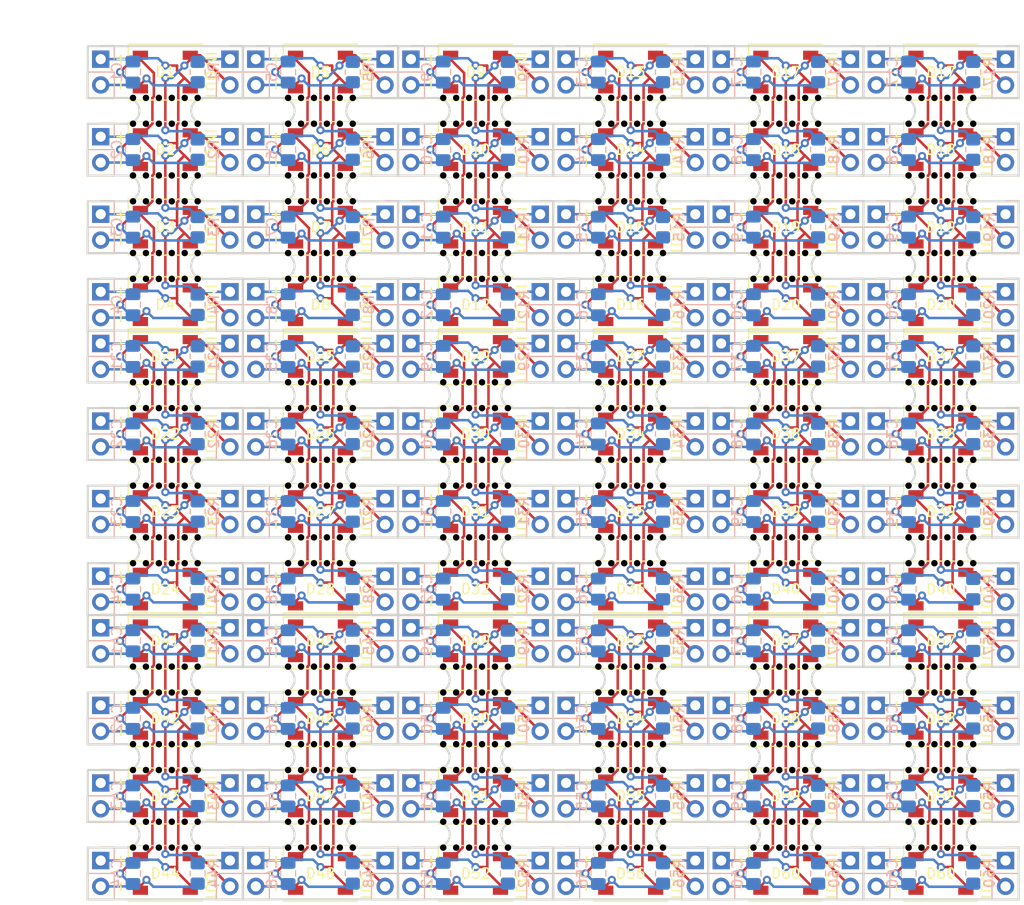
<source format=kicad_pcb>
(kicad_pcb (version 20221018) (generator pcbnew)
  (layers (0 "F.Cu" signal) (31 "B.Cu" signal) (34 "B.Paste" user) (35 "F.Paste" user) (36 "B.SilkS" user "B.Silkscreen") (37 "F.SilkS" user "F.Silkscreen") (38 "B.Mask" user) (39 "F.Mask" user) (44 "Edge.Cuts" user))
  (net 0 "")
  (net 1 "/NeoPixel Module 1/VSS")
  (net 2 "/NeoPixel Module 1/VDD")
  (net 3 "/NeoPixel Module 1/DOUT")
  (net 4 "Net-(D1-DIN)")
  (net 5 "/NeoPixel Module 1/DIN")
  (net 6 "/NeoPixel Module 2/DOUT")
  (net 7 "Net-(D2-DIN)")
  (net 8 "/NeoPixel Module 3/DOUT")
  (net 9 "Net-(D3-DIN)")
  (net 10 "/NeoPixel Module 4/DOUT")
  (net 11 "Net-(D4-DIN)")
  (footprint "Custom:Mouse_Bites_0.2in" (layer "F.Cu") (at 149.86 143.51)
    (fp_text reference "REF**32" hide)
    (fp_text value "Mouse_Bites_0.2in" hide)
    (fp_arc (start -3.81 -1.27) (mid -2.54 0) (end -3.81 1.27) (stroke (width 0.2)) (layer "Edge.Cuts"))
    (fp_arc (start 3.81 1.27) (mid 2.54 0) (end 3.81 -1.27) (stroke (width 0.2)) (layer "Edge.Cuts"))
  )
  (footprint "LED_SMD:LED_WS2812B_PLCC4_5.0x5.0mm_P3.2mm" (layer "F.Cu") (at 195.58 91.44 180)
    (fp_text reference "D19")
    (fp_text value "WS2812B" hide)
  )
  (footprint "Custom:Mouse_Bites_0.2in" (layer "F.Cu") (at 210.82 135.89)
    (fp_text reference "REF**42" hide)
    (fp_text value "Mouse_Bites_0.2in" hide)
    (fp_arc (start -3.81 -1.27) (mid -2.54 0) (end -3.81 1.27) (stroke (width 0.2)) (layer "Edge.Cuts"))
    (fp_arc (start 3.81 1.27) (mid 2.54 0) (end 3.81 -1.27) (stroke (width 0.2)) (layer "Edge.Cuts"))
  )
  (footprint "Custom:Mouse_Bites_0.2in" (layer "F.Cu") (at 195.58 87.63)
    (fp_text reference "REF**11" hide)
    (fp_text value "Mouse_Bites_0.2in" hide)
    (fp_arc (start -3.81 -1.27) (mid -2.54 0) (end -3.81 1.27) (stroke (width 0.2)) (layer "Edge.Cuts"))
    (fp_arc (start 3.81 1.27) (mid 2.54 0) (end 3.81 -1.27) (stroke (width 0.2)) (layer "Edge.Cuts"))
  )
  (footprint "LED_SMD:LED_WS2812B_PLCC4_5.0x5.0mm_P3.2mm" (layer "F.Cu") (at 180.34 76.2 180)
    (fp_text reference "D13")
    (fp_text value "WS2812B" hide)
  )
  (footprint "Custom:Mouse_Bites_0.2in" (layer "F.Cu") (at 195.58 107.95)
    (fp_text reference "REF**27" hide)
    (fp_text value "Mouse_Bites_0.2in" hide)
    (fp_arc (start -3.81 -1.27) (mid -2.54 0) (end -3.81 1.27) (stroke (width 0.2)) (layer "Edge.Cuts"))
    (fp_arc (start 3.81 1.27) (mid 2.54 0) (end 3.81 -1.27) (stroke (width 0.2)) (layer "Edge.Cuts"))
  )
  (footprint "LED_SMD:LED_WS2812B_PLCC4_5.0x5.0mm_P3.2mm" (layer "F.Cu") (at 149.86 76.2 180)
    (fp_text reference "D5")
    (fp_text value "WS2812B" hide)
  )
  (footprint "LED_SMD:LED_WS2812B_PLCC4_5.0x5.0mm_P3.2mm" (layer "F.Cu") (at 134.62 99.06 180)
    (fp_text reference "D4")
    (fp_text value "WS2812B" hide)
  )
  (footprint "Custom:Mouse_Bites_0.2in" (layer "F.Cu") (at 195.58 123.19)
    (fp_text reference "REF**25" hide)
    (fp_text value "Mouse_Bites_0.2in" hide)
    (fp_arc (start -3.81 -1.27) (mid -2.54 0) (end -3.81 1.27) (stroke (width 0.2)) (layer "Edge.Cuts"))
    (fp_arc (start 3.81 1.27) (mid 2.54 0) (end 3.81 -1.27) (stroke (width 0.2)) (layer "Edge.Cuts"))
  )
  (footprint "Custom:Mouse_Bites_0.2in" (layer "F.Cu") (at 165.1 151.13)
    (fp_text reference "REF**34" hide)
    (fp_text value "Mouse_Bites_0.2in" hide)
    (fp_arc (start -3.81 -1.27) (mid -2.54 0) (end -3.81 1.27) (stroke (width 0.2)) (layer "Edge.Cuts"))
    (fp_arc (start 3.81 1.27) (mid 2.54 0) (end 3.81 -1.27) (stroke (width 0.2)) (layer "Edge.Cuts"))
  )
  (footprint "LED_SMD:LED_WS2812B_PLCC4_5.0x5.0mm_P3.2mm" (layer "F.Cu") (at 134.62 111.76 180)
    (fp_text reference "D22")
    (fp_text value "WS2812B" hide)
  )
  (footprint "LED_SMD:LED_WS2812B_PLCC4_5.0x5.0mm_P3.2mm" (layer "F.Cu") (at 210.82 147.32 180)
    (fp_text reference "D59")
    (fp_text value "WS2812B" hide)
  )
  (footprint "LED_SMD:LED_WS2812B_PLCC4_5.0x5.0mm_P3.2mm" (layer "F.Cu") (at 210.82 139.7 180)
    (fp_text reference "D58")
    (fp_text value "WS2812B" hide)
  )
  (footprint "LED_SMD:LED_WS2812B_PLCC4_5.0x5.0mm_P3.2mm" (layer "F.Cu") (at 195.58 76.2 180)
    (fp_text reference "D17")
    (fp_text value "WS2812B" hide)
  )
  (footprint "Custom:Mouse_Bites_0.2in" (layer "F.Cu") (at 134.62 107.95)
    (fp_text reference "REF**15" hide)
    (fp_text value "Mouse_Bites_0.2in" hide)
    (fp_arc (start -3.81 -1.27) (mid -2.54 0) (end -3.81 1.27) (stroke (width 0.2)) (layer "Edge.Cuts"))
    (fp_arc (start 3.81 1.27) (mid 2.54 0) (end 3.81 -1.27) (stroke (width 0.2)) (layer "Edge.Cuts"))
  )
  (footprint "LED_SMD:LED_WS2812B_PLCC4_5.0x5.0mm_P3.2mm" (layer "F.Cu") (at 195.58 147.32 180)
    (fp_text reference "D59")
    (fp_text value "WS2812B" hide)
  )
  (footprint "LED_SMD:LED_WS2812B_PLCC4_5.0x5.0mm_P3.2mm" (layer "F.Cu") (at 165.1 154.94 180)
    (fp_text reference "D52")
    (fp_text value "WS2812B" hide)
  )
  (footprint "LED_SMD:LED_WS2812B_PLCC4_5.0x5.0mm_P3.2mm" (layer "F.Cu") (at 134.62 76.2 180)
    (fp_text reference "D1")
    (fp_text value "WS2812B" hide)
  )
  (footprint "LED_SMD:LED_WS2812B_PLCC4_5.0x5.0mm_P3.2mm" (layer "F.Cu") (at 180.34 139.7 180)
    (fp_text reference "D54")
    (fp_text value "WS2812B" hide)
  )
  (footprint "Custom:Mouse_Bites_0.2in" (layer "F.Cu") (at 180.34 123.19)
    (fp_text reference "REF**22" hide)
    (fp_text value "Mouse_Bites_0.2in" hide)
    (fp_arc (start -3.81 -1.27) (mid -2.54 0) (end -3.81 1.27) (stroke (width 0.2)) (layer "Edge.Cuts"))
    (fp_arc (start 3.81 1.27) (mid 2.54 0) (end 3.81 -1.27) (stroke (width 0.2)) (layer "Edge.Cuts"))
  )
  (footprint "LED_SMD:LED_WS2812B_PLCC4_5.0x5.0mm_P3.2mm" (layer "F.Cu") (at 165.1 76.2 180)
    (fp_text reference "D9")
    (fp_text value "WS2812B" hide)
  )
  (footprint "LED_SMD:LED_WS2812B_PLCC4_5.0x5.0mm_P3.2mm" (layer "F.Cu") (at 195.58 83.82 180)
    (fp_text reference "D18")
    (fp_text value "WS2812B" hide)
  )
  (footprint "LED_SMD:LED_WS2812B_PLCC4_5.0x5.0mm_P3.2mm" (layer "F.Cu") (at 149.86 83.82 180)
    (fp_text reference "D6")
    (fp_text value "WS2812B" hide)
  )
  (footprint "LED_SMD:LED_WS2812B_PLCC4_5.0x5.0mm_P3.2mm" (layer "F.Cu") (at 210.82 127 180)
    (fp_text reference "D40")
    (fp_text value "WS2812B" hide)
  )
  (footprint "Custom:Mouse_Bites_0.2in" (layer "F.Cu") (at 180.34 95.25)
    (fp_text reference "REF**7" hide)
    (fp_text value "Mouse_Bites_0.2in" hide)
    (fp_arc (start -3.81 -1.27) (mid -2.54 0) (end -3.81 1.27) (stroke (width 0.2)) (layer "Edge.Cuts"))
    (fp_arc (start 3.81 1.27) (mid 2.54 0) (end 3.81 -1.27) (stroke (width 0.2)) (layer "Edge.Cuts"))
  )
  (footprint "Custom:Mouse_Bites_0.2in" (layer "F.Cu") (at 210.82 151.13)
    (fp_text reference "REF**40" hide)
    (fp_text value "Mouse_Bites_0.2in" hide)
    (fp_arc (start -3.81 -1.27) (mid -2.54 0) (end -3.81 1.27) (stroke (width 0.2)) (layer "Edge.Cuts"))
    (fp_arc (start 3.81 1.27) (mid 2.54 0) (end 3.81 -1.27) (stroke (width 0.2)) (layer "Edge.Cuts"))
  )
  (footprint "LED_SMD:LED_WS2812B_PLCC4_5.0x5.0mm_P3.2mm" (layer "F.Cu") (at 210.82 111.76 180)
    (fp_text reference "D38")
    (fp_text value "WS2812B" hide)
  )
  (footprint "Custom:Mouse_Bites_0.2in" (layer "F.Cu") (at 149.86 115.57)
    (fp_text reference "REF**17" hide)
    (fp_text value "Mouse_Bites_0.2in" hide)
    (fp_arc (start -3.81 -1.27) (mid -2.54 0) (end -3.81 1.27) (stroke (width 0.2)) (layer "Edge.Cuts"))
    (fp_arc (start 3.81 1.27) (mid 2.54 0) (end 3.81 -1.27) (stroke (width 0.2)) (layer "Edge.Cuts"))
  )
  (footprint "LED_SMD:LED_WS2812B_PLCC4_5.0x5.0mm_P3.2mm" (layer "F.Cu") (at 149.86 99.06 180)
    (fp_text reference "D8")
    (fp_text value "WS2812B" hide)
  )
  (footprint "Custom:Mouse_Bites_0.2in" (layer "F.Cu") (at 180.34 115.57)
    (fp_text reference "REF**23" hide)
    (fp_text value "Mouse_Bites_0.2in" hide)
    (fp_arc (start -3.81 -1.27) (mid -2.54 0) (end -3.81 1.27) (stroke (width 0.2)) (layer "Edge.Cuts"))
    (fp_arc (start 3.81 1.27) (mid 2.54 0) (end 3.81 -1.27) (stroke (width 0.2)) (layer "Edge.Cuts"))
  )
  (footprint "LED_SMD:LED_WS2812B_PLCC4_5.0x5.0mm_P3.2mm" (layer "F.Cu") (at 180.34 119.38 180)
    (fp_text reference "D35")
    (fp_text value "WS2812B" hide)
  )
  (footprint "LED_SMD:LED_WS2812B_PLCC4_5.0x5.0mm_P3.2mm" (layer "F.Cu") (at 210.82 132.08 180)
    (fp_text reference "D57")
    (fp_text value "WS2812B" hide)
  )
  (footprint "Custom:Mouse_Bites_0.2in" (layer "F.Cu") (at 134.62 87.63)
    (fp_text reference "REF**" hide)
    (fp_text value "Mouse_Bites_0.2in" hide)
    (fp_arc (start -3.81 -1.27) (mid -2.54 0) (end -3.81 1.27) (stroke (width 0.2)) (layer "Edge.Cuts"))
    (fp_arc (start 3.81 1.27) (mid 2.54 0) (end 3.81 -1.27) (stroke (width 0.2)) (layer "Edge.Cuts"))
  )
  (footprint "LED_SMD:LED_WS2812B_PLCC4_5.0x5.0mm_P3.2mm" (layer "F.Cu") (at 180.34 99.06 180)
    (fp_text reference "D16")
    (fp_text value "WS2812B" hide)
  )
  (footprint "Custom:Mouse_Bites_0.2in" (layer "F.Cu") (at 210.82 107.95)
    (fp_text reference "REF**27" hide)
    (fp_text value "Mouse_Bites_0.2in" hide)
    (fp_arc (start -3.81 -1.27) (mid -2.54 0) (end -3.81 1.27) (stroke (width 0.2)) (layer "Edge.Cuts"))
    (fp_arc (start 3.81 1.27) (mid 2.54 0) (end 3.81 -1.27) (stroke (width 0.2)) (layer "Edge.Cuts"))
  )
  (footprint "LED_SMD:LED_WS2812B_PLCC4_5.0x5.0mm_P3.2mm" (layer "F.Cu") (at 149.86 91.44 180)
    (fp_text reference "D7")
    (fp_text value "WS2812B" hide)
  )
  (footprint "Custom:Mouse_Bites_0.2in" (layer "F.Cu") (at 149.86 123.19)
    (fp_text reference "REF**16" hide)
    (fp_text value "Mouse_Bites_0.2in" hide)
    (fp_arc (start -3.81 -1.27) (mid -2.54 0) (end -3.81 1.27) (stroke (width 0.2)) (layer "Edge.Cuts"))
    (fp_arc (start 3.81 1.27) (mid 2.54 0) (end 3.81 -1.27) (stroke (width 0.2)) (layer "Edge.Cuts"))
  )
  (footprint "LED_SMD:LED_WS2812B_PLCC4_5.0x5.0mm_P3.2mm" (layer "F.Cu") (at 195.58 111.76 180)
    (fp_text reference "D38")
    (fp_text value "WS2812B" hide)
  )
  (footprint "Custom:Mouse_Bites_0.2in" (layer "F.Cu") (at 180.34 151.13)
    (fp_text reference "REF**37" hide)
    (fp_text value "Mouse_Bites_0.2in" hide)
    (fp_arc (start -3.81 -1.27) (mid -2.54 0) (end -3.81 1.27) (stroke (width 0.2)) (layer "Edge.Cuts"))
    (fp_arc (start 3.81 1.27) (mid 2.54 0) (end 3.81 -1.27) (stroke (width 0.2)) (layer "Edge.Cuts"))
  )
  (footprint "Custom:Mouse_Bites_0.2in" (layer "F.Cu") (at 149.86 107.95)
    (fp_text reference "REF**18" hide)
    (fp_text value "Mouse_Bites_0.2in" hide)
    (fp_arc (start -3.81 -1.27) (mid -2.54 0) (end -3.81 1.27) (stroke (width 0.2)) (layer "Edge.Cuts"))
    (fp_arc (start 3.81 1.27) (mid 2.54 0) (end 3.81 -1.27) (stroke (width 0.2)) (layer "Edge.Cuts"))
  )
  (footprint "LED_SMD:LED_WS2812B_PLCC4_5.0x5.0mm_P3.2mm" (layer "F.Cu") (at 165.1 99.06 180)
    (fp_text reference "D12")
    (fp_text value "WS2812B" hide)
  )
  (footprint "Custom:Mouse_Bites_0.2in" (layer "F.Cu") (at 210.82 143.51)
    (fp_text reference "REF**41" hide)
    (fp_text value "Mouse_Bites_0.2in" hide)
    (fp_arc (start -3.81 -1.27) (mid -2.54 0) (end -3.81 1.27) (stroke (width 0.2)) (layer "Edge.Cuts"))
    (fp_arc (start 3.81 1.27) (mid 2.54 0) (end 3.81 -1.27) (stroke (width 0.2)) (layer "Edge.Cuts"))
  )
  (footprint "Custom:Mouse_Bites_0.2in" (layer "F.Cu") (at 165.1 95.25)
    (fp_text reference "REF**4" hide)
    (fp_text value "Mouse_Bites_0.2in" hide)
    (fp_arc (start -3.81 -1.27) (mid -2.54 0) (end -3.81 1.27) (stroke (width 0.2)) (layer "Edge.Cuts"))
    (fp_arc (start 3.81 1.27) (mid 2.54 0) (end 3.81 -1.27) (stroke (width 0.2)) (layer "Edge.Cuts"))
  )
  (footprint "LED_SMD:LED_WS2812B_PLCC4_5.0x5.0mm_P3.2mm" (layer "F.Cu") (at 195.58 99.06 180)
    (fp_text reference "D20")
    (fp_text value "WS2812B" hide)
  )
  (footprint "Custom:Mouse_Bites_0.2in" (layer "F.Cu") (at 134.62 151.13)
    (fp_text reference "REF**28" hide)
    (fp_text value "Mouse_Bites_0.2in" hide)
    (fp_arc (start -3.81 -1.27) (mid -2.54 0) (end -3.81 1.27) (stroke (width 0.2)) (layer "Edge.Cuts"))
    (fp_arc (start 3.81 1.27) (mid 2.54 0) (end 3.81 -1.27) (stroke (width 0.2)) (layer "Edge.Cuts"))
  )
  (footprint "LED_SMD:LED_WS2812B_PLCC4_5.0x5.0mm_P3.2mm" (layer "F.Cu") (at 210.82 119.38 180)
    (fp_text reference "D39")
    (fp_text value "WS2812B" hide)
  )
  (footprint "LED_SMD:LED_WS2812B_PLCC4_5.0x5.0mm_P3.2mm" (layer "F.Cu") (at 195.58 104.14 180)
    (fp_text reference "D37")
    (fp_text value "WS2812B" hide)
  )
  (footprint "LED_SMD:LED_WS2812B_PLCC4_5.0x5.0mm_P3.2mm" (layer "F.Cu") (at 180.34 83.82 180)
    (fp_text reference "D14")
    (fp_text value "WS2812B" hide)
  )
  (footprint "Custom:Mouse_Bites_0.2in" (layer "F.Cu") (at 149.86 80.01)
    (fp_text reference "REF**3" hide)
    (fp_text value "Mouse_Bites_0.2in" hide)
    (fp_arc (start -3.81 -1.27) (mid -2.54 0) (end -3.81 1.27) (stroke (width 0.2)) (layer "Edge.Cuts"))
    (fp_arc (start 3.81 1.27) (mid 2.54 0) (end 3.81 -1.27) (stroke (width 0.2)) (layer "Edge.Cuts"))
  )
  (footprint "Custom:Mouse_Bites_0.2in" (layer "F.Cu") (at 134.62 115.57)
    (fp_text reference "REF**14" hide)
    (fp_text value "Mouse_Bites_0.2in" hide)
    (fp_arc (start -3.81 -1.27) (mid -2.54 0) (end -3.81 1.27) (stroke (width 0.2)) (layer "Edge.Cuts"))
    (fp_arc (start 3.81 1.27) (mid 2.54 0) (end 3.81 -1.27) (stroke (width 0.2)) (layer "Edge.Cuts"))
  )
  (footprint "Custom:Mouse_Bites_0.2in" (layer "F.Cu") (at 195.58 151.13)
    (fp_text reference "REF**40" hide)
    (fp_text value "Mouse_Bites_0.2in" hide)
    (fp_arc (start -3.81 -1.27) (mid -2.54 0) (end -3.81 1.27) (stroke (width 0.2)) (layer "Edge.Cuts"))
    (fp_arc (start 3.81 1.27) (mid 2.54 0) (end 3.81 -1.27) (stroke (width 0.2)) (layer "Edge.Cuts"))
  )
  (footprint "LED_SMD:LED_WS2812B_PLCC4_5.0x5.0mm_P3.2mm" (layer "F.Cu") (at 180.34 104.14 180)
    (fp_text reference "D33")
    (fp_text value "WS2812B" hide)
  )
  (footprint "Custom:Mouse_Bites_0.2in" (layer "F.Cu") (at 165.1 80.01)
    (fp_text reference "REF**6" hide)
    (fp_text value "Mouse_Bites_0.2in" hide)
    (fp_arc (start -3.81 -1.27) (mid -2.54 0) (end -3.81 1.27) (stroke (width 0.2)) (layer "Edge.Cuts"))
    (fp_arc (start 3.81 1.27) (mid 2.54 0) (end 3.81 -1.27) (stroke (width 0.2)) (layer "Edge.Cuts"))
  )
  (footprint "Custom:Mouse_Bites_0.2in" (layer "F.Cu") (at 180.34 80.01)
    (fp_text reference "REF**9" hide)
    (fp_text value "Mouse_Bites_0.2in" hide)
    (fp_arc (start -3.81 -1.27) (mid -2.54 0) (end -3.81 1.27) (stroke (width 0.2)) (layer "Edge.Cuts"))
    (fp_arc (start 3.81 1.27) (mid 2.54 0) (end 3.81 -1.27) (stroke (width 0.2)) (layer "Edge.Cuts"))
  )
  (footprint "LED_SMD:LED_WS2812B_PLCC4_5.0x5.0mm_P3.2mm" (layer "F.Cu") (at 134.62 147.32 180)
    (fp_text reference "D43")
    (fp_text value "WS2812B" hide)
  )
  (footprint "LED_SMD:LED_WS2812B_PLCC4_5.0x5.0mm_P3.2mm" (layer "F.Cu") (at 134.62 119.38 180)
    (fp_text reference "D23")
    (fp_text value "WS2812B" hide)
  )
  (footprint "Custom:Mouse_Bites_0.2in" (layer "F.Cu") (at 165.1 87.63)
    (fp_text reference "REF**5" hide)
    (fp_text value "Mouse_Bites_0.2in" hide)
    (fp_arc (start -3.81 -1.27) (mid -2.54 0) (end -3.81 1.27) (stroke (width 0.2)) (layer "Edge.Cuts"))
    (fp_arc (start 3.81 1.27) (mid 2.54 0) (end 3.81 -1.27) (stroke (width 0.2)) (layer "Edge.Cuts"))
  )
  (footprint "Custom:Mouse_Bites_0.2in" (layer "F.Cu") (at 210.82 123.19)
    (fp_text reference "REF**25" hide)
    (fp_text value "Mouse_Bites_0.2in" hide)
    (fp_arc (start -3.81 -1.27) (mid -2.54 0) (end -3.81 1.27) (stroke (width 0.2)) (layer "Edge.Cuts"))
    (fp_arc (start 3.81 1.27) (mid 2.54 0) (end 3.81 -1.27) (stroke (width 0.2)) (layer "Edge.Cuts"))
  )
  (footprint "LED_SMD:LED_WS2812B_PLCC4_5.0x5.0mm_P3.2mm" (layer "F.Cu") (at 195.58 139.7 180)
    (fp_text reference "D58")
    (fp_text value "WS2812B" hide)
  )
  (footprint "LED_SMD:LED_WS2812B_PLCC4_5.0x5.0mm_P3.2mm" (layer "F.Cu") (at 180.34 111.76 180)
    (fp_text reference "D34")
    (fp_text value "WS2812B" hide)
  )
  (footprint "LED_SMD:LED_WS2812B_PLCC4_5.0x5.0mm_P3.2mm" (layer "F.Cu") (at 195.58 132.08 180)
    (fp_text reference "D57")
    (fp_text value "WS2812B" hide)
  )
  (footprint "LED_SMD:LED_WS2812B_PLCC4_5.0x5.0mm_P3.2mm" (layer "F.Cu") (at 149.86 111.76 180)
    (fp_text reference "D26")
    (fp_text value "WS2812B" hide)
  )
  (footprint "Custom:Mouse_Bites_0.2in" (layer "F.Cu") (at 149.86 95.25)
    (fp_text reference "REF**1" hide)
    (fp_text value "Mouse_Bites_0.2in" hide)
    (fp_arc (start -3.81 -1.27) (mid -2.54 0) (end -3.81 1.27) (stroke (width 0.2)) (layer "Edge.Cuts"))
    (fp_arc (start 3.81 1.27) (mid 2.54 0) (end 3.81 -1.27) (stroke (width 0.2)) (layer "Edge.Cuts"))
  )
  (footprint "Custom:Mouse_Bites_0.2in" (layer "F.Cu") (at 134.62 80.01)
    (fp_text reference "REF**" hide)
    (fp_text value "Mouse_Bites_0.2in" hide)
    (fp_arc (start -3.81 -1.27) (mid -2.54 0) (end -3.81 1.27) (stroke (width 0.2)) (layer "Edge.Cuts"))
    (fp_arc (start 3.81 1.27) (mid 2.54 0) (end 3.81 -1.27) (stroke (width 0.2)) (layer "Edge.Cuts"))
  )
  (footprint "LED_SMD:LED_WS2812B_PLCC4_5.0x5.0mm_P3.2mm" (layer "F.Cu") (at 180.34 154.94 180)
    (fp_text reference "D56")
    (fp_text value "WS2812B" hide)
  )
  (footprint "LED_SMD:LED_WS2812B_PLCC4_5.0x5.0mm_P3.2mm" (layer "F.Cu") (at 149.86 154.94 180)
    (fp_text reference "D48")
    (fp_text value "WS2812B" hide)
  )
  (footprint "Custom:Mouse_Bites_0.2in" (layer "F.Cu") (at 195.58 135.89)
    (fp_text reference "REF**42" hide)
    (fp_text value "Mouse_Bites_0.2in" hide)
    (fp_arc (start -3.81 -1.27) (mid -2.54 0) (end -3.81 1.27) (stroke (width 0.2)) (layer "Edge.Cuts"))
    (fp_arc (start 3.81 1.27) (mid 2.54 0) (end 3.81 -1.27) (stroke (width 0.2)) (layer "Edge.Cuts"))
  )
  (footprint "LED_SMD:LED_WS2812B_PLCC4_5.0x5.0mm_P3.2mm" (layer "F.Cu") (at 165.1 111.76 180)
    (fp_text reference "D30")
    (fp_text value "WS2812B" hide)
  )
  (footprint "Custom:Mouse_Bites_0.2in" (layer "F.Cu") (at 134.62 135.89)
    (fp_text reference "REF**30" hide)
    (fp_text value "Mouse_Bites_0.2in" hide)
    (fp_arc (start -3.81 -1.27) (mid -2.54 0) (end -3.81 1.27) (stroke (width 0.2)) (layer "Edge.Cuts"))
    (fp_arc (start 3.81 1.27) (mid 2.54 0) (end 3.81 -1.27) (stroke (width 0.2)) (layer "Edge.Cuts"))
  )
  (footprint "Custom:Mouse_Bites_0.2in" (layer "F.Cu") (at 134.62 95.25)
    (fp_text reference "REF**" hide)
    (fp_text value "Mouse_Bites_0.2in" hide)
    (fp_arc (start -3.81 -1.27) (mid -2.54 0) (end -3.81 1.27) (stroke (width 0.2)) (layer "Edge.Cuts"))
    (fp_arc (start 3.81 1.27) (mid 2.54 0) (end 3.81 -1.27) (stroke (width 0.2)) (layer "Edge.Cuts"))
  )
  (footprint "LED_SMD:LED_WS2812B_PLCC4_5.0x5.0mm_P3.2mm" (layer "F.Cu") (at 210.82 91.44 180)
    (fp_text reference "D19")
    (fp_text value "WS2812B" hide)
  )
  (footprint "LED_SMD:LED_WS2812B_PLCC4_5.0x5.0mm_P3.2mm" (layer "F.Cu") (at 134.62 127 180)
    (fp_text reference "D24")
    (fp_text value "WS2812B" hide)
  )
  (footprint "LED_SMD:LED_WS2812B_PLCC4_5.0x5.0mm_P3.2mm" (layer "F.Cu") (at 149.86 104.14 180)
    (fp_text reference "D25")
    (fp_text value "WS2812B" hide)
  )
  (footprint "LED_SMD:LED_WS2812B_PLCC4_5.0x5.0mm_P3.2mm" (layer "F.Cu") (at 165.1 147.32 180)
    (fp_text reference "D51")
    (fp_text value "WS2812B" hide)
  )
  (footprint "Custom:Mouse_Bites_0.2in" (layer "F.Cu") (at 165.1 135.89)
    (fp_text reference "REF**36" hide)
    (fp_text value "Mouse_Bites_0.2in" hide)
    (fp_arc (start -3.81 -1.27) (mid -2.54 0) (end -3.81 1.27) (stroke (width 0.2)) (layer "Edge.Cuts"))
    (fp_arc (start 3.81 1.27) (mid 2.54 0) (end 3.81 -1.27) (stroke (width 0.2)) (layer "Edge.Cuts"))
  )
  (footprint "LED_SMD:LED_WS2812B_PLCC4_5.0x5.0mm_P3.2mm" (layer "F.Cu") (at 165.1 91.44 180)
    (fp_text reference "D11")
    (fp_text value "WS2812B" hide)
  )
  (footprint "LED_SMD:LED_WS2812B_PLCC4_5.0x5.0mm_P3.2mm" (layer "F.Cu") (at 180.34 147.32 180)
    (fp_text reference "D55")
    (fp_text value "WS2812B" hide)
  )
  (footprint "Custom:Mouse_Bites_0.2in" (layer "F.Cu") (at 210.82 80.01)
    (fp_text reference "REF**12" hide)
    (fp_text value "Mouse_Bites_0.2in" hide)
    (fp_arc (start -3.81 -1.27) (mid -2.54 0) (end -3.81 1.27) (stroke (width 0.2)) (layer "Edge.Cuts"))
    (fp_arc (start 3.81 1.27) (mid 2.54 0) (end 3.81 -1.27) (stroke (width 0.2)) (layer "Edge.Cuts"))
  )
  (footprint "LED_SMD:LED_WS2812B_PLCC4_5.0x5.0mm_P3.2mm" (layer "F.Cu") (at 165.1 119.38 180)
    (fp_text reference "D31")
    (fp_text value "WS2812B" hide)
  )
  (footprint "LED_SMD:LED_WS2812B_PLCC4_5.0x5.0mm_P3.2mm" (layer "F.Cu") (at 195.58 127 180)
    (fp_text reference "D40")
    (fp_text value "WS2812B" hide)
  )
  (footprint "Custom:Mouse_Bites_0.2in" (layer "F.Cu") (at 149.86 87.63)
    (fp_text reference "REF**2" hide)
    (fp_text value "Mouse_Bites_0.2in" hide)
    (fp_arc (start -3.81 -1.27) (mid -2.54 0) (end -3.81 1.27) (stroke (width 0.2)) (layer "Edge.Cuts"))
    (fp_arc (start 3.81 1.27) (mid 2.54 0) (end 3.81 -1.27) (stroke (width 0.2)) (layer "Edge.Cuts"))
  )
  (footprint "Custom:Mouse_Bites_0.2in" (layer "F.Cu") (at 180.34 107.95)
    (fp_text reference "REF**24" hide)
    (fp_text value "Mouse_Bites_0.2in" hide)
    (fp_arc (start -3.81 -1.27) (mid -2.54 0) (end -3.81 1.27) (stroke (width 0.2)) (layer "Edge.Cuts"))
    (fp_arc (start 3.81 1.27) (mid 2.54 0) (end 3.81 -1.27) (stroke (width 0.2)) (layer "Edge.Cuts"))
  )
  (footprint "Custom:Mouse_Bites_0.2in" (layer "F.Cu") (at 195.58 80.01)
    (fp_text reference "REF**12" hide)
    (fp_text value "Mouse_Bites_0.2in" hide)
    (fp_arc (start -3.81 -1.27) (mid -2.54 0) (end -3.81 1.27) (stroke (width 0.2)) (layer "Edge.Cuts"))
    (fp_arc (start 3.81 1.27) (mid 2.54 0) (end 3.81 -1.27) (stroke (width 0.2)) (layer "Edge.Cuts"))
  )
  (footprint "LED_SMD:LED_WS2812B_PLCC4_5.0x5.0mm_P3.2mm" (layer "F.Cu") (at 149.86 132.08 180)
    (fp_text reference "D45")
    (fp_text value "WS2812B" hide)
  )
  (footprint "LED_SMD:LED_WS2812B_PLCC4_5.0x5.0mm_P3.2mm" (layer "F.Cu") (at 134.62 91.44 180)
    (fp_text reference "D3")
    (fp_text value "WS2812B" hide)
  )
  (footprint "LED_SMD:LED_WS2812B_PLCC4_5.0x5.0mm_P3.2mm" (layer "F.Cu") (at 149.86 119.38 180)
    (fp_text reference "D27")
    (fp_text value "WS2812B" hide)
  )
  (footprint "Custom:Mouse_Bites_0.2in" (layer "F.Cu") (at 180.34 87.63)
    (fp_text reference "REF**8" hide)
    (fp_text value "Mouse_Bites_0.2in" hide)
    (fp_arc (start -3.81 -1.27) (mid -2.54 0) (end -3.81 1.27) (stroke (width 0.2)) (layer "Edge.Cuts"))
    (fp_arc (start 3.81 1.27) (mid 2.54 0) (end 3.81 -1.27) (stroke (width 0.2)) (layer "Edge.Cuts"))
  )
  (footprint "Custom:Mouse_Bites_0.2in" (layer "F.Cu") (at 165.1 143.51)
    (fp_text reference "REF**35" hide)
    (fp_text value "Mouse_Bites_0.2in" hide)
    (fp_arc (start -3.81 -1.27) (mid -2.54 0) (end -3.81 1.27) (stroke (width 0.2)) (layer "Edge.Cuts"))
    (fp_arc (start 3.81 1.27) (mid 2.54 0) (end 3.81 -1.27) (stroke (width 0.2)) (layer "Edge.Cuts"))
  )
  (footprint "Custom:Mouse_Bites_0.2in" (layer "F.Cu") (at 180.34 143.51)
    (fp_text reference "REF**38" hide)
    (fp_text value "Mouse_Bites_0.2in" hide)
    (fp_arc (start -3.81 -1.27) (mid -2.54 0) (end -3.81 1.27) (stroke (width 0.2)) (layer "Edge.Cuts"))
    (fp_arc (start 3.81 1.27) (mid 2.54 0) (end 3.81 -1.27) (stroke (width 0.2)) (layer "Edge.Cuts"))
  )
  (footprint "LED_SMD:LED_WS2812B_PLCC4_5.0x5.0mm_P3.2mm" (layer "F.Cu") (at 195.58 154.94 180)
    (fp_text reference "D60")
    (fp_text value "WS2812B" hide)
  )
  (footprint "LED_SMD:LED_WS2812B_PLCC4_5.0x5.0mm_P3.2mm" (layer "F.Cu") (at 210.82 76.2 180)
    (fp_text reference "D17")
    (fp_text value "WS2812B" hide)
  )
  (footprint "Custom:Mouse_Bites_0.2in" (layer "F.Cu") (at 180.34 135.89)
    (fp_text reference "REF**39" hide)
    (fp_text value "Mouse_Bites_0.2in" hide)
    (fp_arc (start -3.81 -1.27) (mid -2.54 0) (end -3.81 1.27) (stroke (width 0.2)) (layer "Edge.Cuts"))
    (fp_arc (start 3.81 1.27) (mid 2.54 0) (end 3.81 -1.27) (stroke (width 0.2)) (layer "Edge.Cuts"))
  )
  (footprint "LED_SMD:LED_WS2812B_PLCC4_5.0x5.0mm_P3.2mm" (layer "F.Cu") (at 165.1 132.08 180)
    (fp_text reference "D49")
    (fp_text value "WS2812B" hide)
  )
  (footprint "Custom:Mouse_Bites_0.2in" (layer "F.Cu") (at 134.62 123.19)
    (fp_text reference "REF**13" hide)
    (fp_text value "Mouse_Bites_0.2in" hide)
    (fp_arc (start -3.81 -1.27) (mid -2.54 0) (end -3.81 1.27) (stroke (width 0.2)) (layer "Edge.Cuts"))
    (fp_arc (start 3.81 1.27) (mid 2.54 0) (end 3.81 -1.27) (stroke (width 0.2)) (layer "Edge.Cuts"))
  )
  (footprint "LED_SMD:LED_WS2812B_PLCC4_5.0x5.0mm_P3.2mm" (layer "F.Cu") (at 165.1 127 180)
    (fp_text reference "D32")
    (fp_text value "WS2812B" hide)
  )
  (footprint "LED_SMD:LED_WS2812B_PLCC4_5.0x5.0mm_P3.2mm" (layer "F.Cu") (at 134.62 132.08 180)
    (fp_text reference "D41")
    (fp_text value "WS2812B" hide)
  )
  (footprint "Custom:Mouse_Bites_0.2in" (layer "F.Cu") (at 210.82 95.25)
    (fp_text reference "REF**10" hide)
    (fp_text value "Mouse_Bites_0.2in" hide)
    (fp_arc (start -3.81 -1.27) (mid -2.54 0) (end -3.81 1.27) (stroke (width 0.2)) (layer "Edge.Cuts"))
    (fp_arc (start 3.81 1.27) (mid 2.54 0) (end 3.81 -1.27) (stroke (width 0.2)) (layer "Edge.Cuts"))
  )
  (footprint "LED_SMD:LED_WS2812B_PLCC4_5.0x5.0mm_P3.2mm" (layer "F.Cu") (at 180.34 132.08 180)
    (fp_text reference "D53")
    (fp_text value "WS2812B" hide)
  )
  (footprint "LED_SMD:LED_WS2812B_PLCC4_5.0x5.0mm_P3.2mm" (layer "F.Cu") (at 210.82 154.94 180)
    (fp_text reference "D60")
    (fp_text value "WS2812B" hide)
  )
  (footprint "LED_SMD:LED_WS2812B_PLCC4_5.0x5.0mm_P3.2mm" (layer "F.Cu") (at 180.34 127 180)
    (fp_text reference "D36")
    (fp_text value "WS2812B" hide)
  )
  (footprint "LED_SMD:LED_WS2812B_PLCC4_5.0x5.0mm_P3.2mm" (layer "F.Cu") (at 134.62 139.7 180)
    (fp_text reference "D42")
    (fp_text value "WS2812B" hide)
  )
  (footprint "LED_SMD:LED_WS2812B_PLCC4_5.0x5.0mm_P3.2mm" (layer "F.Cu") (at 180.34 91.44 180)
    (fp_text reference "D15")
    (fp_text value "WS2812B" hide)
  )
  (footprint "LED_SMD:LED_WS2812B_PLCC4_5.0x5.0mm_P3.2mm" (layer "F.Cu") (at 149.86 127 180)
    (fp_text reference "D28")
    (fp_text value "WS2812B" hide)
  )
  (footprint "Custom:Mouse_Bites_0.2in" (layer "F.Cu") (at 149.86 135.89)
    (fp_text reference "REF**33" hide)
    (fp_text value "Mouse_Bites_0.2in" hide)
    (fp_arc (start -3.81 -1.27) (mid -2.54 0) (end -3.81 1.27) (stroke (width 0.2)) (layer "Edge.Cuts"))
    (fp_arc (start 3.81 1.27) (mid 2.54 0) (end 3.81 -1.27) (stroke (width 0.2)) (layer "Edge.Cuts"))
  )
  (footprint "LED_SMD:LED_WS2812B_PLCC4_5.0x5.0mm_P3.2mm" (layer "F.Cu") (at 134.62 154.94 180)
    (fp_text reference "D44")
    (fp_text value "WS2812B" hide)
  )
  (footprint "Custom:Mouse_Bites_0.2in" (layer "F.Cu") (at 195.58 95.25)
    (fp_text reference "REF**10" hide)
    (fp_text value "Mouse_Bites_0.2in" hide)
    (fp_arc (start -3.81 -1.27) (mid -2.54 0) (end -3.81 1.27) (stroke (width 0.2)) (layer "Edge.Cuts"))
    (fp_arc (start 3.81 1.27) (mid 2.54 0) (end 3.81 -1.27) (stroke (width 0.2)) (layer "Edge.Cuts"))
  )
  (footprint "LED_SMD:LED_WS2812B_PLCC4_5.0x5.0mm_P3.2mm" (layer "F.Cu") (at 210.82 104.14 180)
    (fp_text reference "D37")
    (fp_text value "WS2812B" hide)
  )
  (footprint "Custom:Mouse_Bites_0.2in" (layer "F.Cu") (at 165.1 107.95)
    (fp_text reference "REF**21" hide)
    (fp_text value "Mouse_Bites_0.2in" hide)
    (fp_arc (start -3.81 -1.27) (mid -2.54 0) (end -3.81 1.27) (stroke (width 0.2)) (layer "Edge.Cuts"))
    (fp_arc (start 3.81 1.27) (mid 2.54 0) (end 3.81 -1.27) (stroke (width 0.2)) (layer "Edge.Cuts"))
  )
  (footprint "LED_SMD:LED_WS2812B_PLCC4_5.0x5.0mm_P3.2mm" (layer "F.Cu") (at 165.1 139.7 180)
    (fp_text reference "D50")
    (fp_text value "WS2812B" hide)
  )
  (footprint "Custom:Mouse_Bites_0.2in" (layer "F.Cu") (at 195.58 115.57)
    (fp_text reference "REF**26" hide)
    (fp_text value "Mouse_Bites_0.2in" hide)
    (fp_arc (start -3.81 -1.27) (mid -2.54 0) (end -3.81 1.27) (stroke (width 0.2)) (layer "Edge.Cuts"))
    (fp_arc (start 3.81 1.27) (mid 2.54 0) (end 3.81 -1.27) (stroke (width 0.2)) (layer "Edge.Cuts"))
  )
  (footprint "LED_SMD:LED_WS2812B_PLCC4_5.0x5.0mm_P3.2mm" (layer "F.Cu") (at 134.62 104.14 180)
    (fp_text reference "D21")
    (fp_text value "WS2812B" hide)
  )
  (footprint "LED_SMD:LED_WS2812B_PLCC4_5.0x5.0mm_P3.2mm" (layer "F.Cu") (at 165.1 83.82 180)
    (fp_text reference "D10")
    (fp_text value "WS2812B" hide)
  )
  (footprint "LED_SMD:LED_WS2812B_PLCC4_5.0x5.0mm_P3.2mm" (layer "F.Cu") (at 149.86 147.32 180)
    (fp_text reference "D47")
    (fp_text value "WS2812B" hide)
  )
  (footprint "LED_SMD:LED_WS2812B_PLCC4_5.0x5.0mm_P3.2mm" (layer "F.Cu") (at 195.58 119.38 180)
    (fp_text reference "D39")
    (fp_text value "WS2812B" hide)
  )
  (footprint "Custom:Mouse_Bites_0.2in" (layer "F.Cu") (at 165.1 115.57)
    (fp_text reference "REF**20" hide)
    (fp_text value "Mouse_Bites_0.2in" hide)
    (fp_arc (start -3.81 -1.27) (mid -2.54 0) (end -3.81 1.27) (stroke (width 0.2)) (layer "Edge.Cuts"))
    (fp_arc (start 3.81 1.27) (mid 2.54 0) (end 3.81 -1.27) (stroke (width 0.2)) (layer "Edge.Cuts"))
  )
  (footprint "LED_SMD:LED_WS2812B_PLCC4_5.0x5.0mm_P3.2mm" (layer "F.Cu") (at 165.1 104.14 180)
    (fp_text reference "D29")
    (fp_text value "WS2812B" hide)
  )
  (footprint "LED_SMD:LED_WS2812B_PLCC4_5.0x5.0mm_P3.2mm" (layer "F.Cu") (at 134.62 83.82 180)
    (fp_text reference "D2")
    (fp_text value "WS2812B" hide)
  )
  (footprint "Custom:Mouse_Bites_0.2in" (layer "F.Cu") (at 195.58 143.51)
    (fp_text reference "REF**41" hide)
    (fp_text value "Mouse_Bites_0.2in" hide)
    (fp_arc (start -3.81 -1.27) (mid -2.54 0) (end -3.81 1.27) (stroke (width 0.2)) (layer "Edge.Cuts"))
    (fp_arc (start 3.81 1.27) (mid 2.54 0) (end 3.81 -1.27) (stroke (width 0.2)) (layer "Edge.Cuts"))
  )
  (footprint "Custom:Mouse_Bites_0.2in" (layer "F.Cu") (at 149.86 151.13)
    (fp_text reference "REF**31" hide)
    (fp_text value "Mouse_Bites_0.2in" hide)
    (fp_arc (start -3.81 -1.27) (mid -2.54 0) (end -3.81 1.27) (stroke (width 0.2)) (layer "Edge.Cuts"))
    (fp_arc (start 3.81 1.27) (mid 2.54 0) (end 3.81 -1.27) (stroke (width 0.2)) (layer "Edge.Cuts"))
  )
  (footprint "Custom:Mouse_Bites_0.2in" (layer "F.Cu") (at 165.1 123.19)
    (fp_text reference "REF**19" hide)
    (fp_text value "Mouse_Bites_0.2in" hide)
    (fp_arc (start -3.81 -1.27) (mid -2.54 0) (end -3.81 1.27) (stroke (width 0.2)) (layer "Edge.Cuts"))
    (fp_arc (start 3.81 1.27) (mid 2.54 0) (end 3.81 -1.27) (stroke (width 0.2)) (layer "Edge.Cuts"))
  )
  (footprint "Custom:Mouse_Bites_0.2in" (layer "F.Cu") (at 210.82 87.63)
    (fp_text reference "REF**11" hide)
    (fp_text value "Mouse_Bites_0.2in" hide)
    (fp_arc (start -3.81 -1.27) (mid -2.54 0) (end -3.81 1.27) (stroke (width 0.2)) (layer "Edge.Cuts"))
    (fp_arc (start 3.81 1.27) (mid 2.54 0) (end 3.81 -1.27) (stroke (width 0.2)) (layer "Edge.Cuts"))
  )
  (footprint "LED_SMD:LED_WS2812B_PLCC4_5.0x5.0mm_P3.2mm" (layer "F.Cu") (at 210.82 83.82 180)
    (fp_text reference "D18")
    (fp_text value "WS2812B" hide)
  )
  (footprint "LED_SMD:LED_WS2812B_PLCC4_5.0x5.0mm_P3.2mm" (layer "F.Cu") (at 210.82 99.06 180)
    (fp_text reference "D20")
    (fp_text value "WS2812B" hide)
  )
  (footprint "Custom:Mouse_Bites_0.2in" (layer "F.Cu") (at 134.62 143.51)
    (fp_text reference "REF**29" hide)
    (fp_text value "Mouse_Bites_0.2in" hide)
    (fp_arc (start -3.81 -1.27) (mid -2.54 0) (end -3.81 1.27) (stroke (width 0.2)) (layer "Edge.Cuts"))
    (fp_arc (start 3.81 1.27) (mid 2.54 0) (end 3.81 -1.27) (stroke (width 0.2)) (layer "Edge.Cuts"))
  )
  (footprint "LED_SMD:LED_WS2812B_PLCC4_5.0x5.0mm_P3.2mm" (layer "F.Cu") (at 149.86 139.7 180)
    (fp_text reference "D46")
    (fp_text value "WS2812B" hide)
  )
  (footprint "Custom:Mouse_Bites_0.2in" (layer "F.Cu") (at 210.82 115.57)
    (fp_text reference "REF**26" hide)
    (fp_text value "Mouse_Bites_0.2in" hide)
    (fp_arc (start -3.81 -1.27) (mid -2.54 0) (end -3.81 1.27) (stroke (width 0.2)) (layer "Edge.Cuts"))
    (fp_arc (start 3.81 1.27) (mid 2.54 0) (end 3.81 -1.27) (stroke (width 0.2)) (layer "Edge.Cuts"))
  )
  (footprint "Connector_PinHeader_2.54mm:PinHeader_1x02_P2.54mm_Vertical" (layer "B.Cu") (at 158.75 138.43 180)
    (fp_text reference "J99" hide)
    (fp_text value "Conn_01x02" hide)
  )
  (footprint "Capacitor_SMD:C_0805_2012Metric_Pad1.18x1.45mm_HandSolder" (layer "B.Cu") (at 131.445 127 90)
    (fp_text reference "C24")
    (fp_text value "0.1uF" hide)
  )
  (footprint "Resistor_SMD:R_0805_2012Metric_Pad1.20x1.40mm_HandSolder" (layer "B.Cu") (at 168.275 91.44 -90)
    (fp_text reference "R11")
    (fp_text value "470R" hide)
  )
  (footprint "Resistor_SMD:R_0805_2012Metric_Pad1.20x1.40mm_HandSolder" (layer "B.Cu") (at 137.795 154.94 -90)
    (fp_text reference "R44")
    (fp_text value "470R" hide)
  )
  (footprint "Connector_PinHeader_2.54mm:PinHeader_1x02_P2.54mm_Vertical" (layer "B.Cu") (at 171.45 130.81 180)
    (fp_text reference "J98" hide)
    (fp_text value "Conn_01x02" hide)
  )
  (footprint "Resistor_SMD:R_0805_2012Metric_Pad1.20x1.40mm_HandSolder" (layer "B.Cu") (at 198.755 76.2 -90)
    (fp_text reference "R17")
    (fp_text value "470R" hide)
  )
  (footprint "Resistor_SMD:R_0805_2012Metric_Pad1.20x1.40mm_HandSolder" (layer "B.Cu") (at 183.515 91.44 -90)
    (fp_text reference "R15")
    (fp_text value "470R" hide)
  )
  (footprint "Connector_PinHeader_2.54mm:PinHeader_1x02_P2.54mm_Vertical" (layer "B.Cu") (at 128.27 74.93 180)
    (fp_text reference "J1" hide)
    (fp_text value "Conn_01x02" hide)
  )
  (footprint "Resistor_SMD:R_0805_2012Metric_Pad1.20x1.40mm_HandSolder" (layer "B.Cu") (at 198.755 132.08 -90)
    (fp_text reference "R57")
    (fp_text value "470R" hide)
  )
  (footprint "Capacitor_SMD:C_0805_2012Metric_Pad1.18x1.45mm_HandSolder" (layer "B.Cu") (at 207.645 104.14 90)
    (fp_text reference "C37")
    (fp_text value "0.1uF" hide)
  )
  (footprint "Resistor_SMD:R_0805_2012Metric_Pad1.20x1.40mm_HandSolder" (layer "B.Cu") (at 153.035 147.32 -90)
    (fp_text reference "R47")
    (fp_text value "470R" hide)
  )
  (footprint "Resistor_SMD:R_0805_2012Metric_Pad1.20x1.40mm_HandSolder" (layer "B.Cu") (at 168.275 154.94 -90)
    (fp_text reference "R52")
    (fp_text value "470R" hide)
  )
  (footprint "Resistor_SMD:R_0805_2012Metric_Pad1.20x1.40mm_HandSolder" (layer "B.Cu") (at 183.515 83.82 -90)
    (fp_text reference "R14")
    (fp_text value "470R" hide)
  )
  (footprint "Connector_PinHeader_2.54mm:PinHeader_1x02_P2.54mm_Vertical" (layer "B.Cu") (at 140.97 138.43 180)
    (fp_text reference "J84" hide)
    (fp_text value "Conn_01x02" hide)
  )
  (footprint "Connector_PinHeader_2.54mm:PinHeader_1x02_P2.54mm_Vertical" (layer "B.Cu") (at 156.21 90.17 180)
    (fp_text reference "J14" hide)
    (fp_text value "Conn_01x02" hide)
  )
  (footprint "Resistor_SMD:R_0805_2012Metric_Pad1.20x1.40mm_HandSolder" (layer "B.Cu") (at 168.275 76.2 -90)
    (fp_text reference "R9")
    (fp_text value "470R" hide)
  )
  (footprint "Capacitor_SMD:C_0805_2012Metric_Pad1.18x1.45mm_HandSolder" (layer "B.Cu") (at 177.165 76.2 90)
    (fp_text reference "C13")
    (fp_text value "0.1uF" hide)
  )
  (footprint "Capacitor_SMD:C_0805_2012Metric_Pad1.18x1.45mm_HandSolder" (layer "B.Cu") (at 177.165 139.7 90)
    (fp_text reference "C54")
    (fp_text value "0.1uF" hide)
  )
  (footprint "Connector_PinHeader_2.54mm:PinHeader_1x02_P2.54mm_Vertical" (layer "B.Cu") (at 189.23 138.43 180)
    (fp_text reference "J115" hide)
    (fp_text value "Conn_01x02" hide)
  )
  (footprint "Capacitor_SMD:C_0805_2012Metric_Pad1.18x1.45mm_HandSolder" (layer "B.Cu") (at 131.445 119.38 90)
    (fp_text reference "C23")
    (fp_text value "0.1uF" hide)
  )
  (footprint "Resistor_SMD:R_0805_2012Metric_Pad1.20x1.40mm_HandSolder" (layer "B.Cu") (at 213.995 154.94 -90)
    (fp_text reference "R60")
    (fp_text value "470R" hide)
  )
  (footprint "Connector_PinHeader_2.54mm:PinHeader_1x02_P2.54mm_Vertical" (layer "B.Cu") (at 173.99 90.17 180)
    (fp_text reference "J29" hide)
    (fp_text value "Conn_01x02" hide)
  )
  (footprint "Connector_PinHeader_2.54mm:PinHeader_1x02_P2.54mm_Vertical" (layer "B.Cu") (at 128.27 118.11 180)
    (fp_text reference "J45" hide)
    (fp_text value "Conn_01x02" hide)
  )
  (footprint "Connector_PinHeader_2.54mm:PinHeader_1x02_P2.54mm_Vertical" (layer "B.Cu") (at 217.17 97.79 180)
    (fp_text reference "J40" hide)
    (fp_text value "Conn_01x02" hide)
  )
  (footprint "Resistor_SMD:R_0805_2012Metric_Pad1.20x1.40mm_HandSolder" (layer "B.Cu") (at 153.035 139.7 -90)
    (fp_text reference "R46")
    (fp_text value "470R" hide)
  )
  (footprint "Connector_PinHeader_2.54mm:PinHeader_1x02_P2.54mm_Vertical" (layer "B.Cu") (at 171.45 110.49 180)
    (fp_text reference "J60" hide)
    (fp_text value "Conn_01x02" hide)
  )
  (footprint "Capacitor_SMD:C_0805_2012Metric_Pad1.18x1.45mm_HandSolder" (layer "B.Cu") (at 192.405 119.38 90)
    (fp_text reference "C39")
    (fp_text value "0.1uF" hide)
  )
  (footprint "Capacitor_SMD:C_0805_2012Metric_Pad1.18x1.45mm_HandSolder" (layer "B.Cu") (at 146.685 83.82 90)
    (fp_text reference "C6")
    (fp_text value "0.1uF" hide)
  )
  (footprint "Capacitor_SMD:C_0805_2012Metric_Pad1.18x1.45mm_HandSolder" (layer "B.Cu") (at 161.925 119.38 90)
    (fp_text reference "C31")
    (fp_text value "0.1uF" hide)
  )
  (footprint "Capacitor_SMD:C_0805_2012Metric_Pad1.18x1.45mm_HandSolder" (layer "B.Cu") (at 161.925 127 90)
    (fp_text reference "C32")
    (fp_text value "0.1uF" hide)
  )
  (footprint "Capacitor_SMD:C_0805_2012Metric_Pad1.18x1.45mm_HandSolder" (layer "B.Cu") (at 207.645 91.44 90)
    (fp_text reference "C19")
    (fp_text value "0.1uF" hide)
  )
  (footprint "Connector_PinHeader_2.54mm:PinHeader_1x02_P2.54mm_Vertical" (layer "B.Cu") (at 128.27 138.43 180)
    (fp_text reference "J83" hide)
    (fp_text value "Conn_01x02" hide)
  )
  (footprint "Capacitor_SMD:C_0805_2012Metric_Pad1.18x1.45mm_HandSolder" (layer "B.Cu") (at 192.405 139.7 90)
    (fp_text reference "C58")
    (fp_text value "0.1uF" hide)
  )
  (footprint "Connector_PinHeader_2.54mm:PinHeader_1x02_P2.54mm_Vertical" (layer "B.Cu") (at 189.23 125.73 180)
    (fp_text reference "J79" hide)
    (fp_text value "Conn_01x02" hide)
  )
  (footprint "Connector_PinHeader_2.54mm:PinHeader_1x02_P2.54mm_Vertical" (layer "B.Cu") (at 201.93 110.49 180)
    (fp_text reference "J76" hide)
    (fp_text value "Conn_01x02" hide)
  )
  (footprint "Connector_PinHeader_2.54mm:PinHeader_1x02_P2.54mm_Vertical" (layer "B.Cu") (at 140.97 153.67 180)
    (fp_text reference "J88" hide)
    (fp_text value "Conn_01x02" hide)
  )
  (footprint "Connector_PinHeader_2.54mm:PinHeader_1x02_P2.54mm_Vertical" (layer "B.Cu") (at 158.75 82.55 180)
    (fp_text reference "J19" hide)
    (fp_text value "Conn_01x02" hide)
  )
  (footprint "Connector_PinHeader_2.54mm:PinHeader_1x02_P2.54mm_Vertical" (layer "B.Cu") (at 189.23 118.11 180)
    (fp_text reference "J77" hide)
    (fp_text value "Conn_01x02" hide)
  )
  (footprint "Capacitor_SMD:C_0805_2012Metric_Pad1.18x1.45mm_HandSolder" (layer "B.Cu") (at 146.685 154.94 90)
    (fp_text reference "C48")
    (fp_text value "0.1uF" hide)
  )
  (footprint "Connector_PinHeader_2.54mm:PinHeader_1x02_P2.54mm_Vertical" (layer "B.Cu") (at 217.17 130.81 180)
    (fp_text reference "J114" hide)
    (fp_text value "Conn_01x02" hide)
  )
  (footprint "Capacitor_SMD:C_0805_2012Metric_Pad1.18x1.45mm_HandSolder" (layer "B.Cu") (at 131.445 91.44 90)
    (fp_text reference "C3")
    (fp_text value "0.1uF" hide)
  )
  (footprint "Capacitor_SMD:C_0805_2012Metric_Pad1.18x1.45mm_HandSolder" (layer "B.Cu") (at 177.165 99.06 90)
    (fp_text reference "C16")
    (fp_text value "0.1uF" hide)
  )
  (footprint "Resistor_SMD:R_0805_2012Metric_Pad1.20x1.40mm_HandSolder" (layer "B.Cu") (at 198.755 99.06 -90)
    (fp_text reference "R20")
    (fp_text value "470R" hide)
  )
  (footprint "Connector_PinHeader_2.54mm:PinHeader_1x02_P2.54mm_Vertical" (layer "B.Cu") (at 156.21 110.49 180)
    (fp_text reference "J52" hide)
    (fp_text value "Conn_01x02" hide)
  )
  (footprint "Resistor_SMD:R_0805_2012Metric_Pad1.20x1.40mm_HandSolder" (layer "B.Cu") (at 183.515 111.76 -90)
    (fp_text reference "R34")
    (fp_text value "470R" hide)
  )
  (footprint "Resistor_SMD:R_0805_2012Metric_Pad1.20x1.40mm_HandSolder" (layer "B.Cu") (at 153.035 154.94 -90)
    (fp_text reference "R48")
    (fp_text value "470R" hide)
  )
  (footprint "Resistor_SMD:R_0805_2012Metric_Pad1.20x1.40mm_HandSolder" (layer "B.Cu") (at 213.995 127 -90)
    (fp_text reference "R40")
    (fp_text value "470R" hide)
  )
  (footprint "Connector_PinHeader_2.54mm:PinHeader_1x02_P2.54mm_Vertical" (layer "B.Cu") (at 156.21 125.73 180)
    (fp_text reference "J56" hide)
    (fp_text value "Conn_01x02" hide)
  )
  (footprint "Resistor_SMD:R_0805_2012Metric_Pad1.20x1.40mm_HandSolder" (layer "B.Cu") (at 168.275 127 -90)
    (fp_text reference "R32")
    (fp_text value "470R" hide)
  )
  (footprint "Connector_PinHeader_2.54mm:PinHeader_1x02_P2.54mm_Vertical" (layer "B.Cu") (at 173.99 74.93 180)
    (fp_text reference "J25" hide)
    (fp_text value "Conn_01x02" hide)
  )
  (footprint "Connector_PinHeader_2.54mm:PinHeader_1x02_P2.54mm_Vertical" (layer "B.Cu") (at 156.21 82.55 180)
    (fp_text reference "J12" hide)
    (fp_text value "Conn_01x02" hide)
  )
  (footprint "Capacitor_SMD:C_0805_2012Metric_Pad1.18x1.45mm_HandSolder" (layer "B.Cu") (at 161.925 147.32 90)
    (fp_text reference "C51")
    (fp_text value "0.1uF" hide)
  )
  (footprint "Connector_PinHeader_2.54mm:PinHeader_1x02_P2.54mm_Vertical" (layer "B.Cu") (at 186.69 130.81 180)
    (fp_text reference "J106" hide)
    (fp_text value "Conn_01x02" hide)
  )
  (footprint "Connector_PinHeader_2.54mm:PinHeader_1x02_P2.54mm_Vertical" (layer "B.Cu") (at 158.75 153.67 180)
    (fp_text reference "J103" hide)
    (fp_text value "Conn_01x02" hide)
  )
  (footprint "Connector_PinHeader_2.54mm:PinHeader_1x02_P2.54mm_Vertical" (layer "B.Cu") (at 217.17 74.93 180)
    (fp_text reference "J34" hide)
    (fp_text value "Conn_01x02" hide)
  )
  (footprint "Connector_PinHeader_2.54mm:PinHeader_1x02_P2.54mm_Vertical" (layer "B.Cu") (at 158.75 125.73 180)
    (fp_text reference "J63" hide)
    (fp_text value "Conn_01x02" hide)
  )
  (footprint "Resistor_SMD:R_0805_2012Metric_Pad1.20x1.40mm_HandSolder" (layer "B.Cu") (at 198.755 111.76 -90)
    (fp_text reference "R38")
    (fp_text value "470R" hide)
  )
  (footprint "Connector_PinHeader_2.54mm:PinHeader_1x02_P2.54mm_Vertical" (layer "B.Cu") (at 128.27 102.87 180)
    (fp_text reference "J41" hide)
    (fp_text value "Conn_01x02" hide)
  )
  (footprint "Capacitor_SMD:C_0805_2012Metric_Pad1.18x1.45mm_HandSolder" (layer "B.Cu") (at 146.685 127 90)
    (fp_text reference "C28")
    (fp_text value "0.1uF" hide)
  )
  (footprint "Connector_PinHeader_2.54mm:PinHeader_1x02_P2.54mm_Vertical" (layer "B.Cu") (at 156.21 146.05 180)
    (fp_text reference "J94" hide)
    (fp_text value "Conn_01x02" hide)
  )
  (footprint "Connector_PinHeader_2.54mm:PinHeader_1x02_P2.54mm_Vertical" (layer "B.Cu") (at 156.21 153.67 180)
    (fp_text reference "J96" hide)
    (fp_text value "Conn_01x02" hide)
  )
  (footprint "Connector_PinHeader_2.54mm:PinHeader_1x02_P2.54mm_Vertical" (layer "B.Cu") (at 201.93 90.17 180)
    (fp_text reference "J38" hide)
    (fp_text value "Conn_01x02" hide)
  )
  (footprint "Connector_PinHeader_2.54mm:PinHeader_1x02_P2.54mm_Vertical" (layer "B.Cu") (at 156.21 102.87 180)
    (fp_text reference "J50" hide)
    (fp_text value "Conn_01x02" hide)
  )
  (footprint "Connector_PinHeader_2.54mm:PinHeader_1x02_P2.54mm_Vertical" (layer "B.Cu") (at 143.51 125.73 180)
    (fp_text reference "J55" hide)
    (fp_text value "Conn_01x02" hide)
  )
  (footprint "Connector_PinHeader_2.54mm:PinHeader_1x02_P2.54mm_Vertical" (layer "B.Cu") (at 156.21 130.81 180)
    (fp_text reference "J90" hide)
    (fp_text value "Conn_01x02" hide)
  )
  (footprint "Resistor_SMD:R_0805_2012Metric_Pad1.20x1.40mm_HandSolder" (layer "B.Cu") (at 137.795 99.06 -90)
    (fp_text reference "R4")
    (fp_text value "470R" hide)
  )
  (footprint "Connector_PinHeader_2.54mm:PinHeader_1x02_P2.54mm_Vertical" (layer "B.Cu") (at 186.69 138.43 180)
    (fp_text reference "J108" hide)
    (fp_text value "Conn_01x02" hide)
  )
  (footprint "Capacitor_SMD:C_0805_2012Metric_Pad1.18x1.45mm_HandSolder" (layer "B.Cu") (at 207.645 132.08 90)
    (fp_text reference "C57")
    (fp_text value "0.1uF" hide)
  )
  (footprint "Connector_PinHeader_2.54mm:PinHeader_1x02_P2.54mm_Vertical" (layer "B.Cu") (at 217.17 110.49 180)
    (fp_text reference "J76" hide)
    (fp_text value "Conn_01x02" hide)
  )
  (footprint "Connector_PinHeader_2.54mm:PinHeader_1x02_P2.54mm_Vertical" (layer "B.Cu") (at 201.93 102.87 180)
    (fp_text reference "J74" hide)
    (fp_text value "Conn_01x02" hide)
  )
  (footprint "Connector_PinHeader_2.54mm:PinHeader_1x02_P2.54mm_Vertical" (layer "B.Cu") (at 128.27 110.49 180)
    (fp_text reference "J43" hide)
    (fp_text value "Conn_01x02" hide)
  )
  (footprint "Connector_PinHeader_2.54mm:PinHeader_1x02_P2.54mm_Vertical" (layer "B.Cu") (at 158.75 146.05 180)
    (fp_text reference "J101" hide)
    (fp_text value "Conn_01x02" hide)
  )
  (footprint "Resistor_SMD:R_0805_2012Metric_Pad1.20x1.40mm_HandSolder" (layer "B.Cu") (at 153.035 76.2 -90)
    (fp_text reference "R5")
    (fp_text value "470R" hide)
  )
  (footprint "Capacitor_SMD:C_0805_2012Metric_Pad1.18x1.45mm_HandSolder" (layer "B.Cu") (at 207.645 147.32 90)
    (fp_text reference "C59")
    (fp_text value "0.1uF" hide)
  )
  (footprint "Connector_PinHeader_2.54mm:PinHeader_1x02_P2.54mm_Vertical" (layer "B.Cu") (at 201.93 82.55 180)
    (fp_text reference "J36" hide)
    (fp_text value "Conn_01x02" hide)
  )
  (footprint "Resistor_SMD:R_0805_2012Metric_Pad1.20x1.40mm_HandSolder" (layer "B.Cu") (at 213.995 83.82 -90)
    (fp_text reference "R18")
    (fp_text value "470R" hide)
  )
  (footprint "Resistor_SMD:R_0805_2012Metric_Pad1.20x1.40mm_HandSolder" (layer "B.Cu") (at 137.795 104.14 -90)
    (fp_text reference "R21")
    (fp_text value "470R" hide)
  )
  (footprint "Connector_PinHeader_2.54mm:PinHeader_1x02_P2.54mm_Vertical" (layer "B.Cu") (at 173.99 153.67 180)
    (fp_text reference "J111" hide)
    (fp_text value "Conn_01x02" hide)
  )
  (footprint "Connector_PinHeader_2.54mm:PinHeader_1x02_P2.54mm_Vertical" (layer "B.Cu") (at 143.51 138.43 180)
    (fp_text reference "J91" hide)
    (fp_text value "Conn_01x02" hide)
  )
  (footprint "Resistor_SMD:R_0805_2012Metric_Pad1.20x1.40mm_HandSolder" (layer "B.Cu") (at 153.035 119.38 -90)
    (fp_text reference "R27")
    (fp_text value "470R" hide)
  )
  (footprint "Resistor_SMD:R_0805_2012Metric_Pad1.20x1.40mm_HandSolder" (layer "B.Cu") (at 153.035 111.76 -90)
    (fp_text reference "R26")
    (fp_text value "470R" hide)
  )
  (footprint "Capacitor_SMD:C_0805_2012Metric_Pad1.18x1.45mm_HandSolder" (layer "B.Cu") (at 161.925 83.82 90)
    (fp_text reference "C10")
    (fp_text value "0.1uF" hide)
  )
  (footprint "Capacitor_SMD:C_0805_2012Metric_Pad1.18x1.45mm_HandSolder" (layer "B.Cu") (at 146.685 99.06 90)
    (fp_text reference "C8")
    (fp_text value "0.1uF" hide)
  )
  (footprint "Connector_PinHeader_2.54mm:PinHeader_1x02_P2.54mm_Vertical" (layer "B.Cu") (at 201.93 153.67 180)
    (fp_text reference "J120" hide)
    (fp_text value "Conn_01x02" hide)
  )
  (footprint "Capacitor_SMD:C_0805_2012Metric_Pad1.18x1.45mm_HandSolder" (layer "B.Cu") (at 207.645 99.06 90)
    (fp_text reference "C20")
    (fp_text value "0.1uF" hide)
  )
  (footprint "Resistor_SMD:R_0805_2012Metric_Pad1.20x1.40mm_HandSolder" (layer "B.Cu") (at 183.515 104.14 -90)
    (fp_text reference "R33")
    (fp_text value "470R" hide)
  )
  (footprint "Resistor_SMD:R_0805_2012Metric_Pad1.20x1.40mm_HandSolder" (layer "B.Cu") (at 153.035 91.44 -90)
    (fp_text reference "R7")
    (fp_text value "470R" hide)
  )
  (footprint "Connector_PinHeader_2.54mm:PinHeader_1x02_P2.54mm_Vertical" (layer "B.Cu") (at 186.69 74.93 180)
    (fp_text reference "J26" hide)
    (fp_text value "Conn_01x02" hide)
  )
  (footprint "Connector_PinHeader_2.54mm:PinHeader_1x02_P2.54mm_Vertical" (layer "B.Cu") (at 201.93 146.05 180)
    (fp_text reference "J118" hide)
    (fp_text value "Conn_01x02" hide)
  )
  (footprint "Capacitor_SMD:C_0805_2012Metric_Pad1.18x1.45mm_HandSolder" (layer "B.Cu") (at 192.405 104.14 90)
    (fp_text reference "C37")
    (fp_text value "0.1uF" hide)
  )
  (footprint "Connector_PinHeader_2.54mm:PinHeader_1x02_P2.54mm_Vertical" (layer "B.Cu") (at 204.47 82.55 180)
    (fp_text reference "J35" hide)
    (fp_text value "Conn_01x02" hide)
  )
  (footprint "Connector_PinHeader_2.54mm:PinHeader_1x02_P2.54mm_Vertical" (layer "B.Cu") (at 201.93 97.79 180)
    (fp_text reference "J40" hide)
    (fp_text value "Conn_01x02" hide)
  )
  (footprint "Resistor_SMD:R_0805_2012Metric_Pad1.20x1.40mm_HandSolder" (layer "B.Cu") (at 137.795 76.2 -90)
    (fp_text reference "R1")
    (fp_text value "470R" hide)
  )
  (footprint "Capacitor_SMD:C_0805_2012Metric_Pad1.18x1.45mm_HandSolder" (layer "B.Cu") (at 131.445 147.32 90)
    (fp_text reference "C43")
    (fp_text value "0.1uF" hide)
  )
  (footprint "Connector_PinHeader_2.54mm:PinHeader_1x02_P2.54mm_Vertical" (layer "B.Cu") (at 204.47 138.43 180)
    (fp_text reference "J115" hide)
    (fp_text value "Conn_01x02" hide)
  )
  (footprint "Connector_PinHeader_2.54mm:PinHeader_1x02_P2.54mm_Vertical" (layer "B.Cu") (at 128.27 97.79 180)
    (fp_text reference "J7" hide)
    (fp_text value "Conn_01x02" hide)
  )
  (footprint "Capacitor_SMD:C_0805_2012Metric_Pad1.18x1.45mm_HandSolder" (layer "B.Cu") (at 161.925 104.14 90)
    (fp_text reference "C29")
    (fp_text value "0.1uF" hide)
  )
  (footprint "Resistor_SMD:R_0805_2012Metric_Pad1.20x1.40mm_HandSolder" (layer "B.Cu") (at 153.035 132.08 -90)
    (fp_text reference "R45")
    (fp_text value "470R" hide)
  )
  (footprint "Connector_PinHeader_2.54mm:PinHeader_1x02_P2.54mm_Vertical" (layer "B.Cu") (at 217.17 153.67 180)
    (fp_text reference "J120" hide)
    (fp_text value "Conn_01x02" hide)
  )
  (footprint "Capacitor_SMD:C_0805_2012Metric_Pad1.18x1.45mm_HandSolder" (layer "B.Cu") (at 161.925 99.06 90)
    (fp_text reference "C12")
    (fp_text value "0.1uF" hide)
  )
  (footprint "Capacitor_SMD:C_0805_2012Metric_Pad1.18x1.45mm_HandSolder" (layer "B.Cu") (at 192.405 132.08 90)
    (fp_text reference "C57")
    (fp_text value "0.1uF" hide)
  )
  (footprint "Resistor_SMD:R_0805_2012Metric_Pad1.20x1.40mm_HandSolder" (layer "B.Cu") (at 198.755 139.7 -90)
    (fp_text reference "R58")
    (fp_text value "470R" hide)
  )
  (footprint "Connector_PinHeader_2.54mm:PinHeader_1x02_P2.54mm_Vertical" (layer "B.Cu") (at 217.17 82.55 180)
    (fp_text reference "J36" hide)
    (fp_text value "Conn_01x02" hide)
  )
  (footprint "Connector_PinHeader_2.54mm:PinHeader_1x02_P2.54mm_Vertical" (layer "B.Cu") (at 217.17 102.87 180)
    (fp_text reference "J74" hide)
    (fp_text value "Conn_01x02" hide)
  )
  (footprint "Resistor_SMD:R_0805_2012Metric_Pad1.20x1.40mm_HandSolder" (layer "B.Cu") (at 183.515 132.08 -90)
    (fp_text reference "R53")
    (fp_text value "470R" hide)
  )
  (footprint "Resistor_SMD:R_0805_2012Metric_Pad1.20x1.40mm_HandSolder" (layer "B.Cu") (at 137.795 147.32 -90)
    (fp_text reference "R43")
    (fp_text value "470R" hide)
  )
  (footprint "Connector_PinHeader_2.54mm:PinHeader_1x02_P2.54mm_Vertical" (layer "B.Cu") (at 158.75 74.93 180)
    (fp_text reference "J17" hide)
    (fp_text value "Conn_01x02" hide)
  )
  (footprint "Connector_PinHeader_2.54mm:PinHeader_1x02_P2.54mm_Vertical" (layer "B.Cu") (at 156.21 138.43 180)
    (fp_text reference "J92" hide)
    (fp_text value "Conn_01x02" hide)
  )
  (footprint "Capacitor_SMD:C_0805_2012Metric_Pad1.18x1.45mm_HandSolder" (layer "B.Cu") (at 146.685 76.2 90)
    (fp_text reference "C5")
    (fp_text value "0.1uF" hide)
  )
  (footprint "Connector_PinHeader_2.54mm:PinHeader_1x02_P2.54mm_Vertical" (layer "B.Cu") (at 173.99 125.73 180)
    (fp_text reference "J71" hide)
    (fp_text value "Conn_01x02" hide)
  )
  (footprint "Connector_PinHeader_2.54mm:PinHeader_1x02_P2.54mm_Vertical" (layer "B.Cu") (at 186.69 102.87 180)
    (fp_text reference "J66" hide)
    (fp_text value "Conn_01x02" hide)
  )
  (footprint "Capacitor_SMD:C_0805_2012Metric_Pad1.18x1.45mm_HandSolder" (layer "B.Cu") (at 146.685 104.14 90)
    (fp_text reference "C25")
    (fp_text value "0.1uF" hide)
  )
  (footprint "Resistor_SMD:R_0805_2012Metric_Pad1.20x1.40mm_HandSolder" (layer "B.Cu") (at 213.995 111.76 -90)
    (fp_text reference "R38")
    (fp_text value "470R" hide)
  )
  (footprint "Resistor_SMD:R_0805_2012Metric_Pad1.20x1.40mm_HandSolder" (layer "B.Cu") (at 168.275 83.82 -90)
    (fp_text reference "R10")
    (fp_text value "470R" hide)
  )
  (footprint "Connector_PinHeader_2.54mm:PinHeader_1x02_P2.54mm_Vertical" (layer "B.Cu") (at 204.47 130.81 180)
    (fp_text reference "J113" hide)
    (fp_text value "Conn_01x02" hide)
  )
  (footprint "Connector_PinHeader_2.54mm:PinHeader_1x02_P2.54mm_Vertical" (layer "B.Cu") (at 128.27 82.55 180)
    (fp_text reference "J3" hide)
    (fp_text value "Conn_01x02" hide)
  )
  (footprint "Connector_PinHeader_2.54mm:PinHeader_1x02_P2.54mm_Vertical" (layer "B.Cu") (at 189.23 130.81 180)
    (fp_text reference "J113" hide)
    (fp_text value "Conn_01x02" hide)
  )
  (footprint "Connector_PinHeader_2.54mm:PinHeader_1x02_P2.54mm_Vertical" (layer "B.Cu") (at 186.69 146.05 180)
    (fp_text reference "J110" hide)
    (fp_text value "Conn_01x02" hide)
  )
  (footprint "Connector_PinHeader_2.54mm:PinHeader_1x02_P2.54mm_Vertical" (layer "B.Cu") (at 143.51 146.05 180)
    (fp_text reference "J93" hide)
    (fp_text value "Conn_01x02" hide)
  )
  (footprint "Resistor_SMD:R_0805_2012Metric_Pad1.20x1.40mm_HandSolder" (layer "B.Cu") (at 153.035 104.14 -90)
    (fp_text reference "R25")
    (fp_text value "470R" hide)
  )
  (footprint "Connector_PinHeader_2.54mm:PinHeader_1x02_P2.54mm_Vertical" (layer "B.Cu") (at 201.93 138.43 180)
    (fp_text reference "J116" hide)
    (fp_text value "Conn_01x02" hide)
  )
  (footprint "Resistor_SMD:R_0805_2012Metric_Pad1.20x1.40mm_HandSolder" (layer "B.Cu") (at 168.275 104.14 -90)
    (fp_text reference "R29")
    (fp_text value "470R" hide)
  )
  (footprint "Connector_PinHeader_2.54mm:PinHeader_1x02_P2.54mm_Vertical" (layer "B.Cu") (at 173.99 130.81 180)
    (fp_text reference "J105" hide)
    (fp_text value "Conn_01x02" hide)
  )
  (footprint "Capacitor_SMD:C_0805_2012Metric_Pad1.18x1.45mm_HandSolder" (layer "B.Cu") (at 161.925 76.2 90)
    (fp_text reference "C9")
    (fp_text value "0.1uF" hide)
  )
  (footprint "Capacitor_SMD:C_0805_2012Metric_Pad1.18x1.45mm_HandSolder" (layer "B.Cu") (at 131.445 111.76 90)
    (fp_text reference "C22")
    (fp_text value "0.1uF" hide)
  )
  (footprint "Resistor_SMD:R_0805_2012Metric_Pad1.20x1.40mm_HandSolder" (layer "B.Cu") (at 137.795 127 -90)
    (fp_text reference "R24")
    (fp_text value "470R" hide)
  )
  (footprint "Connector_PinHeader_2.54mm:PinHeader_1x02_P2.54mm_Vertical" (layer "B.Cu") (at 189.23 102.87 180)
    (fp_text reference "J73" hide)
    (fp_text value "Conn_01x02" hide)
  )
  (footprint "Capacitor_SMD:C_0805_2012Metric_Pad1.18x1.45mm_HandSolder" (layer "B.Cu") (at 131.445 83.82 90)
    (fp_text reference "C2")
    (fp_text value "0.1uF" hide)
  )
  (footprint "Resistor_SMD:R_0805_2012Metric_Pad1.20x1.40mm_HandSolder" (layer "B.Cu") (at 183.515 139.7 -90)
    (fp_text reference "R54")
    (fp_text value "470R" hide)
  )
  (footprint "Connector_PinHeader_2.54mm:PinHeader_1x02_P2.54mm_Vertical" (layer "B.Cu") (at 186.69 125.73 180)
    (fp_text reference "J72" hide)
    (fp_text value "Conn_01x02" hide)
  )
  (footprint "Capacitor_SMD:C_0805_2012Metric_Pad1.18x1.45mm_HandSolder" (layer "B.Cu") (at 177.165 119.38 90)
    (fp_text reference "C35")
    (fp_text value "0.1uF" hide)
  )
  (footprint "Capacitor_SMD:C_0805_2012Metric_Pad1.18x1.45mm_HandSolder" (layer "B.Cu") (at 192.405 83.82 90)
    (fp_text reference "C18")
    (fp_text value "0.1uF" hide)
  )
  (footprint "Capacitor_SMD:C_0805_2012Metric_Pad1.18x1.45mm_HandSolder" (layer "B.Cu") (at 131.445 76.2 90)
    (fp_text reference "C1")
    (fp_text value "0.1uF" hide)
  )
  (footprint "Capacitor_SMD:C_0805_2012Metric_Pad1.18x1.45mm_HandSolder" (layer "B.Cu") (at 131.445 132.08 90)
    (fp_text reference "C41")
    (fp_text value "0.1uF" hide)
  )
  (footprint "Resistor_SMD:R_0805_2012Metric_Pad1.20x1.40mm_HandSolder" (layer "B.Cu") (at 168.275 99.06 -90)
    (fp_text reference "R12")
    (fp_text value "470R" hide)
  )
  (footprint "Capacitor_SMD:C_0805_2012Metric_Pad1.18x1.45mm_HandSolder" (layer "B.Cu") (at 207.645 127 90)
    (fp_text reference "C40")
    (fp_text value "0.1uF" hide)
  )
  (footprint "Resistor_SMD:R_0805_2012Metric_Pad1.20x1.40mm_HandSolder" (layer "B.Cu") (at 213.995 99.06 -90)
    (fp_text reference "R20")
    (fp_text value "470R" hide)
  )
  (footprint "Connector_PinHeader_2.54mm:PinHeader_1x02_P2.54mm_Vertical" (layer "B.Cu") (at 158.75 118.11 180)
    (fp_text reference "J61" hide)
    (fp_text value "Conn_01x02" hide)
  )
  (footprint "Capacitor_SMD:C_0805_2012Metric_Pad1.18x1.45mm_HandSolder" (layer "B.Cu") (at 146.685 91.44 90)
    (fp_text reference "C7")
    (fp_text value "0.1uF" hide)
  )
  (footprint "Capacitor_SMD:C_0805_2012Metric_Pad1.18x1.45mm_HandSolder" (layer "B.Cu") (at 192.405 127 90)
    (fp_text reference "C40")
    (fp_text value "0.1uF" hide)
  )
  (footprint "Connector_PinHeader_2.54mm:PinHeader_1x02_P2.54mm_Vertical" (layer "B.Cu") (at 140.97 97.79 180)
    (fp_text reference "J8" hide)
    (fp_text value "Conn_01x02" hide)
  )
  (footprint "Connector_PinHeader_2.54mm:PinHeader_1x02_P2.54mm_Vertical" (layer "B.Cu") (at 173.99 118.11 180)
    (fp_text reference "J69" hide)
    (fp_text value "Conn_01x02" hide)
  )
  (footprint "Connector_PinHeader_2.54mm:PinHeader_1x02_P2.54mm_Vertical" (layer "B.Cu") (at 189.23 82.55 180)
    (fp_text reference "J35" hide)
    (fp_text value "Conn_01x02" hide)
  )
  (footprint "Connector_PinHeader_2.54mm:PinHeader_1x02_P2.54mm_Vertical" (layer "B.Cu") (at 140.97 125.73 180)
    (fp_text reference "J48" hide)
    (fp_text value "Conn_01x02" hide)
  )
  (footprint "Capacitor_SMD:C_0805_2012Metric_Pad1.18x1.45mm_HandSolder" (layer "B.Cu") (at 177.165 104.14 90)
    (fp_text reference "C33")
    (fp_text value "0.1uF" hide)
  )
  (footprint "Resistor_SMD:R_0805_2012Metric_Pad1.20x1.40mm_HandSolder" (layer "B.Cu") (at 198.755 127 -90)
    (fp_text reference "R40")
    (fp_text value "470R" hide)
  )
  (footprint "Capacitor_SMD:C_0805_2012Metric_Pad1.18x1.45mm_HandSolder" (layer "B.Cu") (at 161.925 154.94 90)
    (fp_text reference "C52")
    (fp_text value "0.1uF" hide)
  )
  (footprint "Connector_PinHeader_2.54mm:PinHeader_1x02_P2.54mm_Vertical" (layer "B.Cu") (at 204.47 97.79 180)
    (fp_text reference "J39" hide)
    (fp_text value "Conn_01x02" hide)
  )
  (footprint "Connector_PinHeader_2.54mm:PinHeader_1x02_P2.54mm_Vertical" (layer "B.Cu") (at 173.99 97.79 180)
    (fp_text reference "J31" hide)
    (fp_text value "Conn_01x02" hide)
  )
  (footprint "Connector_PinHeader_2.54mm:PinHeader_1x02_P2.54mm_Vertical" (layer "B.Cu") (at 186.69 90.17 180)
    (fp_text reference "J30" hide)
    (fp_text value "Conn_01x02" hide)
  )
  (footprint "Capacitor_SMD:C_0805_2012Metric_Pad1.18x1.45mm_HandSolder" (layer "B.Cu") (at 131.445 154.94 90)
    (fp_text reference "C44")
    (fp_text value "0.1uF" hide)
  )
  (footprint "Resistor_SMD:R_0805_2012Metric_Pad1.20x1.40mm_HandSolder" (layer "B.Cu") (at 198.755 154.94 -90)
    (fp_text reference "R60")
    (fp_text value "470R" hide)
  )
  (footprint "Capacitor_SMD:C_0805_2012Metric_Pad1.18x1.45mm_HandSolder" (layer "B.Cu") (at 177.165 83.82 90)
    (fp_text reference "C14")
    (fp_text value "0.1uF" hide)
  )
  (footprint "Connector_PinHeader_2.54mm:PinHeader_1x02_P2.54mm_Vertical" (layer "B.Cu") (at 171.45 97.79 180)
    (fp_text reference "J24" hide)
    (fp_text value "Conn_01x02" hide)
  )
  (footprint "Capacitor_SMD:C_0805_2012Metric_Pad1.18x1.45mm_HandSolder" (layer "B.Cu") (at 146.685 111.76 90)
    (fp_text reference "C26")
    (fp_text value "0.1uF" hide)
  )
  (footprint "Capacitor_SMD:C_0805_2012Metric_Pad1.18x1.45mm_HandSolder" (layer "B.Cu") (at 177.165 91.44 90)
    (fp_text reference "C15")
    (fp_text value "0.1uF" hide)
  )
  (footprint "Connector_PinHeader_2.54mm:PinHeader_1x02_P2.54mm_Vertical" (layer "B.Cu") (at 128.27 130.81 180)
    (fp_text reference "J81" hide)
    (fp_text value "Conn_01x02" hide)
  )
  (footprint "Connector_PinHeader_2.54mm:PinHeader_1x02_P2.54mm_Vertical" (layer "B.Cu") (at 173.99 102.87 180)
    (fp_text reference "J65" hide)
    (fp_text value "Conn_01x02" hide)
  )
  (footprint "Connector_PinHeader_2.54mm:PinHeader_1x02_P2.54mm_Vertical" (layer "B.Cu") (at 156.21 97.79 180)
    (fp_text reference "J16" hide)
    (fp_text value "Conn_01x02" hide)
  )
  (footprint "Connector_PinHeader_2.54mm:PinHeader_1x02_P2.54mm_Vertical" (layer "B.Cu") (at 143.51 82.55 180)
    (fp_text reference "J11" hide)
    (fp_text value "Conn_01x02" hide)
  )
  (footprint "Capacitor_SMD:C_0805_2012Metric_Pad1.18x1.45mm_HandSolder" (layer "B.Cu") (at 207.645 154.94 90)
    (fp_text reference "C60")
    (fp_text value "0.1uF" hide)
  )
  (footprint "Resistor_SMD:R_0805_2012Metric_Pad1.20x1.40mm_HandSolder" (layer "B.Cu") (at 198.755 147.32 -90)
    (fp_text reference "R59")
    (fp_text value "470R" hide)
  )
  (footprint "Resistor_SMD:R_0805_2012Metric_Pad1.20x1.40mm_HandSolder" (layer "B.Cu") (at 153.035 99.06 -90)
    (fp_text reference "R8")
    (fp_text value "470R" hide)
  )
  (footprint "Connector_PinHeader_2.54mm:PinHeader_1x02_P2.54mm_Vertical" (layer "B.Cu") (at 140.97 82.55 180)
    (fp_text reference "J4" hide)
    (fp_text value "Conn_01x02" hide)
  )
  (footprint "Connector_PinHeader_2.54mm:PinHeader_1x02_P2.54mm_Vertical" (layer "B.Cu") (at 217.17 90.17 180)
    (fp_text reference "J38" hide)
    (fp_text value "Conn_01x02" hide)
  )
  (footprint "Capacitor_SMD:C_0805_2012Metric_Pad1.18x1.45mm_HandSolder" (layer "B.Cu") (at 131.445 104.14 90)
    (fp_text reference "C21")
    (fp_text value "0.1uF" hide)
  )
  (footprint "Connector_PinHeader_2.54mm:PinHeader_1x02_P2.54mm_Vertical" (layer "B.Cu") (at 189.23 110.49 180)
    (fp_text reference "J75" hide)
    (fp_text value "Conn_01x02" hide)
  )
  (footprint "Resistor_SMD:R_0805_2012Metric_Pad1.20x1.40mm_HandSolder" (layer "B.Cu") (at 137.795 119.38 -90)
    (fp_text reference "R23")
    (fp_text value "470R" hide)
  )
  (footprint "Capacitor_SMD:C_0805_2012Metric_Pad1.18x1.45mm_HandSolder" (layer "B.Cu") (at 146.685 139.7 90)
    (fp_text reference "C46")
    (fp_text value "0.1uF" hide)
  )
  (footprint "Connector_PinHeader_2.54mm:PinHeader_1x02_P2.54mm_Vertical" (layer "B.Cu") (at 217.17 138.43 180)
    (fp_text reference "J116" hide)
    (fp_text value "Conn_01x02" hide)
  )
  (footprint "Resistor_SMD:R_0805_2012Metric_Pad1.20x1.40mm_HandSolder" (layer "B.Cu") (at 137.795 111.76 -90)
    (fp_text reference "R22")
    (fp_text value "470R" hide)
  )
  (footprint "Connector_PinHeader_2.54mm:PinHeader_1x02_P2.54mm_Vertical" (layer "B.Cu") (at 171.45 82.55 180)
    (fp_text reference "J20" hide)
    (fp_text value "Conn_01x02" hide)
  )
  (footprint "Connector_PinHeader_2.54mm:PinHeader_1x02_P2.54mm_Vertical" (layer "B.Cu") (at 189.23 153.67 180)
    (fp_text reference "J119" hide)
    (fp_text value "Conn_01x02" hide)
  )
  (footprint "Resistor_SMD:R_0805_2012Metric_Pad1.20x1.40mm_HandSolder" (layer "B.Cu") (at 213.995 104.14 -90)
    (fp_text reference "R37")
    (fp_text value "470R" hide)
  )
  (footprint "Connector_PinHeader_2.54mm:PinHeader_1x02_P2.54mm_Vertical" (layer "B.Cu") (at 128.27 153.67 180)
    (fp_text reference "J87" hide)
    (fp_text value "Conn_01x02" hide)
  )
  (footprint "Capacitor_SMD:C_0805_2012Metric_Pad1.18x1.45mm_HandSolder" (layer "B.Cu") (at 207.645 119.38 90)
    (fp_text reference "C39")
    (fp_text value "0.1uF" hide)
  )
  (footprint "Resistor_SMD:R_0805_2012Metric_Pad1.20x1.40mm_HandSolder" (layer "B.Cu") (at 213.995 147.32 -90)
    (fp_text reference "R59")
    (fp_text value "470R" hide)
  )
  (footprint "Capacitor_SMD:C_0805_2012Metric_Pad1.18x1.45mm_HandSolder" (layer "B.Cu") (at 207.645 139.7 90)
    (fp_text reference "C58")
    (fp_text value "0.1uF" hide)
  )
  (footprint "Capacitor_SMD:C_0805_2012Metric_Pad1.18x1.45mm_HandSolder" (layer "B.Cu") (at 177.165 111.76 90)
    (fp_text reference "C34")
    (fp_text value "0.1uF" hide)
  )
  (footprint "Connector_PinHeader_2.54mm:PinHeader_1x02_P2.54mm_Vertical" (layer "B.Cu") (at 173.99 138.43 180)
    (fp_text reference "J107" hide)
    (fp_text value "Conn_01x02" hide)
  )
  (footprint "Resistor_SMD:R_0805_2012Metric_Pad1.20x1.40mm_HandSolder" (layer "B.Cu") (at 183.515 147.32 -90)
    (fp_text reference "R55")
    (fp_text value "470R" hide)
  )
  (footprint "Connector_PinHeader_2.54mm:PinHeader_1x02_P2.54mm_Vertical" (layer "B.Cu") (at 201.93 118.11 180)
    (fp_text reference "J78" hide)
    (fp_text value "Conn_01x02" hide)
  )
  (footprint "Connector_PinHeader_2.54mm:PinHeader_1x02_P2.54mm_Vertical" (layer "B.Cu") (at 204.47 146.05 180)
    (fp_text reference "J117" hide)
    (fp_text value "Conn_01x02" hide)
  )
  (footprint "Resistor_SMD:R_0805_2012Metric_Pad1.20x1.40mm_HandSolder" (layer "B.Cu") (at 153.035 127 -90)
    (fp_text reference "R28")
    (fp_text value "470R" hide)
  )
  (footprint "Connector_PinHeader_2.54mm:PinHeader_1x02_P2.54mm_Vertical" (layer "B.Cu") (at 201.93 74.93 180)
    (fp_text reference "J34" hide)
    (fp_text value "Conn_01x02" hide)
  )
  (footprint "Connector_PinHeader_2.54mm:PinHeader_1x02_P2.54mm_Vertical" (layer "B.Cu") (at 204.47 125.73 180)
    (fp_text reference "J79" hide)
    (fp_text value "Conn_01x02" hide)
  )
  (footprint "Connector_PinHeader_2.54mm:PinHeader_1x02_P2.54mm_Vertical" (layer "B.Cu") (at 158.75 90.17 180)
    (fp_text reference "J21" hide)
    (fp_text value "Conn_01x02" hide)
  )
  (footprint "Connector_PinHeader_2.54mm:PinHeader_1x02_P2.54mm_Vertical" (layer "B.Cu") (at 158.75 97.79 180)
    (fp_text reference "J23" hide)
    (fp_text value "Conn_01x02" hide)
  )
  (footprint "Resistor_SMD:R_0805_2012Metric_Pad1.20x1.40mm_HandSolder" (layer "B.Cu") (at 198.755 91.44 -90)
    (fp_text reference "R19")
    (fp_text value "470R" hide)
  )
  (footprint "Resistor_SMD:R_0805_2012Metric_Pad1.20x1.40mm_HandSolder" (layer "B.Cu") (at 183.515 76.2 -90)
    (fp_text reference "R13")
    (fp_text value "470R" hide)
  )
  (footprint "Resistor_SMD:R_0805_2012Metric_Pad1.20x1.40mm_HandSolder" (layer "B.Cu") (at 168.275 139.7 -90)
    (fp_text reference "R50")
    (fp_text value "470R" hide)
  )
  (footprint "Connector_PinHeader_2.54mm:PinHeader_1x02_P2.54mm_Vertical" (layer "B.Cu") (at 201.93 125.73 180)
    (fp_text reference "J80" hide)
    (fp_text value "Conn_01x02" hide)
  )
  (footprint "Connector_PinHeader_2.54mm:PinHeader_1x02_P2.54mm_Vertical" (layer "B.Cu") (at 143.51 90.17 180)
    (fp_text reference "J13" hide)
    (fp_text value "Conn_01x02" hide)
  )
  (footprint "Connector_PinHeader_2.54mm:PinHeader_1x02_P2.54mm_Vertical" (layer "B.Cu") (at 186.69 153.67 180)
    (fp_text reference "J112" hide)
    (fp_text value "Conn_01x02" hide)
  )
  (footprint "Capacitor_SMD:C_0805_2012Metric_Pad1.18x1.45mm_HandSolder" (layer "B.Cu") (at 177.165 127 90)
    (fp_text reference "C36")
    (fp_text value "0.1uF" hide)
  )
  (footprint "Resistor_SMD:R_0805_2012Metric_Pad1.20x1.40mm_HandSolder" (layer "B.Cu") (at 183.515 154.94 -90)
    (fp_text reference "R56")
    (fp_text value "470R" hide)
  )
  (footprint "Connector_PinHeader_2.54mm:PinHeader_1x02_P2.54mm_Vertical" (layer "B.Cu") (at 204.47 74.93 180)
    (fp_text reference "J33" hide)
    (fp_text value "Conn_01x02" hide)
  )
  (footprint "Connector_PinHeader_2.54mm:PinHeader_1x02_P2.54mm_Vertical" (layer "B.Cu") (at 171.45 118.11 180)
    (fp_text reference "J62" hide)
    (fp_text value "Conn_01x02" hide)
  )
  (footprint "Resistor_SMD:R_0805_2012Metric_Pad1.20x1.40mm_HandSolder" (layer "B.Cu") (at 198.755 83.82 -90)
    (fp_text reference "R18")
    (fp_text value "470R" hide)
  )
  (footprint "Connector_PinHeader_2.54mm:PinHeader_1x02_P2.54mm_Vertical" (layer "B.Cu") (at 171.45 138.43 180)
    (fp_text reference "J100" hide)
    (fp_text value "Conn_01x02" hide)
  )
  (footprint "Connector_PinHeader_2.54mm:PinHeader_1x02_P2.54mm_Vertical" (layer "B.Cu") (at 143.51 74.93 180)
    (fp_text reference "J9" hide)
    (fp_text value "Conn_01x02" hide)
  )
  (footprint "Connector_PinHeader_2.54mm:PinHeader_1x02_P2.54mm_Vertical" (layer "B.Cu") (at 171.45 74.93 180)
    (fp_text reference "J18" hide)
    (fp_text value "Conn_01x02" hide)
  )
  (footprint "Capacitor_SMD:C_0805_2012Metric_Pad1.18x1.45mm_HandSolder" (layer "B.Cu") (at 192.405 147.32 90)
    (fp_text reference "C59")
    (fp_text value "0.1uF" hide)
  )
  (footprint "Connector_PinHeader_2.54mm:PinHeader_1x02_P2.54mm_Vertical" (layer "B.Cu") (at 204.47 90.17 180)
    (fp_text reference "J37" hide)
    (fp_text value "Conn_01x02" hide)
  )
  (footprint "Resistor_SMD:R_0805_2012Metric_Pad1.20x1.40mm_HandSolder" (layer "B.Cu") (at 137.795 83.82 -90)
    (fp_text reference "R2")
    (fp_text value "470R" hide)
  )
  (footprint "Connector_PinHeader_2.54mm:PinHeader_1x02_P2.54mm_Vertical" (layer "B.Cu") (at 204.47 110.49 180)
    (fp_text reference "J75" hide)
    (fp_text value "Conn_01x02" hide)
  )
  (footprint "Connector_PinHeader_2.54mm:PinHeader_1x02_P2.54mm_Vertical" (layer "B.Cu") (at 140.97 74.93 180)
    (fp_text reference "J2" hide)
    (fp_text value "Conn_01x02" hide)
  )
  (footprint "Resistor_SMD:R_0805_2012Metric_Pad1.20x1.40mm_HandSolder" (layer "B.Cu") (at 168.275 132.08 -90)
    (fp_text reference "R49")
    (fp_text value "470R" hide)
  )
  (footprint "Connector_PinHeader_2.54mm:PinHeader_1x02_P2.54mm_Vertical" (layer "B.Cu") (at 158.75 110.49 180)
    (fp_text reference "J59" hide)
    (fp_text value "Conn_01x02" hide)
  )
  (footprint "Connector_PinHeader_2.54mm:PinHeader_1x02_P2.54mm_Vertical" (layer "B.Cu") (at 143.51 102.87 180)
    (fp_text reference "J49" hide)
    (fp_text value "Conn_01x02" hide)
  )
  (footprint "Capacitor_SMD:C_0805_2012Metric_Pad1.18x1.45mm_HandSolder" (layer "B.Cu") (at 177.165 132.08 90)
    (fp_text reference "C53")
    (fp_text value "0.1uF" hide)
  )
  (footprint "Resistor_SMD:R_0805_2012Metric_Pad1.20x1.40mm_HandSolder" (layer "B.Cu") (at 198.755 119.38 -90)
    (fp_text reference "R39")
    (fp_text value "470R" hide)
  )
  (footprint "Capacitor_SMD:C_0805_2012Metric_Pad1.18x1.45mm_HandSolder" (layer "B.Cu") (at 192.405 111.76 90)
    (fp_text reference "C38")
    (fp_text value "0.1uF" hide)
  )
  (footprint "Connector_PinHeader_2.54mm:PinHeader_1x02_P2.54mm_Vertical" (layer "B.Cu") (at 171.45 90.17 180)
    (fp_text reference "J22" hide)
    (fp_text value "Conn_01x02" hide)
  )
  (footprint "Connector_PinHeader_2.54mm:PinHeader_1x02_P2.54mm_Vertical" (layer "B.Cu") (at 128.27 146.05 180)
    (fp_text reference "J85" hide)
    (fp_text value "Conn_01x02" hide)
  )
  (footprint "Connector_PinHeader_2.54mm:PinHeader_1x02_P2.54mm_Vertical" (layer "B.Cu") (at 171.45 146.05 180)
    (fp_text reference "J102" hide)
    (fp_text value "Conn_01x02" hide)
  )
  (footprint "Connector_PinHeader_2.54mm:PinHeader_1x02_P2.54mm_Vertical" (layer "B.Cu") (at 140.97 146.05 180)
    (fp_text reference "J86" hide)
    (fp_text value "Conn_01x02" hide)
  )
  (footprint "Capacitor_SMD:C_0805_2012Metric_Pad1.18x1.45mm_HandSolder" (layer "B.Cu") (at 192.405 91.44 90)
    (fp_text reference "C19")
    (fp_text value "0.1uF" hide)
  )
  (footprint "Connector_PinHeader_2.54mm:PinHeader_1x02_P2.54mm_Vertical" (layer "B.Cu") (at 158.75 102.87 180)
    (fp_text reference "J57" hide)
    (fp_text value "Conn_01x02" hide)
  )
  (footprint "Capacitor_SMD:C_0805_2012Metric_Pad1.18x1.45mm_HandSolder" (layer "B.Cu") (at 146.685 132.08 90)
    (fp_text reference "C45")
    (fp_text value "0.1uF" hide)
  )
  (footprint "Capacitor_SMD:C_0805_2012Metric_Pad1.18x1.45mm_HandSolder" (layer "B.Cu") (at 207.645 76.2 90)
    (fp_text reference "C17")
    (fp_text value "0.1uF" hide)
  )
  (footprint "Capacitor_SMD:C_0805_2012Metric_Pad1.18x1.45mm_HandSolder" (layer "B.Cu") (at 146.685 119.38 90)
    (fp_text reference "C27")
    (fp_text value "0.1uF" hide)
  )
  (footprint "Connector_PinHeader_2.54mm:PinHeader_1x02_P2.54mm_Vertical" (layer "B.Cu") (at 201.93 130.81 180)
    (fp_text reference "J114" hide)
    (fp_text value "Conn_01x02" hide)
  )
  (footprint "Resistor_SMD:R_0805_2012Metric_Pad1.20x1.40mm_HandSolder" (layer "B.Cu") (at 198.755 104.14 -90)
    (fp_text reference "R37")
    (fp_text value "470R" hide)
  )
  (footprint "Connector_PinHeader_2.54mm:PinHeader_1x02_P2.54mm_Vertical" (layer "B.Cu") (at 189.23 74.93 180)
    (fp_text reference "J33" hide)
    (fp_text value "Conn_01x02" hide)
  )
  (footprint "Capacitor_SMD:C_0805_2012Metric_Pad1.18x1.45mm_HandSolder" (layer "B.Cu") (at 146.685 147.32 90)
    (fp_text reference "C47")
    (fp_text value "0.1uF" hide)
  )
  (footprint "Connector_PinHeader_2.54mm:PinHeader_1x02_P2.54mm_Vertical" (layer "B.Cu") (at 140.97 102.87 180)
    (fp_text reference "J42" hide)
    (fp_text value "Conn_01x02" hide)
  )
  (footprint "Connector_PinHeader_2.54mm:PinHeader_1x02_P2.54mm_Vertical" (layer "B.Cu") (at 204.47 118.11 180)
    (fp_text reference "J77" hide)
    (fp_text value "Conn_01x02" hide)
  )
  (footprint "Connector_PinHeader_2.54mm:PinHeader_1x02_P2.54mm_Vertical" (layer "B.Cu") (at 143.51 118.11 180)
    (fp_text reference "J53" hide)
    (fp_text value "Conn_01x02" hide)
  )
  (footprint "Connector_PinHeader_2.54mm:PinHeader_1x02_P2.54mm_Vertical" (layer "B.Cu") (at 171.45 125.73 180)
    (fp_text reference "J64" hide)
    (fp_text value "Conn_01x02" hide)
  )
  (footprint "Connector_PinHeader_2.54mm:PinHeader_1x02_P2.54mm_Vertical" (layer "B.Cu") (at 158.75 130.81 180)
    (fp_text reference "J97" hide)
    (fp_text value "Conn_01x02" hide)
  )
  (footprint "Capacitor_SMD:C_0805_2012Metric_Pad1.18x1.45mm_HandSolder" (layer "B.Cu") (at 192.405 154.94 90)
    (fp_text reference "C60")
    (fp_text value "0.1uF" hide)
  )
  (footprint "Capacitor_SMD:C_0805_2012Metric_Pad1.18x1.45mm_HandSolder" (layer "B.Cu") (at 161.925 132.08 90)
    (fp_text reference "C49")
    (fp_text value "0.1uF" hide)
  )
  (footprint "Connector_PinHeader_2.54mm:PinHeader_1x02_P2.54mm_Vertical" (layer "B.Cu") (at 217.17 146.05 180)
    (fp_text reference "J118" hide)
    (fp_text value "Conn_01x02" hide)
  )
  (footprint "Resistor_SMD:R_0805_2012Metric_Pad1.20x1.40mm_HandSolder" (layer "B.Cu") (at 168.275 119.38 -90)
    (fp_text reference "R31")
    (fp_text value "470R" hide)
  )
  (footprint "Connector_PinHeader_2.54mm:PinHeader_1x02_P2.54mm_Vertical" (layer "B.Cu") (at 143.51 130.81 180)
    (fp_text reference "J89" hide)
    (fp_text value "Conn_01x02" hide)
  )
  (footprint "Resistor_SMD:R_0805_2012Metric_Pad1.20x1.40mm_HandSolder" (layer "B.Cu") (at 213.995 119.38 -90)
    (fp_text reference "R39")
    (fp_text value "470R" hide)
  )
  (footprint "Connector_PinHeader_2.54mm:PinHeader_1x02_P2.54mm_Vertical" (layer "B.Cu") (at 173.99 146.05 180)
    (fp_text reference "J109" hide)
    (fp_text value "Conn_01x02" hide)
  )
  (footprint "Connector_PinHeader_2.54mm:PinHeader_1x02_P2.54mm_Vertical" (layer "B.Cu") (at 217.17 125.73 180)
    (fp_text reference "J80" hide)
    (fp_text value "Conn_01x02" hide)
  )
  (footprint "Resistor_SMD:R_0805_2012Metric_Pad1.20x1.40mm_HandSolder" (layer "B.Cu") (at 213.995 139.7 -90)
    (fp_text reference "R58")
    (fp_text value "470R" hide)
  )
  (footprint "Connector_PinHeader_2.54mm:PinHeader_1x02_P2.54mm_Vertical" (layer "B.Cu") (at 156.21 74.93 180)
    (fp_text reference "J10" hide)
    (fp_text value "Conn_01x02" hide)
  )
  (footprint "Resistor_SMD:R_0805_2012Metric_Pad1.20x1.40mm_HandSolder" (layer "B.Cu") (at 137.795 91.44 -90)
    (fp_text reference "R3")
    (fp_text value "470R" hide)
  )
  (footprint "Connector_PinHeader_2.54mm:PinHeader_1x02_P2.54mm_Vertical" (layer "B.Cu") (at 171.45 153.67 180)
    (fp_text reference "J104" hide)
    (fp_text value "Conn_01x02" hide)
  )
  (footprint "Resistor_SMD:R_0805_2012Metric_Pad1.20x1.40mm_HandSolder" (layer "B.Cu") (at 183.515 99.06 -90)
    (fp_text reference "R16")
    (fp_text value "470R" hide)
  )
  (footprint "Connector_PinHeader_2.54mm:PinHeader_1x02_P2.54mm_Vertical" (layer "B.Cu") (at 140.97 90.17 180)
    (fp_text reference "J6" hide)
    (fp_text value "Conn_01x02" hide)
  )
  (footprint "Capacitor_SMD:C_0805_2012Metric_Pad1.18x1.45mm_HandSolder" (layer "B.Cu") (at 177.165 147.32 90)
    (fp_text reference "C55")
    (fp_text value "0.1uF" hide)
  )
  (footprint "Resistor_SMD:R_0805_2012Metric_Pad1.20x1.40mm_HandSolder" (layer "B.Cu") (at 183.515 119.38 -90)
    (fp_text reference "R35")
    (fp_text value "470R" hide)
  )
  (footprint "Connector_PinHeader_2.54mm:PinHeader_1x02_P2.54mm_Vertical" (layer "B.Cu") (at 173.99 110.49 180)
    (fp_text reference "J67" hide)
    (fp_text value "Conn_01x02" hide)
  )
  (footprint "Connector_PinHeader_2.54mm:PinHeader_1x02_P2.54mm_Vertical" (layer "B.Cu") (at 186.69 97.79 180)
    (fp_text reference "J32" hide)
    (fp_text value "Conn_01x02" hide)
  )
  (footprint "Connector_PinHeader_2.54mm:PinHeader_1x02_P2.54mm_Vertical" (layer "B.Cu") (at 140.97 118.11 180)
    (fp_text reference "J46" hide)
    (fp_text value "Conn_01x02" hide)
  )
  (footprint "Resistor_SMD:R_0805_2012Metric_Pad1.20x1.40mm_HandSolder" (layer "B.Cu") (at 137.795 132.08 -90)
    (fp_text reference "R41")
    (fp_text value "470R" hide)
  )
  (footprint "Resistor_SMD:R_0805_2012Metric_Pad1.20x1.40mm_HandSolder" (layer "B.Cu") (at 213.995 132.08 -90)
    (fp_text reference "R57")
    (fp_text value "470R" hide)
  )
  (footprint "Connector_PinHeader_2.54mm:PinHeader_1x02_P2.54mm_Vertical" (layer "B.Cu") (at 143.51 97.79 180)
    (fp_text reference "J15" hide)
    (fp_text value "Conn_01x02" hide)
  )
  (footprint "Capacitor_SMD:C_0805_2012Metric_Pad1.18x1.45mm_HandSolder" (layer "B.Cu") (at 161.925 111.76 90)
    (fp_text reference "C30")
    (fp_text value "0.1uF" hide)
  )
  (footprint "Connector_PinHeader_2.54mm:PinHeader_1x02_P2.54mm_Vertical" (layer "B.Cu") (at 173.99 82.55 180)
    (fp_text reference "J27" hide)
    (fp_text value "Conn_01x02" hide)
  )
  (footprint "Connector_PinHeader_2.54mm:PinHeader_1x02_P2.54mm_Vertical" (layer "B.Cu") (at 186.69 118.11 180)
    (fp_text reference "J70" hide)
    (fp_text value "Conn_01x02" hide)
  )
  (footprint "Connector_PinHeader_2.54mm:PinHeader_1x02_P2.54mm_Vertical" (layer "B.Cu") (at 186.69 82.55 180)
    (fp_text reference "J28" hide)
    (fp_text value "Conn_01x02" hide)
  )
  (footprint "Connector_PinHeader_2.54mm:PinHeader_1x02_P2.54mm_Vertical" (layer "B.Cu") (at 143.51 153.67 180)
    (fp_text reference "J95" hide)
    (fp_text value "Conn_01x02" hide)
  )
  (footprint "Resistor_SMD:R_0805_2012Metric_Pad1.20x1.40mm_HandSolder" (layer "B.Cu") (at 153.035 83.82 -90)
    (fp_text reference "R6")
    (fp_text value "470R" hide)
  )
  (footprint "Resistor_SMD:R_0805_2012Metric_Pad1.20x1.40mm_HandSolder" (layer "B.Cu") (at 137.795 139.7 -90)
    (fp_text reference "R42")
    (fp_text value "470R" hide)
  )
  (footprint "Capacitor_SMD:C_0805_2012Metric_Pad1.18x1.45mm_HandSolder" (layer "B.Cu") (at 177.165 154.94 90)
    (fp_text reference "C56")
    (fp_text value "0.1uF" hide)
  )
  (footprint "Connector_PinHeader_2.54mm:PinHeader_1x02_P2.54mm_Vertical" (layer "B.Cu") (at 171.45 102.87 180)
    (fp_text reference "J58" hide)
    (fp_text value "Conn_01x02" hide)
  )
  (footprint "Capacitor_SMD:C_0805_2012Metric_Pad1.18x1.45mm_HandSolder" (layer "B.Cu") (at 161.925 139.7 90)
    (fp_text reference "C50")
    (fp_text value "0.1uF" hide)
  )
  (footprint "Connector_PinHeader_2.54mm:PinHeader_1x02_P2.54mm_Vertical" (layer "B.Cu") (at 204.47 153.67 180)
    (fp_text reference "J119" hide)
    (fp_text value "Conn_01x02" hide)
  )
  (footprint "Connector_PinHeader_2.54mm:PinHeader_1x02_P2.54mm_Vertical" (layer "B.Cu") (at 143.51 110.49 180)
    (fp_text reference "J51" hide)
    (fp_text value "Conn_01x02" hide)
  )
  (footprint "Capacitor_SMD:C_0805_2012Metric_Pad1.18x1.45mm_HandSolder" (layer "B.Cu") (at 207.645 111.76 90)
    (fp_text reference "C38")
    (fp_text value "0.1uF" hide)
  )
  (footprint "Resistor_SMD:R_0805_2012Metric_Pad1.20x1.40mm_HandSolder" (layer "B.Cu") (at 213.995 91.44 -90)
    (fp_text reference "R19")
    (fp_text value "470R" hide)
  )
  (footprint "Connector_PinHeader_2.54mm:PinHeader_1x02_P2.54mm_Vertical" (layer "B.Cu") (at 186.69 110.49 180)
    (fp_text reference "J68" hide)
    (fp_text value "Conn_01x02" hide)
  )
  (footprint "Capacitor_SMD:C_0805_2012Metric_Pad1.18x1.45mm_HandSolder" (layer "B.Cu") (at 192.405 99.06 90)
    (fp_text reference "C20")
    (fp_text value "0.1uF" hide)
  )
  (footprint "Capacitor_SMD:C_0805_2012Metric_Pad1.18x1.45mm_HandSolder" (layer "B.Cu") (at 192.405 76.2 90)
    (fp_text reference "C17")
    (fp_text value "0.1uF" hide)
  )
  (footprint "Connector_PinHeader_2.54mm:PinHeader_1x02_P2.54mm_Vertical" (layer "B.Cu") (at 189.23 146.05 180)
    (fp_text reference "J117" hide)
    (fp_text value "Conn_01x02" hide)
  )
  (footprint "Connector_PinHeader_2.54mm:PinHeader_1x02_P2.54mm_Vertical" (layer "B.Cu") (at 128.27 90.17 180)
    (fp_text reference "J5" hide)
    (fp_text value "Conn_01x02" hide)
  )
  (footprint "Resistor_SMD:R_0805_2012Metric_Pad1.20x1.40mm_HandSolder" (layer "B.Cu") (at 168.275 147.32 -90)
    (fp_text reference "R51")
    (fp_text value "470R" hide)
  )
  (footprint "Capacitor_SMD:C_0805_2012Metric_Pad1.18x1.45mm_HandSolder" (layer "B.Cu") (at 131.445 139.7 90)
    (fp_text reference "C42")
    (fp_text value "0.1uF" hide)
  )
  (footprint "Resistor_SMD:R_0805_2012Metric_Pad1.20x1.40mm_HandSolder" (layer "B.Cu") (at 213.995 76.2 -90)
    (fp_text reference "R17")
    (fp_text value "470R" hide)
  )
  (footprint "Connector_PinHeader_2.54mm:PinHeader_1x02_P2.54mm_Vertical" (layer "B.Cu") (at 217.17 118.11 180)
    (fp_text reference "J78" hide)
    (fp_text value "Conn_01x02" hide)
  )
  (footprint "Connector_PinHeader_2.54mm:PinHeader_1x02_P2.54mm_Vertical" (layer "B.Cu") (at 204.47 102.87 180)
    (fp_text reference "J73" hide)
    (fp_text value "Conn_01x02" hide)
  )
  (footprint "Resistor_SMD:R_0805_2012Metric_Pad1.20x1.40mm_HandSolder" (layer "B.Cu") (at 183.515 127 -90)
    (fp_text reference "R36")
    (fp_text value "470R" hide)
  )
  (footprint "Resistor_SMD:R_0805_2012Metric_Pad1.20x1.40mm_HandSolder" (layer "B.Cu") (at 168.275 111.76 -90)
    (fp_text reference "R30")
    (fp_text value "470R" hide)
  )
  (footprint "Connector_PinHeader_2.54mm:PinHeader_1x02_P2.54mm_Vertical" (layer "B.Cu") (at 128.27 125.73 180)
    (fp_text reference "J47" hide)
    (fp_text value "Conn_01x02" hide)
  )
  (footprint "Capacitor_SMD:C_0805_2012Metric_Pad1.18x1.45mm_HandSolder" (layer "B.Cu") (at 207.645 83.82 90)
    (fp_text reference "C18")
    (fp_text value "0.1uF" hide)
  )
  (footprint "Connector_PinHeader_2.54mm:PinHeader_1x02_P2.54mm_Vertical" (layer "B.Cu") (at 189.23 97.79 180)
    (fp_text reference "J39" hide)
    (fp_text value "Conn_01x02" hide)
  )
  (footprint "Connector_PinHeader_2.54mm:PinHeader_1x02_P2.54mm_Vertical" (layer "B.Cu") (at 156.21 118.11 180)
    (fp_text reference "J54" hide)
    (fp_text value "Conn_01x02" hide)
  )
  (footprint "Connector_PinHeader_2.54mm:PinHeader_1x02_P2.54mm_Vertical" (layer "B.Cu") (at 140.97 130.81 180)
    (fp_text reference "J82" hide)
    (fp_text value "Conn_01x02" hide)
  )
  (footprint "Connector_PinHeader_2.54mm:PinHeader_1x02_P2.54mm_Vertical" (layer "B.Cu") (at 140.97 110.49 180)
    (fp_text reference "J44" hide)
    (fp_text value "Conn_01x02" hide)
  )
  (footprint "Connector_PinHeader_2.54mm:PinHeader_1x02_P2.54mm_Vertical" (layer "B.Cu") (at 189.23 90.17 180)
    (fp_text reference "J37" hide)
    (fp_text value "Conn_01x02" hide)
  )
  (footprint "Capacitor_SMD:C_0805_2012Metric_Pad1.18x1.45mm_HandSolder" (layer "B.Cu") (at 131.445 99.06 90)
    (fp_text reference "C4")
    (fp_text value "0.1uF" hide)
  )
  (footprint "Capacitor_SMD:C_0805_2012Metric_Pad1.18x1.45mm_HandSolder" (layer "B.Cu") (at 161.925 91.44 90)
    (fp_text reference "C11")
    (fp_text value "0.1uF" hide)
  )
  (gr_line (start 146.05 101.6) (end 153.67 101.6) (stroke (width 0.2)) (layer "Edge.Cuts"))
  (gr_line (start 157.48 93.98) (end 161.29 93.98) (stroke (width 0.2)) (layer "Edge.Cuts"))
  (gr_line (start 157.48 149.86) (end 157.48 144.78) (stroke (width 0.2)) (layer "Edge.Cuts"))
  (gr_line (start 157.48 114.3) (end 153.67 114.3) (stroke (width 0.2)) (layer "Edge.Cuts"))
  (gr_line (start 172.72 109.22) (end 168.91 109.22) (stroke (width 0.2)) (layer "Edge.Cuts"))
  (gr_line (start 157.48 81.28) (end 153.67 81.28) (stroke (width 0.2)) (layer "Edge.Cuts"))
  (gr_line (start 157.48 149.86) (end 153.67 149.86) (stroke (width 0.2)) (layer "Edge.Cuts"))
  (gr_line (start 172.72 101.6) (end 176.53 101.6) (stroke (width 0.2)) (layer "Edge.Cuts"))
  (gr_line (start 203.2 101.6) (end 203.2 96.52) (stroke (width 0.2)) (layer "Edge.Cuts"))
  (gr_line (start 142.24 93.98) (end 142.24 88.9) (stroke (width 0.2)) (layer "Edge.Cuts"))
  (gr_line (start 187.96 86.36) (end 191.77 86.36) (stroke (width 0.2)) (layer "Edge.Cuts"))
  (gr_line (start 157.48 142.24) (end 153.67 142.24) (stroke (width 0.2)) (layer "Edge.Cuts"))
  (gr_line (start 203.2 78.74) (end 203.2 73.66) (stroke (width 0.2)) (layer "Edge.Cuts"))
  (gr_line (start 172.72 144.78) (end 168.91 144.78) (stroke (width 0.2)) (layer "Edge.Cuts"))
  (gr_line (start 187.96 152.4) (end 184.15 152.4) (stroke (width 0.2)) (layer "Edge.Cuts"))
  (gr_line (start 157.48 101.6) (end 161.29 101.6) (stroke (width 0.2)) (layer "Edge.Cuts"))
  (gr_line (start 218.44 129.54) (end 214.63 129.54) (stroke (width 0.2)) (layer "Edge.Cuts"))
  (gr_line (start 172.72 129.54) (end 176.53 129.54) (stroke (width 0.2)) (layer "Edge.Cuts"))
  (gr_line (start 157.48 96.52) (end 153.67 96.52) (stroke (width 0.2)) (layer "Edge.Cuts"))
  (gr_line (start 127 142.24) (end 130.81 142.24) (stroke (width 0.2)) (layer "Edge.Cuts"))
  (gr_line (start 172.72 78.74) (end 176.53 78.74) (stroke (width 0.2)) (layer "Edge.Cuts"))
  (gr_line (start 157.48 101.6) (end 153.67 101.6) (stroke (width 0.2)) (layer "Edge.Cuts"))
  (gr_line (start 203.2 78.74) (end 199.39 78.74) (stroke (width 0.2)) (layer "Edge.Cuts"))
  (gr_line (start 187.96 101.6) (end 187.96 96.52) (stroke (width 0.2)) (layer "Edge.Cuts"))
  (gr_line (start 187.96 129.54) (end 184.15 129.54) (stroke (width 0.2)) (layer "Edge.Cuts"))
  (gr_line (start 187.96 96.52) (end 184.15 96.52) (stroke (width 0.2)) (layer "Edge.Cuts"))
  (gr_line (start 127 149.86) (end 130.81 149.86) (stroke (width 0.2)) (layer "Edge.Cuts"))
  (gr_line (start 218.44 129.54) (end 218.44 124.46) (stroke (width 0.2)) (layer "Edge.Cuts"))
  (gr_line (start 127 106.68) (end 130.81 106.68) (stroke (width 0.2)) (layer "Edge.Cuts"))
  (gr_line (start 172.72 121.92) (end 172.72 116.84) (stroke (width 0.2)) (layer "Edge.Cuts"))
  (gr_line (start 142.24 73.66) (end 146.05 73.66) (stroke (width 0.2)) (layer "Edge.Cuts"))
  (gr_line (start 218.44 86.36) (end 218.44 81.28) (stroke (width 0.2)) (layer "Edge.Cuts"))
  (gr_line (start 191.77 157.48) (end 199.39 157.48) (stroke (width 0.2)) (layer "Edge.Cuts"))
  (gr_line (start 172.72 86.36) (end 168.91 86.36) (stroke (width 0.2)) (layer "Edge.Cuts"))
  (gr_line (start 203.2 114.3) (end 207.01 114.3) (stroke (width 0.2)) (layer "Edge.Cuts"))
  (gr_line (start 142.24 86.36) (end 142.24 81.28) (stroke (width 0.2)) (layer "Edge.Cuts"))
  (gr_line (start 130.81 129.54) (end 138.43 129.54) (stroke (width 0.2)) (layer "Edge.Cuts"))
  (gr_line (start 142.24 129.54) (end 146.05 129.54) (stroke (width 0.2)) (layer "Edge.Cuts"))
  (gr_line (start 172.72 116.84) (end 176.53 116.84) (stroke (width 0.2)) (layer "Edge.Cuts"))
  (gr_line (start 187.96 114.3) (end 187.96 109.22) (stroke (width 0.2)) (layer "Edge.Cuts"))
  (gr_line (start 157.48 93.98) (end 153.67 93.98) (stroke (width 0.2)) (layer "Edge.Cuts"))
  (gr_line (start 127 152.4) (end 130.81 152.4) (stroke (width 0.2)) (layer "Edge.Cuts"))
  (gr_line (start 157.48 121.92) (end 157.48 116.84) (stroke (width 0.2)) (layer "Edge.Cuts"))
  (gr_line (start 157.48 109.22) (end 161.29 109.22) (stroke (width 0.2)) (layer "Edge.Cuts"))
  (gr_line (start 161.29 73.66) (end 168.91 73.66) (stroke (width 0.2)) (layer "Edge.Cuts"))
  (gr_line (start 172.72 96.52) (end 168.91 96.52) (stroke (width 0.2)) (layer "Edge.Cuts"))
  (gr_line (start 187.96 134.62) (end 191.77 134.62) (stroke (width 0.2)) (layer "Edge.Cuts"))
  (gr_line (start 157.48 116.84) (end 161.29 116.84) (stroke (width 0.2)) (layer "Edge.Cuts"))
  (gr_line (start 142.24 114.3) (end 142.24 109.22) (stroke (width 0.2)) (layer "Edge.Cuts"))
  (gr_line (start 142.24 129.54) (end 138.43 129.54) (stroke (width 0.2)) (layer "Edge.Cuts"))
  (gr_line (start 172.72 78.74) (end 168.91 78.74) (stroke (width 0.2)) (layer "Edge.Cuts"))
  (gr_line (start 142.24 121.92) (end 142.24 116.84) (stroke (width 0.2)) (layer "Edge.Cuts"))
  (gr_line (start 142.24 106.68) (end 142.24 101.6) (stroke (width 0.2)) (layer "Edge.Cuts"))
  (gr_line (start 203.2 144.78) (end 207.01 144.78) (stroke (width 0.2)) (layer "Edge.Cuts"))
  (gr_line (start 157.48 78.74) (end 161.29 78.74) (stroke (width 0.2)) (layer "Edge.Cuts"))
  (gr_line (start 187.96 96.52) (end 191.77 96.52) (stroke (width 0.2)) (layer "Edge.Cuts"))
  (gr_line (start 161.29 101.6) (end 168.91 101.6) (stroke (width 0.2)) (layer "Edge.Cuts"))
  (gr_line (start 187.96 142.24) (end 187.96 137.16) (stroke (width 0.2)) (layer "Edge.Cuts"))
  (gr_line (start 187.96 101.6) (end 191.77 101.6) (stroke (width 0.2)) (layer "Edge.Cuts"))
  (gr_line (start 172.72 114.3) (end 168.91 114.3) (stroke (width 0.2)) (layer "Edge.Cuts"))
  (gr_line (start 127 157.48) (end 127 152.4) (stroke (width 0.2)) (layer "Edge.Cuts"))
  (gr_line (start 172.72 78.74) (end 172.72 73.66) (stroke (width 0.2)) (layer "Edge.Cuts"))
  (gr_line (start 157.48 134.62) (end 153.67 134.62) (stroke (width 0.2)) (layer "Edge.Cuts"))
  (gr_line (start 203.2 96.52) (end 207.01 96.52) (stroke (width 0.2)) (layer "Edge.Cuts"))
  (gr_line (start 142.24 78.74) (end 142.24 73.66) (stroke (width 0.2)) (layer "Edge.Cuts"))
  (gr_line (start 142.24 101.6) (end 146.05 101.6) (stroke (width 0.2)) (layer "Edge.Cuts"))
  (gr_line (start 142.24 101.6) (end 146.05 101.6) (stroke (width 0.2)) (layer "Edge.Cuts"))
  (gr_line (start 218.44 142.24) (end 218.44 137.16) (stroke (width 0.2)) (layer "Edge.Cuts"))
  (gr_line (start 187.96 73.66) (end 184.15 73.66) (stroke (width 0.2)) (layer "Edge.Cuts"))
  (gr_line (start 203.2 78.74) (end 207.01 78.74) (stroke (width 0.2)) (layer "Edge.Cuts"))
  (gr_line (start 142.24 106.68) (end 138.43 106.68) (stroke (width 0.2)) (layer "Edge.Cuts"))
  (gr_line (start 172.72 114.3) (end 172.72 109.22) (stroke (width 0.2)) (layer "Edge.Cuts"))
  (gr_line (start 207.01 73.66) (end 214.63 73.66) (stroke (width 0.2)) (layer "Edge.Cuts"))
  (gr_line (start 187.96 109.22) (end 184.15 109.22) (stroke (width 0.2)) (layer "Edge.Cuts"))
  (gr_line (start 142.24 124.46) (end 146.05 124.46) (stroke (width 0.2)) (layer "Edge.Cuts"))
  (gr_line (start 142.24 93.98) (end 146.05 93.98) (stroke (width 0.2)) (layer "Edge.Cuts"))
  (gr_line (start 187.96 114.3) (end 191.77 114.3) (stroke (width 0.2)) (layer "Edge.Cuts"))
  (gr_line (start 203.2 93.98) (end 199.39 93.98) (stroke (width 0.2)) (layer "Edge.Cuts"))
  (gr_line (start 130.81 101.6) (end 138.43 101.6) (stroke (width 0.2)) (layer "Edge.Cuts"))
  (gr_line (start 172.72 114.3) (end 176.53 114.3) (stroke (width 0.2)) (layer "Edge.Cuts"))
  (gr_line (start 172.72 121.92) (end 172.72 116.84) (stroke (width 0.2)) (layer "Edge.Cuts"))
  (gr_line (start 172.72 81.28) (end 168.91 81.28) (stroke (width 0.2)) (layer "Edge.Cuts"))
  (gr_line (start 142.24 93.98) (end 138.43 93.98) (stroke (width 0.2)) (layer "Edge.Cuts"))
  (gr_line (start 218.44 78.74) (end 214.63 78.74) (stroke (width 0.2)) (layer "Edge.Cuts"))
  (gr_line (start 157.48 106.68) (end 153.67 106.68) (stroke (width 0.2)) (layer "Edge.Cuts"))
  (gr_line (start 127 157.48) (end 130.81 157.48) (stroke (width 0.2)) (layer "Edge.Cuts"))
  (gr_line (start 187.96 86.36) (end 187.96 81.28) (stroke (width 0.2)) (layer "Edge.Cuts"))
  (gr_line (start 172.72 109.22) (end 176.53 109.22) (stroke (width 0.2)) (layer "Edge.Cuts"))
  (gr_line (start 172.72 124.46) (end 176.53 124.46) (stroke (width 0.2)) (layer "Edge.Cuts"))
  (gr_line (start 157.48 144.78) (end 153.67 144.78) (stroke (width 0.2)) (layer "Edge.Cuts"))
  (gr_line (start 218.44 149.86) (end 214.63 149.86) (stroke (width 0.2)) (layer "Edge.Cuts"))
  (gr_line (start 157.48 86.36) (end 157.48 81.28) (stroke (width 0.2)) (layer "Edge.Cuts"))
  (gr_line (start 172.72 157.48) (end 172.72 152.4) (stroke (width 0.2)) (layer "Edge.Cuts"))
  (gr_line (start 218.44 88.9) (end 214.63 88.9) (stroke (width 0.2)) (layer "Edge.Cuts"))
  (gr_line (start 172.72 129.54) (end 168.91 129.54) (stroke (width 0.2)) (layer "Edge.Cuts"))
  (gr_line (start 172.72 73.66) (end 176.53 73.66) (stroke (width 0.2)) (layer "Edge.Cuts"))
  (gr_line (start 218.44 121.92) (end 218.44 116.84) (stroke (width 0.2)) (layer "Edge.Cuts"))
  (gr_line (start 142.24 114.3) (end 142.24 109.22) (stroke (width 0.2)) (layer "Edge.Cuts"))
  (gr_line (start 203.2 142.24) (end 207.01 142.24) (stroke (width 0.2)) (layer "Edge.Cuts"))
  (gr_line (start 172.72 86.36) (end 172.72 81.28) (stroke (width 0.2)) (layer "Edge.Cuts"))
  (gr_line (start 187.96 86.36) (end 187.96 81.28) (stroke (width 0.2)) (layer "Edge.Cuts"))
  (gr_line (start 161.29 129.54) (end 168.91 129.54) (stroke (width 0.2)) (layer "Edge.Cuts"))
  (gr_line (start 142.24 157.48) (end 138.43 157.48) (stroke (width 0.2)) (layer "Edge.Cuts"))
  (gr_line (start 142.24 101.6) (end 138.43 101.6) (stroke (width 0.2)) (layer "Edge.Cuts"))
  (gr_line (start 187.96 101.6) (end 184.15 101.6) (stroke (width 0.2)) (layer "Edge.Cuts"))
  (gr_line (start 187.96 142.24) (end 191.77 142.24) (stroke (width 0.2)) (layer "Edge.Cuts"))
  (gr_line (start 176.53 101.6) (end 184.15 101.6) (stroke (width 0.2)) (layer "Edge.Cuts"))
  (gr_line (start 172.72 88.9) (end 176.53 88.9) (stroke (width 0.2)) (layer "Edge.Cuts"))
  (gr_line (start 157.48 78.74) (end 153.67 78.74) (stroke (width 0.2)) (layer "Edge.Cuts"))
  (gr_line (start 203.2 88.9) (end 207.01 88.9) (stroke (width 0.2)) (layer "Edge.Cuts"))
  (gr_line (start 172.72 152.4) (end 176.53 152.4) (stroke (width 0.2)) (layer "Edge.Cuts"))
  (gr_line (start 157.48 101.6) (end 161.29 101.6) (stroke (width 0.2)) (layer "Edge.Cuts"))
  (gr_line (start 203.2 129.54) (end 207.01 129.54) (stroke (width 0.2)) (layer "Edge.Cuts"))
  (gr_line (start 172.72 137.16) (end 168.91 137.16) (stroke (width 0.2)) (layer "Edge.Cuts"))
  (gr_line (start 157.48 114.3) (end 157.48 109.22) (stroke (width 0.2)) (layer "Edge.Cuts"))
  (gr_line (start 172.72 157.48) (end 168.91 157.48) (stroke (width 0.2)) (layer "Edge.Cuts"))
  (gr_line (start 187.96 157.48) (end 187.96 152.4) (stroke (width 0.2)) (layer "Edge.Cuts"))
  (gr_line (start 203.2 157.48) (end 203.2 152.4) (stroke (width 0.2)) (layer "Edge.Cuts"))
  (gr_line (start 172.72 134.62) (end 172.72 129.54) (stroke (width 0.2)) (layer "Edge.Cuts"))
  (gr_line (start 157.48 157.48) (end 161.29 157.48) (stroke (width 0.2)) (layer "Edge.Cuts"))
  (gr_line (start 187.96 149.86) (end 187.96 144.78) (stroke (width 0.2)) (layer "Edge.Cuts"))
  (gr_line (start 172.72 86.36) (end 172.72 81.28) (stroke (width 0.2)) (layer "Edge.Cuts"))
  (gr_line (start 172.72 93.98) (end 172.72 88.9) (stroke (width 0.2)) (layer "Edge.Cuts"))
  (gr_line (start 157.48 96.52) (end 161.29 96.52) (stroke (width 0.2)) (layer "Edge.Cuts"))
  (gr_line (start 142.24 129.54) (end 146.05 129.54) (stroke (width 0.2)) (layer "Edge.Cuts"))
  (gr_line (start 172.72 101.6) (end 172.72 96.52) (stroke (width 0.2)) (layer "Edge.Cuts"))
  (gr_line (start 172.72 129.54) (end 168.91 129.54) (stroke (width 0.2)) (layer "Edge.Cuts"))
  (gr_line (start 203.2 129.54) (end 203.2 124.46) (stroke (width 0.2)) (layer "Edge.Cuts"))
  (gr_line (start 157.48 116.84) (end 153.67 116.84) (stroke (width 0.2)) (layer "Edge.Cuts"))
  (gr_line (start 187.96 129.54) (end 191.77 129.54) (stroke (width 0.2)) (layer "Edge.Cuts"))
  (gr_line (start 203.2 116.84) (end 207.01 116.84) (stroke (width 0.2)) (layer "Edge.Cuts"))
  (gr_line (start 218.44 149.86) (end 218.44 144.78) (stroke (width 0.2)) (layer "Edge.Cuts"))
  (gr_line (start 172.72 157.48) (end 176.53 157.48) (stroke (width 0.2)) (layer "Edge.Cuts"))
  (gr_line (start 172.72 88.9) (end 168.91 88.9) (stroke (width 0.2)) (layer "Edge.Cuts"))
  (gr_line (start 187.96 88.9) (end 191.77 88.9) (stroke (width 0.2)) (layer "Edge.Cuts"))
  (gr_line (start 172.72 144.78) (end 176.53 144.78) (stroke (width 0.2)) (layer "Edge.Cuts"))
  (gr_line (start 157.48 93.98) (end 157.48 88.9) (stroke (width 0.2)) (layer "Edge.Cuts"))
  (gr_line (start 142.24 121.92) (end 142.24 116.84) (stroke (width 0.2)) (layer "Edge.Cuts"))
  (gr_line (start 142.24 149.86) (end 146.05 149.86) (stroke (width 0.2)) (layer "Edge.Cuts"))
  (gr_line (start 142.24 144.78) (end 138.43 144.78) (stroke (width 0.2)) (layer "Edge.Cuts"))
  (gr_line (start 142.24 114.3) (end 146.05 114.3) (stroke (width 0.2)) (layer "Edge.Cuts"))
  (gr_line (start 157.48 114.3) (end 157.48 109.22) (stroke (width 0.2)) (layer "Edge.Cuts"))
  (gr_line (start 191.77 73.66) (end 199.39 73.66) (stroke (width 0.2)) (layer "Edge.Cuts"))
  (gr_line (start 187.96 114.3) (end 184.15 114.3) (stroke (width 0.2)) (layer "Edge.Cuts"))
  (gr_line (start 172.72 124.46) (end 168.91 124.46) (stroke (width 0.2)) (layer "Edge.Cuts"))
  (gr_line (start 130.81 73.66) (end 138.43 73.66) (stroke (width 0.2)) (layer "Edge.Cuts"))
  (gr_line (start 142.24 78.74) (end 138.43 78.74) (stroke (width 0.2)) (layer "Edge.Cuts"))
  (gr_line (start 203.2 101.6) (end 199.39 101.6) (stroke (width 0.2)) (layer "Edge.Cuts"))
  (gr_line (start 157.48 157.48) (end 153.67 157.48) (stroke (width 0.2)) (layer "Edge.Cuts"))
  (gr_line (start 203.2 142.24) (end 199.39 142.24) (stroke (width 0.2)) (layer "Edge.Cuts"))
  (gr_line (start 127 142.24) (end 127 137.16) (stroke (width 0.2)) (layer "Edge.Cuts"))
  (gr_line (start 157.48 109.22) (end 153.67 109.22) (stroke (width 0.2)) (layer "Edge.Cuts"))
  (gr_line (start 203.2 129.54) (end 207.01 129.54) (stroke (width 0.2)) (layer "Edge.Cuts"))
  (gr_line (start 157.48 106.68) (end 161.29 106.68) (stroke (width 0.2)) (layer "Edge.Cuts"))
  (gr_line (start 187.96 121.92) (end 187.96 116.84) (stroke (width 0.2)) (layer "Edge.Cuts"))
  (gr_line (start 142.24 101.6) (end 142.24 96.52) (stroke (width 0.2)) (layer "Edge.Cuts"))
  (gr_line (start 203.2 149.86) (end 203.2 144.78) (stroke (width 0.2)) (layer "Edge.Cuts"))
  (gr_line (start 203.2 157.48) (end 203.2 152.4) (stroke (width 0.2)) (layer "Edge.Cuts"))
  (gr_line (start 127 81.28) (end 130.81 81.28) (stroke (width 0.2)) (layer "Edge.Cuts"))
  (gr_line (start 142.24 96.52) (end 146.05 96.52) (stroke (width 0.2)) (layer "Edge.Cuts"))
  (gr_line (start 142.24 101.6) (end 142.24 96.52) (stroke (width 0.2)) (layer "Edge.Cuts"))
  (gr_line (start 142.24 73.66) (end 138.43 73.66) (stroke (width 0.2)) (layer "Edge.Cuts"))
  (gr_line (start 157.48 86.36) (end 157.48 81.28) (stroke (width 0.2)) (layer "Edge.Cuts"))
  (gr_line (start 203.2 86.36) (end 203.2 81.28) (stroke (width 0.2)) (layer "Edge.Cuts"))
  (gr_line (start 176.53 157.48) (end 184.15 157.48) (stroke (width 0.2)) (layer "Edge.Cuts"))
  (gr_line (start 157.48 129.54) (end 161.29 129.54) (stroke (width 0.2)) (layer "Edge.Cuts"))
  (gr_line (start 142.24 149.86) (end 138.43 149.86) (stroke (width 0.2)) (layer "Edge.Cuts"))
  (gr_line (start 176.53 73.66) (end 184.15 73.66) (stroke (width 0.2)) (layer "Edge.Cuts"))
  (gr_line (start 187.96 93.98) (end 187.96 88.9) (stroke (width 0.2)) (layer "Edge.Cuts"))
  (gr_line (start 187.96 81.28) (end 191.77 81.28) (stroke (width 0.2)) (layer "Edge.Cuts"))
  (gr_line (start 142.24 129.54) (end 142.24 124.46) (stroke (width 0.2)) (layer "Edge.Cuts"))
  (gr_line (start 187.96 152.4) (end 191.77 152.4) (stroke (width 0.2)) (layer "Edge.Cuts"))
  (gr_line (start 142.24 152.4) (end 146.05 152.4) (stroke (width 0.2)) (layer "Edge.Cuts"))
  (gr_line (start 142.24 134.62) (end 142.24 129.54) (stroke (width 0.2)) (layer "Edge.Cuts"))
  (gr_line (start 142.24 96.52) (end 138.43 96.52) (stroke (width 0.2)) (layer "Edge.Cuts"))
  (gr_line (start 207.01 101.6) (end 214.63 101.6) (stroke (width 0.2)) (layer "Edge.Cuts"))
  (gr_line (start 142.24 116.84) (end 138.43 116.84) (stroke (width 0.2)) (layer "Edge.Cuts"))
  (gr_line (start 203.2 101.6) (end 203.2 96.52) (stroke (width 0.2)) (layer "Edge.Cuts"))
  (gr_line (start 157.48 137.16) (end 161.29 137.16) (stroke (width 0.2)) (layer "Edge.Cuts"))
  (gr_line (start 127 101.6) (end 130.81 101.6) (stroke (width 0.2)) (layer "Edge.Cuts"))
  (gr_line (start 127 86.36) (end 127 81.28) (stroke (width 0.2)) (layer "Edge.Cuts"))
  (gr_line (start 218.44 114.3) (end 218.44 109.22) (stroke (width 0.2)) (layer "Edge.Cuts"))
  (gr_line (start 157.48 86.36) (end 161.29 86.36) (stroke (width 0.2)) (layer "Edge.Cuts"))
  (gr_line (start 142.24 134.62) (end 146.05 134.62) (stroke (width 0.2)) (layer "Edge.Cuts"))
  (gr_line (start 127 73.66) (end 130.81 73.66) (stroke (width 0.2)) (layer "Edge.Cuts"))
  (gr_line (start 146.05 73.66) (end 153.67 73.66) (stroke (width 0.2)) (layer "Edge.Cuts"))
  (gr_line (start 127 137.16) (end 130.81 137.16) (stroke (width 0.2)) (layer "Edge.Cuts"))
  (gr_line (start 157.48 142.24) (end 157.48 137.16) (stroke (width 0.2)) (layer "Edge.Cuts"))
  (gr_line (start 157.48 124.46) (end 153.67 124.46) (stroke (width 0.2)) (layer "Edge.Cuts"))
  (gr_line (start 127 101.6) (end 130.81 101.6) (stroke (width 0.2)) (layer "Edge.Cuts"))
  (gr_line (start 142.24 142.24) (end 146.05 142.24) (stroke (width 0.2)) (layer "Edge.Cuts"))
  (gr_line (start 218.44 106.68) (end 214.63 106.68) (stroke (width 0.2)) (layer "Edge.Cuts"))
  (gr_line (start 203.2 124.46) (end 207.01 124.46) (stroke (width 0.2)) (layer "Edge.Cuts"))
  (gr_line (start 187.96 116.84) (end 184.15 116.84) (stroke (width 0.2)) (layer "Edge.Cuts"))
  (gr_line (start 218.44 144.78) (end 214.63 144.78) (stroke (width 0.2)) (layer "Edge.Cuts"))
  (gr_line (start 161.29 101.6) (end 168.91 101.6) (stroke (width 0.2)) (layer "Edge.Cuts"))
  (gr_line (start 172.72 106.68) (end 172.72 101.6) (stroke (width 0.2)) (layer "Edge.Cuts"))
  (gr_line (start 187.96 73.66) (end 191.77 73.66) (stroke (width 0.2)) (layer "Edge.Cuts"))
  (gr_line (start 203.2 106.68) (end 199.39 106.68) (stroke (width 0.2)) (layer "Edge.Cuts"))
  (gr_line (start 130.81 101.6) (end 138.43 101.6) (stroke (width 0.2)) (layer "Edge.Cuts"))
  (gr_line (start 187.96 106.68) (end 191.77 106.68) (stroke (width 0.2)) (layer "Edge.Cuts"))
  (gr_line (start 142.24 78.74) (end 142.24 73.66) (stroke (width 0.2)) (layer "Edge.Cuts"))
  (gr_line (start 218.44 96.52) (end 214.63 96.52) (stroke (width 0.2)) (layer "Edge.Cuts"))
  (gr_line (start 187.96 137.16) (end 191.77 137.16) (stroke (width 0.2)) (layer "Edge.Cuts"))
  (gr_line (start 127 134.62) (end 130.81 134.62) (stroke (width 0.2)) (layer "Edge.Cuts"))
  (gr_line (start 157.48 114.3) (end 161.29 114.3) (stroke (width 0.2)) (layer "Edge.Cuts"))
  (gr_line (start 187.96 121.92) (end 191.77 121.92) (stroke (width 0.2)) (layer "Edge.Cuts"))
  (gr_line (start 157.48 106.68) (end 157.48 101.6) (stroke (width 0.2)) (layer "Edge.Cuts"))
  (gr_line (start 187.96 106.68) (end 187.96 101.6) (stroke (width 0.2)) (layer "Edge.Cuts"))
  (gr_line (start 203.2 93.98) (end 203.2 88.9) (stroke (width 0.2)) (layer "Edge.Cuts"))
  (gr_line (start 127 109.22) (end 130.81 109.22) (stroke (width 0.2)) (layer "Edge.Cuts"))
  (gr_line (start 187.96 149.86) (end 187.96 144.78) (stroke (width 0.2)) (layer "Edge.Cuts"))
  (gr_line (start 187.96 157.48) (end 187.96 152.4) (stroke (width 0.2)) (layer "Edge.Cuts"))
  (gr_line (start 142.24 142.24) (end 138.43 142.24) (stroke (width 0.2)) (layer "Edge.Cuts"))
  (gr_line (start 127 116.84) (end 130.81 116.84) (stroke (width 0.2)) (layer "Edge.Cuts"))
  (gr_line (start 127 134.62) (end 127 129.54) (stroke (width 0.2)) (layer "Edge.Cuts"))
  (gr_line (start 203.2 157.48) (end 199.39 157.48) (stroke (width 0.2)) (layer "Edge.Cuts"))
  (gr_line (start 157.48 144.78) (end 161.29 144.78) (stroke (width 0.2)) (layer "Edge.Cuts"))
  (gr_line (start 172.72 152.4) (end 168.91 152.4) (stroke (width 0.2)) (layer "Edge.Cuts"))
  (gr_line (start 127 129.54) (end 130.81 129.54) (stroke (width 0.2)) (layer "Edge.Cuts"))
  (gr_line (start 161.29 129.54) (end 168.91 129.54) (stroke (width 0.2)) (layer "Edge.Cuts"))
  (gr_line (start 172.72 116.84) (end 168.91 116.84) (stroke (width 0.2)) (layer "Edge.Cuts"))
  (gr_line (start 187.96 142.24) (end 187.96 137.16) (stroke (width 0.2)) (layer "Edge.Cuts"))
  (gr_line (start 203.2 149.86) (end 199.39 149.86) (stroke (width 0.2)) (layer "Edge.Cuts"))
  (gr_line (start 203.2 129.54) (end 199.39 129.54) (stroke (width 0.2)) (layer "Edge.Cuts"))
  (gr_line (start 142.24 88.9) (end 138.43 88.9) (stroke (width 0.2)) (layer "Edge.Cuts"))
  (gr_line (start 203.2 96.52) (end 199.39 96.52) (stroke (width 0.2)) (layer "Edge.Cuts"))
  (gr_line (start 142.24 106.68) (end 146.05 106.68) (stroke (width 0.2)) (layer "Edge.Cuts"))
  (gr_line (start 127 129.54) (end 130.81 129.54) (stroke (width 0.2)) (layer "Edge.Cuts"))
  (gr_line (start 187.96 121.92) (end 184.15 121.92) (stroke (width 0.2)) (layer "Edge.Cuts"))
  (gr_line (start 157.48 86.36) (end 153.67 86.36) (stroke (width 0.2)) (layer "Edge.Cuts"))
  (gr_line (start 203.2 81.28) (end 199.39 81.28) (stroke (width 0.2)) (layer "Edge.Cuts"))
  (gr_line (start 203.2 81.28) (end 207.01 81.28) (stroke (width 0.2)) (layer "Edge.Cuts"))
  (gr_line (start 187.96 134.62) (end 187.96 129.54) (stroke (width 0.2)) (layer "Edge.Cuts"))
  (gr_line (start 157.48 121.92) (end 153.67 121.92) (stroke (width 0.2)) (layer "Edge.Cuts"))
  (gr_line (start 157.48 78.74) (end 157.48 73.66) (stroke (width 0.2)) (layer "Edge.Cuts"))
  (gr_line (start 157.48 81.28) (end 161.29 81.28) (stroke (width 0.2)) (layer "Edge.Cuts"))
  (gr_line (start 218.44 134.62) (end 218.44 129.54) (stroke (width 0.2)) (layer "Edge.Cuts"))
  (gr_line (start 172.72 121.92) (end 168.91 121.92) (stroke (width 0.2)) (layer "Edge.Cuts"))
  (gr_line (start 218.44 121.92) (end 214.63 121.92) (stroke (width 0.2)) (layer "Edge.Cuts"))
  (gr_line (start 157.48 152.4) (end 161.29 152.4) (stroke (width 0.2)) (layer "Edge.Cuts"))
  (gr_line (start 218.44 152.4) (end 214.63 152.4) (stroke (width 0.2)) (layer "Edge.Cuts"))
  (gr_line (start 127 124.46) (end 130.81 124.46) (stroke (width 0.2)) (layer "Edge.Cuts"))
  (gr_line (start 157.48 101.6) (end 153.67 101.6) (stroke (width 0.2)) (layer "Edge.Cuts"))
  (gr_line (start 187.96 149.86) (end 184.15 149.86) (stroke (width 0.2)) (layer "Edge.Cuts"))
  (gr_line (start 172.72 106.68) (end 168.91 106.68) (stroke (width 0.2)) (layer "Edge.Cuts"))
  (gr_line (start 157.48 73.66) (end 153.67 73.66) (stroke (width 0.2)) (layer "Edge.Cuts"))
  (gr_line (start 142.24 149.86) (end 142.24 144.78) (stroke (width 0.2)) (layer "Edge.Cuts"))
  (gr_line (start 187.96 134.62) (end 184.15 134.62) (stroke (width 0.2)) (layer "Edge.Cuts"))
  (gr_line (start 172.72 93.98) (end 176.53 93.98) (stroke (width 0.2)) (layer "Edge.Cuts"))
  (gr_line (start 218.44 101.6) (end 214.63 101.6) (stroke (width 0.2)) (layer "Edge.Cuts"))
  (gr_line (start 203.2 137.16) (end 207.01 137.16) (stroke (width 0.2)) (layer "Edge.Cuts"))
  (gr_line (start 187.96 144.78) (end 191.77 144.78) (stroke (width 0.2)) (layer "Edge.Cuts"))
  (gr_line (start 187.96 142.24) (end 184.15 142.24) (stroke (width 0.2)) (layer "Edge.Cuts"))
  (gr_line (start 142.24 86.36) (end 146.05 86.36) (stroke (width 0.2)) (layer "Edge.Cuts"))
  (gr_line (start 172.72 96.52) (end 176.53 96.52) (stroke (width 0.2)) (layer "Edge.Cuts"))
  (gr_line (start 187.96 101.6) (end 184.15 101.6) (stroke (width 0.2)) (layer "Edge.Cuts"))
  (gr_line (start 172.72 101.6) (end 176.53 101.6) (stroke (width 0.2)) (layer "Edge.Cuts"))
  (gr_line (start 207.01 157.48) (end 214.63 157.48) (stroke (width 0.2)) (layer "Edge.Cuts"))
  (gr_line (start 172.72 149.86) (end 176.53 149.86) (stroke (width 0.2)) (layer "Edge.Cuts"))
  (gr_line (start 203.2 134.62) (end 203.2 129.54) (stroke (width 0.2)) (layer "Edge.Cuts"))
  (gr_line (start 191.77 101.6) (end 199.39 101.6) (stroke (width 0.2)) (layer "Edge.Cuts"))
  (gr_line (start 172.72 86.36) (end 176.53 86.36) (stroke (width 0.2)) (layer "Edge.Cuts"))
  (gr_line (start 127 93.98) (end 130.81 93.98) (stroke (width 0.2)) (layer "Edge.Cuts"))
  (gr_line (start 172.72 157.48) (end 172.72 152.4) (stroke (width 0.2)) (layer "Edge.Cuts"))
  (gr_line (start 203.2 73.66) (end 199.39 73.66) (stroke (width 0.2)) (layer "Edge.Cuts"))
  (gr_line (start 187.96 101.6) (end 191.77 101.6) (stroke (width 0.2)) (layer "Edge.Cuts"))
  (gr_line (start 172.72 129.54) (end 176.53 129.54) (stroke (width 0.2)) (layer "Edge.Cuts"))
  (gr_line (start 187.96 78.74) (end 184.15 78.74) (stroke (width 0.2)) (layer "Edge.Cuts"))
  (gr_line (start 191.77 129.54) (end 199.39 129.54) (stroke (width 0.2)) (layer "Edge.Cuts"))
  (gr_line (start 127 101.6) (end 127 96.52) (stroke (width 0.2)) (layer "Edge.Cuts"))
  (gr_line (start 203.2 124.46) (end 199.39 124.46) (stroke (width 0.2)) (layer "Edge.Cuts"))
  (gr_line (start 218.44 124.46) (end 214.63 124.46) (stroke (width 0.2)) (layer "Edge.Cuts"))
  (gr_line (start 191.77 101.6) (end 199.39 101.6) (stroke (width 0.2)) (layer "Edge.Cuts"))
  (gr_line (start 142.24 157.48) (end 146.05 157.48) (stroke (width 0.2)) (layer "Edge.Cuts"))
  (gr_line (start 187.96 129.54) (end 187.96 124.46) (stroke (width 0.2)) (layer "Edge.Cuts"))
  (gr_line (start 172.72 81.28) (end 176.53 81.28) (stroke (width 0.2)) (layer "Edge.Cuts"))
  (gr_line (start 203.2 109.22) (end 199.39 109.22) (stroke (width 0.2)) (layer "Edge.Cuts"))
  (gr_line (start 187.96 101.6) (end 187.96 96.52) (stroke (width 0.2)) (layer "Edge.Cuts"))
  (gr_line (start 157.48 157.48) (end 157.48 152.4) (stroke (width 0.2)) (layer "Edge.Cuts"))
  (gr_line (start 127 93.98) (end 127 88.9) (stroke (width 0.2)) (layer "Edge.Cuts"))
  (gr_line (start 142.24 142.24) (end 142.24 137.16) (stroke (width 0.2)) (layer "Edge.Cuts"))
  (gr_line (start 127 129.54) (end 127 124.46) (stroke (width 0.2)) (layer "Edge.Cuts"))
  (gr_line (start 203.2 121.92) (end 207.01 121.92) (stroke (width 0.2)) (layer "Edge.Cuts"))
  (gr_line (start 203.2 114.3) (end 203.2 109.22) (stroke (width 0.2)) (layer "Edge.Cuts"))
  (gr_line (start 176.53 129.54) (end 184.15 129.54) (stroke (width 0.2)) (layer "Edge.Cuts"))
  (gr_line (start 218.44 157.48) (end 218.44 152.4) (stroke (width 0.2)) (layer "Edge.Cuts"))
  (gr_line (start 157.48 93.98) (end 157.48 88.9) (stroke (width 0.2)) (layer "Edge.Cuts"))
  (gr_line (start 187.96 86.36) (end 184.15 86.36) (stroke (width 0.2)) (layer "Edge.Cuts"))
  (gr_line (start 157.48 73.66) (end 161.29 73.66) (stroke (width 0.2)) (layer "Edge.Cuts"))
  (gr_line (start 142.24 114.3) (end 138.43 114.3) (stroke (width 0.2)) (layer "Edge.Cuts"))
  (gr_line (start 142.24 109.22) (end 146.05 109.22) (stroke (width 0.2)) (layer "Edge.Cuts"))
  (gr_line (start 157.48 129.54) (end 157.48 124.46) (stroke (width 0.2)) (layer "Edge.Cuts"))
  (gr_line (start 142.24 86.36) (end 142.24 81.28) (stroke (width 0.2)) (layer "Edge.Cuts"))
  (gr_line (start 142.24 144.78) (end 146.05 144.78) (stroke (width 0.2)) (layer "Edge.Cuts"))
  (gr_line (start 172.72 101.6) (end 172.72 96.52) (stroke (width 0.2)) (layer "Edge.Cuts"))
  (gr_line (start 187.96 88.9) (end 184.15 88.9) (stroke (width 0.2)) (layer "Edge.Cuts"))
  (gr_line (start 203.2 116.84) (end 199.39 116.84) (stroke (width 0.2)) (layer "Edge.Cuts"))
  (gr_line (start 218.44 86.36) (end 214.63 86.36) (stroke (width 0.2)) (layer "Edge.Cuts"))
  (gr_line (start 146.05 101.6) (end 153.67 101.6) (stroke (width 0.2)) (layer "Edge.Cuts"))
  (gr_line (start 142.24 109.22) (end 138.43 109.22) (stroke (width 0.2)) (layer "Edge.Cuts"))
  (gr_line (start 142.24 149.86) (end 142.24 144.78) (stroke (width 0.2)) (layer "Edge.Cuts"))
  (gr_line (start 203.2 157.48) (end 207.01 157.48) (stroke (width 0.2)) (layer "Edge.Cuts"))
  (gr_line (start 157.48 121.92) (end 157.48 116.84) (stroke (width 0.2)) (layer "Edge.Cuts"))
  (gr_line (start 142.24 137.16) (end 138.43 137.16) (stroke (width 0.2)) (layer "Edge.Cuts"))
  (gr_line (start 172.72 106.68) (end 172.72 101.6) (stroke (width 0.2)) (layer "Edge.Cuts"))
  (gr_line (start 142.24 142.24) (end 142.24 137.16) (stroke (width 0.2)) (layer "Edge.Cuts"))
  (gr_line (start 218.44 106.68) (end 218.44 101.6) (stroke (width 0.2)) (layer "Edge.Cuts"))
  (gr_line (start 203.2 101.6) (end 199.39 101.6) (stroke (width 0.2)) (layer "Edge.Cuts"))
  (gr_line (start 187.96 124.46) (end 184.15 124.46) (stroke (width 0.2)) (layer "Edge.Cuts"))
  (gr_line (start 157.48 137.16) (end 153.67 137.16) (stroke (width 0.2)) (layer "Edge.Cuts"))
  (gr_line (start 203.2 106.68) (end 207.01 106.68) (stroke (width 0.2)) (layer "Edge.Cuts"))
  (gr_line (start 157.48 101.6) (end 157.48 96.52) (stroke (width 0.2)) (layer "Edge.Cuts"))
  (gr_line (start 187.96 78.74) (end 187.96 73.66) (stroke (width 0.2)) (layer "Edge.Cuts"))
  (gr_line (start 172.72 142.24) (end 168.91 142.24) (stroke (width 0.2)) (layer "Edge.Cuts"))
  (gr_line (start 203.2 109.22) (end 207.01 109.22) (stroke (width 0.2)) (layer "Edge.Cuts"))
  (gr_line (start 218.44 101.6) (end 214.63 101.6) (stroke (width 0.2)) (layer "Edge.Cuts"))
  (gr_line (start 187.96 78.74) (end 187.96 73.66) (stroke (width 0.2)) (layer "Edge.Cuts"))
  (gr_line (start 157.48 129.54) (end 153.67 129.54) (stroke (width 0.2)) (layer "Edge.Cuts"))
  (gr_line (start 187.96 78.74) (end 191.77 78.74) (stroke (width 0.2)) (layer "Edge.Cuts"))
  (gr_line (start 176.53 129.54) (end 184.15 129.54) (stroke (width 0.2)) (layer "Edge.Cuts"))
  (gr_line (start 203.2 121.92) (end 203.2 116.84) (stroke (width 0.2)) (layer "Edge.Cuts"))
  (gr_line (start 187.96 157.48) (end 184.15 157.48) (stroke (width 0.2)) (layer "Edge.Cuts"))
  (gr_line (start 146.05 157.48) (end 153.67 157.48) (stroke (width 0.2)) (layer "Edge.Cuts"))
  (gr_line (start 187.96 116.84) (end 191.77 116.84) (stroke (width 0.2)) (layer "Edge.Cuts"))
  (gr_line (start 218.44 134.62) (end 214.63 134.62) (stroke (width 0.2)) (layer "Edge.Cuts"))
  (gr_line (start 203.2 106.68) (end 203.2 101.6) (stroke (width 0.2)) (layer "Edge.Cuts"))
  (gr_line (start 203.2 88.9) (end 199.39 88.9) (stroke (width 0.2)) (layer "Edge.Cuts"))
  (gr_line (start 157.48 152.4) (end 153.67 152.4) (stroke (width 0.2)) (layer "Edge.Cuts"))
  (gr_line (start 142.24 134.62) (end 142.24 129.54) (stroke (width 0.2)) (layer "Edge.Cuts"))
  (gr_line (start 203.2 86.36) (end 207.01 86.36) (stroke (width 0.2)) (layer "Edge.Cuts"))
  (gr_line (start 203.2 73.66) (end 207.01 73.66) (stroke (width 0.2)) (layer "Edge.Cuts"))
  (gr_line (start 146.05 129.54) (end 153.67 129.54) (stroke (width 0.2)) (layer "Edge.Cuts"))
  (gr_line (start 172.72 129.54) (end 172.72 124.46) (stroke (width 0.2)) (layer "Edge.Cuts"))
  (gr_line (start 187.96 93.98) (end 184.15 93.98) (stroke (width 0.2)) (layer "Edge.Cuts"))
  (gr_line (start 203.2 93.98) (end 207.01 93.98) (stroke (width 0.2)) (layer "Edge.Cuts"))
  (gr_line (start 203.2 152.4) (end 207.01 152.4) (stroke (width 0.2)) (layer "Edge.Cuts"))
  (gr_line (start 142.24 78.74) (end 146.05 78.74) (stroke (width 0.2)) (layer "Edge.Cuts"))
  (gr_line (start 142.24 124.46) (end 138.43 124.46) (stroke (width 0.2)) (layer "Edge.Cuts"))
  (gr_line (start 142.24 134.62) (end 138.43 134.62) (stroke (width 0.2)) (layer "Edge.Cuts"))
  (gr_line (start 142.24 121.92) (end 138.43 121.92) (stroke (width 0.2)) (layer "Edge.Cuts"))
  (gr_line (start 142.24 121.92) (end 146.05 121.92) (stroke (width 0.2)) (layer "Edge.Cuts"))
  (gr_line (start 218.44 93.98) (end 214.63 93.98) (stroke (width 0.2)) (layer "Edge.Cuts"))
  (gr_line (start 203.2 149.86) (end 203.2 144.78) (stroke (width 0.2)) (layer "Edge.Cuts"))
  (gr_line (start 203.2 129.54) (end 199.39 129.54) (stroke (width 0.2)) (layer "Edge.Cuts"))
  (gr_line (start 203.2 134.62) (end 203.2 129.54) (stroke (width 0.2)) (layer "Edge.Cuts"))
  (gr_line (start 203.2 121.92) (end 203.2 116.84) (stroke (width 0.2)) (layer "Edge.Cuts"))
  (gr_line (start 172.72 121.92) (end 176.53 121.92) (stroke (width 0.2)) (layer "Edge.Cuts"))
  (gr_line (start 203.2 101.6) (end 207.01 101.6) (stroke (width 0.2)) (layer "Edge.Cuts"))
  (gr_line (start 142.24 137.16) (end 146.05 137.16) (stroke (width 0.2)) (layer "Edge.Cuts"))
  (gr_line (start 203.2 134.62) (end 207.01 134.62) (stroke (width 0.2)) (layer "Edge.Cuts"))
  (gr_line (start 142.24 152.4) (end 138.43 152.4) (stroke (width 0.2)) (layer "Edge.Cuts"))
  (gr_line (start 172.72 149.86) (end 172.72 144.78) (stroke (width 0.2)) (layer "Edge.Cuts"))
  (gr_line (start 187.96 137.16) (end 184.15 137.16) (stroke (width 0.2)) (layer "Edge.Cuts"))
  (gr_line (start 157.48 78.74) (end 157.48 73.66) (stroke (width 0.2)) (layer "Edge.Cuts"))
  (gr_line (start 127 86.36) (end 130.81 86.36) (stroke (width 0.2)) (layer "Edge.Cuts"))
  (gr_line (start 203.2 86.36) (end 199.39 86.36) (stroke (width 0.2)) (layer "Edge.Cuts"))
  (gr_line (start 218.44 93.98) (end 218.44 88.9) (stroke (width 0.2)) (layer "Edge.Cuts"))
  (gr_line (start 157.48 149.86) (end 161.29 149.86) (stroke (width 0.2)) (layer "Edge.Cuts"))
  (gr_line (start 172.72 101.6) (end 168.91 101.6) (stroke (width 0.2)) (layer "Edge.Cuts"))
  (gr_line (start 218.44 78.74) (end 218.44 73.66) (stroke (width 0.2)) (layer "Edge.Cuts"))
  (gr_line (start 127 121.92) (end 130.81 121.92) (stroke (width 0.2)) (layer "Edge.Cuts"))
  (gr_line (start 187.96 129.54) (end 184.15 129.54) (stroke (width 0.2)) (layer "Edge.Cuts"))
  (gr_line (start 172.72 73.66) (end 168.91 73.66) (stroke (width 0.2)) (layer "Edge.Cuts"))
  (gr_line (start 157.48 134.62) (end 157.48 129.54) (stroke (width 0.2)) (layer "Edge.Cuts"))
  (gr_line (start 157.48 142.24) (end 161.29 142.24) (stroke (width 0.2)) (layer "Edge.Cuts"))
  (gr_line (start 218.44 157.48) (end 214.63 157.48) (stroke (width 0.2)) (layer "Edge.Cuts"))
  (gr_line (start 218.44 101.6) (end 218.44 96.52) (stroke (width 0.2)) (layer "Edge.Cuts"))
  (gr_line (start 142.24 101.6) (end 138.43 101.6) (stroke (width 0.2)) (layer "Edge.Cuts"))
  (gr_line (start 187.96 121.92) (end 187.96 116.84) (stroke (width 0.2)) (layer "Edge.Cuts"))
  (gr_line (start 187.96 106.68) (end 184.15 106.68) (stroke (width 0.2)) (layer "Edge.Cuts"))
  (gr_line (start 207.01 101.6) (end 214.63 101.6) (stroke (width 0.2)) (layer "Edge.Cuts"))
  (gr_line (start 187.96 109.22) (end 191.77 109.22) (stroke (width 0.2)) (layer "Edge.Cuts"))
  (gr_line (start 157.48 88.9) (end 153.67 88.9) (stroke (width 0.2)) (layer "Edge.Cuts"))
  (gr_line (start 203.2 149.86) (end 207.01 149.86) (stroke (width 0.2)) (layer "Edge.Cuts"))
  (gr_line (start 172.72 93.98) (end 172.72 88.9) (stroke (width 0.2)) (layer "Edge.Cuts"))
  (gr_line (start 203.2 114.3) (end 199.39 114.3) (stroke (width 0.2)) (layer "Edge.Cuts"))
  (gr_line (start 203.2 142.24) (end 203.2 137.16) (stroke (width 0.2)) (layer "Edge.Cuts"))
  (gr_line (start 187.96 129.54) (end 191.77 129.54) (stroke (width 0.2)) (layer "Edge.Cuts"))
  (gr_line (start 172.72 129.54) (end 172.72 124.46) (stroke (width 0.2)) (layer "Edge.Cuts"))
  (gr_line (start 157.48 142.24) (end 157.48 137.16) (stroke (width 0.2)) (layer "Edge.Cuts"))
  (gr_line (start 203.2 78.74) (end 203.2 73.66) (stroke (width 0.2)) (layer "Edge.Cuts"))
  (gr_line (start 187.96 93.98) (end 191.77 93.98) (stroke (width 0.2)) (layer "Edge.Cuts"))
  (gr_line (start 172.72 149.86) (end 172.72 144.78) (stroke (width 0.2)) (layer "Edge.Cuts"))
  (gr_line (start 142.24 81.28) (end 138.43 81.28) (stroke (width 0.2)) (layer "Edge.Cuts"))
  (gr_line (start 187.96 93.98) (end 187.96 88.9) (stroke (width 0.2)) (layer "Edge.Cuts"))
  (gr_line (start 187.96 81.28) (end 184.15 81.28) (stroke (width 0.2)) (layer "Edge.Cuts"))
  (gr_line (start 172.72 142.24) (end 172.72 137.16) (stroke (width 0.2)) (layer "Edge.Cuts"))
  (gr_line (start 157.48 124.46) (end 161.29 124.46) (stroke (width 0.2)) (layer "Edge.Cuts"))
  (gr_line (start 157.48 129.54) (end 161.29 129.54) (stroke (width 0.2)) (layer "Edge.Cuts"))
  (gr_line (start 203.2 106.68) (end 203.2 101.6) (stroke (width 0.2)) (layer "Edge.Cuts"))
  (gr_line (start 203.2 86.36) (end 203.2 81.28) (stroke (width 0.2)) (layer "Edge.Cuts"))
  (gr_line (start 218.44 129.54) (end 214.63 129.54) (stroke (width 0.2)) (layer "Edge.Cuts"))
  (gr_line (start 172.72 134.62) (end 176.53 134.62) (stroke (width 0.2)) (layer "Edge.Cuts"))
  (gr_line (start 127 78.74) (end 130.81 78.74) (stroke (width 0.2)) (layer "Edge.Cuts"))
  (gr_line (start 157.48 134.62) (end 161.29 134.62) (stroke (width 0.2)) (layer "Edge.Cuts"))
  (gr_line (start 142.24 157.48) (end 142.24 152.4) (stroke (width 0.2)) (layer "Edge.Cuts"))
  (gr_line (start 187.96 149.86) (end 191.77 149.86) (stroke (width 0.2)) (layer "Edge.Cuts"))
  (gr_line (start 203.2 114.3) (end 203.2 109.22) (stroke (width 0.2)) (layer "Edge.Cuts"))
  (gr_line (start 172.72 93.98) (end 168.91 93.98) (stroke (width 0.2)) (layer "Edge.Cuts"))
  (gr_line (start 142.24 93.98) (end 142.24 88.9) (stroke (width 0.2)) (layer "Edge.Cuts"))
  (gr_line (start 203.2 93.98) (end 203.2 88.9) (stroke (width 0.2)) (layer "Edge.Cuts"))
  (gr_line (start 142.24 157.48) (end 142.24 152.4) (stroke (width 0.2)) (layer "Edge.Cuts"))
  (gr_line (start 203.2 134.62) (end 199.39 134.62) (stroke (width 0.2)) (layer "Edge.Cuts"))
  (gr_line (start 172.72 101.6) (end 168.91 101.6) (stroke (width 0.2)) (layer "Edge.Cuts"))
  (gr_line (start 146.05 129.54) (end 153.67 129.54) (stroke (width 0.2)) (layer "Edge.Cuts"))
  (gr_line (start 187.96 134.62) (end 187.96 129.54) (stroke (width 0.2)) (layer "Edge.Cuts"))
  (gr_line (start 142.24 129.54) (end 142.24 124.46) (stroke (width 0.2)) (layer "Edge.Cuts"))
  (gr_line (start 157.48 134.62) (end 157.48 129.54) (stroke (width 0.2)) (layer "Edge.Cuts"))
  (gr_line (start 127 114.3) (end 130.81 114.3) (stroke (width 0.2)) (layer "Edge.Cuts"))
  (gr_line (start 157.48 157.48) (end 157.48 152.4) (stroke (width 0.2)) (layer "Edge.Cuts"))
  (gr_line (start 203.2 144.78) (end 199.39 144.78) (stroke (width 0.2)) (layer "Edge.Cuts"))
  (gr_line (start 130.81 157.48) (end 138.43 157.48) (stroke (width 0.2)) (layer "Edge.Cuts"))
  (gr_line (start 142.24 116.84) (end 146.05 116.84) (stroke (width 0.2)) (layer "Edge.Cuts"))
  (gr_line (start 207.01 129.54) (end 214.63 129.54) (stroke (width 0.2)) (layer "Edge.Cuts"))
  (gr_line (start 157.48 121.92) (end 161.29 121.92) (stroke (width 0.2)) (layer "Edge.Cuts"))
  (gr_line (start 187.96 144.78) (end 184.15 144.78) (stroke (width 0.2)) (layer "Edge.Cuts"))
  (gr_line (start 218.44 142.24) (end 214.63 142.24) (stroke (width 0.2)) (layer "Edge.Cuts"))
  (gr_line (start 127 78.74) (end 127 73.66) (stroke (width 0.2)) (layer "Edge.Cuts"))
  (gr_line (start 172.72 114.3) (end 172.72 109.22) (stroke (width 0.2)) (layer "Edge.Cuts"))
  (gr_line (start 207.01 129.54) (end 214.63 129.54) (stroke (width 0.2)) (layer "Edge.Cuts"))
  (gr_line (start 127 144.78) (end 130.81 144.78) (stroke (width 0.2)) (layer "Edge.Cuts"))
  (gr_line (start 203.2 129.54) (end 203.2 124.46) (stroke (width 0.2)) (layer "Edge.Cuts"))
  (gr_line (start 157.48 129.54) (end 153.67 129.54) (stroke (width 0.2)) (layer "Edge.Cuts"))
  (gr_line (start 172.72 78.74) (end 172.72 73.66) (stroke (width 0.2)) (layer "Edge.Cuts"))
  (gr_line (start 187.96 114.3) (end 187.96 109.22) (stroke (width 0.2)) (layer "Edge.Cuts"))
  (gr_line (start 187.96 129.54) (end 187.96 124.46) (stroke (width 0.2)) (layer "Edge.Cuts"))
  (gr_line (start 218.44 116.84) (end 214.63 116.84) (stroke (width 0.2)) (layer "Edge.Cuts"))
  (gr_line (start 157.48 88.9) (end 161.29 88.9) (stroke (width 0.2)) (layer "Edge.Cuts"))
  (gr_line (start 127 88.9) (end 130.81 88.9) (stroke (width 0.2)) (layer "Edge.Cuts"))
  (gr_line (start 172.72 149.86) (end 168.91 149.86) (stroke (width 0.2)) (layer "Edge.Cuts"))
  (gr_line (start 203.2 137.16) (end 199.39 137.16) (stroke (width 0.2)) (layer "Edge.Cuts"))
  (gr_line (start 157.48 106.68) (end 157.48 101.6) (stroke (width 0.2)) (layer "Edge.Cuts"))
  (gr_line (start 172.72 134.62) (end 168.91 134.62) (stroke (width 0.2)) (layer "Edge.Cuts"))
  (gr_line (start 172.72 142.24) (end 176.53 142.24) (stroke (width 0.2)) (layer "Edge.Cuts"))
  (gr_line (start 142.24 86.36) (end 138.43 86.36) (stroke (width 0.2)) (layer "Edge.Cuts"))
  (gr_line (start 142.24 129.54) (end 138.43 129.54) (stroke (width 0.2)) (layer "Edge.Cuts"))
  (gr_line (start 218.44 109.22) (end 214.63 109.22) (stroke (width 0.2)) (layer "Edge.Cuts"))
  (gr_line (start 187.96 124.46) (end 191.77 124.46) (stroke (width 0.2)) (layer "Edge.Cuts"))
  (gr_line (start 203.2 101.6) (end 207.01 101.6) (stroke (width 0.2)) (layer "Edge.Cuts"))
  (gr_line (start 203.2 152.4) (end 199.39 152.4) (stroke (width 0.2)) (layer "Edge.Cuts"))
  (gr_line (start 191.77 129.54) (end 199.39 129.54) (stroke (width 0.2)) (layer "Edge.Cuts"))
  (gr_line (start 157.48 101.6) (end 157.48 96.52) (stroke (width 0.2)) (layer "Edge.Cuts"))
  (gr_line (start 127 96.52) (end 130.81 96.52) (stroke (width 0.2)) (layer "Edge.Cuts"))
  (gr_line (start 127 114.3) (end 127 109.22) (stroke (width 0.2)) (layer "Edge.Cuts"))
  (gr_line (start 172.72 137.16) (end 176.53 137.16) (stroke (width 0.2)) (layer "Edge.Cuts"))
  (gr_line (start 203.2 121.92) (end 199.39 121.92) (stroke (width 0.2)) (layer "Edge.Cuts"))
  (gr_line (start 127 121.92) (end 127 116.84) (stroke (width 0.2)) (layer "Edge.Cuts"))
  (gr_line (start 218.44 73.66) (end 214.63 73.66) (stroke (width 0.2)) (layer "Edge.Cuts"))
  (gr_line (start 142.24 106.68) (end 142.24 101.6) (stroke (width 0.2)) (layer "Edge.Cuts"))
  (gr_line (start 127 149.86) (end 127 144.78) (stroke (width 0.2)) (layer "Edge.Cuts"))
  (gr_line (start 172.72 106.68) (end 176.53 106.68) (stroke (width 0.2)) (layer "Edge.Cuts"))
  (gr_line (start 142.24 81.28) (end 146.05 81.28) (stroke (width 0.2)) (layer "Edge.Cuts"))
  (gr_line (start 218.44 137.16) (end 214.63 137.16) (stroke (width 0.2)) (layer "Edge.Cuts"))
  (gr_line (start 157.48 129.54) (end 157.48 124.46) (stroke (width 0.2)) (layer "Edge.Cuts"))
  (gr_line (start 142.24 88.9) (end 146.05 88.9) (stroke (width 0.2)) (layer "Edge.Cuts"))
  (gr_line (start 176.53 101.6) (end 184.15 101.6) (stroke (width 0.2)) (layer "Edge.Cuts"))
  (gr_line (start 161.29 157.48) (end 168.91 157.48) (stroke (width 0.2)) (layer "Edge.Cuts"))
  (gr_line (start 172.72 134.62) (end 172.72 129.54) (stroke (width 0.2)) (layer "Edge.Cuts"))
  (gr_line (start 172.72 142.24) (end 172.72 137.16) (stroke (width 0.2)) (layer "Edge.Cuts"))
  (gr_line (start 218.44 114.3) (end 214.63 114.3) (stroke (width 0.2)) (layer "Edge.Cuts"))
  (gr_line (start 130.81 129.54) (end 138.43 129.54) (stroke (width 0.2)) (layer "Edge.Cuts"))
  (gr_line (start 127 106.68) (end 127 101.6) (stroke (width 0.2)) (layer "Edge.Cuts"))
  (gr_line (start 157.48 149.86) (end 157.48 144.78) (stroke (width 0.2)) (layer "Edge.Cuts"))
  (gr_line (start 218.44 81.28) (end 214.63 81.28) (stroke (width 0.2)) (layer "Edge.Cuts"))
  (gr_line (start 203.2 142.24) (end 203.2 137.16) (stroke (width 0.2)) (layer "Edge.Cuts"))
  (gr_line (start 187.96 157.48) (end 191.77 157.48) (stroke (width 0.2)) (layer "Edge.Cuts"))
  (gr_line (start 187.96 106.68) (end 187.96 101.6) (stroke (width 0.2)) (layer "Edge.Cuts"))
  (gr_text "-" (at 206.375 100.33 90) (layer "F.SilkS") (effects (font (size 1 1))))
  (gr_text "OUT" (at 169.545 113.03 -90) (layer "F.SilkS") (effects (font (size 1 1))))
  (gr_text "+" (at 206.375 97.79 90) (layer "F.SilkS") (effects (font (size 1 1))))
  (gr_text "IN" (at 139.065 130.81 -90) (layer "F.SilkS") (effects (font (size 1 1))))
  (gr_text "OUT" (at 184.785 85.09 -90) (layer "F.SilkS") (effects (font (size 1 1))))
  (gr_text "OUT" (at 215.265 92.71 -90) (layer "F.SilkS") (effects (font (size 1 1))))
  (gr_text "+" (at 191.135 146.05 90) (layer "F.SilkS") (effects (font (size 1 1))))
  (gr_text "+" (at 130.175 102.87 90) (layer "F.SilkS") (effects (font (size 1 1))))
  (gr_text "OUT" (at 215.265 100.33 -90) (layer "F.SilkS") (effects (font (size 1 1))))
  (gr_text "-" (at 206.375 140.97 90) (layer "F.SilkS") (effects (font (size 1 1))))
  (gr_text "IN" (at 169.545 82.55 -90) (layer "F.SilkS") (effects (font (size 1 1))))
  (gr_text "IN" (at 154.305 138.43 -90) (layer "F.SilkS") (effects (font (size 1 1))))
  (gr_text "OUT" (at 139.065 100.33 -90) (layer "F.SilkS") (effects (font (size 1 1))))
  (gr_text "+" (at 145.415 138.43 90) (layer "F.SilkS") (effects (font (size 1 1))))
  (gr_text "-" (at 175.895 156.21 90) (layer "F.SilkS") (effects (font (size 1 1))))
  (gr_text "IN" (at 184.785 74.93 -90) (layer "F.SilkS") (effects (font (size 1 1))))
  (gr_text "OUT" (at 200.025 133.35 -90) (layer "F.SilkS") (effects (font (size 1 1))))
  (gr_text "+" (at 130.175 138.43 90) (layer "F.SilkS") (effects (font (size 1 1))))
  (gr_text "IN" (at 184.785 97.79 -90) (layer "F.SilkS") (effects (font (size 1 1))))
  (gr_text "+" (at 145.415 153.67 90) (layer "F.SilkS") (effects (font (size 1 1))))
  (gr_text "OUT" (at 139.065 140.97 -90) (layer "F.SilkS") (effects (font (size 1 1))))
  (gr_text "IN" (at 184.785 153.67 -90) (layer "F.SilkS") (effects (font (size 1 1))))
  (gr_text "-" (at 175.895 133.35 90) (layer "F.SilkS") (effects (font (size 1 1))))
  (gr_text "OUT" (at 154.305 133.35 -90) (layer "F.SilkS") (effects (font (size 1 1))))
  (gr_text "OUT" (at 139.065 92.71 -90) (layer "F.SilkS") (effects (font (size 1 1))))
  (gr_text "OUT" (at 184.785 148.59 -90) (layer "F.SilkS") (effects (font (size 1 1))))
  (gr_text "-" (at 145.415 92.71 90) (layer "F.SilkS") (effects (font (size 1 1))))
  (gr_text "IN" (at 154.305 97.79 -90) (layer "F.SilkS") (effects (font (size 1 1))))
  (gr_text "IN" (at 169.545 153.67 -90) (layer "F.SilkS") (effects (font (size 1 1))))
  (gr_text "IN" (at 139.065 146.05 -90) (layer "F.SilkS") (effects (font (size 1 1))))
  (gr_text "+" (at 160.655 97.79 90) (layer "F.SilkS") (effects (font (size 1 1))))
  (gr_text "+" (at 175.895 138.43 90) (layer "F.SilkS") (effects (font (size 1 1))))
  (gr_text "+" (at 175.895 97.79 90) (layer "F.SilkS") (effects (font (size 1 1))))
  (gr_text "IN" (at 215.265 125.73 -90) (layer "F.SilkS") (effects (font (size 1 1))))
  (gr_text "OUT" (at 139.065 148.59 -90) (layer "F.SilkS") (effects (font (size 1 1))))
  (gr_text "IN" (at 200.025 146.05 -90) (layer "F.SilkS") (effects (font (size 1 1))))
  (gr_text "+" (at 206.375 82.55 90) (layer "F.SilkS") (effects (font (size 1 1))))
  (gr_text "IN" (at 215.265 90.17 -90) (layer "F.SilkS") (effects (font (size 1 1))))
  (gr_text "+" (at 160.655 138.43 90) (layer "F.SilkS") (effects (font (size 1 1))))
  (gr_text "IN" (at 154.305 125.73 -90) (layer "F.SilkS") (effects (font (size 1 1))))
  (gr_text "+" (at 206.375 110.49 90) (layer "F.SilkS") (effects (font (size 1 1))))
  (gr_text "OUT" (at 215.265 133.35 -90) (layer "F.SilkS") (effects (font (size 1 1))))
  (gr_text "+" (at 206.375 125.73 90) (layer "F.SilkS") (effects (font (size 1 1))))
  (gr_text "-" (at 175.895 92.71 90) (layer "F.SilkS") (effects (font (size 1 1))))
  (gr_text "IN" (at 184.785 82.55 -90) (layer "F.SilkS") (effects (font (size 1 1))))
  (gr_text "+" (at 160.655 146.05 90) (layer "F.SilkS") (effects (font (size 1 1))))
  (gr_text "-" (at 191.135 140.97 90) (layer "F.SilkS") (effects (font (size 1 1))))
  (gr_text "+" (at 145.415 130.81 90) (layer "F.SilkS") (effects (font (size 1 1))))
  (gr_text "IN" (at 169.545 102.87 -90) (layer "F.SilkS") (effects (font (size 1 1))))
  (gr_text "OUT" (at 169.545 120.65 -90) (layer "F.SilkS") (effects (font (size 1 1))))
  (gr_text "+" (at 191.135 125.73 90) (layer "F.SilkS") (effects (font (size 1 1))))
  (gr_text "IN" (at 184.785 130.81 -90) (layer "F.SilkS") (effects (font (size 1 1))))
  (gr_text "IN" (at 200.025 118.11 -90) (layer "F.SilkS") (effects (font (size 1 1))))
  (gr_text "OUT" (at 154.305 105.41 -90) (layer "F.SilkS") (effects (font (size 1 1))))
  (gr_text "IN" (at 139.065 125.73 -90) (layer "F.SilkS") (effects (font (size 1 1))))
  (gr_text "IN" (at 139.065 110.49 -90) (layer "F.SilkS") (effects (font (size 1 1))))
  (gr_text "-" (at 145.415 133.35 90) (layer "F.SilkS") (effects (font (size 1 1))))
  (gr_text "IN" (at 169.545 146.05 -90) (layer "F.SilkS") (effects (font (size 1 1))))
  (gr_text "IN" (at 154.305 102.87 -90) (layer "F.SilkS") (effects (font (size 1 1))))
  (gr_text "-" (at 206.375 85.09 90) (layer "F.SilkS") (effects (font (size 1 1))))
  (gr_text "-" (at 175.895 128.27 90) (layer "F.SilkS") (effects (font (size 1 1))))
  (gr_text "OUT" (at 184.785 133.35 -90) (layer "F.SilkS") (effects (font (size 1 1))))
  (gr_text "-" (at 130.175 133.35 90) (layer "F.SilkS") (effects (font (size 1 1))))
  (gr_text "IN" (at 184.785 102.87 -90) (layer "F.SilkS") (effects (font (size 1 1))))
  (gr_text "OUT" (at 184.785 92.71 -90) (layer "F.SilkS") (effects (font (size 1 1))))
  (gr_text "+" (at 145.415 110.49 90) (layer "F.SilkS") (effects (font (size 1 1))))
  (gr_text "+" (at 130.175 125.73 90) (layer "F.SilkS") (effects (font (size 1 1))))
  (gr_text "OUT" (at 184.785 100.33 -90) (layer "F.SilkS") (effects (font (size 1 1))))
  (gr_text "+" (at 145.415 90.17 90) (layer "F.SilkS") (effects (font (size 1 1))))
  (gr_text "OUT" (at 200.025 148.59 -90) (layer "F.SilkS") (effects (font (size 1 1))))
  (gr_text "-" (at 130.175 120.65 90) (layer "F.SilkS") (effects (font (size 1 1))))
  (gr_text "-" (at 206.375 120.65 90) (layer "F.SilkS") (effects (font (size 1 1))))
  (gr_text "OUT" (at 215.265 120.65 -90) (layer "F.SilkS") (effects (font (size 1 1))))
  (gr_text "OUT" (at 184.785 140.97 -90) (layer "F.SilkS") (effects (font (size 1 1))))
  (gr_text "IN" (at 215.265 74.93 -90) (layer "F.SilkS") (effects (font (size 1 1))))
  (gr_text "-" (at 160.655 77.47 90) (layer "F.SilkS") (effects (font (size 1 1))))
  (gr_text "-" (at 145.415 113.03 90) (layer "F.SilkS") (effects (font (size 1 1))))
  (gr_text "-" (at 130.175 85.09 90) (layer "F.SilkS") (effects (font (size 1 1))))
  (gr_text "IN" (at 169.545 90.17 -90) (layer "F.SilkS") (effects (font (size 1 1))))
  (gr_text "+" (at 160.655 90.17 90) (layer "F.SilkS") (effects (font (size 1 1))))
  (gr_text "+" (at 206.375 153.67 90) (layer "F.SilkS") (effects (font (size 1 1))))
  (gr_text "IN" (at 200.025 138.43 -90) (layer "F.SilkS") (effects (font (size 1 1))))
  (gr_text "OUT" (at 215.265 156.21 -90) (layer "F.SilkS") (effects (font (size 1 1))))
  (gr_text "-" (at 130.175 148.59 90) (layer "F.SilkS") (effects (font (size 1 1))))
  (gr_text "OUT" (at 169.545 105.41 -90) (layer "F.SilkS") (effects (font (size 1 1))))
  (gr_text "OUT" (at 200.025 113.03 -90) (layer "F.SilkS") (effects (font (size 1 1))))
  (gr_text "IN" (at 154.305 90.17 -90) (layer "F.SilkS") (effects (font (size 1 1))))
  (gr_text "+" (at 160.655 74.93 90) (layer "F.SilkS") (effects (font (size 1 1))))
  (gr_text "IN" (at 169.545 138.43 -90) (layer "F.SilkS") (effects (font (size 1 1))))
  (gr_text "+" (at 206.375 74.93 90) (layer "F.SilkS") (effects (font (size 1 1))))
  (gr_text "OUT" (at 169.545 77.47 -90) (layer "F.SilkS") (effects (font (size 1 1))))
  (gr_text "OUT" (at 184.785 156.21 -90) (layer "F.SilkS") (effects (font (size 1 1))))
  (gr_text "-" (at 206.375 133.35 90) (layer "F.SilkS") (effects (font (size 1 1))))
  (gr_text "-" (at 175.895 105.41 90) (layer "F.SilkS") (effects (font (size 1 1))))
  (gr_text "+" (at 160.655 102.87 90) (layer "F.SilkS") (effects (font (size 1 1))))
  (gr_text "+" (at 145.415 74.93 90) (layer "F.SilkS") (effects (font (size 1 1))))
  (gr_text "+" (at 160.655 130.81 90) (layer "F.SilkS") (effects (font (size 1 1))))
  (gr_text "-" (at 191.135 128.27 90) (layer "F.SilkS") (effects (font (size 1 1))))
  (gr_text "-" (at 130.175 92.71 90) (layer "F.SilkS") (effects (font (size 1 1))))
  (gr_text "+" (at 175.895 153.67 90) (layer "F.SilkS") (effects (font (size 1 1))))
  (gr_text "IN" (at 169.545 110.49 -90) (layer "F.SilkS") (effects (font (size 1 1))))
  (gr_text "-" (at 206.375 105.41 90) (layer "F.SilkS") (effects (font (size 1 1))))
  (gr_text "OUT" (at 154.305 148.59 -90) (layer "F.SilkS") (effects (font (size 1 1))))
  (gr_text "IN" (at 215.265 130.81 -90) (layer "F.SilkS") (effects (font (size 1 1))))
  (gr_text "OUT" (at 154.305 120.65 -90) (layer "F.SilkS") (effects (font (size 1 1))))
  (gr_text "IN" (at 184.785 90.17 -90) (layer "F.SilkS") (effects (font (size 1 1))))
  (gr_text "-" (at 175.895 77.47 90) (layer "F.SilkS") (effects (font (size 1 1))))
  (gr_text "OUT" (at 184.785 77.47 -90) (layer "F.SilkS") (effects (font (size 1 1))))
  (gr_text "-" (at 175.895 140.97 90) (layer "F.SilkS") (effects (font (size 1 1))))
  (gr_text "+" (at 130.175 110.49 90) (layer "F.SilkS") (effects (font (size 1 1))))
  (gr_text "-" (at 160.655 120.65 90) (layer "F.SilkS") (effects (font (size 1 1))))
  (gr_text "IN" (at 169.545 125.73 -90) (layer "F.SilkS") (effects (font (size 1 1))))
  (gr_text "+" (at 191.135 130.81 90) (layer "F.SilkS") (effects (font (size 1 1))))
  (gr_text "IN" (at 154.305 82.55 -90) (layer "F.SilkS") (effects (font (size 1 1))))
  (gr_text "IN" (at 215.265 138.43 -90) (layer "F.SilkS") (effects (font (size 1 1))))
  (gr_text "+" (at 175.895 146.05 90) (layer "F.SilkS") (effects (font (size 1 1))))
  (gr_text "OUT" (at 139.065 133.35 -90) (layer "F.SilkS") (effects (font (size 1 1))))
  (gr_text "-" (at 145.415 77.47 90) (layer "F.SilkS") (effects (font (size 1 1))))
  (gr_text "-" (at 145.415 85.09 90) (layer "F.SilkS") (effects (font (size 1 1))))
  (gr_text "IN" (at 200.025 130.81 -90) (layer "F.SilkS") (effects (font (size 1 1))))
  (gr_text "-" (at 191.135 100.33 90) (layer "F.SilkS") (effects (font (size 1 1))))
  (gr_text "OUT" (at 215.265 140.97 -90) (layer "F.SilkS") (effects (font (size 1 1))))
  (gr_text "+" (at 191.135 102.87 90) (layer "F.SilkS") (effects (font (size 1 1))))
  (gr_text "IN" (at 200.025 82.55 -90) (layer "F.SilkS") (effects (font (size 1 1))))
  (gr_text "OUT" (at 154.305 92.71 -90) (layer "F.SilkS") (effects (font (size 1 1))))
  (gr_text "-" (at 175.895 100.33 90) (layer "F.SilkS") (effects (font (size 1 1))))
  (gr_text "-" (at 175.895 113.03 90) (layer "F.SilkS") (effects (font (size 1 1))))
  (gr_text "IN" (at 200.025 90.17 -90) (layer "F.SilkS") (effects (font (size 1 1))))
  (gr_text "-" (at 145.415 100.33 90) (layer "F.SilkS") (effects (font (size 1 1))))
  (gr_text "IN" (at 139.065 153.67 -90) (layer "F.SilkS") (effects (font (size 1 1))))
  (gr_text "OUT" (at 139.065 156.21 -90) (layer "F.SilkS") (effects (font (size 1 1))))
  (gr_text "+" (at 175.895 90.17 90) (layer "F.SilkS") (effects (font (size 1 1))))
  (gr_text "-" (at 206.375 113.03 90) (layer "F.SilkS") (effects (font (size 1 1))))
  (gr_text "OUT" (at 169.545 148.59 -90) (layer "F.SilkS") (effects (font (size 1 1))))
  (gr_text "-" (at 130.175 113.03 90) (layer "F.SilkS") (effects (font (size 1 1))))
  (gr_text "+" (at 130.175 82.55 90) (layer "F.SilkS") (effects (font (size 1 1))))
  (gr_text "-" (at 130.175 105.41 90) (layer "F.SilkS") (effects (font (size 1 1))))
  (gr_text "+" (at 130.175 146.05 90) (layer "F.SilkS") (effects (font (size 1 1))))
  (gr_text "IN" (at 169.545 97.79 -90) (layer "F.SilkS") (effects (font (size 1 1))))
  (gr_text "OUT" (at 154.305 100.33 -90) (layer "F.SilkS") (effects (font (size 1 1))))
  (gr_text "OUT" (at 139.065 105.41 -90) (layer "F.SilkS") (effects (font (size 1 1))))
  (gr_text "-" (at 206.375 148.59 90) (layer "F.SilkS") (effects (font (size 1 1))))
  (gr_text "-" (at 145.415 156.21 90) (layer "F.SilkS") (effects (font (size 1 1))))
  (gr_text "-" (at 160.655 148.59 90) (layer "F.SilkS") (effects (font (size 1 1))))
  (gr_text "+" (at 145.415 146.05 90) (layer "F.SilkS") (effects (font (size 1 1))))
  (gr_text "-" (at 175.895 85.09 90) (layer "F.SilkS") (effects (font (size 1 1))))
  (gr_text "-" (at 145.415 120.65 90) (layer "F.SilkS") (effects (font (size 1 1))))
  (gr_text "+" (at 130.175 90.17 90) (layer "F.SilkS") (effects (font (size 1 1))))
  (gr_text "+" (at 160.655 118.11 90) (layer "F.SilkS") (effects (font (size 1 1))))
  (gr_text "-" (at 145.415 105.41 90) (layer "F.SilkS") (effects (font (size 1 1))))
  (gr_text "OUT" (at 184.785 120.65 -90) (layer "F.SilkS") (effects (font (size 1 1))))
  (gr_text "OUT" (at 169.545 128.27 -90) (layer "F.SilkS") (effects (font (size 1 1))))
  (gr_text "+" (at 175.895 125.73 90) (layer "F.SilkS") (effects (font (size 1 1))))
  (gr_text "+" (at 191.135 82.55 90) (layer "F.SilkS") (effects (font (size 1 1))))
  (gr_text "+" (at 145.415 97.79 90) (layer "F.SilkS") (effects (font (size 1 1))))
  (gr_text "-" (at 145.415 140.97 90) (layer "F.SilkS") (effects (font (size 1 1))))
  (gr_text "+" (at 160.655 82.55 90) (layer "F.SilkS") (effects (font (size 1 1))))
  (gr_text "OUT" (at 200.025 140.97 -90) (layer "F.SilkS") (effects (font (size 1 1))))
  (gr_text "-" (at 160.655 105.41 90) (layer "F.SilkS") (effects (font (size 1 1))))
  (gr_text "+" (at 191.135 97.79 90) (layer "F.SilkS") (effects (font (size 1 1))))
  (gr_text "-" (at 191.135 133.35 90) (layer "F.SilkS") (effects (font (size 1 1))))
  (gr_text "-" (at 191.135 113.03 90) (layer "F.SilkS") (effects (font (size 1 1))))
  (gr_text "OUT" (at 169.545 100.33 -90) (layer "F.SilkS") (effects (font (size 1 1))))
  (gr_text "OUT" (at 215.265 77.47 -90) (layer "F.SilkS") (effects (font (size 1 1))))
  (gr_text "OUT" (at 154.305 156.21 -90) (layer "F.SilkS") (effects (font (size 1 1))))
  (gr_text "+" (at 191.135 90.17 90) (layer "F.SilkS") (effects (font (size 1 1))))
  (gr_text "+" (at 145.415 118.11 90) (layer "F.SilkS") (effects (font (size 1 1))))
  (gr_text "OUT" (at 139.065 120.65 -90) (layer "F.SilkS") (effects (font (size 1 1))))
  (gr_text "-" (at 206.375 92.71 90) (layer "F.SilkS") (effects (font (size 1 1))))
  (gr_text "OUT" (at 154.305 85.09 -90) (layer "F.SilkS") (effects (font (size 1 1))))
  (gr_text "+" (at 191.135 138.43 90) (layer "F.SilkS") (effects (font (size 1 1))))
  (gr_text "OUT" (at 200.025 156.21 -90) (layer "F.SilkS") (effects (font (size 1 1))))
  (gr_text "-" (at 145.415 128.27 90) (layer "F.SilkS") (effects (font (size 1 1))))
  (gr_text "IN" (at 154.305 74.93 -90) (layer "F.SilkS") (effects (font (size 1 1))))
  (gr_text "-" (at 145.415 148.59 90) (layer "F.SilkS") (effects (font (size 1 1))))
  (gr_text "IN" (at 200.025 74.93 -90) (layer "F.SilkS") (effects (font (size 1 1))))
  (gr_text "+" (at 130.175 97.79 90) (layer "F.SilkS") (effects (font (size 1 1))))
  (gr_text "+" (at 175.895 110.49 90) (layer "F.SilkS") (effects (font (size 1 1))))
  (gr_text "OUT" (at 215.265 105.41 -90) (layer "F.SilkS") (effects (font (size 1 1))))
  (gr_text "-" (at 206.375 156.21 90) (layer "F.SilkS") (effects (font (size 1 1))))
  (gr_text "IN" (at 215.265 153.67 -90) (layer "F.SilkS") (effects (font (size 1 1))))
  (gr_text "-" (at 191.135 92.71 90) (layer "F.SilkS") (effects (font (size 1 1))))
  (gr_text "OUT" (at 139.065 128.27 -90) (layer "F.SilkS") (effects (font (size 1 1))))
  (gr_text "OUT" (at 154.305 140.97 -90) (layer "F.SilkS") (effects (font (size 1 1))))
  (gr_text "IN" (at 184.785 138.43 -90) (layer "F.SilkS") (effects (font (size 1 1))))
  (gr_text "-" (at 160.655 128.27 90) (layer "F.SilkS") (effects (font (size 1 1))))
  (gr_text "+" (at 206.375 90.17 90) (layer "F.SilkS") (effects (font (size 1 1))))
  (gr_text "IN" (at 215.265 110.49 -90) (layer "F.SilkS") (effects (font (size 1 1))))
  (gr_text "OUT" (at 184.785 105.41 -90) (layer "F.SilkS") (effects (font (size 1 1))))
  (gr_text "OUT" (at 200.025 92.71 -90) (layer "F.SilkS") (effects (font (size 1 1))))
  (gr_text "+" (at 160.655 153.67 90) (layer "F.SilkS") (effects (font (size 1 1))))
  (gr_text "-" (at 160.655 156.21 90) (layer "F.SilkS") (effects (font (size 1 1))))
  (gr_text "OUT" (at 169.545 92.71 -90) (layer "F.SilkS") (effects (font (size 1 1))))
  (gr_text "OUT" (at 215.265 148.59 -90) (layer "F.SilkS") (effects (font (size 1 1))))
  (gr_text "OUT" (at 139.065 77.47 -90) (layer "F.SilkS") (effects (font (size 1 1))))
  (gr_text "OUT" (at 184.785 128.27 -90) (layer "F.SilkS") (effects (font (size 1 1))))
  (gr_text "-" (at 191.135 77.47 90) (layer "F.SilkS") (effects (font (size 1 1))))
  (gr_text "+" (at 130.175 130.81 90) (layer "F.SilkS") (effects (font (size 1 1))))
  (gr_text "OUT" (at 200.025 85.09 -90) (layer "F.SilkS") (effects (font (size 1 1))))
  (gr_text "+" (at 130.175 74.93 90) (layer "F.SilkS") (effects (font (size 1 1))))
  (gr_text "OUT" (at 154.305 128.27 -90) (layer "F.SilkS") (effects (font (size 1 1))))
  (gr_text "IN" (at 154.305 146.05 -90) (layer "F.SilkS") (effects (font (size 1 1))))
  (gr_text "OUT" (at 200.025 105.41 -90) (layer "F.SilkS") (effects (font (size 1 1))))
  (gr_text "OUT" (at 200.025 77.47 -90) (layer "F.SilkS") (effects (font (size 1 1))))
  (gr_text "OUT" (at 184.785 113.03 -90) (layer "F.SilkS") (effects (font (size 1 1))))
  (gr_text "+" (at 145.415 82.55 90) (layer "F.SilkS") (effects (font (size 1 1))))
  (gr_text "IN" (at 215.265 97.79 -90) (layer "F.SilkS") (effects (font (size 1 1))))
  (gr_text "-" (at 130.175 128.27 90) (layer "F.SilkS") (effects (font (size 1 1))))
  (gr_text "-" (at 175.895 148.59 90) (layer "F.SilkS") (effects (font (size 1 1))))
  (gr_text "IN" (at 139.065 82.55 -90) (layer "F.SilkS") (effects (font (size 1 1))))
  (gr_text "OUT" (at 200.025 120.65 -90) (layer "F.SilkS") (effects (font (size 1 1))))
  (gr_text "+" (at 175.895 102.87 90) (layer "F.SilkS") (effects (font (size 1 1))))
  (gr_text "IN" (at 139.065 118.11 -90) (layer "F.SilkS") (effects (font (size 1 1))))
  (gr_text "-" (at 175.895 120.65 90) (layer "F.SilkS") (effects (font (size 1 1))))
  (gr_text "+" (at 206.375 146.05 90) (layer "F.SilkS") (effects (font (size 1 1))))
  (gr_text "-" (at 130.175 100.33 90) (layer "F.SilkS") (effects (font (size 1 1))))
  (gr_text "IN" (at 154.305 153.67 -90) (layer "F.SilkS") (effects (font (size 1 1))))
  (gr_text "-" (at 191.135 85.09 90) (layer "F.SilkS") (effects (font (size 1 1))))
  (gr_text "IN" (at 184.785 118.11 -90) (layer "F.SilkS") (effects (font (size 1 1))))
  (gr_text "IN" (at 215.265 118.11 -90) (layer "F.SilkS") (effects (font (size 1 1))))
  (gr_text "-" (at 206.375 128.27 90) (layer "F.SilkS") (effects (font (size 1 1))))
  (gr_text "IN" (at 139.065 90.17 -90) (layer "F.SilkS") (effects (font (size 1 1))))
  (gr_text "+" (at 191.135 153.67 90) (layer "F.SilkS") (effects (font (size 1 1))))
  (gr_text "IN" (at 184.785 146.05 -90) (layer "F.SilkS") (effects (font (size 1 1))))
  (gr_text "IN" (at 200.025 110.49 -90) (layer "F.SilkS") (effects (font (size 1 1))))
  (gr_text "-" (at 160.655 100.33 90) (layer "F.SilkS") (effects (font (size 1 1))))
  (gr_text "OUT" (at 154.305 77.47 -90) (layer "F.SilkS") (effects (font (size 1 1))))
  (gr_text "IN" (at 154.305 130.81 -90) (layer "F.SilkS") (effects (font (size 1 1))))
  (gr_text "IN" (at 184.785 125.73 -90) (layer "F.SilkS") (effects (font (size 1 1))))
  (gr_text "+" (at 145.415 125.73 90) (layer "F.SilkS") (effects (font (size 1 1))))
  (gr_text "IN" (at 154.305 118.11 -90) (layer "F.SilkS") (effects (font (size 1 1))))
  (gr_text "IN" (at 169.545 118.11 -90) (layer "F.SilkS") (effects (font (size 1 1))))
  (gr_text "+" (at 175.895 118.11 90) (layer "F.SilkS") (effects (font (size 1 1))))
  (gr_text "OUT" (at 215.265 128.27 -90) (layer "F.SilkS") (effects (font (size 1 1))))
  (gr_text "OUT" (at 215.265 113.03 -90) (layer "F.SilkS") (effects (font (size 1 1))))
  (gr_text "+" (at 175.895 130.81 90) (layer "F.SilkS") (effects (font (size 1 1))))
  (gr_text "+" (at 160.655 110.49 90) (layer "F.SilkS") (effects (font (size 1 1))))
  (gr_text "-" (at 130.175 156.21 90) (layer "F.SilkS") (effects (font (size 1 1))))
  (gr_text "-" (at 160.655 85.09 90) (layer "F.SilkS") (effects (font (size 1 1))))
  (gr_text "-" (at 130.175 77.47 90) (layer "F.SilkS") (effects (font (size 1 1))))
  (gr_text "+" (at 206.375 102.87 90) (layer "F.SilkS") (effects (font (size 1 1))))
  (gr_text "OUT" (at 154.305 113.03 -90) (layer "F.SilkS") (effects (font (size 1 1))))
  (gr_text "-" (at 191.135 148.59 90) (layer "F.SilkS") (effects (font (size 1 1))))
  (gr_text "+" (at 160.655 125.73 90) (layer "F.SilkS") (effects (font (size 1 1))))
  (gr_text "+" (at 206.375 130.81 90) (layer "F.SilkS") (effects (font (size 1 1))))
  (gr_text "IN" (at 169.545 74.93 -90) (layer "F.SilkS") (effects (font (size 1 1))))
  (gr_text "-" (at 191.135 156.21 90) (layer "F.SilkS") (effects (font (size 1 1))))
  (gr_text "+" (at 191.135 110.49 90) (layer "F.SilkS") (effects (font (size 1 1))))
  (gr_text "+" (at 206.375 118.11 90) (layer "F.SilkS") (effects (font (size 1 1))))
  (gr_text "-" (at 160.655 92.71 90) (layer "F.SilkS") (effects (font (size 1 1))))
  (gr_text "IN" (at 184.785 110.49 -90) (layer "F.SilkS") (effects (font (size 1 1))))
  (gr_text "-" (at 191.135 105.41 90) (layer "F.SilkS") (effects (font (size 1 1))))
  (gr_text "OUT" (at 169.545 140.97 -90) (layer "F.SilkS") (effects (font (size 1 1))))
  (gr_text "+" (at 175.895 82.55 90) (layer "F.SilkS") (effects (font (size 1 1))))
  (gr_text "IN" (at 139.065 74.93 -90) (layer "F.SilkS") (effects (font (size 1 1))))
  (gr_text "IN" (at 200.025 97.79 -90) (layer "F.SilkS") (effects (font (size 1 1))))
  (gr_text "IN" (at 215.265 102.87 -90) (layer "F.SilkS") (effects (font (size 1 1))))
  (gr_text "+" (at 145.415 102.87 90) (layer "F.SilkS") (effects (font (size 1 1))))
  (gr_text "OUT" (at 169.545 156.21 -90) (layer "F.SilkS") (effects (font (size 1 1))))
  (gr_text "-" (at 160.655 140.97 90) (layer "F.SilkS") (effects (font (size 1 1))))
  (gr_text "OUT" (at 169.545 133.35 -90) (layer "F.SilkS") (effects (font (size 1 1))))
  (gr_text "OUT" (at 139.065 113.03 -90) (layer "F.SilkS") (effects (font (size 1 1))))
  (gr_text "IN" (at 200.025 102.87 -90) (layer "F.SilkS") (effects (font (size 1 1))))
  (gr_text "IN" (at 215.265 82.55 -90) (layer "F.SilkS") (effects (font (size 1 1))))
  (gr_text "-" (at 191.135 120.65 90) (layer "F.SilkS") (effects (font (size 1 1))))
  (gr_text "+" (at 130.175 153.67 90) (layer "F.SilkS") (effects (font (size 1 1))))
  (gr_text "IN" (at 139.065 102.87 -90) (layer "F.SilkS") (effects (font (size 1 1))))
  (gr_text "IN" (at 215.265 146.05 -90) (layer "F.SilkS") (effects (font (size 1 1))))
  (gr_text "IN" (at 169.545 130.81 -90) (layer "F.SilkS") (effects (font (size 1 1))))
  (gr_text "IN" (at 139.065 97.79 -90) (layer "F.SilkS") (effects (font (size 1 1))))
  (gr_text "-" (at 206.375 77.47 90) (layer "F.SilkS") (effects (font (size 1 1))))
  (gr_text "OUT" (at 215.265 85.09 -90) (layer "F.SilkS") (effects (font (size 1 1))))
  (gr_text "IN" (at 154.305 110.49 -90) (layer "F.SilkS") (effects (font (size 1 1))))
  (gr_text "+" (at 130.175 118.11 90) (layer "F.SilkS") (effects (font (size 1 1))))
  (gr_text "+" (at 191.135 118.11 90) (layer "F.SilkS") (effects (font (size 1 1))))
  (gr_text "OUT" (at 139.065 85.09 -90) (layer "F.SilkS") (effects (font (size 1 1))))
  (gr_text "+" (at 191.135 74.93 90) (layer "F.SilkS") (effects (font (size 1 1))))
  (gr_text "OUT" (at 200.025 100.33 -90) (layer "F.SilkS") (effects (font (size 1 1))))
  (gr_text "+" (at 206.375 138.43 90) (layer "F.SilkS") (effects (font (size 1 1))))
  (gr_text "IN" (at 200.025 153.67 -90) (layer "F.SilkS") (effects (font (size 1 1))))
  (gr_text "OUT" (at 169.545 85.09 -90) (layer "F.SilkS") (effects (font (size 1 1))))
  (gr_text "-" (at 160.655 133.35 90) (layer "F.SilkS") (effects (font (size 1 1))))
  (gr_text "IN" (at 139.065 138.43 -90) (layer "F.SilkS") (effects (font (size 1 1))))
  (gr_text "OUT" (at 200.025 128.27 -90) (layer "F.SilkS") (effects (font (size 1 1))))
  (gr_text "-" (at 130.175 140.97 90) (layer "F.SilkS") (effects (font (size 1 1))))
  (gr_text "IN" (at 200.025 125.73 -90) (layer "F.SilkS") (effects (font (size 1 1))))
  (gr_text "+" (at 175.895 74.93 90) (layer "F.SilkS") (effects (font (size 1 1))))
  (gr_text "-" (at 160.655 113.03 90) (layer "F.SilkS") (effects (font (size 1 1))))
  (segment (start 193.13 125.35) (end 193.42 125.35) (width 0.25) (layer "F.Cu") (net 1))
  (segment (start 162.65 117.73) (end 162.94 117.73) (width 0.25) (layer "F.Cu") (net 1))
  (segment (start 208.37 89.79) (end 208.66 89.79) (width 0.25) (layer "F.Cu") (net 1))
  (segment (start 179.07 86.36) (end 179.07 88.9) (width 0.25) (layer "F.Cu") (net 1))
  (segment (start 208.66 97.41) (end 209.55 96.52) (width 0.25) (layer "F.Cu") (net 1))
  (segment (start 162.305 138.05) (end 160.655 139.7) (width 0.25) (layer "F.Cu") (net 1))
  (segment (start 193.13 125.35) (end 192.785 125.35) (width 0.25) (layer "F.Cu") (net 1))
  (segment (start 209.55 149.86) (end 209.55 152.4) (width 0.25) (layer "F.Cu") (net 1))
  (segment (start 132.17 130.852549) (end 133.491676 132.174225) (width 0.25) (layer "F.Cu") (net 1))
  (segment (start 177.89 89.79) (end 178.18 89.79) (width 0.25) (layer "F.Cu") (net 1))
  (segment (start 132.17 82.17) (end 132.46 82.17) (width 0.25) (layer "F.Cu") (net 1))
  (segment (start 193.42 117.73) (end 194.31 116.84) (width 0.25) (layer "F.Cu") (net 1))
  (segment (start 147.41 125.35) (end 147.7 125.35) (width 0.25) (layer "F.Cu") (net 1))
  (segment (start 193.42 89.79) (end 194.31 88.9) (width 0.25) (layer "F.Cu") (net 1))
  (segment (start 208.66 117.73) (end 209.55 116.84) (width 0.25) (layer "F.Cu") (net 1))
  (segment (start 209.55 114.3) (end 209.55 116.84) (width 0.25) (layer "F.Cu") (net 1))
  (segment (start 192.785 125.35) (end 191.135 127) (width 0.25) (layer "F.Cu") (net 1))
  (segment (start 208.37 74.55) (end 208.025 74.55) (width 0.25) (layer "F.Cu") (net 1))
  (segment (start 208.37 117.73) (end 208.37 118.152549) (width 0.25) (layer "F.Cu") (net 1))
  (segment (start 192.785 145.67) (end 191.135 147.32) (width 0.25) (layer "F.Cu") (net 1))
  (segment (start 179.211676 111.854225) (end 179.211676 114.158324) (width 0.25) (layer "F.Cu") (net 1))
  (segment (start 148.731676 121.778324) (end 148.59 121.92) (width 0.25) (layer "F.Cu") (net 1))
  (segment (start 163.971676 134.478324) (end 163.83 134.62) (width 0.25) (layer "F.Cu") (net 1))
  (segment (start 177.545 97.41) (end 175.895 99.06) (width 0.25) (layer "F.Cu") (net 1))
  (segment (start 147.065 110.11) (end 145.415 111.76) (width 0.25) (layer "F.Cu") (net 1))
  (segment (start 194.451676 121.778324) (end 194.31 121.92) (width 0.25) (layer "F.Cu") (net 1))
  (segment (start 208.37 145.67) (end 208.37 146.092549) (width 0.25) (layer "F.Cu") (net 1))
  (segment (start 162.65 110.532549) (end 163.971676 111.854225) (width 0.25) (layer "F.Cu") (net 1))
  (segment (start 209.691676 147.414225) (end 209.691676 149.718324) (width 0.25) (layer "F.Cu") (net 1))
  (segment (start 162.65 97.41) (end 162.94 97.41) (width 0.25) (layer "F.Cu") (net 1))
  (segment (start 193.13 138.05) (end 192.785 138.05) (width 0.25) (layer "F.Cu") (net 1))
  (segment (start 208.37 82.592549) (end 209.691676 83.914225) (width 0.25) (layer "F.Cu") (net 1))
  (segment (start 147.41 138.472549) (end 148.731676 139.794225) (width 0.25) (layer "F.Cu") (net 1))
  (segment (start 147.065 102.49) (end 145.415 104.14) (width 0.25) (layer "F.Cu") (net 1))
  (segment (start 193.13 74.55) (end 192.785 74.55) (width 0.25) (layer "F.Cu") (net 1))
  (segment (start 193.13 118.152549) (end 194.451676 119.474225) (width 0.25) (layer "F.Cu") (net 1))
  (segment (start 132.17 90.212549) (end 133.491676 91.534225) (width 0.25) (layer "F.Cu") (net 1))
  (segment (start 194.451676 119.474225) (end 194.451676 121.778324) (width 0.25) (layer "F.Cu") (net 1))
  (segment (start 133.491676 121.778324) (end 133.35 121.92) (width 0.25) (layer "F.Cu") (net 1))
  (segment (start 133.491676 139.794225) (end 133.491676 142.098324) (width 0.25) (layer "F.Cu") (net 1))
  (segment (start 177.89 74.55) (end 177.89 74.972549) (width 0.25) (layer "F.Cu") (net 1))
  (segment (start 177.89 97.41) (end 178.18 97.41) (width 0.25) (layer "F.Cu") (net 1))
  (segment (start 162.65 125.35) (end 162.94 125.35) (width 0.25) (layer "F.Cu") (net 1))
  (segment (start 162.94 110.11) (end 163.83 109.22) (width 0.25) (layer "F.Cu") (net 1))
  (segment (start 132.17 130.43) (end 132.17 130.852549) (width 0.25) (layer "F.Cu") (net 1))
  (segment (start 208.37 153.29) (end 208.025 153.29) (width 0.25) (layer "F.Cu") (net 1))
  (segment (start 194.451676 93.838324) (end 194.31 93.98) (width 0.25) (layer "F.Cu") (net 1))
  (segment (start 163.83 149.86) (end 163.83 152.4) (width 0.25) (layer "F.Cu") (net 1))
  (segment (start 178.18 153.29) (end 179.07 152.4) (width 0.25) (layer "F.Cu") (net 1))
  (segment (start 147.065 89.79) (end 145.415 91.44) (width 0.25) (layer "F.Cu") (net 1))
  (segment (start 131.825 102.49) (end 130.175 104.14) (width 0.25) (layer "F.Cu") (net 1))
  (segment (start 148.731676 76.294225) (end 148.731676 78.598324) (width 0.25) (layer "F.Cu") (net 1))
  (segment (start 177.89 130.43) (end 177.89 130.852549) (width 0.25) (layer "F.Cu") (net 1))
  (segment (start 147.41 117.73) (end 147.065 117.73) (width 0.25) (layer "F.Cu") (net 1))
  (segment (start 193.42 97.41) (end 194.31 96.52) (width 0.25) (layer "F.Cu") (net 1))
  (segment (start 147.41 102.49) (end 147.065 102.49) (width 0.25) (layer "F.Cu") (net 1))
  (segment (start 208.37 145.67) (end 208.66 145.67) (width 0.25) (layer "F.Cu") (net 1))
  (segment (start 162.65 89.79) (end 162.65 90.212549) (width 0.25) (layer "F.Cu") (net 1))
  (segment (start 193.13 82.17) (end 193.42 82.17) (width 0.25) (layer "F.Cu") (net 1))
  (segment (start 162.305 130.43) (end 160.655 132.08) (width 0.25) (layer "F.Cu") (net 1))
  (segment (start 132.17 74.972549) (end 133.491676 76.294225) (width 0.25) (layer "F.Cu") (net 1))
  (segment (start 147.7 82.17) (end 148.59 81.28) (width 0.25) (layer "F.Cu") (net 1))
  (segment (start 147.41 145.67) (end 147.41 146.092549) (width 0.25) (layer "F.Cu") (net 1))
  (segment (start 132.17 97.41) (end 132.46 97.41) (width 0.25) (layer "F.Cu") (net 1))
  (segment (start 192.785 110.11) (end 191.135 111.76) (width 0.25) (layer "F.Cu") (net 1))
  (segment (start 148.731676 93.838324) (end 148.59 93.98) (width 0.25) (layer "F.Cu") (net 1))
  (segment (start 209.55 134.62) (end 209.55 137.16) (width 0.25) (layer "F.Cu") (net 1))
  (segment (start 177.89 110.11) (end 177.89 110.532549) (width 0.25) (layer "F.Cu") (net 1))
  (segment (start 208.025 153.29) (end 206.375 154.94) (width 0.25) (layer "F.Cu") (net 1))
  (segment (start 148.59 78.74) (end 148.59 81.28) (width 0.25) (layer "F.Cu") (net 1))
  (segment (start 208.37 117.73) (end 208.025 117.73) (width 0.25) (layer "F.Cu") (net 1))
  (segment (start 133.491676 78.598324) (end 133.35 78.74) (width 0.25) (layer "F.Cu") (net 1))
  (segment (start 208.37 89.79) (end 208.025 89.79) (width 0.25) (layer "F.Cu") (net 1))
  (segment (start 132.17 138.472549) (end 133.491676 139.794225) (width 0.25) (layer "F.Cu") (net 1))
  (segment (start 194.451676 106.538324) (end 194.31 106.68) (width 0.25) (layer "F.Cu") (net 1))
  (segment (start 148.59 86.36) (end 148.59 88.9) (width 0.25) (layer "F.Cu") (net 1))
  (segment (start 162.94 145.67) (end 163.83 144.78) (width 0.25) (layer "F.Cu") (net 1))
  (segment (start 162.305 117.73) (end 160.655 119.38) (width 0.25) (layer "F.Cu") (net 1))
  (segment (start 179.211676 142.098324) (end 179.07 142.24) (width 0.25) (layer "F.Cu") (net 1))
  (segment (start 194.31 106.68) (end 194.31 109.22) (width 0.25) (layer "F.Cu") (net 1))
  (segment (start 209.691676 134.478324) (end 209.55 134.62) (width 0.25) (layer "F.Cu") (net 1))
  (segment (start 177.89 118.152549) (end 179.211676 119.474225) (width 0.25) (layer "F.Cu") (net 1))
  (segment (start 208.025 82.17) (end 206.375 83.82) (width 0.25) (layer "F.Cu") (net 1))
  (segment (start 133.35 78.74) (end 133.35 81.28) (width 0.25) (layer "F.Cu") (net 1))
  (segment (start 147.41 90.212549) (end 148.731676 91.534225) (width 0.25) (layer "F.Cu") (net 1))
  (segment (start 133.491676 134.478324) (end 133.35 134.62) (width 0.25) (layer "F.Cu") (net 1))
  (segment (start 177.89 97.41) (end 177.545 97.41) (width 0.25) (layer "F.Cu") (net 1))
  (segment (start 177.89 117.73) (end 178.18 117.73) (width 0.25) (layer "F.Cu") (net 1))
  (segment (start 193.13 130.852549) (end 194.451676 132.174225) (width 0.25) (layer "F.Cu") (net 1))
  (segment (start 208.37 138.05) (end 208.37 138.472549) (width 0.25) (layer "F.Cu") (net 1))
  (segment (start 193.13 110.11) (end 192.785 110.11) (width 0.25) (layer "F.Cu") (net 1))
  (segment (start 208.37 125.35) (end 208.025 125.35) (width 0.25) (layer "F.Cu") (net 1))
  (segment (start 177.89 125.35) (end 177.545 125.35) (width 0.25) (layer "F.Cu") (net 1))
  (segment (start 132.17 138.05) (end 132.17 138.472549) (width 0.25) (layer "F.Cu") (net 1))
  (segment (start 147.41 138.05) (end 147.7 138.05) (width 0.25) (layer "F.Cu") (net 1))
  (segment (start 133.491676 93.838324) (end 133.35 93.98) (width 0.25) (layer "F.Cu") (net 1))
  (segment (start 177.89 110.532549) (end 179.211676 111.854225) (width 0.25) (layer "F.Cu") (net 1))
  (segment (start 178.18 97.41) (end 179.07 96.52) (width 0.25) (layer "F.Cu") (net 1))
  (segment (start 133.491676 147.414225) (end 133.491676 149.718324) (width 0.25) (layer "F.Cu") (net 1))
  (segment (start 177.545 74.55) (end 175.895 76.2) (width 0.25) (layer "F.Cu") (net 1))
  (segment (start 163.971676 121.778324) (end 163.83 121.92) (width 0.25) (layer "F.Cu") (net 1))
  (segment (start 147.41 117.73) (end 147.7 117.73) (width 0.25) (layer "F.Cu") (net 1))
  (segment (start 193.13 89.79) (end 192.785 89.79) (width 0.25) (layer "F.Cu") (net 1))
  (segment (start 177.545 153.29) (end 175.895 154.94) (width 0.25) (layer "F.Cu") (net 1))
  (segment (start 147.41 102.49) (end 147.41 102.912549) (width 0.25) (layer "F.Cu") (net 1))
  (segment (start 193.13 82.17) (end 193.13 82.592549) (width 0.25) (layer "F.Cu") (net 1))
  (segment (start 208.66 125.35) (end 209.55 124.46) (width 0.25) (layer "F.Cu") (net 1))
  (segment (start 162.65 82.17) (end 162.65 82.592549) (width 0.25) (layer "F.Cu") (net 1))
  (segment (start 132.17 102.912549) (end 133.491676 104.234225) (width 0.25) (layer "F.Cu") (net 1))
  (segment (start 208.37 97.41) (end 208.025 97.41) (width 0.25) (layer "F.Cu") (net 1))
  (segment (start 193.13 110.532549) (end 194.451676 111.854225) (width 0.25) (layer "F.Cu") (net 1))
  (segment (start 179.211676 134.478324) (end 179.07 134.62) (width 0.25) (layer "F.Cu") (net 1))
  (segment (start 193.13 74.55) (end 193.13 74.972549) (width 0.25) (layer "F.Cu") (net 1))
  (segment (start 163.971676 142.098324) (end 163.83 142.24) (width 0.25) (layer "F.Cu") (net 1))
  (segment (start 194.451676 139.794225) (end 194.451676 142.098324) (width 0.25) (layer "F.Cu") (net 1))
  (segment (start 209.691676 78.598324) (end 209.55 78.74) (width 0.25) (layer "F.Cu") (net 1))
  (segment (start 194.451676 149.718324) (end 194.31 149.86) (width 0.25) (layer "F.Cu") (net 1))
  (segment (start 163.971676 147.414225) (end 163.971676 149.718324) (width 0.25) (layer "F.Cu") (net 1))
  (segment (start 147.41 110.11) (end 147.41 110.532549) (width 0.25) (layer "F.Cu") (net 1))
  (segment (start 178.18 138.05) (end 179.07 137.16) (width 0.25) (layer "F.Cu") (net 1))
  (segment (start 179.211676 114.158324) (end 179.07 114.3) (width 0.25) (layer "F.Cu") (net 1))
  (segment (start 208.37 82.17) (end 208.37 82.592549) (width 0.25) (layer "F.Cu") (net 1))
  (segment (start 177.89 117.73) (end 177.545 117.73) (width 0.25) (layer "F.Cu") (net 1))
  (segment (start 132.17 117.73) (end 132.17 118.152549) (width 0.25) (layer "F.Cu") (net 1))
  (segment (start 131.825 82.17) (end 130.175 83.82) (width 0.25) (layer "F.Cu") (net 1))
  (segment (start 163.83 142.24) (end 163.83 144.78) (width 0.25) (layer "F.Cu") (net 1))
  (segment (start 177.89 90.212549) (end 179.211676 91.534225) (width 0.25) (layer "F.Cu") (net 1))
  (segment (start 208.37 117.73) (end 208.66 117.73) (width 0.25) (layer "F.Cu") (net 1))
  (segment (start 177.89 138.05) (end 177.89 138.472549) (width 0.25) (layer "F.Cu") (net 1))
  (segment (start 133.35 134.62) (end 133.35 137.16) (width 0.25) (layer "F.Cu") (net 1))
  (segment (start 148.731676 78.598324) (end 148.59 78.74) (width 0.25) (layer "F.Cu") (net 1))
  (segment (start 193.13 138.472549) (end 194.451676 139.794225) (width 0.25) (layer "F.Cu") (net 1))
  (segment (start 147.41 138.05) (end 147.41 138.472549) (width 0.25) (layer "F.Cu") (net 1))
  (segment (start 133.491676 142.098324) (end 133.35 142.24) (width 0.25) (layer "F.Cu") (net 1))
  (segment (start 132.17 146.092549) (end 133.491676 147.414225) (width 0.25) (layer "F.Cu") (net 1))
  (segment (start 194.31 142.24) (end 194.31 144.78) (width 0.25) (layer "F.Cu") (net 1))
  (segment (start 163.971676 149.718324) (end 163.83 149.86) (width 0.25) (layer "F.Cu") (net 1))
  (segment (start 162.65 130.43) (end 162.65 130.852549) (width 0.25) (layer "F.Cu") (net 1))
  (segment (start 193.13 90.212549) (end 194.451676 91.534225) (width 0.25) (layer "F.Cu") (net 1))
  (segment (start 209.691676 142.098324) (end 209.55 142.24) (width 0.25) (layer "F.Cu") (net 1))
  (segment (start 147.41 82.17) (end 147.065 82.17) (width 0.25) (layer "F.Cu") (net 1))
  (segment (start 147.41 89.79) (end 147.41 90.212549) (width 0.25) (layer "F.Cu") (net 1))
  (segment (start 208.37 102.49) (end 208.025 102.49) (width 0.25) (layer "F.Cu") (net 1))
  (segment (start 177.89 130.43) (end 177.545 130.43) (width 0.25) (layer "F.Cu") (net 1))
  (segment (start 133.491676 106.538324) (end 133.35 106.68) (width 0.25) (layer "F.Cu") (net 1))
  (segment (start 209.691676 119.474225) (end 209.691676 121.778324) (width 0.25) (layer "F.Cu") (net 1))
  (segment (start 147.41 102.912549) (end 148.731676 104.234225) (width 0.25) (layer "F.Cu") (net 1))
  (segment (start 192.785 74.55) (end 191.135 76.2) (width 0.25) (layer "F.Cu") (net 1))
  (segment (start 132.46 138.05) (end 133.35 137.16) (width 0.25) (layer "F.Cu") (net 1))
  (segment (start 162.305 110.11) (end 160.655 111.76) (width 0.25) (layer "F.Cu") (net 1))
  (segment (start 177.89 74.972549) (end 179.211676 76.294225) (width 0.25) (layer "F.Cu") (net 1))
  (segment (start 132.17 82.17) (end 132.17 82.592549) (width 0.25) (layer "F.Cu") (net 1))
  (segment (start 162.94 138.05) (end 163.83 137.16) (width 0.25) (layer "F.Cu") (net 1))
  (segment (start 147.065 130.43) (end 145.415 132.08) (width 0.25) (layer "F.Cu") (net 1))
  (segment (start 132.17 138.05) (end 131.825 138.05) (width 0.25) (layer "F.Cu") (net 1))
  (segment (start 162.65 153.29) (end 162.305 153.29) (width 0.25) (layer "F.Cu") (net 1))
  (segment (start 193.13 117.73) (end 192.785 117.73) (width 0.25) (layer "F.Cu") (net 1))
  (segment (start 162.94 125.35) (end 163.83 124.46) (width 0.25) (layer "F.Cu") (net 1))
  (segment (start 179.211676 93.838324) (end 179.07 93.98) (width 0.25) (layer "F.Cu") (net 1))
  (segment (start 177.89 145.67) (end 178.18 145.67) (width 0.25) (layer "F.Cu") (net 1))
  (segment (start 162.65 117.73) (end 162.65 118.152549) (width 0.25) (layer "F.Cu") (net 1))
  (segment (start 209.691676 139.794225) (end 209.691676 142.098324) (width 0.25) (layer "F.Cu") (net 1))
  (segment (start 162.65 110.11) (end 162.94 110.11) (width 0.25) (layer "F.Cu") (net 1))
  (segment (start 133.35 114.3) (end 133.35 116.84) (width 0.25) (layer "F.Cu") (net 1))
  (segment (start 132.17 89.79) (end 132.46 89.79) (width 0.25) (layer "F.Cu") (net 1))
  (segment (start 148.731676 114.158324) (end 148.59 114.3) (width 0.25) (layer "F.Cu") (net 1))
  (segment (start 208.66 89.79) (end 209.55 88.9) (width 0.25) (layer "F.Cu") (net 1))
  (segment (start 208.37 153.29) (end 208.66 153.29) (width 0.25) (layer "F.Cu") (net 1))
  (segment (start 132.17 102.49) (end 131.825 102.49) (width 0.25) (layer "F.Cu") (net 1))
  (segment (start 179.211676 132.174225) (end 179.211676 134.478324) (width 0.25) (layer "F.Cu") (net 1))
  (segment (start 193.42 153.29) (end 194.31 152.4) (width 0.25) (layer "F.Cu") (net 1))
  (segment (start 133.35 106.68) (end 133.35 109.22) (width 0.25) (layer "F.Cu") (net 1))
  (segment (start 132.17 125.35) (end 132.46 125.35) (width 0.25) (layer "F.Cu") (net 1))
  (segment (start 133.35 149.86) (end 133.35 152.4) (width 0.25) (layer "F.Cu") (net 1))
  (segment (start 131.825 117.73) (end 130.175 119.38) (width 0.25) (layer "F.Cu") (net 1))
  (segment (start 178.18 82.17) (end 179.07 81.28) (width 0.25) (layer "F.Cu") (net 1))
  (segment (start 148.59 149.86) (end 148.59 152.4) (width 0.25) (layer "F.Cu") (net 1))
  (segment (start 132.17 117.73) (end 132.46 117.73) (width 0.25) (layer "F.Cu") (net 1))
  (segment (start 162.305 125.35) (end 160.655 127) (width 0.25) (layer "F.Cu") (net 1))
  (segment (start 178.18 145.67) (end 179.07 144.78) (width 0.25) (layer "F.Cu") (net 1))
  (segment (start 177.89 82.17) (end 177.545 82.17) (width 0.25) (layer "F.Cu") (net 1))
  (segment (start 133.491676 132.174225) (end 133.491676 134.478324) (width 0.25) (layer "F.Cu") (net 1))
  (segment (start 193.13 138.05) (end 193.42 138.05) (width 0.25) (layer "F.Cu") (net 1))
  (segment (start 132.17 74.55) (end 131.825 74.55) (width 0.25) (layer "F.Cu") (net 1))
  (segment (start 193.13 82.592549) (end 194.451676 83.914225) (width 0.25) (layer "F.Cu") (net 1))
  (segment (start 208.37 130.43) (end 208.37 130.852549) (width 0.25) (layer "F.Cu") (net 1))
  (segment (start 194.451676 114.158324) (end 194.31 114.3) (width 0.25) (layer "F.Cu") (net 1))
  (segment (start 193.13 102.49) (end 192.785 102.49) (width 0.25) (layer "F.Cu") (net 1))
  (segment (start 162.305 89.79) (end 160.655 91.44) (width 0.25) (layer "F.Cu") (net 1))
  (segment (start 163.971676 78.598324) (end 163.83 78.74) (width 0.25) (layer "F.Cu") (net 1))
  (segment (start 148.731676 119.474225) (end 148.731676 121.778324) (width 0.25) (layer "F.Cu") (net 1))
  (segment (start 162.65 145.67) (end 162.65 146.092549) (width 0.25) (layer "F.Cu") (net 1))
  (segment (start 147.065 138.05) (end 145.415 139.7) (width 0.25) (layer "F.Cu") (net 1))
  (segment (start 209.691676 114.158324) (end 209.55 114.3) (width 0.25) (layer "F.Cu") (net 1))
  (segment (start 147.41 146.092549) (end 148.731676 147.414225) (width 0.25) (layer "F.Cu") (net 1))
  (segment (start 209.55 106.68) (end 209.55 109.22) (width 0.25) (layer "F.Cu") (net 1))
  (segment (start 193.13 138.05) (end 193.13 138.472549) (width 0.25) (layer "F.Cu") (net 1))
  (segment (start 193.13 145.67) (end 193.13 146.092549) (width 0.25) (layer "F.Cu") (net 1))
  (segment (start 133.35 93.98) (end 133.35 96.52) (width 0.25) (layer "F.Cu") (net 1))
  (segment (start 162.65 82.17) (end 162.305 82.17) (width 0.25) (layer "F.Cu") (net 1))
  (segment (start 132.17 97.41) (end 131.825 97.41) (width 0.25) (layer "F.Cu") (net 1))
  (segment (start 163.83 114.3) (end 163.83 116.84) (width 0.25) (layer "F.Cu") (net 1))
  (segment (start 148.59 114.3) (end 148.59 116.84) (width 0.25) (layer "F.Cu") (net 1))
  (segment (start 148.731676 139.794225) (end 148.731676 142.098324) (width 0.25) (layer "F.Cu") (net 1))
  (segment (start 132.17 110.11) (end 131.825 110.11) (width 0.25) (layer "F.Cu") (net 1))
  (segment (start 132.17 118.152549) (end 133.491676 119.474225) (width 0.25) (layer "F.Cu") (net 1))
  (segment (start 162.65 117.73) (end 162.305 117.73) (width 0.25) (layer "F.Cu") (net 1))
  (segment (start 208.37 138.05) (end 208.025 138.05) (width 0.25) (layer "F.Cu") (net 1))
  (segment (start 163.971676 104.234225) (end 163.971676 106.538324) (width 0.25) (layer "F.Cu") (net 1))
  (segment (start 132.17 110.11) (end 132.17 110.532549) (width 0.25) (layer "F.Cu") (net 1))
  (segment (start 208.37 138.472549) (end 209.691676 139.794225) (width 0.25) (layer "F.Cu") (net 1))
  (segment (start 179.211676 121.778324) (end 179.07 121.92) (width 0.25) (layer "F.Cu") (net 1))
  (segment (start 163.971676 114.158324) (end 163.83 114.3) (width 0.25) (layer "F.Cu") (net 1))
  (segment (start 193.13 82.17) (end 192.785 82.17) (width 0.25) (layer "F.Cu") (net 1))
  (segment (start 147.7 138.05) (end 148.59 137.16) (width 0.25) (layer "F.Cu") (net 1))
  (segment (start 194.451676 132.174225) (end 194.451676 134.478324) (width 0.25) (layer "F.Cu") (net 1))
  (segment (start 131.825 74.55) (end 130.175 76.2) (width 0.25) (layer "F.Cu") (net 1))
  (segment (start 177.545 117.73) (end 175.895 119.38) (width 0.25) (layer "F.Cu") (net 1))
  (segment (start 208.66 145.67) (end 209.55 144.78) (width 0.25) (layer "F.Cu") (net 1))
  (segment (start 179.211676 76.294225) (end 179.211676 78.598324) (width 0.25) (layer "F.Cu") (net 1))
  (segment (start 162.65 130.43) (end 162.305 130.43) (width 0.25) (layer "F.Cu") (net 1))
  (segment (start 209.691676 106.538324) (end 209.55 106.68) (width 0.25) (layer "F.Cu") (net 1))
  (segment (start 193.13 110.11) (end 193.13 110.532549) (width 0.25) (layer "F.Cu") (net 1))
  (segment (start 133.491676 76.294225) (end 133.491676 78.598324) (width 0.25) (layer "F.Cu") (net 1))
  (segment (start 162.65 97.41) (end 162.305 97.41) (width 0.25) (layer "F.Cu") (net 1))
  (segment (start 133.491676 91.534225) (end 133.491676 93.838324) (width 0.25) (layer "F.Cu") (net 1))
  (segment (start 208.025 117.73) (end 206.375 119.38) (width 0.25) (layer "F.Cu") (net 1))
  (segment (start 162.305 153.29) (end 160.655 154.94) (width 0.25) (layer "F.Cu") (net 1))
  (segment (start 177.89 153.29) (end 177.545 153.29) (width 0.25) (layer "F.Cu") (net 1))
  (segment (start 132.17 82.592549) (end 133.491676 83.914225) (width 0.25) (layer "F.Cu") (net 1))
  (segment (start 192.785 102.49) (end 191.135 104.14) (width 0.25) (layer "F.Cu") (net 1))
  (segment (start 208.025 138.05) (end 206.375 139.7) (width 0.25) (layer "F.Cu") (net 1))
  (segment (start 162.65 110.11) (end 162.65 110.532549) (width 0.25) (layer "F.Cu") (net 1))
  (segment (start 132.17 117.73) (end 131.825 117.73) (width 0.25) (layer "F.Cu") (net 1))
  (segment (start 192.785 82.17) (end 191.135 83.82) (width 0.25) (layer "F.Cu") (net 1))
  (segment (start 133.491676 119.474225) (end 133.491676 121.778324) (width 0.25) (layer "F.Cu") (net 1))
  (segment (start 177.89 89.79) (end 177.545 89.79) (width 0.25) (layer "F.Cu") (net 1))
  (segment (start 178.18 125.35) (end 179.07 124.46) (width 0.25) (layer "F.Cu") (net 1))
  (segment (start 132.46 82.17) (end 133.35 81.28) (width 0.25) (layer "F.Cu") (net 1))
  (segment (start 193.13 130.43) (end 193.13 130.852549) (width 0.25) (layer "F.Cu") (net 1))
  (segment (start 177.545 110.11) (end 175.895 111.76) (width 0.25) (layer "F.Cu") (net 1))
  (segment (start 163.971676 132.174225) (end 163.971676 134.478324) (width 0.25) (layer "F.Cu") (net 1))
  (segment (start 209.55 121.92) (end 209.55 124.46) (width 0.25) (layer "F.Cu") (net 1))
  (segment (start 208.37 90.212549) (end 209.691676 91.534225) (width 0.25) (layer "F.Cu") (net 1))
  (segment (start 147.41 145.67) (end 147.065 145.67) (width 0.25) (layer "F.Cu") (net 1))
  (segment (start 131.825 125.35) (end 130.175 127) (width 0.25) (layer "F.Cu") (net 1))
  (segment (start 147.41 138.05) (end 147.065 138.05) (width 0.25) (layer "F.Cu") (net 1))
  (segment (start 163.971676 83.914225) (end 163.971676 86.218324) (width 0.25) (layer "F.Cu") (net 1))
  (segment (start 162.65 130.852549) (end 163.971676 132.174225) (width 0.25) (layer "F.Cu") (net 1))
  (segment (start 131.825 138.05) (end 130.175 139.7) (width 0.25) (layer "F.Cu") (net 1))
  (segment (start 208.025 102.49) (end 206.375 104.14) (width 0.25) (layer "F.Cu") (net 1))
  (segment (start 192.785 117.73) (end 191.135 119.38) (width 0.25) (layer "F.Cu") (net 1))
  (segment (start 162.94 97.41) (end 163.83 96.52) (width 0.25) (layer "F.Cu") (net 1))
  (segment (start 148.731676 142.098324) (end 148.59 142.24) (width 0.25) (layer "F.Cu") (net 1))
  (segment (start 163.971676 93.838324) (end 163.83 93.98) (width 0.25) (layer "F.Cu") (net 1))
  (segment (start 194.31 134.62) (end 194.31 137.16) (width 0.25) (layer "F.Cu") (net 1))
  (segment (start 148.731676 134.478324) (end 148.59 134.62) (width 0.25) (layer "F.Cu") (net 1))
  (segment (start 147.065 153.29) (end 145.415 154.94) (width 0.25) (layer "F.Cu") (net 1))
  (segment (start 177.545 130.43) (end 175.895 132.08) (width 0.25) (layer "F.Cu") (net 1))
  (segment (start 147.41 74.55) (end 147.065 74.55) (width 0.25) (layer "F.Cu") (net 1))
  (segment (start 147.065 97.41) (end 145.415 99.06) (width 0.25) (layer "F.Cu") (net 1))
  (segment (start 147.41 97.41) (end 147.065 97.41) (width 0.25) (layer "F.Cu") (net 1))
  (segment (start 209.691676 83.914225) (end 209.691676 86.218324) (width 0.25) (layer "F.Cu") (net 1))
  (segment (start 132.17 110.532549) (end 133.491676 111.854225) (width 0.25) (layer "F.Cu") (net 1))
  (segment (start 148.731676 132.174225) (end 148.731676 134.478324) (width 0.25) (layer "F.Cu") (net 1))
  (segment (start 131.825 97.41) (end 130.175 99.06) (width 0.25) (layer "F.Cu") (net 1))
  (segment (start 132.17 102.49) (end 132.17 102.912549) (width 0.25) (layer "F.Cu") (net 1))
  (segment (start 179.07 142.24) (end 179.07 144.78) (width 0.25) (layer "F.Cu") (net 1))
  (segment (start 147.7 117.73) (end 148.59 116.84) (width 0.25) (layer "F.Cu") (net 1))
  (segment (start 179.211676 106.538324) (end 179.07 106.68) (width 0.25) (layer "F.Cu") (net 1))
  (segment (start 194.31 86.36) (end 194.31 88.9) (width 0.25) (layer "F.Cu") (net 1))
  (segment (start 147.7 153.29) (end 148.59 152.4) (width 0.25) (layer "F.Cu") (net 1))
  (segment (start 192.785 138.05) (end 191.135 139.7) (width 0.25) (layer "F.Cu") (net 1))
  (segment (start 162.305 145.67) (end 160.655 147.32) (width 0.25) (layer "F.Cu") (net 1))
  (segment (start 177.89 74.55) (end 177.545 74.55) (width 0.25) (layer "F.Cu") (net 1))
  (segment (start 147.41 118.152549) (end 148.731676 119.474225) (width 0.25) (layer "F.Cu") (net 1))
  (segment (start 132.17 89.79) (end 131.825 89.79) (width 0.25) (layer "F.Cu") (net 1))
  (segment (start 147.41 89.79) (end 147.7 89.79) (width 0.25) (layer "F.Cu") (net 1))
  (segment (start 193.13 110.11) (end 193.42 110.11) (width 0.25) (layer "F.Cu") (net 1))
  (segment (start 177.89 102.49) (end 177.89 102.912549) (width 0.25) (layer "F.Cu") (net 1))
  (segment (start 147.065 74.55) (end 145.415 76.2) (width 0.25) (layer "F.Cu") (net 1))
  (segment (start 147.7 110.11) (end 148.59 109.22) (width 0.25) (layer "F.Cu") (net 1))
  (segment (start 162.65 145.67) (end 162.94 145.67) (width 0.25) (layer "F.Cu") (net 1))
  (segment (start 163.83 134.62) (end 163.83 137.16) (width 0.25) (layer "F.Cu") (net 1))
  (segment (start 132.17 145.67) (end 132.17 146.092549) (width 0.25) (layer "F.Cu") (net 1))
  (segment (start 208.37 125.35) (end 208.66 125.35) (width 0.25) (layer "F.Cu") (net 1))
  (segment (start 133.35 142.24) (end 133.35 144.78) (width 0.25) (layer "F.Cu") (net 1))
  (segment (start 208.025 97.41) (end 206.375 99.06) (width 0.25) (layer "F.Cu") (net 1))
  (segment (start 147.41 130.43) (end 147.065 130.43) (width 0.25) (layer "F.Cu") (net 1))
  (segment (start 177.89 82.17) (end 177.89 82.592549) (width 0.25) (layer "F.Cu") (net 1))
  (segment (start 179.07 149.86) (end 179.07 152.4) (width 0.25) (layer "F.Cu") (net 1))
  (segment (start 177.89 117.73) (end 177.89 118.152549) (width 0.25) (layer "F.Cu") (net 1))
  (segment (start 147.41 130.852549) (end 148.731676 132.174225) (width 0.25) (layer "F.Cu") (net 1))
  (segment (start 177.89 110.11) (end 178.18 110.11) (width 0.25) (layer "F.Cu") (net 1))
  (segment (start 132.46 125.35) (end 133.35 124.46) (width 0.25) (layer "F.Cu") (net 1))
  (segment (start 209.691676 93.838324) (end 209.55 93.98) (width 0.25) (layer "F.Cu") (net 1))
  (segment (start 208.66 153.29) (end 209.55 152.4) (width 0.25) (layer "F.Cu") (net 1))
  (segment (start 208.37 89.79) (end 208.37 90.212549) (width 0.25) (layer "F.Cu") (net 1))
  (segment (start 162.65 102.49) (end 162.305 102.49) (width 0.25) (layer "F.Cu") (net 1))
  (segment (start 132.17 138.05) (end 132.46 138.05) (width 0.25) (layer "F.Cu") (net 1))
  (segment (start 147.065 145.67) (end 145.415 147.32) (width 0.25) (layer "F.Cu") (net 1))
  (segment (start 179.211676 149.718324) (end 179.07 149.86) (width 0.25) (layer "F.Cu") (net 1))
  (segment (start 148.731676 147.414225) (end 148.731676 149.718324) (width 0.25) (layer "F.Cu") (net 1))
  (segment (start 193.42 145.67) (end 194.31 144.78) (width 0.25) (layer "F.Cu") (net 1))
  (segment (start 162.305 74.55) (end 160.655 76.2) (width 0.25) (layer "F.Cu") (net 1))
  (segment (start 209.55 142.24) (end 209.55 144.78) (width 0.25) (layer "F.Cu") (net 1))
  (segment (start 163.83 78.74) (end 163.83 81.28) (width 0.25) (layer "F.Cu") (net 1))
  (segment (start 177.545 89.79) (end 175.895 91.44) (width 0.25) (layer "F.Cu") (net 1))
  (segment (start 177.545 125.35) (end 175.895 127) (width 0.25) (layer "F.Cu") (net 1))
  (segment (start 209.55 93.98) (end 209.55 96.52) (width 0.25) (layer "F.Cu") (net 1))
  (segment (start 162.65 74.55) (end 162.65 74.972549) (width 0.25) (layer "F.Cu") (net 1))
  (segment (start 163.971676 106.538324) (end 163.83 106.68) (width 0.25) (layer "F.Cu") (net 1))
  (segment (start 148.731676 83.914225) (end 148.731676 86.218324) (width 0.25) (layer "F.Cu") (net 1))
  (segment (start 147.7 125.35) (end 148.59 124.46) (width 0.25) (layer "F.Cu") (net 1))
  (segment (start 133.491676 104.234225) (end 133.491676 106.538324) (width 0.25) (layer "F.Cu") (net 1))
  (segment (start 208.025 110.11) (end 206.375 111.76) (width 0.25) (layer "F.Cu") (net 1))
  (segment (start 147.7 97.41) (end 148.59 96.52) (width 0.25) (layer "F.Cu") (net 1))
  (segment (start 132.17 145.67) (end 131.825 145.67) (width 0.25) (layer "F.Cu") (net 1))
  (segment (start 162.65 102.912549) (end 163.971676 104.234225) (width 0.25) (layer "F.Cu") (net 1))
  (segment (start 208.37 82.17) (end 208.025 82.17) (width 0.25) (layer "F.Cu") (net 1))
  (segment (start 194.31 121.92) (end 194.31 124.46) (width 0.25) (layer "F.Cu") (net 1))
  (segment (start 194.451676 91.534225) (end 194.451676 93.838324) (width 0.25) (layer "F.Cu") (net 1))
  (segment (start 208.025 130.43) (end 206.375 132.08) (width 0.25) (layer "F.Cu") (net 1))
  (segment (start 163.971676 86.218324) (end 163.83 86.36) (width 0.25) (layer "F.Cu") (net 1))
  (segment (start 179.07 78.74) (end 179.07 81.28) (width 0.25) (layer "F.Cu") (net 1))
  (segment (start 133.491676 114.158324) (end 133.35 114.3) (width 0.25) (layer "F.Cu") (net 1))
  (segment (start 193.42 110.11) (end 194.31 109.22) (width 0.25) (layer "F.Cu") (net 1))
  (segment (start 162.65 82.17) (end 162.94 82.17) (width 0.25) (layer "F.Cu") (net 1))
  (segment (start 177.89 153.29) (end 178.18 153.29) (width 0.25) (layer "F.Cu") (net 1))
  (segment (start 132.17 153.29) (end 131.825 153.29) (width 0.25) (layer "F.Cu") (net 1))
  (segment (start 208.37 130.852549) (end 209.691676 132.174225) (width 0.25) (layer "F.Cu") (net 1))
  (segment (start 209.691676 132.174225) (end 209.691676 134.478324) (width 0.25) (layer "F.Cu") (net 1))
  (segment (start 177.89 125.35) (end 178.18 125.35) (width 0.25) (layer "F.Cu") (net 1))
  (segment (start 132.46 153.29) (end 133.35 152.4) (width 0.25) (layer "F.Cu") (net 1))
  (segment (start 162.65 110.11) (end 162.305 110.11) (width 0.25) (layer "F.Cu") (net 1))
  (segment (start 177.545 145.67) (end 175.895 147.32) (width 0.25) (layer "F.Cu") (net 1))
  (segment (start 194.451676 104.234225) (end 194.451676 106.538324) (width 0.25) (layer "F.Cu") (net 1))
  (segment (start 163.83 106.68) (end 163.83 109.22) (width 0.25) (layer "F.Cu") (net 1))
  (segment (start 147.41 117.73) (end 147.41 118.152549) (width 0.25) (layer "F.Cu") (net 1))
  (segment (start 208.025 74.55) (end 206.375 76.2) (width 0.25) (layer "F.Cu") (net 1))
  (segment (start 179.211676 104.234225) (end 179.211676 106.538324) (width 0.25) (layer "F.Cu") (net 1))
  (segment (start 194.31 78.74) (end 194.31 81.28) (width 0.25) (layer "F.Cu") (net 1))
  (segment (start 193.13 145.67) (end 192.785 145.67) (width 0.25) (layer "F.Cu") (net 1))
  (segment (start 178.18 110.11) (end 179.07 109.22) (width 0.25) (layer "F.Cu") (net 1))
  (segment (start 162.65 74.55) (end 162.305 74.55) (width 0.25) (layer "F.Cu") (net 1))
  (segment (start 131.825 130.43) (end 130.175 132.08) (width 0.25) (layer "F.Cu") (net 1))
  (segment (start 208.37 102.912549) (end 209.691676 104.234225) (width 0.25) (layer "F.Cu") (net 1))
  (segment (start 162.65 145.67) (end 162.305 145.67) (width 0.25) (layer "F.Cu") (net 1))
  (segment (start 208.37 110.532549) (end 209.691676 111.854225) (width 0.25) (layer "F.Cu") (net 1))
  (segment (start 208.025 125.35) (end 206.375 127) (width 0.25) (layer "F.Cu") (net 1))
  (segment (start 178.18 117.73) (end 179.07 116.84) (width 0.25) (layer "F.Cu") (net 1))
  (segment (start 162.65 90.212549) (end 163.971676 91.534225) (width 0.25) (layer "F.Cu") (net 1))
  (segment (start 131.825 153.29) (end 130.175 154.94) (width 0.25) (layer "F.Cu") (net 1))
  (segment (start 162.65 89.79) (end 162.305 89.79) (width 0.25) (layer "F.Cu") (net 1))
  (segment (start 147.41 110.11) (end 147.7 110.11) (width 0.25) (layer "F.Cu") (net 1))
  (segment (start 147.41 82.17) (end 147.41 82.592549) (width 0.25) (layer "F.Cu") (net 1))
  (segment (start 208.37 146.092549) (end 209.691676 147.414225) (width 0.25) (layer "F.Cu") (net 1))
  (segment (start 177.89 82.17) (end 178.18 82.17) (width 0.25) (layer "F.Cu") (net 1))
  (segment (start 162.65 89.79) (end 162.94 89.79) (width 0.25) (layer "F.Cu") (net 1))
  (segment (start 194.31 149.86) (end 194.31 152.4) (width 0.25) (layer "F.Cu") (net 1))
  (segment (start 147.41 110.532549) (end 148.731676 111.854225) (width 0.25) (layer "F.Cu") (net 1))
  (segment (start 131.825 145.67) (end 130.175 147.32) (width 0.25) (layer "F.Cu") (net 1))
  (segment (start 193.42 82.17) (end 194.31 81.28) (width 0.25) (layer "F.Cu") (net 1))
  (segment (start 208.37 74.972549) (end 209.691676 76.294225) (width 0.25) (layer "F.Cu") (net 1))
  (segment (start 162.94 89.79) (end 163.83 88.9) (width 0.25) (layer "F.Cu") (net 1))
  (segment (start 177.89 89.79) (end 177.89 90.212549) (width 0.25) (layer "F.Cu") (net 1))
  (segment (start 162.94 82.17) (end 163.83 81.28) (width 0.25) (layer "F.Cu") (net 1))
  (segment (start 162.94 117.73) (end 163.83 116.84) (width 0.25) (layer "F.Cu") (net 1))
  (segment (start 162.65 146.092549) (end 163.971676 147.414225) (width 0.25) (layer "F.Cu") (net 1))
  (segment (start 132.46 145.67) (end 133.35 144.78) (width 0.25) (layer "F.Cu") (net 1))
  (segment (start 162.65 138.05) (end 162.65 138.472549) (width 0.25) (layer "F.Cu") (net 1))
  (segment (start 132.17 145.67) (end 132.46 145.67) (width 0.25) (layer "F.Cu") (net 1))
  (segment (start 163.971676 111.854225) (end 163.971676 114.158324) (width 0.25) (layer "F.Cu") (net 1))
  (segment (start 208.37 74.55) (end 208.37 74.972549) (width 0.25) (layer "F.Cu") (net 1))
  (segment (start 193.42 125.35) (end 194.31 124.46) (width 0.25) (layer "F.Cu") (net 1))
  (segment (start 147.065 82.17) (end 145.415 83.82) (width 0.25) (layer "F.Cu") (net 1))
  (segment (start 179.07 106.68) (end 179.07 109.22) (width 0.25) (layer "F.Cu") (net 1))
  (segment (start 193.42 138.05) (end 194.31 137.16) (width 0.25) (layer "F.Cu") (net 1))
  (segment (start 208.37 130.43) (end 208.025 130.43) (width 0.25) (layer "F.Cu") (net 1))
  (segment (start 132.17 82.17) (end 131.825 82.17) (width 0.25) (layer "F.Cu") (net 1))
  (segment (start 133.491676 83.914225) (end 133.491676 86.218324) (width 0.25) (layer "F.Cu") (net 1))
  (segment (start 194.451676 76.294225) (end 194.451676 78.598324) (width 0.25) (layer "F.Cu") (net 1))
  (segment (start 194.451676 83.914225) (end 194.451676 86.218324) (width 0.25) (layer "F.Cu") (net 1))
  (segment (start 147.41 130.43) (end 147.41 130.852549) (width 0.25) (layer "F.Cu") (net 1))
  (segment (start 132.46 117.73) (end 133.35 116.84) (width 0.25) (layer "F.Cu") (net 1))
  (segment (start 147.41 97.41) (end 147.7 97.41) (width 0.25) (layer "F.Cu") (net 1))
  (segment (start 162.65 82.592549) (end 163.971676 83.914225) (width 0.25) (layer "F.Cu") (net 1))
  (segment (start 208.37 145.67) (end 208.025 145.67) (width 0.25) (layer "F.Cu") (net 1))
  (segment (start 209.691676 76.294225) (end 209.691676 78.598324) (width 0.25) (layer "F.Cu") (net 1))
  (segment (start 179.211676 83.914225) (end 179.211676 86.218324) (width 0.25) (layer "F.Cu") (net 1))
  (segment (start 148.59 142.24) (end 148.59 144.78) (width 0.25) (layer "F.Cu") (net 1))
  (segment (start 194.31 114.3) (end 194.31 116.84) (width 0.25) (layer "F.Cu") (net 1))
  (segment (start 193.13 74.972549) (end 194.451676 76.294225) (width 0.25) (layer "F.Cu") (net 1))
  (segment (start 162.305 102.49) (end 160.655 104.14) (width 0.25) (layer "F.Cu") (net 1))
  (segment (start 193.13 153.29) (end 192.785 153.29) (width 0.25) (layer "F.Cu") (net 1))
  (segment (start 208.37 118.152549) (end 209.691676 119.474225) (width 0.25) (layer "F.Cu") (net 1))
  (segment (start 208.37 82.17) (end 208.66 82.17) (width 0.25) (layer "F.Cu") (net 1))
  (segment (start 177.89 138.05) (end 178.18 138.05) (width 0.25) (layer "F.Cu") (net 1))
  (segment (start 148.59 134.62) (end 148.59 137.16) (width 0.25) (layer "F.Cu") (net 1))
  (segment (start 208.37 102.49) (end 208.37 102.912549) (width 0.25) (layer "F.Cu") (net 1))
  (segment (start 179.211676 91.534225) (end 179.211676 93.838324) (width 0.25) (layer "F.Cu") (net 1))
  (segment (start 147.065 117.73) (end 145.415 119.38) (width 0.25) (layer "F.Cu") (net 1))
  (segment (start 147.41 74.55) (end 147.41 74.972549) (width 0.25) (layer "F.Cu") (net 1))
  (segment (start 179.07 93.98) (end 179.07 96.52) (width 0.25) (layer "F.Cu") (net 1))
  (segment (start 177.89 138.472549) (end 179.211676 139.794225) (width 0.25) (layer "F.Cu") (net 1))
  (segment (start 133.491676 149.718324) (end 133.35 149.86) (width 0.25) (layer "F.Cu") (net 1))
  (segment (start 147.41 82.592549) (end 148.731676 83.914225) (width 0.25) (layer "F.Cu") (net 1))
  (segment (start 177.89 102.49) (end 177.545 102.49) (width 0.25) (layer "F.Cu") (net 1))
  (segment (start 208.37 110.11) (end 208.025 110.11) (width 0.25) (layer "F.Cu") (net 1))
  (segment (start 192.785 89.79) (end 191.135 91.44) (width 0.25) (layer "F.Cu") (net 1))
  (segment (start 209.691676 149.718324) (end 209.55 149.86) (width 0.25) (layer "F.Cu") (net 1))
  (segment (start 163.971676 91.534225) (end 163.971676 93.838324) (width 0.25) (layer "F.Cu") (net 1))
  (segment (start 131.825 110.11) (end 130.175 111.76) (width 0.25) (layer "F.Cu") (net 1))
  (segment (start 209.691676 121.778324) (end 209.55 121.92) (width 0.25) (layer "F.Cu") (net 1))
  (segment (start 163.83 93.98) (end 163.83 96.52) (width 0.25) (layer "F.Cu") (net 1))
  (segment (start 179.211676 78.598324) (end 179.07 78.74) (width 0.25) (layer "F.Cu") (net 1))
  (segment (start 133.35 86.36) (end 133.35 88.9) (width 0.25) (layer "F.Cu") (net 1))
  (segment (start 193.13 146.092549) (end 194.451676 147.414225) (width 0.25) (layer "F.Cu") (net 1))
  (segment (start 179.07 114.3) (end 179.07 116.84) (width 0.25) (layer "F.Cu") (net 1))
  (segment (start 132.46 110.11) (end 133.35 109.22) (width 0.25) (layer "F.Cu") (net 1))
  (segment (start 208.025 89.79) (end 206.375 91.44) (width 0.25) (layer "F.Cu") (net 1))
  (segment (start 208.025 145.67) (end 206.375 147.32) (width 0.25) (layer "F.Cu") (net 1))
  (segment (start 147.41 110.11) (end 147.065 110.11) (width 0.25) (layer "F.Cu") (net 1))
  (segment (start 148.731676 149.718324) (end 148.59 149.86) (width 0.25) (layer "F.Cu") (net 1))
  (segment (start 177.89 102.912549) (end 179.211676 104.234225) (width 0.25) (layer "F.Cu") (net 1))
  (segment (start 193.13 117.73) (end 193.42 117.73) (width 0.25) (layer "F.Cu") (net 1))
  (segment (start 132.17 130.43) (end 131.825 130.43) (width 0.25) (layer "F.Cu") (net 1))
  (segment (start 147.41 125.35) (end 147.065 125.35) (width 0.25) (layer "F.Cu") (net 1))
  (segment (start 177.89 130.852549) (end 179.211676 132.174225) (width 0.25) (layer "F.Cu") (net 1))
  (segment (start 193.13 102.912549) (end 194.451676 104.234225) (width 0.25) (layer "F.Cu") (net 1))
  (segment (start 177.545 138.05) (end 175.895 139.7) (width 0.25) (layer "F.Cu") (net 1))
  (segment (start 147.065 125.35) (end 145.415 127) (width 0.25) (layer "F.Cu") (net 1))
  (segment (start 193.13 89.79) (end 193.13 90.212549) (width 0.25) (layer "F.Cu") (net 1))
  (segment (start 132.17 89.79) (end 132.17 90.212549) (width 0.25) (layer "F.Cu") (net 1))
  (segment (start 179.211676 147.414225) (end 179.211676 149.718324) (width 0.25) (layer "F.Cu") (net 1))
  (segment (start 148.731676 91.534225) (end 148.731676 93.838324) (width 0.25) (layer "F.Cu") (net 1))
  (segment (start 208.37 138.05) (end 208.66 138.05) (width 0.25) (layer "F.Cu") (net 1))
  (segment (start 163.971676 139.794225) (end 163.971676 142.098324) (width 0.25) (layer "F.Cu") (net 1))
  (segment (start 179.211676 119.474225) (end 179.211676 121.778324) (width 0.25) (layer "F.Cu") (net 1))
  (segment (start 177.89 145.67) (end 177.89 146.092549) (width 0.25) (layer "F.Cu") (net 1))
  (segment (start 194.451676 134.478324) (end 194.31 134.62) (width 0.25) (layer "F.Cu") (net 1))
  (segment (start 178.18 89.79) (end 179.07 88.9) (width 0.25) (layer "F.Cu") (net 1))
  (segment (start 148.59 121.92) (end 148.59 124.46) (width 0.25) (layer "F.Cu") (net 1))
  (segment (start 194.451676 147.414225) (end 194.451676 149.718324) (width 0.25) (layer "F.Cu") (net 1))
  (segment (start 177.89 82.592549) (end 179.211676 83.914225) (width 0.25) (layer "F.Cu") (net 1))
  (segment (start 133.35 121.92) (end 133.35 124.46) (width 0.25) (layer "F.Cu") (net 1))
  (segment (start 208.37 110.11) (end 208.37 110.532549) (width 0.25) (layer "F.Cu") (net 1))
  (segment (start 179.07 134.62) (end 179.07 137.16) (width 0.25) (layer "F.Cu") (net 1))
  (segment (start 177.545 82.17) (end 175.895 83.82) (width 0.25) (layer "F.Cu") (net 1))
  (segment (start 147.7 89.79) (end 148.59 88.9) (width 0.25) (layer "F.Cu") (net 1))
  (segment (start 177.89 146.092549) (end 179.211676 147.414225) (width 0.25) (layer "F.Cu") (net 1))
  (segment (start 179.211676 86.218324) (end 179.07 86.36) (width 0.25) (layer "F.Cu") (net 1))
  (segment (start 148.59 93.98) (end 148.59 96.52) (width 0.25) (layer "F.Cu") (net 1))
  (segment (start 162.305 82.17) (end 160.655 83.82) (width 0.25) (layer "F.Cu") (net 1))
  (segment (start 162.305 97.41) (end 160.655 99.06) (width 0.25) (layer "F.Cu") (net 1))
  (segment (start 192.785 97.41) (end 191.135 99.06) (width 0.25) (layer "F.Cu") (net 1))
  (segment (start 177.89 145.67) (end 177.545 145.67) (width 0.25) (layer "F.Cu") (net 1))
  (segment (start 209.691676 86.218324) (end 209.55 86.36) (width 0.25) (layer "F.Cu") (net 1))
  (segment (start 132.46 89.79) (end 133.35 88.9) (width 0.25) (layer "F.Cu") (net 1))
  (segment (start 147.41 145.67) (end 147.7 145.67) (width 0.25) (layer "F.Cu") (net 1))
  (segment (start 148.731676 104.234225) (end 148.731676 106.538324) (width 0.25) (layer "F.Cu") (net 1))
  (segment (start 162.65 153.29) (end 162.94 153.29) (width 0.25) (layer "F.Cu") (net 1))
  (segment (start 193.13 117.73) (end 193.13 118.152549) (width 0.25) (layer "F.Cu") (net 1))
  (segment (start 193.13 97.41) (end 192.785 97.41) (width 0.25) (layer "F.Cu") (net 1))
  (segment (start 163.83 86.36) (end 163.83 88.9) (width 0.25) (layer "F.Cu") (net 1))
  (segment (start 132.17 153.29) (end 132.46 153.29) (width 0.25) (layer "F.Cu") (net 1))
  (segment (start 208.66 82.17) (end 209.55 81.28) (width 0.25) (layer "F.Cu") (net 1))
  (segment (start 162.65 125.35) (end 162.305 125.35) (width 0.25) (layer "F.Cu") (net 1))
  (segment (start 209.55 78.74) (end 209.55 81.28) (width 0.25) (layer "F.Cu") (net 1))
  (segment (start 194.451676 86.218324) (end 194.31 86.36) (width 0.25) (layer "F.Cu") (net 1))
  (segment (start 132.17 74.55) (end 132.17 74.972549) (width 0.25) (layer "F.Cu") (net 1))
  (segment (start 193.13 89.79) (end 193.42 89.79) (width 0.25) (layer "F.Cu") (net 1))
  (segment (start 194.451676 78.598324) (end 194.31 78.74) (width 0.25) (layer "F.Cu") (net 1))
  (segment (start 193.13 130.43) (end 192.785 130.43) (width 0.25) (layer "F.Cu") (net 1))
  (segment (start 193.13 153.29) (end 193.42 153.29) (width 0.25) (layer "F.Cu") (net 1))
  (segment (start 163.971676 119.474225) (end 163.971676 121.778324) (width 0.25) (layer "F.Cu") (net 1))
  (segment (start 162.94 153.29) (end 163.83 152.4) (width 0.25) (layer "F.Cu") (net 1))
  (segment (start 162.65 138.472549) (end 163.971676 139.794225) (width 0.25) (layer "F.Cu") (net 1))
  (segment (start 133.491676 111.854225) (end 133.491676 114.158324) (width 0.25) (layer "F.Cu") (net 1))
  (segment (start 162.65 74.972549) (end 163.971676 76.294225) (width 0.25) (layer "F.Cu") (net 1))
  (segment (start 179.07 121.92) (end 179.07 124.46) (width 0.25) (layer "F.Cu") (net 1))
  (segment (start 132.17 110.11) (end 132.46 110.11) (width 0.25) (layer "F.Cu") (net 1))
  (segment (start 132.46 97.41) (end 133.35 96.52) (width 0.25) (layer "F.Cu") (net 1))
  (segment (start 179.211676 139.794225) (end 179.211676 142.098324) (width 0.25) (layer "F.Cu") (net 1))
  (segment (start 148.59 106.68) (end 148.59 109.22) (width 0.25) (layer "F.Cu") (net 1))
  (segment (start 209.691676 104.234225) (end 209.691676 106.538324) (width 0.25) (layer "F.Cu") (net 1))
  (segment (start 208.37 97.41) (end 208.66 97.41) (width 0.25) (layer "F.Cu") (net 1))
  (segment (start 208.66 110.11) (end 209.55 109.22) (width 0.25) (layer "F.Cu") (net 1))
  (segment (start 177.89 138.05) (end 177.545 138.05) (width 0.25) (layer "F.Cu") (net 1))
  (segment (start 193.13 97.41) (end 193.42 97.41) (width 0.25) (layer "F.Cu") (net 1))
  (segment (start 192.785 153.29) (end 191.135 154.94) (width 0.25) (layer "F.Cu") (net 1))
  (segment (start 194.31 93.98) (end 194.31 96.52) (width 0.25) (layer "F.Cu") (net 1))
  (segment (start 132.17 125.35) (end 131.825 125.35) (width 0.25) (layer "F.Cu") (net 1))
  (segment (start 177.89 110.11) (end 177.545 110.11) (width 0.25) (layer "F.Cu") (net 1))
  (segment (start 194.451676 111.854225) (end 194.451676 114.158324) (width 0.25) (layer "F.Cu") (net 1))
  (segment (start 162.65 138.05) (end 162.94 138.05) (width 0.25) (layer "F.Cu") (net 1))
  (segment (start 147.41 82.17) (end 147.7 82.17) (width 0.25) (layer "F.Cu") (net 1))
  (segment (start 133.491676 86.218324) (end 133.35 86.36) (width 0.25) (layer "F.Cu") (net 1))
  (segment (start 147.41 74.972549) (end 148.731676 76.294225) (width 0.25) (layer "F.Cu") (net 1))
  (segment (start 147.41 89.79) (end 147.065 89.79) (width 0.25) (layer "F.Cu") (net 1))
  (segment (start 209.55 86.36) (end 209.55 88.9) (width 0.25) (layer "F.Cu") (net 1))
  (segment (start 192.785 130.43) (end 191.135 132.08) (width 0.25) (layer "F.Cu") (net 1))
  (segment (start 193.13 145.67) (end 193.42 145.67) (width 0.25) (layer "F.Cu") (net 1))
  (segment (start 147.7 145.67) (end 148.59 144.78) (width 0.25) (layer "F.Cu") (net 1))
  (segment (start 147.41 153.29) (end 147.065 153.29) (width 0.25) (layer "F.Cu") (net 1))
  (segment (start 162.65 138.05) (end 162.305 138.05) (width 0.25) (layer "F.Cu") (net 1))
  (segment (start 193.13 102.49) (end 193.13 102.912549) (width 0.25) (layer "F.Cu") (net 1))
  (segment (start 147.41 153.29) (end 147.7 153.29) (width 0.25) (layer "F.Cu") (net 1))
  (segment (start 163.83 121.92) (end 163.83 124.46) (width 0.25) (layer "F.Cu") (net 1))
  (segment (start 209.691676 111.854225) (end 209.691676 114.158324) (width 0.25) (layer "F.Cu") (net 1))
  (segment (start 209.691676 91.534225) (end 209.691676 93.838324) (width 0.25) (layer "F.Cu") (net 1))
  (segment (start 162.65 118.152549) (end 163.971676 119.474225) (width 0.25) (layer "F.Cu") (net 1))
  (segment (start 177.545 102.49) (end 175.895 104.14) (width 0.25) (layer "F.Cu") (net 1))
  (segment (start 162.65 102.49) (end 162.65 102.912549) (width 0.25) (layer "F.Cu") (net 1))
  (segment (start 148.731676 111.854225) (end 148.731676 114.158324) (width 0.25) (layer "F.Cu") (net 1))
  (segment (start 163.971676 76.294225) (end 163.971676 78.598324) (width 0.25) (layer "F.Cu") (net 1))
  (segment (start 194.451676 142.098324) (end 194.31 142.24) (width 0.25) (layer "F.Cu") (net 1))
  (segment (start 148.731676 106.538324) (end 148.59 106.68) (width 0.25) (layer "F.Cu") (net 1))
  (segment (start 208.37 110.11) (end 208.66 110.11) (width 0.25) (layer "F.Cu") (net 1))
  (segment (start 208.66 138.05) (end 209.55 137.16) (width 0.25) (layer "F.Cu") (net 1))
  (segment (start 131.825 89.79) (end 130.175 91.44) (width 0.25) (layer "F.Cu") (net 1))
  (segment (start 148.731676 86.218324) (end 148.59 86.36) (width 0.25) (layer "F.Cu") (net 1))
  (via (at 191.135 119.38) (size 0.8) (drill 0.4) (layers "F.Cu" "B.Cu") (net 1))
  (via (at 175.895 99.06) (size 0.8) (drill 0.4) (layers "F.Cu" "B.Cu") (net 1))
  (via (at 145.415 147.32) (size 0.8) (drill 0.4) (layers "F.Cu" "B.Cu") (net 1))
  (via (at 206.375 154.94) (size 0.8) (drill 0.4) (layers "F.Cu" "B.Cu") (net 1))
  (via (at 191.135 76.2) (size 0.8) (drill 0.4) (layers "F.Cu" "B.Cu") (net 1))
  (via (at 145.415 99.06) (size 0.8) (drill 0.4) (layers "F.Cu" "B.Cu") (net 1))
  (via (at 145.415 139.7) (size 0.8) (drill 0.4) (layers "F.Cu" "B.Cu") (net 1))
  (via (at 175.895 139.7) (size 0.8) (drill 0.4) (layers "F.Cu" "B.Cu") (net 1))
  (via (at 206.375 147.32) (size 0.8) (drill 0.4) (layers "F.Cu" "B.Cu") (net 1))
  (via (at 191.135 139.7) (size 0.8) (drill 0.4) (layers "F.Cu" "B.Cu") (net 1))
  (via (at 206.375 111.76) (size 0.8) (drill 0.4) (layers "F.Cu" "B.Cu") (net 1))
  (via (at 175.895 132.08) (size 0.8) (drill 0.4) (layers "F.Cu" "B.Cu") (net 1))
  (via (at 160.655 76.2) (size 0.8) (drill 0.4) (layers "F.Cu" "B.Cu") (net 1))
  (via (at 191.135 127) (size 0.8) (drill 0.4) (layers "F.Cu" "B.Cu") (net 1))
  (via (at 206.375 83.82) (size 0.8) (drill 0.4) (layers "F.Cu" "B.Cu") (net 1))
  (via (at 160.655 147.32) (size 0.8) (drill 0.4) (layers "F.Cu" "B.Cu") (net 1))
  (via (at 160.655 104.14) (size 0.8) (drill 0.4) (layers "F.Cu" "B.Cu") (net 1))
  (via (at 206.375 104.14) (size 0.8) (drill 0.4) (layers "F.Cu" "B.Cu") (net 1))
  (via (at 175.895 91.44) (size 0.8) (drill 0.4) (layers "F.Cu" "B.Cu") (net 1))
  (via (at 175.895 119.38) (size 0.8) (drill 0.4) (layers "F.Cu" "B.Cu") (net 1))
  (via (at 145.415 83.82) (size 0.8) (drill 0.4) (layers "F.Cu" "B.Cu") (net 1))
  (via (at 191.135 111.76) (size 0.8) (drill 0.4) (layers "F.Cu" "B.Cu") (net 1))
  (via (at 191.135 154.94) (size 0.8) (drill 0.4) (layers "F.Cu" "B.Cu") (net 1))
  (via (at 191.135 99.06) (size 0.8) (drill 0.4) (layers "F.Cu" "B.Cu") (net 1))
  (via (at 206.375 99.06) (size 0.8) (drill 0.4) (layers "F.Cu" "B.Cu") (net 1))
  (via (at 206.375 132.08) (size 0.8) (drill 0.4) (layers "F.Cu" "B.Cu") (net 1))
  (via (at 145.415 132.08) (size 0.8) (drill 0.4) (layers "F.Cu" "B.Cu") (net 1))
  (via (at 145.415 119.38) (size 0.8) (drill 0.4) (layers "F.Cu" "B.Cu") (net 1))
  (via (at 145.415 76.2) (size 0.8) (drill 0.4) (layers "F.Cu" "B.Cu") (net 1))
  (via (at 175.895 111.76) (size 0.8) (drill 0.4) (layers "F.Cu" "B.Cu") (net 1))
  (via (at 160.655 154.94) (size 0.8) (drill 0.4) (layers "F.Cu" "B.Cu") (net 1))
  (via (at 130.175 139.7) (size 0.8) (drill 0.4) (layers "F.Cu" "B.Cu") (net 1))
  (via (at 145.415 154.94) (size 0.8) (drill 0.4) (layers "F.Cu" "B.Cu") (net 1))
  (via (at 145.415 111.76) (size 0.8) (drill 0.4) (layers "F.Cu" "B.Cu") (net 1))
  (via (at 160.655 111.76) (size 0.8) (drill 0.4) (layers "F.Cu" "B.Cu") (net 1))
  (via (at 206.375 119.38) (size 0.8) (drill 0.4) (layers "F.Cu" "B.Cu") (net 1))
  (via (at 160.655 99.06) (size 0.8) (drill 0.4) (layers "F.Cu" "B.Cu") (net 1))
  (via (at 175.895 154.94) (size 0.8) (drill 0.4) (layers "F.Cu" "B.Cu") (net 1))
  (via (at 191.135 83.82) (size 0.8) (drill 0.4) (layers "F.Cu" "B.Cu") (net 1))
  (via (at 175.895 104.14) (size 0.8) (drill 0.4) (layers "F.Cu" "B.Cu") (net 1))
  (via (at 206.375 139.7) (size 0.8) (drill 0.4) (layers "F.Cu" "B.Cu") (net 1))
  (via (at 191.135 91.44) (size 0.8) (drill 0.4) (layers "F.Cu" "B.Cu") (net 1))
  (via (at 160.655 127) (size 0.8) (drill 0.4) (layers "F.Cu" "B.Cu") (net 1))
  (via (at 160.655 91.44) (size 0.8) (drill 0.4) (layers "F.Cu" "B.Cu") (net 1))
  (via (at 145.415 104.14) (size 0.8) (drill 0.4) (layers "F.Cu" "B.Cu") (net 1))
  (via (at 130.175 99.06) (size 0.8) (drill 0.4) (layers "F.Cu" "B.Cu") (net 1))
  (via (at 206.375 127) (size 0.8) (drill 0.4) (layers "F.Cu" "B.Cu") (net 1))
  (via (at 175.895 127) (size 0.8) (drill 0.4) (layers "F.Cu" "B.Cu") (net 1))
  (via (at 130.175 83.82) (size 0.8) (drill 0.4) (layers "F.Cu" "B.Cu") (net 1))
  (via (at 160.655 83.82) (size 0.8) (drill 0.4) (layers "F.Cu" "B.Cu") (net 1))
  (via (at 130.175 104.14) (size 0.8) (drill 0.4) (layers "F.Cu" "B.Cu") (net 1))
  (via (at 145.415 91.44) (size 0.8) (drill 0.4) (layers "F.Cu" "B.Cu") (net 1))
  (via (at 130.175 76.2) (size 0.8) (drill 0.4) (layers "F.Cu" "B.Cu") (net 1))
  (via (at 130.175 119.38) (size 0.8) (drill 0.4) (layers "F.Cu" "B.Cu") (net 1))
  (via (at 175.895 147.32) (size 0.8) (drill 0.4) (layers "F.Cu" "B.Cu") (net 1))
  (via (at 130.175 147.32) (size 0.8) (drill 0.4) (layers "F.Cu" "B.Cu") (net 1))
  (via (at 130.175 132.08) (size 0.8) (drill 0.4) (layers "F.Cu" "B.Cu") (net 1))
  (via (at 175.895 83.82) (size 0.8) (drill 0.4) (layers "F.Cu" "B.Cu") (net 1))
  (via (at 160.655 119.38) (size 0.8) (drill 0.4) (layers "F.Cu" "B.Cu") (net 1))
  (via (at 160.655 139.7) (size 0.8) (drill 0.4) (layers "F.Cu" "B.Cu") (net 1))
  (via (at 175.895 76.2) (size 0.8) (drill 0.4) (layers "F.Cu" "B.Cu") (net 1))
  (via (at 130.175 154.94) (size 0.8) (drill 0.4) (layers "F.Cu" "B.Cu") (net 1))
  (via (at 145.415 127) (size 0.8) (drill 0.4) (layers "F.Cu" "B.Cu") (net 1))
  (via (at 130.175 91.44) (size 0.8) (drill 0.4) (layers "F.Cu" "B.Cu") (net 1))
  (via (at 206.375 91.44) (size 0.8) (drill 0.4) (layers "F.Cu" "B.Cu") (net 1))
  (via (at 191.135 147.32) (size 0.8) (drill 0.4) (layers "F.Cu" "B.Cu") (net 1))
  (via (at 130.175 111.76) (size 0.8) (drill 0.4) (layers "F.Cu" "B.Cu") (net 1))
  (via (at 191.135 104.14) (size 0.8) (drill 0.4) (layers "F.Cu" "B.Cu") (net 1))
  (via (at 160.655 132.08) (size 0.8) (drill 0.4) (layers "F.Cu" "B.Cu") (net 1))
  (via (at 130.175 127) (size 0.8) (drill 0.4) (layers "F.Cu" "B.Cu") (net 1))
  (via (at 206.375 76.2) (size 0.8) (drill 0.4) (layers "F.Cu" "B.Cu") (net 1))
  (via (at 191.135 132.08) (size 0.8) (drill 0.4) (layers "F.Cu" "B.Cu") (net 1))
  (segment (start 176.9325 100.33) (end 173.99 100.33) (width 0.25) (layer "B.Cu") (net 1))
  (segment (start 131.445 92.4775) (end 131.2125 92.71) (width 0.25) (layer "B.Cu") (net 1))
  (segment (start 192.405 77.2375) (end 192.1725 77.47) (width 0.25) (layer "B.Cu") (net 1))
  (segment (start 192.1725 128.0375) (end 191.135 127) (width 0.25) (layer "B.Cu") (net 1))
  (segment (start 176.9325 128.0375) (end 175.895 127) (width 0.25) (layer "B.Cu") (net 1))
  (segment (start 161.925 140.7375) (end 161.6925 140.7375) (width 0.25) (layer "B.Cu") (net 1))
  (segment (start 131.2125 84.8575) (end 130.175 83.82) (width 0.25) (layer "B.Cu") (net 1))
  (segment (start 131.445 128.0375) (end 131.2125 128.27) (width 0.25) (layer "B.Cu") (net 1))
  (segment (start 131.445 105.1775) (end 131.2125 105.1775) (width 0.25) (layer "B.Cu") (net 1))
  (segment (start 146.685 128.0375) (end 146.4525 128.0375) (width 0.25) (layer "B.Cu") (net 1))
  (segment (start 192.405 128.0375) (end 192.1725 128.27) (width 0.25) (layer "B.Cu") (net 1))
  (segment (start 131.445 84.8575) (end 131.2125 84.8575) (width 0.25) (layer "B.Cu") (net 1))
  (segment (start 192.1725 140.97) (end 189.23 140.97) (width 0.25) (layer "B.Cu") (net 1))
  (segment (start 131.445 112.7975) (end 131.2125 113.03) (width 0.25) (layer "B.Cu") (net 1))
  (segment (start 192.1725 92.71) (end 189.23 92.71) (width 0.25) (layer "B.Cu") (net 1))
  (segment (start 131.2125 155.9775) (end 130.175 154.94) (width 0.25) (layer "B.Cu") (net 1))
  (segment (start 131.2125 85.09) (end 128.27 85.09) (width 0.25) (layer "B.Cu") (net 1))
  (segment (start 207.4125 156.21) (end 204.47 156.21) (width 0.25) (layer "B.Cu") (net 1))
  (segment (start 131.2125 128.0375) (end 130.175 127) (width 0.25) (layer "B.Cu") (net 1))
  (segment (start 146.4525 77.47) (end 143.51 77.47) (width 0.25) (layer "B.Cu") (net 1))
  (segment (start 207.4125 120.65) (end 204.47 120.65) (width 0.25) (layer "B.Cu") (net 1))
  (segment (start 177.165 100.0975) (end 176.9325 100.33) (width 0.25) (layer "B.Cu") (net 1))
  (segment (start 207.645 155.9775) (end 207.4125 155.9775) (width 0.25) (layer "B.Cu") (net 1))
  (segment (start 161.6925 140.97) (end 158.75 140.97) (width 0.25) (layer "B.Cu") (net 1))
  (segment (start 131.2125 100.33) (end 128.27 100.33) (width 0.25) (layer "B.Cu") (net 1))
  (segment (start 161.6925 133.35) (end 158.75 133.35) (width 0.25) (layer "B.Cu") (net 1))
  (segment (start 177.165 155.9775) (end 176.9325 155.9775) (width 0.25) (layer "B.Cu") (net 1))
  (segment (start 161.925 100.0975) (end 161.6925 100.33) (width 0.25) (layer "B.Cu") (net 1))
  (segment (start 207.645 128.0375) (end 207.4125 128.0375) (width 0.25) (layer "B.Cu") (net 1))
  (segment (start 207.4125 148.59) (end 204.47 148.59) (width 0.25) (layer "B.Cu") (net 1))
  (segment (start 192.405 100.0975) (end 192.1725 100.33) (width 0.25) (layer "B.Cu") (net 1))
  (segment (start 146.685 120.4175) (end 146.4525 120.4175) (width 0.25) (layer "B.Cu") (net 1))
  (segment (start 207.645 112.7975) (end 207.4125 112.7975) (width 0.25) (layer "B.Cu") (net 1))
  (segment (start 176.9325 113.03) (end 173.99 113.03) (width 0.25) (layer "B.Cu") (net 1))
  (segment (start 131.2125 92.71) (end 128.27 92.71) (width 0.25) (layer "B.Cu") (net 1))
  (segment (start 131.445 140.7375) (end 131.2125 140.97) (width 0.25) (layer "B.Cu") (net 1))
  (segment (start 177.165 100.0975) (end 176.9325 100.0975) (width 0.25) (layer "B.Cu") (net 1))
  (segment (start 192.1725 105.41) (end 189.23 105.41) (width 0.25) (layer "B.Cu") (net 1))
  (segment (start 176.9325 77.47) (end 173.99 77.47) (width 0.25) (layer "B.Cu") (net 1))
  (segment (start 192.405 140.7375) (end 192.1725 140.7375) (width 0.25) (layer "B.Cu") (net 1))
  (segment (start 131.445 148.3575) (end 131.2125 148.59) (width 0.25) (layer "B.Cu") (net 1))
  (segment (start 177.165 112.7975) (end 176.9325 112.7975) (width 0.25) (layer "B.Cu") (net 1))
  (segment (start 146.4525 133.1175) (end 145.415 132.08) (width 0.25) (layer "B.Cu") (net 1))
  (segment (start 176.9325 148.3575) (end 175.895 147.32) (width 0.25) (layer "B.Cu") (net 1))
  (segment (start 146.685 140.7375) (end 146.4525 140.7375) (width 0.25) (layer "B.Cu") (net 1))
  (segment (start 131.445 105.1775) (end 131.2125 105.41) (width 0.25) (layer "B.Cu") (net 1))
  (segment (start 176.9325 133.1175) (end 175.895 132.08) (width 0.25) (layer "B.Cu") (net 1))
  (segment (start 146.685 92.4775) (end 146.4525 92.4775) (width 0.25) (layer "B.Cu") (net 1))
  (segment (start 146.4525 100.0975) (end 145.415 99.06) (width 0.25) (layer "B.Cu") (net 1))
  (segment (start 177.165 155.9775) (end 176.9325 156.21) (width 0.25) (layer "B.Cu") (net 1))
  (segment (start 131.445 155.9775) (end 131.2125 155.9775) (width 0.25) (layer "B.Cu") (net 1))
  (segment (start 207.645 128.0375) (end 207.4125 128.27) (width 0.25) (layer "B.Cu") (net 1))
  (segment (start 161.925 155.9775) (end 161.6925 156.21) (width 0.25) (layer "B.Cu") (net 1))
  (segment (start 177.165 77.2375) (end 176.9325 77.2375) (width 0.25) (layer "B.Cu") (net 1))
  (segment (start 207.645 120.4175) (end 207.4125 120.65) (width 0.25) (layer "B.Cu") (net 1))
  (segment (start 161.925 148.3575) (end 161.6925 148.3575) (width 0.25) (layer "B.Cu") (net 1))
  (segment (start 177.165 112.7975) (end 176.9325 113.03) (width 0.25) (layer "B.Cu") (net 1))
  (segment (start 176.9325 92.71) (end 173.99 92.71) (width 0.25) (layer "B.Cu") (net 1))
  (segment (start 131.445 140.7375) (end 131.2125 140.7375) (width 0.25) (layer "B.Cu") (net 1))
  (segment (start 207.4125 77.47) (end 204.47 77.47) (width 0.25) (layer "B.Cu") (net 1))
  (segment (start 207.645 148.3575) (end 207.4125 148.59) (width 0.25) (layer "B.Cu") (net 1))
  (segment (start 207.645 77.2375) (end 207.4125 77.2375) (width 0.25) (layer "B.Cu") (net 1))
  (segment (start 161.925 105.1775) (end 161.6925 105.1775) (width 0.25) (layer "B.Cu") (net 1))
  (segment (start 176.9325 92.4775) (end 175.895 91.44) (width 0.25) (layer "B.Cu") (net 1))
  (segment (start 161.925 155.9775) (end 161.6925 155.9775) (width 0.25) (layer "B.Cu") (net 1))
  (segment (start 207.645 140.7375) (end 207.4125 140.97) (width 0.25) (layer "B.Cu") (net 1))
  (segment (start 146.685 77.2375) (end 146.4525 77.47) (width 0.25) (layer "B.Cu") (net 1))
  (segment (start 131.2125 105.1775) (end 130.175 104.14) (width 0.25) (layer "B.Cu") (net 1))
  (segment (start 131.2125 77.2375) (end 130.175 76.2) (width 0.25) (layer "B.Cu") (net 1))
  (segment (start 192.1725 120.65) (end 189.23 120.65) (width 0.25) (layer "B.Cu") (net 1))
  (segment (start 176.9325 112.7975) (end 175.895 111.76) (width 0.25) (layer "B.Cu") (net 1))
  (segment (start 131.2125 112.7975) (end 130.175 111.76) (width 0.25) (layer "B.Cu") (net 1))
  (segment (start 207.4125 128.27) (end 204.47 128.27) (width 0.25) (layer "B.Cu") (net 1))
  (segment (start 146.4525 140.7375) (end 145.415 139.7) (width 0.25) (layer "B.Cu") (net 1))
  (segment (start 207.4125 85.09) (end 204.47 85.09) (width 0.25) (layer "B.Cu") (net 1))
  (segment (start 146.685 148.3575) (end 146.4525 148.3575) (width 0.25) (layer "B.Cu") (net 1))
  (segment (start 131.445 148.3575) (end 131.2125 148.3575) (width 0.25) (layer "B.Cu") (net 1))
  (segment (start 192.1725 77.2375) (end 191.135 76.2) (width 0.25) (layer "B.Cu") (net 1))
  (segment (start 192.1725 112.7975) (end 191.135 111.76) (width 0.25) (layer "B.Cu") (net 1))
  (segment (start 176.9325 120.4175) (end 175.895 119.38) (width 0.25) (layer "B.Cu") (net 1))
  (segment (start 192.405 92.4775) (end 192.1725 92.71) (width 0.25) (layer "B.Cu") (net 1))
  (segment (start 176.9325 133.35) (end 173.99 133.35) (width 0.25) (layer "B.Cu") (net 1))
  (segment (start 177.165 105.1775) (end 176.9325 105.1775) (width 0.25) (layer "B.Cu") (net 1))
  (segment (start 161.925 105.1775) (end 161.6925 105.41) (width 0.25) (layer "B.Cu") (net 1))
  (segment (start 192.1725 133.35) (end 189.23 133.35) (width 0.25) (layer "B.Cu") (net 1))
  (segment (start 131.2125 77.47) (end 128.27 77.47) (width 0.25) (layer "B.Cu") (net 1))
  (segment (start 207.4125 100.0975) (end 206.375 99.06) (width 0.25) (layer "B.Cu") (net 1))
  (segment (start 177.165 84.8575) (end 176.9325 84.8575) (width 0.25) (layer "B.Cu") (net 1))
  (segment (start 131.2125 105.41) (end 128.27 105.41) (width 0.25) (layer "B.Cu") (net 1))
  (segment (start 131.2125 148.3575) (end 130.175 147.32) (width 0.25) (layer "B.Cu") (net 1))
  (segment (start 176.9325 156.21) (end 173.99 156.21) (width 0.25) (layer "B.Cu") (net 1))
  (segment (start 131.445 100.0975) (end 131.2125 100.33) (width 0.25) (layer "B.Cu") (net 1))
  (segment (start 161.6925 77.47) (end 158.75 77.47) (width 0.25) (layer "B.Cu") (net 1))
  (segment (start 161.6925 140.7375) (end 160.655 139.7) (width 0.25) (layer "B.Cu") (net 1))
  (segment (start 131.2125 140.97) (end 128.27 140.97) (width 0.25) (layer "B.Cu") (net 1))
  (segment (start 146.4525 133.35) (end 143.51 133.35) (width 0.25) (layer "B.Cu") (net 1))
  (segment (start 207.645 140.7375) (end 207.4125 140.7375) (width 0.25) (layer "B.Cu") (net 1))
  (segment (start 161.925 133.1175) (end 161.6925 133.35) (width 0.25) (layer "B.Cu") (net 1))
  (segment (start 176.9325 77.2375) (end 175.895 76.2) (width 0.25) (layer "B.Cu") (net 1))
  (segment (start 192.405 133.1175) (end 192.1725 133.1175) (width 0.25) (layer "B.Cu") (net 1))
  (segment (start 207.645 77.2375) (end 207.4125 77.47) (width 0.25) (layer "B.Cu") (net 1))
  (segment (start 131.2125 120.65) (end 128.27 120.65) (width 0.25) (layer "B.Cu") (net 1))
  (segment (start 177.165 120.4175) (end 176.9325 120.65) (width 0.25) (layer "B.Cu") (net 1))
  (segment (start 192.405 128.0375) (end 192.1725 128.0375) (width 0.25) (layer "B.Cu") (net 1))
  (segment (start 207.645 84.8575) (end 207.4125 84.8575) (width 0.25) (layer "B.Cu") (net 1))
  (segment (start 192.405 105.1775) (end 192.1725 105.41) (width 0.25) (layer "B.Cu") (net 1))
  (segment (start 146.685 105.1775) (end 146.4525 105.41) (width 0.25) (layer "B.Cu") (net 1))
  (segment (start 161.6925 148.59) (end 158.75 148.59) (width 0.25) (layer "B.Cu") (net 1))
  (segment (start 146.4525 128.0375) (end 145.415 127) (width 0.25) (layer "B.Cu") (net 1))
  (segment (start 161.6925 85.09) (end 158.75 85.09) (width 0.25) (layer "B.Cu") (net 1))
  (segment (start 177.165 148.3575) (end 176.9325 148.3575) (width 0.25) (layer "B.Cu") (net 1))
  (segment (start 161.6925 100.33) (end 158.75 100.33) (width 0.25) (layer "B.Cu") (net 1))
  (segment (start 177.165 84.8575) (end 176.9325 85.09) (width 0.25) (layer "B.Cu") (net 1))
  (segment (start 176.9325 140.7375) (end 175.895 139.7) (width 0.25) (layer "B.Cu") (net 1))
  (segment (start 146.4525 105.41) (end 143.51 105.41) (width 0.25) (layer "B.Cu") (net 1))
  (segment (start 161.6925 120.65) (end 158.75 120.65) (width 0.25) (layer "B.Cu") (net 1))
  (segment (start 192.1725 84.8575) (end 191.135 83.82) (width 0.25) (layer "B.Cu") (net 1))
  (segment (start 177.165 140.7375) (end 176.9325 140.97) (width 0.25) (layer "B.Cu") (net 1))
  (segment (start 192.405 84.8575) (end 192.1725 84.8575) (width 0.25) (layer "B.Cu") (net 1))
  (segment (start 176.9325 140.97) (end 173.99 140.97) (width 0.25) (layer "B.Cu") (net 1))
  (segment (start 146.685 84.8575) (end 146.4525 85.09) (width 0.25) (layer "B.Cu") (net 1))
  (segment (start 192.1725 148.59) (end 189.23 148.59) (width 0.25) (layer "B.Cu") (net 1))
  (segment (start 146.4525 156.21) (end 143.51 156.21) (width 0.25) (layer "B.Cu") (net 1))
  (segment (start 146.685 112.7975) (end 146.4525 113.03) (width 0.25) (layer "B.Cu") (net 1))
  (segment (start 192.1725 100.0975) (end 191.135 99.06) (width 0.25) (layer "B.Cu") (net 1))
  (segment (start 131.445 133.1175) (end 131.2125 133.1175) (width 0.25) (layer "B.Cu") (net 1))
  (segment (start 146.685 112.7975) (end 146.4525 112.7975) (width 0.25) (layer "B.Cu") (net 1))
  (segment (start 131.445 120.4175) (end 131.2125 120.4175) (width 0.25) (layer "B.Cu") (net 1))
  (segment (start 146.4525 155.9775) (end 145.415 154.94) (width 0.25) (layer "B.Cu") (net 1))
  (segment (start 146.685 133.1175) (end 146.4525 133.35) (width 0.25) (layer "B.Cu") (net 1))
  (segment (start 192.405 105.1775) (end 192.1725 105.1775) (width 0.25) (layer "B.Cu") (net 1))
  (segment (start 131.445 112.7975) (end 131.2125 112.7975) (width 0.25) (layer "B.Cu") (net 1))
  (segment (start 192.1725 100.33) (end 189.23 100.33) (width 0.25) (layer "B.Cu") (net 1))
  (segment (start 161.925 128.0375) (end 161.6925 128.27) (width 0.25) (layer "B.Cu") (net 1))
  (segment (start 192.405 155.9775) (end 192.1725 156.21) (width 0.25) (layer "B.Cu") (net 1))
  (segment (start 161.6925 156.21) (end 158.75 156.21) (width 0.25) (layer "B.Cu") (net 1))
  (segment (start 176.9325 100.0975) (end 175.895 99.06) (width 0.25) (layer "B.Cu") (net 1))
  (segment (start 146.4525 120.65) (end 143.51 120.65) (width 0.25) (layer "B.Cu") (net 1))
  (segment (start 146.4525 100.33) (end 143.51 100.33) (width 0.25) (layer "B.Cu") (net 1))
  (segment (start 177.165 92.4775) (end 176.9325 92.71) (width 0.25) (layer "B.Cu") (net 1))
  (segment (start 207.645 84.8575) (end 207.4125 85.09) (width 0.25) (layer "B.Cu") (net 1))
  (segment (start 207.645 120.4175) (end 207.4125 120.4175) (width 0.25) (layer "B.Cu") (net 1))
  (segment (start 146.685 100.0975) (end 146.4525 100.33) (width 0.25) (layer "B.Cu") (net 1))
  (segment (start 207.645 100.0975) (end 207.4125 100.33) (width 0.25) (layer "B.Cu") (net 1))
  (segment (start 207.4125 155.9775) (end 206.375 154.94) (width 0.25) (layer "B.Cu") (net 1))
  (segment (start 176.9325 105.1775) (end 175.895 104.14) (width 0.25) (layer "B.Cu") (net 1))
  (segment (start 207.645 112.7975) (end 207.4125 113.03) (width 0.25) (layer "B.Cu") (net 1))
  (segment (start 131.2125 100.0975) (end 130.175 99.06) (width 0.25) (layer "B.Cu") (net 1))
  (segment (start 192.1725 148.3575) (end 191.135 147.32) (width 0.25) (layer "B.Cu") (net 1))
  (segment (start 192.405 92.4775) (end 192.1725 92.4775) (width 0.25) (layer "B.Cu") (net 1))
  (segment (start 146.685 84.8575) (end 146.4525 84.8575) (width 0.25) (layer "B.Cu") (net 1))
  (segment (start 131.445 92.4775) (end 131.2125 92.4775) (width 0.25) (layer "B.Cu") (net 1))
  (segment (start 146.685 133.1175) (end 146.4525 133.1175) (width 0.25) (layer "B.Cu") (net 1))
  (segment (start 176.9325 155.9775) (end 175.895 154.94) (width 0.25) (layer "B.Cu") (net 1))
  (segment (start 207.4125 92.4775) (end 206.375 91.44) (width 0.25) (layer "B.Cu") (net 1))
  (segment (start 177.165 77.2375) (end 176.9325 77.47) (width 0.25) (layer "B.Cu") (net 1))
  (segment (start 192.1725 105.1775) (end 191.135 104.14) (width 0.25) (layer "B.Cu") (net 1))
  (segment (start 146.4525 120.4175) (end 145.415 119.38) (width 0.25) (layer "B.Cu") (net 1))
  (segment (start 161.925 112.7975) (end 161.6925 113.03) (width 0.25) (layer "B.Cu") (net 1))
  (segment (start 131.445 100.0975) (end 131.2125 100.0975) (width 0.25) (layer "B.Cu") (net 1))
  (segment (start 161.925 148.3575) (end 161.6925 148.59) (width 0.25) (layer "B.Cu") (net 1))
  (segment (start 207.4125 100.33) (end 204.47 100.33) (width 0.25) (layer "B.Cu") (net 1))
  (segment (start 192.1725 85.09) (end 189.23 85.09) (width 0.25) (layer "B.Cu") (net 1))
  (segment (start 161.6925 120.4175) (end 160.655 119.38) (width 0.25) (layer "B.Cu") (net 1))
  (segment (start 146.685 128.0375) (end 146.4525 128.27) (width 0.25) (layer "B.Cu") (net 1))
  (segment (start 161.925 84.8575) (end 161.6925 84.8575) (width 0.25) (layer "B.Cu") (net 1))
  (segment (start 192.405 112.7975) (end 192.1725 112.7975) (width 0.25) (layer "B.Cu") (net 1))
  (segment (start 207.645 100.0975) (end 207.4125 100.0975) (width 0.25) (layer "B.Cu") (net 1))
  (segment (start 161.925 133.1175) (end 161.6925 133.1175) (width 0.25) (layer "B.Cu") (net 1))
  (segment (start 192.405 84.8575) (end 192.1725 85.09) (width 0.25) (layer "B.Cu") (net 1))
  (segment (start 161.6925 133.1175) (end 160.655 132.08) (width 0.25) (layer "B.Cu") (net 1))
  (segment (start 177.165 148.3575) (end 176.9325 148.59) (width 0.25) (layer "B.Cu") (net 1))
  (segment (start 192.1725 113.03) (end 189.23 113.03) (width 0.25) (layer "B.Cu") (net 1))
  (segment (start 146.4525 92.4775) (end 145.415 91.44) (width 0.25) (layer "B.Cu") (net 1))
  (segment (start 161.925 92.4775) (end 161.6925 92.4775) (width 0.25) (layer "B.Cu") (net 1))
  (segment (start 131.2125 92.4775) (end 130.175 91.44) (width 0.25) (layer "B.Cu") (net 1))
  (segment (start 192.1725 140.7375) (end 191.135 139.7) (width 0.25) (layer "B.Cu") (net 1))
  (segment (start 176.9325 128.27) (end 173.99 128.27) (width 0.25) (layer "B.Cu") (net 1))
  (segment (start 146.4525 112.7975) (end 145.415 111.76) (width 0.25) (layer "B.Cu") (net 1))
  (segment (start 131.2125 148.59) (end 128.27 148.59) (width 0.25) (layer "B.Cu") (net 1))
  (segment (start 131.445 77.2375) (end 131.2125 77.47) (width 0.25) (layer "B.Cu") (net 1))
  (segment (start 177.165 133.1175) (end 176.9325 133.1175) (width 0.25) (layer "B.Cu") (net 1))
  (segment (start 207.4125 92.71) (end 204.47 92.71) (width 0.25) (layer "B.Cu") (net 1))
  (segment (start 207.4125 112.7975) (end 206.375 111.76) (width 0.25) (layer "B.Cu") (net 1))
  (segment (start 161.6925 112.7975) (end 160.655 111.76) (width 0.25) (layer "B.Cu") (net 1))
  (segment (start 146.4525 85.09) (end 143.51 85.09) (width 0.25) (layer "B.Cu") (net 1))
  (segment (start 146.4525 92.71) (end 143.51 92.71) (width 0.25) (layer "B.Cu") (net 1))
  (segment (start 207.645 105.1775) (end 207.4125 105.1775) (width 0.25) (layer "B.Cu") (net 1))
  (segment (start 192.405 155.9775) (end 192.1725 155.9775) (width 0.25) (layer "B.Cu") (net 1))
  (segment (start 192.1725 92.4775) (end 191.135 91.44) (width 0.25) (layer "B.Cu") (net 1))
  (segment (start 192.1725 156.21) (end 189.23 156.21) (width 0.25) (layer "B.Cu") (net 1))
  (segment (start 192.405 120.4175) (end 192.1725 120.65) (width 0.25) (layer "B.Cu") (net 1))
  (segment (start 207.645 133.1175) (end 207.4125 133.1175) (width 0.25) (layer "B.Cu") (net 1))
  (segment (start 192.1725 77.47) (end 189.23 77.47) (width 0.25) (layer "B.Cu") (net 1))
  (segment (start 161.6925 155.9775) (end 160.655 154.94) (width 0.25) (layer "B.Cu") (net 1))
  (segment (start 207.4125 133.35) (end 204.47 133.35) (width 0.25) (layer "B.Cu") (net 1))
  (segment (start 192.1725 133.1175) (end 191.135 132.08) (width 0.25) (layer "B.Cu") (net 1))
  (segment (start 207.645 105.1775) (end 207.4125 105.41) (width 0.25) (layer "B.Cu") (net 1))
  (segment (start 177.165 128.0375) (end 176.9325 128.0375) (width 0.25) (layer "B.Cu") (net 1))
  (segment (start 161.6925 77.2375) (end 160.655 76.2) (width 0.25) (layer "B.Cu") (net 1))
  (segment (start 207.4125 77.2375) (end 206.375 76.2) (width 0.25) (layer "B.Cu") (net 1))
  (segment (start 192.405 120.4175) (end 192.1725 120.4175) (width 0.25) (layer "B.Cu") (net 1))
  (segment (start 131.445 128.0375) (end 131.2125 128.0375) (width 0.25) (layer "B.Cu") (net 1))
  (segment (start 207.4125 148.3575) (end 206.375 147.32) (width 0.25) (layer "B.Cu") (net 1))
  (segment (start 161.6925 128.0375) (end 160.655 127) (width 0.25) (layer "B.Cu") (net 1))
  (segment (start 192.405 133.1175) (end 192.1725 133.35) (width 0.25) (layer "B.Cu") (net 1))
  (segment (start 192.405 100.0975) (end 192.1725 100.0975) (width 0.25) (layer "B.Cu") (net 1))
  (segment (start 161.6925 100.0975) (end 160.655 99.06) (width 0.25) (layer "B.Cu") (net 1))
  (segment (start 146.4525 105.1775) (end 145.415 104.14) (width 0.25) (layer "B.Cu") (net 1))
  (segment (start 207.4125 140.97) (end 204.47 140.97) (width 0.25) (layer "B.Cu") (net 1))
  (segment (start 161.6925 105.41) (end 158.75 105.41) (width 0.25) (layer "B.Cu") (net 1))
  (segment (start 207.4125 140.7375) (end 206.375 139.7) (width 0.25) (layer "B.Cu") (net 1))
  (segment (start 207.645 155.9775) (end 207.4125 156.21) (width 0.25) (layer "B.Cu") (net 1))
  (segment (start 192.1725 155.9775) (end 191.135 154.94) (width 0.25) (layer "B.Cu") (net 1))
  (segment (start 192.405 140.7375) (end 192.1725 140.97) (width 0.25) (layer "B.Cu") (net 1))
  (segment (start 176.9325 148.59) (end 173.99 148.59) (width 0.25) (layer "B.Cu") (net 1))
  (segment (start 192.1725 128.27) (end 189.23 128.27) (width 0.25) (layer "B.Cu") (net 1))
  (segment (start 146.685 92.4775) (end 146.4525 92.71) (width 0.25) (layer "B.Cu") (net 1))
  (segment (start 161.925 77.2375) (end 161.6925 77.47) (width 0.25) (layer "B.Cu") (net 1))
  (segment (start 176.9325 85.09) (end 173.99 85.09) (width 0.25) (layer "B.Cu") (net 1))
  (segment (start 177.165 105.1775) (end 176.9325 105.41) (width 0.25) (layer "B.Cu") (net 1))
  (segment (start 177.165 133.1175) (end 176.9325 133.35) (width 0.25) (layer "B.Cu") (net 1))
  (segment (start 146.685 120.4175) (end 146.4525 120.65) (width 0.25) (layer "B.Cu") (net 1))
  (segment (start 146.4525 77.2375) (end 145.415 76.2) (width 0.25) (layer "B.Cu") (net 1))
  (segment (start 131.2125 113.03) (end 128.27 113.03) (width 0.25) (layer "B.Cu") (net 1))
  (segment (start 192.405 112.7975) (end 192.1725 113.03) (width 0.25) (layer "B.Cu") (net 1))
  (segment (start 161.6925 92.71) (end 158.75 92.71) (width 0.25) (layer "B.Cu") (net 1))
  (segment (start 146.685 100.0975) (end 146.4525 100.0975) (width 0.25) (layer "B.Cu") (net 1))
  (segment (start 207.4125 128.0375) (end 206.375 127) (width 0.25) (layer "B.Cu") (net 1))
  (segment (start 192.405 148.3575) (end 192.1725 148.59) (width 0.25) (layer "B.Cu") (net 1))
  (segment (start 161.925 84.8575) (end 161.6925 85.09) (width 0.25) (layer "B.Cu") (net 1))
  (segment (start 131.445 155.9775) (end 131.2125 156.21) (width 0.25) (layer "B.Cu") (net 1))
  (segment (start 161.6925 148.3575) (end 160.655 147.32) (width 0.25) (layer "B.Cu") (net 1))
  (segment (start 161.925 100.0975) (end 161.6925 100.0975) (width 0.25) (layer "B.Cu") (net 1))
  (segment (start 161.6925 84.8575) (end 160.655 83.82) (width 0.25) (layer "B.Cu") (net 1))
  (segment (start 161.6925 105.1775) (end 160.655 104.14) (width 0.25) (layer "B.Cu") (net 1))
  (segment (start 146.4525 128.27) (end 143.51 128.27) (width 0.25) (layer "B.Cu") (net 1))
  (segment (start 192.1725 120.4175) (end 191.135 119.38) (width 0.25) (layer "B.Cu") (net 1))
  (segment (start 207.645 148.3575) (end 207.4125 148.3575) (width 0.25) (layer "B.Cu") (net 1))
  (segment (start 146.4525 84.8575) (end 145.415 83.82) (width 0.25) (layer "B.Cu") (net 1))
  (segment (start 176.9325 120.65) (end 173.99 120.65) (width 0.25) (layer "B.Cu") (net 1))
  (segment (start 146.685 105.1775) (end 146.4525 105.1775) (width 0.25) (layer "B.Cu") (net 1))
  (segment (start 161.925 140.7375) (end 161.6925 140.97) (width 0.25) (layer "B.Cu") (net 1))
  (segment (start 192.405 77.2375) (end 192.1725 77.2375) (width 0.25) (layer "B.Cu") (net 1))
  (segment (start 131.2125 156.21) (end 128.27 156.21) (width 0.25) (layer "B.Cu") (net 1))
  (segment (start 161.6925 128.27) (end 158.75 128.27) (width 0.25) (layer "B.Cu") (net 1))
  (segment (start 146.685 148.3575) (end 146.4525 148.59) (width 0.25) (layer "B.Cu") (net 1))
  (segment (start 131.445 77.2375) (end 131.2125 77.2375) (width 0.25) (layer "B.Cu") (net 1))
  (segment (start 192.405 148.3575) (end 192.1725 148.3575) (width 0.25) (layer "B.Cu") (net 1))
  (segment (start 177.165 128.0375) (end 176.9325 128.27) (width 0.25) (layer "B.Cu") (net 1))
  (segment (start 207.645 133.1175) (end 207.4125 133.35) (width 0.25) (layer "B.Cu") (net 1))
  (segment (start 207.4125 105.41) (end 204.47 105.41) (width 0.25) (layer "B.Cu") (net 1))
  (segment (start 161.925 120.4175) (end 161.6925 120.4175) (width 0.25) (layer "B.Cu") (net 1))
  (segment (start 207.645 92.4775) (end 207.4125 92.4775) (width 0.25) (layer "B.Cu") (net 1))
  (segment (start 131.2125 133.35) (end 128.27 133.35) (width 0.25) (layer "B.Cu") (net 1))
  (segment (start 131.445 84.8575) (end 131.2125 85.09) (width 0.25) (layer "B.Cu") (net 1))
  (segment (start 207.4125 84.8575) (end 206.375 83.82) (width 0.25) (layer "B.Cu") (net 1))
  (segment (start 131.2125 120.4175) (end 130.175 119.38) (width 0.25) (layer "B.Cu") (net 1))
  (segment (start 146.4525 113.03) (end 143.51 113.03) (width 0.25) (layer "B.Cu") (net 1))
  (segment (start 161.925 120.4175) (end 161.6925 120.65) (width 0.25) (layer "B.Cu") (net 1))
  (segment (start 161.925 128.0375) (end 161.6925 128.0375) (width 0.25) (layer "B.Cu") (net 1))
  (segment (start 146.685 77.2375) (end 146.4525 77.2375) (width 0.25) (layer "B.Cu") (net 1))
  (segment (start 176.9325 84.8575) (end 175.895 83.82) (width 0.25) (layer "B.Cu") (net 1))
  (segment (start 207.645 92.4775) (end 207.4125 92.71) (width 0.25) (layer "B.Cu") (net 1))
  (segment (start 207.4125 133.1175) (end 206.375 132.08) (width 0.25) (layer "B.Cu") (net 1))
  (segment (start 207.4125 105.1775) (end 206.375 104.14) (width 0.25) (layer "B.Cu") (net 1))
  (segment (start 161.925 112.7975) (end 161.6925 112.7975) (width 0.25) (layer "B.Cu") (net 1))
  (segment (start 177.165 140.7375) (end 176.9325 140.7375) (width 0.25) (layer "B.Cu") (net 1))
  (segment (start 161.6925 92.4775) (end 160.655 91.44) (width 0.25) (layer "B.Cu") (net 1))
  (segment (start 207.4125 120.4175) (end 206.375 119.38) (width 0.25) (layer "B.Cu") (net 1))
  (segment (start 176.9325 105.41) (end 173.99 105.41) (width 0.25) (layer "B.Cu") (net 1))
  (segment (start 131.445 120.4175) (end 131.2125 120.65) (width 0.25) (layer "B.Cu") (net 1))
  (segment (start 161.925 92.4775) (end 161.6925 92.71) (width 0.25) (layer "B.Cu") (net 1))
  (segment (start 146.4525 140.97) (end 143.51 140.97) (width 0.25) (layer "B.Cu") (net 1))
  (segment (start 177.165 120.4175) (end 176.9325 120.4175) (width 0.25) (layer "B.Cu") (net 1))
  (segment (start 161.6925 113.03) (end 158.75 113.03) (width 0.25) (layer "B.Cu") (net 1))
  (segment (start 146.685 155.9775) (end 146.4525 155.9775) (width 0.25) (layer "B.Cu") (net 1))
  (segment (start 146.685 155.9775) (end 146.4525 156.21) (width 0.25) (layer "B.Cu") (net 1))
  (segment (start 131.2125 140.7375) (end 130.175 139.7) (width 0.25) (layer "B.Cu") (net 1))
  (segment (start 146.4525 148.59) (end 143.51 148.59) (width 0.25) (layer "B.Cu") (net 1))
  (segment (start 131.445 133.1175) (end 131.2125 133.35) (width 0.25) (layer "B.Cu") (net 1))
  (segment (start 146.685 140.7375) (end 146.4525 140.97) (width 0.25) (layer "B.Cu") (net 1))
  (segment (start 131.2125 133.1175) (end 130.175 132.08) (width 0.25) (layer "B.Cu") (net 1))
  (segment (start 131.2125 128.27) (end 128.27 128.27) (width 0.25) (layer "B.Cu") (net 1))
  (segment (start 207.4125 113.03) (end 204.47 113.03) (width 0.25) (layer "B.Cu") (net 1))
  (segment (start 146.4525 148.3575) (end 145.415 147.32) (width 0.25) (layer "B.Cu") (net 1))
  (segment (start 161.925 77.2375) (end 161.6925 77.2375) (width 0.25) (layer "B.Cu") (net 1))
  (segment (start 177.165 92.4775) (end 176.9325 92.4775) (width 0.25) (layer "B.Cu") (net 1))
  (segment (start 181.61 109.22) (end 181.61 105.329625) (width 0.25) (layer "F.Cu") (net 2))
  (segment (start 166.37 124.46) (end 166.37 120.569625) (width 0.25) (layer "F.Cu") (net 2))
  (segment (start 181.490642 98.425) (end 181.490642 96.639358) (width 0.25) (layer "F.Cu") (net 2))
  (segment (start 152.31 148.97) (end 152.31 148.473069) (width 0.25) (layer "F.Cu") (net 2))
  (segment (start 213.27 141.35) (end 213.27 140.853069) (width 0.25) (layer "F.Cu") (net 2))
  (segment (start 198.03 100.71) (end 198.03 100.213069) (width 0.25) (layer "F.Cu") (net 2))
  (segment (start 166.37 112.949625) (end 166.37 116.84) (width 0.25) (layer "F.Cu") (net 2))
  (segment (start 211.970642 139.553711) (end 211.970642 139.065) (width 0.25) (layer "F.Cu") (net 2))
  (segment (start 152.31 113.41) (end 152.31 112.913069) (width 0.25) (layer "F.Cu") (net 2))
  (segment (start 196.730642 126.853711) (end 196.730642 126.365) (width 0.25) (layer "F.Cu") (net 2))
  (segment (start 166.250642 146.685) (end 166.250642 144.899358) (width 0.25) (layer "F.Cu") (net 2))
  (segment (start 211.970642 91.293711) (end 211.970642 90.805) (width 0.25) (layer "F.Cu") (net 2))
  (segment (start 197.458278 140.281347) (end 196.730642 139.553711) (width 0.25) (layer "F.Cu") (net 2))
  (segment (start 196.85 109.22) (end 196.85 105.329625) (width 0.25) (layer "F.Cu") (net 2))
  (segment (start 182.79 141.35) (end 182.79 140.853069) (width 0.25) (layer "F.Cu") (net 2))
  (segment (start 180.34 90.805) (end 181.490642 90.805) (width 0.25) (layer "F.Cu") (net 2))
  (segment (start 152.31 93.09) (end 152.31 92.593069) (width 0.25) (layer "F.Cu") (net 2))
  (segment (start 180.34 118.745) (end 181.490642 118.745) (width 0.25) (layer "F.Cu") (net 2))
  (segment (start 198.03 140.853069) (end 197.458278 140.281347) (width 0.25) (layer "F.Cu") (net 2))
  (segment (start 212.698278 147.901347) (end 212.09 148.509625) (width 0.25) (layer "F.Cu") (net 2))
  (segment (start 198.03 77.353069) (end 197.458278 76.781347) (width 0.25) (layer "F.Cu") (net 2))
  (segment (start 151.13 137.16) (end 151.13 133.269625) (width 0.25) (layer "F.Cu") (net 2))
  (segment (start 151.010642 154.793711) (end 152.31 156.093069) (width 0.25) (layer "F.Cu") (net 2))
  (segment (start 196.85 140.889625) (end 196.85 144.78) (width 0.25) (layer "F.Cu") (net 2))
  (segment (start 137.07 113.41) (end 137.07 112.913069) (width 0.25) (layer "F.Cu") (net 2))
  (segment (start 181.490642 116.959358) (end 181.61 116.84) (width 0.25) (layer "F.Cu") (net 2))
  (segment (start 151.738278 140.281347) (end 151.010642 139.553711) (width 0.25) (layer "F.Cu") (net 2))
  (segment (start 166.250642 126.853711) (end 167.55 128.153069) (width 0.25) (layer "F.Cu") (net 2))
  (segment (start 135.770642 126.853711) (end 135.770642 126.365) (width 0.25) (layer "F.Cu") (net 2))
  (segment (start 151.010642 96.639358) (end 151.13 96.52) (width 0.25) (layer "F.Cu") (net 2))
  (segment (start 213.27 85.47) (end 213.27 84.973069) (width 0.25) (layer "F.Cu") (net 2))
  (segment (start 211.970642 96.639358) (end 212.09 96.52) (width 0.25) (layer "F.Cu") (net 2))
  (segment (start 166.978278 92.021347) (end 166.250642 91.293711) (width 0.25) (layer "F.Cu") (net 2))
  (segment (start 137.07 128.65) (end 137.07 128.153069) (width 0.25) (layer "F.Cu") (net 2))
  (segment (start 197.458278 147.901347) (end 196.730642 147.173711) (width 0.25) (layer "F.Cu") (net 2))
  (segment (start 165.1 139.065) (end 166.250642 139.065) (width 0.25) (layer "F.Cu") (net 2))
  (segment (start 212.698278 119.961347) (end 211.970642 119.233711) (width 0.25) (layer "F.Cu") (net 2))
  (segment (start 182.79 100.71) (end 182.79 100.213069) (width 0.25) (layer "F.Cu") (net 2))
  (segment (start 136.498278 132.661347) (end 135.89 133.269625) (width 0.25) (layer "F.Cu") (net 2))
  (segment (start 135.770642 90.805) (end 135.770642 89.019358) (width 0.25) (layer "F.Cu") (net 2))
  (segment (start 134.62 118.745) (end 135.770642 118.745) (width 0.25) (layer "F.Cu") (net 2))
  (segment (start 167.55 128.65) (end 167.55 128.153069) (width 0.25) (layer "F.Cu") (net 2))
  (segment (start 135.770642 147.173711) (end 135.770642 146.685) (width 0.25) (layer "F.Cu") (net 2))
  (segment (start 181.490642 152.519358) (end 181.61 152.4) (width 0.25) (layer "F.Cu") (net 2))
  (segment (start 166.978278 76.781347) (end 166.250642 76.053711) (width 0.25) (layer "F.Cu") (net 2))
  (segment (start 212.698278 140.281347) (end 212.09 140.889625) (width 0.25) (layer "F.Cu") (net 2))
  (segment (start 211.970642 98.913711) (end 213.27 100.213069) (width 0.25) (layer "F.Cu") (net 2))
  (segment (start 182.79 77.353069) (end 182.218278 76.781347) (width 0.25) (layer "F.Cu") (net 2))
  (segment (start 212.698278 140.281347) (end 211.970642 139.553711) (width 0.25) (layer "F.Cu") (net 2))
  (segment (start 196.730642 109.339358) (end 196.85 109.22) (width 0.25) (layer "F.Cu") (net 2))
  (segment (start 196.730642 76.053711) (end 196.730642 75.565) (width 0.25) (layer "F.Cu") (net 2))
  (segment (start 181.490642 154.793711) (end 181.490642 154.305) (width 0.25) (layer "F.Cu") (net 2))
  (segment (start 197.458278 84.401347) (end 196.730642 83.673711) (width 0.25) (layer "F.Cu") (net 2))
  (segment (start 197.458278 84.401347) (end 196.85 85.009625) (width 0.25) (layer "F.Cu") (net 2))
  (segment (start 197.458278 132.661347) (end 196.730642 131.933711) (width 0.25) (layer "F.Cu") (net 2))
  (segment (start 211.970642 154.793711) (end 211.970642 154.305) (width 0.25) (layer "F.Cu") (net 2))
  (segment (start 166.250642 96.639358) (end 166.37 96.52) (width 0.25) (layer "F.Cu") (net 2))
  (segment (start 181.490642 83.185) (end 181.490642 81.399358) (width 0.25) (layer "F.Cu") (net 2))
  (segment (start 181.490642 124.579358) (end 181.61 124.46) (width 0.25) (layer "F.Cu") (net 2))
  (segment (start 213.27 105.79) (end 213.27 105.293069) (width 0.25) (layer "F.Cu") (net 2))
  (segment (start 135.770642 139.553711) (end 135.770642 139.065) (width 0.25) (layer "F.Cu") (net 2))
  (segment (start 181.490642 98.913711) (end 182.79 100.213069) (width 0.25) (layer "F.Cu") (net 2))
  (segment (start 165.1 75.565) (end 166.250642 75.565) (width 0.25) (layer "F.Cu") (net 2))
  (segment (start 211.970642 83.185) (end 211.970642 81.399358) (width 0.25) (layer "F.Cu") (net 2))
  (segment (start 166.978278 104.721347) (end 166.37 105.329625) (width 0.25) (layer "F.Cu") (net 2))
  (segment (start 196.730642 83.673711) (end 196.730642 83.185) (width 0.25) (layer "F.Cu") (net 2))
  (segment (start 135.770642 154.793711) (end 135.770642 154.305) (width 0.25) (layer "F.Cu") (net 2))
  (segment (start 165.1 83.185) (end 166.250642 83.185) (width 0.25) (layer "F.Cu") (net 2))
  (segment (start 166.250642 126.365) (end 166.250642 124.579358) (width 0.25) (layer "F.Cu") (net 2))
  (segment (start 151.010642 152.519358) (end 151.13 152.4) (width 0.25) (layer "F.Cu") (net 2))
  (segment (start 151.738278 84.401347) (end 151.010642 83.673711) (width 0.25) (layer "F.Cu") (net 2))
  (segment (start 182.218278 119.961347) (end 181.61 120.569625) (width 0.25) (layer "F.Cu") (net 2))
  (segment (start 165.1 146.685) (end 166.250642 146.685) (width 0.25) (layer "F.Cu") (net 2))
  (segment (start 195.58 98.425) (end 196.730642 98.425) (width 0.25) (layer "F.Cu") (net 2))
  (segment (start 149.86 75.565) (end 151.010642 75.565) (width 0.25) (layer "F.Cu") (net 2))
  (segment (start 151.738278 76.781347) (end 151.010642 76.053711) (width 0.25) (layer "F.Cu") (net 2))
  (segment (start 151.010642 83.673711) (end 151.010642 83.185) (width 0.25) (layer "F.Cu") (net 2))
  (segment (start 211.970642 90.805) (end 211.970642 89.019358) (width 0.25) (layer "F.Cu") (net 2))
  (segment (start 180.34 154.305) (end 181.490642 154.305) (width 0.25) (layer "F.Cu") (net 2))
  (segment (start 212.09 85.009625) (end 212.09 88.9) (width 0.25) (layer "F.Cu") (net 2))
  (segment (start 213.27 112.913069) (end 212.698278 112.341347) (width 0.25) (layer "F.Cu") (net 2))
  (segment (start 181.61 124.46) (end 181.61 120.569625) (width 0.25) (layer "F.Cu") (net 2))
  (segment (start 212.698278 104.721347) (end 212.09 105.329625) (width 0.25) (layer "F.Cu") (net 2))
  (segment (start 181.490642 103.993711) (end 181.490642 103.505) (width 0.25) (layer "F.Cu") (net 2))
  (segment (start 167.55 77.353069) (end 166.978278 76.781347) (width 0.25) (layer "F.Cu") (net 2))
  (segment (start 166.978278 76.781347) (end 166.37 77.389625) (width 0.25) (layer "F.Cu") (net 2))
  (segment (start 137.07 120.533069) (end 136.498278 119.961347) (width 0.25) (layer "F.Cu") (net 2))
  (segment (start 182.79 105.79) (end 182.79 105.293069) (width 0.25) (layer "F.Cu") (net 2))
  (segment (start 213.27 77.85) (end 213.27 77.353069) (width 0.25) (layer "F.Cu") (net 2))
  (segment (start 198.03 148.473069) (end 197.458278 147.901347) (width 0.25) (layer "F.Cu") (net 2))
  (segment (start 196.85 112.949625) (end 196.85 116.84) (width 0.25) (layer "F.Cu") (net 2))
  (segment (start 166.37 85.009625) (end 166.37 88.9) (width 0.25) (layer "F.Cu") (net 2))
  (segment (start 151.010642 98.913711) (end 152.31 100.213069) (width 0.25) (layer "F.Cu") (net 2))
  (segment (start 198.03 133.73) (end 198.03 133.233069) (width 0.25) (layer "F.Cu") (net 2))
  (segment (start 211.970642 154.305) (end 211.970642 152.519358) (width 0.25) (layer "F.Cu") (net 2))
  (segment (start 134.62 139.065) (end 135.770642 139.065) (width 0.25) (layer "F.Cu") (net 2))
  (segment (start 135.770642 83.185) (end 135.770642 81.399358) (width 0.25) (layer "F.Cu") (net 2))
  (segment (start 211.970642 137.279358) (end 212.09 137.16) (width 0.25) (layer "F.Cu") (net 2))
  (segment (start 195.58 111.125) (end 196.730642 111.125) (width 0.25) (layer "F.Cu") (net 2))
  (segment (start 151.738278 104.721347) (end 151.010642 103.993711) (width 0.25) (layer "F.Cu") (net 2))
  (segment (start 182.218278 84.401347) (end 181.490642 83.673711) (width 0.25) (layer "F.Cu") (net 2))
  (segment (start 195.58 131.445) (end 196.730642 131.445) (width 0.25) (layer "F.Cu") (net 2))
  (segment (start 167.55 93.09) (end 167.55 92.593069) (width 0.25) (layer "F.Cu") (net 2))
  (segment (start 166.978278 84.401347) (end 166.37 85.009625) (width 0.25) (layer "F.Cu") (net 2))
  (segment (start 196.730642 137.279358) (end 196.85 137.16) (width 0.25) (layer "F.Cu") (net 2))
  (segment (start 197.458278 119.961347) (end 196.85 120.569625) (width 0.25) (layer "F.Cu") (net 2))
  (segment (start 166.978278 140.281347) (end 166.250642 139.553711) (width 0.25) (layer "F.Cu") (net 2))
  (segment (start 151.13 81.28) (end 151.13 77.389625) (width 0.25) (layer "F.Cu") (net 2))
  (segment (start 135.770642 81.399358) (end 135.89 81.28) (width 0.25) (layer "F.Cu") (net 2))
  (segment (start 151.13 140.889625) (end 151.13 144.78) (width 0.25) (layer "F.Cu") (net 2))
  (segment (start 182.79 77.85) (end 182.79 77.353069) (width 0.25) (layer "F.Cu") (net 2))
  (segment (start 195.58 118.745) (end 196.730642 118.745) (width 0.25) (layer "F.Cu") (net 2))
  (segment (start 211.970642 119.233711) (end 211.970642 118.745) (width 0.25) (layer "F.Cu") (net 2))
  (segment (start 152.31 77.353069) (end 151.738278 76.781347) (width 0.25) (layer "F.Cu") (net 2))
  (segment (start 198.03 105.293069) (end 197.458278 104.721347) (width 0.25) (layer "F.Cu") (net 2))
  (segment (start 136.498278 132.661347) (end 135.770642 131.933711) (width 0.25) (layer "F.Cu") (net 2))
  (segment (start 136.498278 119.961347) (end 135.770642 119.233711) (width 0.25) (layer "F.Cu") (net 2))
  (segment (start 135.89 124.46) (end 135.89 120.569625) (width 0.25) (layer "F.Cu") (net 2))
  (segment (start 181.490642 118.745) (end 181.490642 116.959358) (width 0.25) (layer "F.Cu") (net 2))
  (segment (start 182.218278 104.721347) (end 181.490642 103.993711) (width 0.25) (layer "F.Cu") (net 2))
  (segment (start 212.698278 92.021347) (end 212.09 92.629625) (width 0.25) (layer "F.Cu") (net 2))
  (segment (start 182.218278 112.341347) (end 181.61 112.949625) (width 0.25) (layer "F.Cu") (net 2))
  (segment (start 181.490642 126.853711) (end 181.490642 126.365) (width 0.25) (layer "F.Cu") (net 2))
  (segment (start 166.250642 83.673711) (end 166.250642 83.185) (width 0.25) (layer "F.Cu") (net 2))
  (segment (start 166.250642 111.613711) (end 166.250642 111.125) (width 0.25) (layer "F.Cu") (net 2))
  (segment (start 136.498278 104.721347) (end 135.89 105.329625) (width 0.25) (layer "F.Cu") (net 2))
  (segment (start 197.458278 132.661347) (end 196.85 133.269625) (width 0.25) (layer "F.Cu") (net 2))
  (segment (start 151.010642 111.613711) (end 151.010642 111.125) (width 0.25) (layer "F.Cu") (net 2))
  (segment (start 196.730642 90.805) (end 196.730642 89.019358) (width 0.25) (layer "F.Cu") (net 2))
  (segment (start 152.31 112.913069) (end 151.738278 112.341347) (width 0.25) (layer "F.Cu") (net 2))
  (segment (start 182.79 148.97) (end 182.79 148.473069) (width 0.25) (layer "F.Cu") (net 2))
  (segment (start 137.07 141.35) (end 137.07 140.853069) (width 0.25) (layer "F.Cu") (net 2))
  (segment (start 180.34 98.425) (end 181.490642 98.425) (width 0.25) (layer "F.Cu") (net 2))
  (segment (start 210.82 146.685) (end 211.970642 146.685) (width 0.25) (layer "F.Cu") (net 2))
  (segment (start 136.498278 140.281347) (end 135.89 140.889625) (width 0.25) (layer "F.Cu") (net 2))
  (segment (start 181.490642 154.793711) (end 182.79 156.093069) (width 0.25) (layer "F.Cu") (net 2))
  (segment (start 137.07 156.59) (end 137.07 156.093069) (width 0.25) (layer "F.Cu") (net 2))
  (segment (start 149.86 131.445) (end 151.010642 131.445) (width 0.25) (layer "F.Cu") (net 2))
  (segment (start 166.250642 154.793711) (end 166.250642 154.305) (width 0.25) (layer "F.Cu") (net 2))
  (segment (start 182.79 113.41) (end 182.79 112.913069) (width 0.25) (layer "F.Cu") (net 2))
  (segment (start 180.34 139.065) (end 181.490642 139.065) (width 0.25) (layer "F.Cu") (net 2))
  (segment (start 152.31 105.293069) (end 151.738278 104.721347) (width 0.25) (layer "F.Cu") (net 2))
  (segment (start 181.490642 111.613711) (end 181.490642 111.125) (width 0.25) (layer "F.Cu") (net 2))
  (segment (start 137.07 92.593069) (end 136.498278 92.021347) (width 0.25) (layer "F.Cu") (net 2))
  (segment (start 151.738278 112.341347) (end 151.010642 111.613711) (width 0.25) (layer "F.Cu") (net 2))
  (segment (start 212.698278 92.021347) (end 211.970642 91.293711) (width 0.25) (layer "F.Cu") (net 2))
  (segment (start 151.010642 98.425) (end 151.010642 96.639358) (width 0.25) (layer "F.Cu") (net 2))
  (segment (start 182.79 156.59) (end 182.79 156.093069) (width 0.25) (layer "F.Cu") (net 2))
  (segment (start 197.458278 92.021347) (end 196.730642 91.293711) (width 0.25) (layer "F.Cu") (net 2))
  (segment (start 211.970642 152.519358) (end 212.09 152.4) (width 0.25) (layer "F.Cu") (net 2))
  (segment (start 137.07 148.97) (end 137.07 148.473069) (width 0.25) (layer "F.Cu") (net 2))
  (segment (start 181.490642 147.173711) (end 181.490642 146.685) (width 0.25) (layer "F.Cu") (net 2))
  (segment (start 182.218278 104.721347) (end 181.61 105.329625) (width 0.25) (layer "F.Cu") (net 2))
  (segment (start 210.82 126.365) (end 211.970642 126.365) (width 0.25) (layer "F.Cu") (net 2))
  (segment (start 136.498278 119.961347) (end 135.89 120.569625) (width 0.25) (layer "F.Cu") (net 2))
  (segment (start 136.498278 84.401347) (end 135.89 85.009625) (width 0.25) (layer "F.Cu") (net 2))
  (segment (start 181.490642 89.019358) (end 181.61 88.9) (width 0.25) (layer "F.Cu") (net 2))
  (segment (start 196.730642 83.185) (end 196.730642 81.399358) (width 0.25) (layer "F.Cu") (net 2))
  (segment (start 210.82 90.805) (end 211.970642 90.805) (width 0.25) (layer "F.Cu") (net 2))
  (segment (start 181.61 112.949625) (end 181.61 116.84) (width 0.25) (layer "F.Cu") (net 2))
  (segment (start 166.250642 98.913711) (end 167.55 100.213069) (width 0.25) (layer "F.Cu") (net 2))
  (segment (start 210.82 83.185) (end 211.970642 83.185) (width 0.25) (layer "F.Cu") (net 2))
  (segment (start 151.010642 118.745) (end 151.010642 116.959358) (width 0.25) (layer "F.Cu") (net 2))
  (segment (start 152.31 92.593069) (end 151.738278 92.021347) (width 0.25) (layer "F.Cu") (net 2))
  (segment (start 196.85 85.009625) (end 196.85 88.9) (width 0.25) (layer "F.Cu") (net 2))
  (segment (start 152.31 100.71) (end 152.31 100.213069) (width 0.25) (layer "F.Cu") (net 2))
  (segment (start 137.07 105.79) (end 137.07 105.293069) (width 0.25) (layer "F.Cu") (net 2))
  (segment (start 166.250642 90.805) (end 166.250642 89.019358) (width 0.25) (layer "F.Cu") (net 2))
  (segment (start 196.730642 89.019358) (end 196.85 88.9) (width 0.25) (layer "F.Cu") (net 2))
  (segment (start 166.250642 131.933711) (end 166.250642 131.445) (width 0.25) (layer "F.Cu") (net 2))
  (segment (start 213.27 93.09) (end 213.27 92.593069) (width 0.25) (layer "F.Cu") (net 2))
  (segment (start 182.218278 147.901347) (end 181.61 148.509625) (width 0.25) (layer "F.Cu") (net 2))
  (segment (start 135.770642 154.305) (end 135.770642 152.519358) (width 0.25) (layer "F.Cu") (net 2))
  (segment (start 135.770642 131.933711) (end 135.770642 131.445) (width 0.25) (layer "F.Cu") (net 2))
  (segment (start 213.27 77.353069) (end 212.698278 76.781347) (width 0.25) (layer "F.Cu") (net 2))
  (segment (start 151.010642 103.993711) (end 151.010642 103.505) (width 0.25) (layer "F.Cu") (net 2))
  (segment (start 151.010642 154.305) (end 151.010642 152.519358) (width 0.25) (layer "F.Cu") (net 2))
  (segment (start 210.82 154.305) (end 211.970642 154.305) (width 0.25) (layer "F.Cu") (net 2))
  (segment (start 151.010642 131.933711) (end 151.010642 131.445) (width 0.25) (layer "F.Cu") (net 2))
  (segment (start 151.010642 89.019358) (end 151.13 88.9) (width 0.25) (layer "F.Cu") (net 2))
  (segment (start 135.770642 144.899358) (end 135.89 144.78) (width 0.25) (layer "F.Cu") (net 2))
  (segment (start 166.250642 89.019358) (end 166.37 88.9) (width 0.25) (layer "F.Cu") (net 2))
  (segment (start 180.34 83.185) (end 181.490642 83.185) (width 0.25) (layer "F.Cu") (net 2))
  (segment (start 196.730642 152.519358) (end 196.85 152.4) (width 0.25) (layer "F.Cu") (net 2))
  (segment (start 135.770642 98.913711) (end 135.770642 98.425) (width 0.25) (layer "F.Cu") (net 2))
  (segment (start 151.010642 83.185) (end 151.010642 81.399358) (width 0.25) (layer "F.Cu") (net 2))
  (segment (start 182.79 148.473069) (end 182.218278 147.901347) (width 0.25) (layer "F.Cu") (net 2))
  (segment (start 151.13 124.46) (end 151.13 120.569625) (width 0.25) (layer "F.Cu") (net 2))
  (segment (start 166.250642 139.553711) (end 166.250642 139.065) (width 0.25) (layer "F.Cu") (net 2))
  (segment (start 151.010642 116.959358) (end 151.13 116.84) (width 0.25) (layer "F.Cu") (net 2))
  (segment (start 166.250642 119.233711) (end 166.250642 118.745) (width 0.25) (layer "F.Cu") (net 2))
  (segment (start 167.55 84.973069) (end 166.978278 84.401347) (width 0.25) (layer "F.Cu") (net 2))
  (segment (start 136.498278 92.021347) (end 135.770642 91.293711) (width 0.25) (layer "F.Cu") (net 2))
  (segment (start 198.03 128.65) (end 198.03 128.153069) (width 0.25) (layer "F.Cu") (net 2))
  (segment (start 166.978278 140.281347) (end 166.37 140.889625) (width 0.25) (layer "F.Cu") (net 2))
  (segment (start 197.458278 119.961347) (end 196.730642 119.233711) (width 0.25) (layer "F.Cu") (net 2))
  (segment (start 182.79 121.03) (end 182.79 120.533069) (width 0.25) (layer "F.Cu") (net 2))
  (segment (start 180.34 131.445) (end 181.490642 131.445) (width 0.25) (layer "F.Cu") (net 2))
  (segment (start 134.62 111.125) (end 135.770642 111.125) (width 0.25) (layer "F.Cu") (net 2))
  (segment (start 181.490642 139.065) (end 181.490642 137.279358) (width 0.25) (layer "F.Cu") (net 2))
  (segment (start 181.490642 126.853711) (end 182.79 128.153069) (width 0.25) (layer "F.Cu") (net 2))
  (segment (start 167.55 92.593069) (end 166.978278 92.021347) (width 0.25) (layer "F.Cu") (net 2))
  (segment (start 182.79 85.47) (end 182.79 84.973069) (width 0.25) (layer "F.Cu") (net 2))
  (segment (start 135.89 140.889625) (end 135.89 144.78) (width 0.25) (layer "F.Cu") (net 2))
  (segment (start 212.698278 112.341347) (end 211.970642 111.613711) (width 0.25) (layer "F.Cu") (net 2))
  (segment (start 182.218278 84.401347) (end 181.61 85.009625) (width 0.25) (layer "F.Cu") (net 2))
  (segment (start 134.62 103.505) (end 135.770642 103.505) (width 0.25) (layer "F.Cu") (net 2))
  (segment (start 149.86 90.805) (end 151.010642 90.805) (width 0.25) (layer "F.Cu") (net 2))
  (segment (start 167.55 148.473069) (end 166.978278 147.901347) (width 0.25) (layer "F.Cu") (net 2))
  (segment (start 196.730642 126.365) (end 196.730642 124.579358) (width 0.25) (layer "F.Cu") (net 2))
  (segment (start 166.250642 126.853711) (end 166.250642 126.365) (width 0.25) (layer "F.Cu") (net 2))
  (segment (start 135.770642 126.365) (end 135.770642 124.579358) (width 0.25) (layer "F.Cu") (net 2))
  (segment (start 198.03 113.41) (end 198.03 112.913069) (width 0.25) (layer "F.Cu") (net 2))
  (segment (start 212.698278 76.781347) (end 211.970642 76.053711) (width 0.25) (layer "F.Cu") (net 2))
  (segment (start 212.698278 84.401347) (end 211.970642 83.673711) (width 0.25) (layer "F.Cu") (net 2))
  (segment (start 136.498278 112.341347) (end 135.89 112.949625) (width 0.25) (layer "F.Cu") (net 2))
  (segment (start 182.218278 140.281347) (end 181.490642 139.553711) (width 0.25) (layer "F.Cu") (net 2))
  (segment (start 181.490642 139.553711) (end 181.490642 139.065) (width 0.25) (layer "F.Cu") (net 2))
  (segment (start 135.770642 119.233711) (end 135.770642 118.745) (width 0.25) (layer "F.Cu") (net 2))
  (segment (start 198.03 93.09) (end 198.03 92.593069) (width 0.25) (layer "F.Cu") (net 2))
  (segment (start 212.698278 76.781347) (end 212.09 77.389625) (width 0.25) (layer "F.Cu") (net 2))
  (segment (start 196.85 152.4) (end 196.85 148.509625) (width 0.25) (layer "F.Cu") (net 2))
  (segment (start 137.07 112.913069) (end 136.498278 112.341347) (width 0.25) (layer "F.Cu") (net 2))
  (segment (start 136.498278 104.721347) (end 135.770642 103.993711) (width 0.25) (layer "F.Cu") (net 2))
  (segment (start 211.970642 116.959358) (end 212.09 116.84) (width 0.25) (layer "F.Cu") (net 2))
  (segment (start 211.970642 118.745) (end 211.970642 116.959358) (width 0.25) (layer "F.Cu") (net 2))
  (segment (start 213.27 113.41) (end 213.27 112.913069) (width 0.25) (layer "F.Cu") (net 2))
  (segment (start 151.010642 146.685) (end 151.010642 144.899358) (width 0.25) (layer "F.Cu") (net 2))
  (segment (start 166.978278 112.341347) (end 166.37 112.949625) (width 0.25) (layer "F.Cu") (net 2))
  (segment (start 212.698278 132.661347) (end 211.970642 131.933711) (width 0.25) (layer "F.Cu") (net 2))
  (segment (start 211.970642 76.053711) (end 211.970642 75.565) (width 0.25) (layer "F.Cu") (net 2))
  (segment (start 182.218278 140.281347) (end 181.61 140.889625) (width 0.25) (layer "F.Cu") (net 2))
  (segment (start 167.55 77.85) (end 167.55 77.353069) (width 0.25) (layer "F.Cu") (net 2))
  (segment (start 198.03 148.97) (end 198.03 148.473069) (width 0.25) (layer "F.Cu") (net 2))
  (segment (start 167.55 133.73) (end 167.55 133.233069) (width 0.25) (layer "F.Cu") (net 2))
  (segment (start 151.738278 119.961347) (end 151.13 120.569625) (width 0.25) (layer "F.Cu") (net 2))
  (segment (start 151.010642 81.399358) (end 151.13 81.28) (width 0.25) (layer "F.Cu") (net 2))
  (segment (start 151.010642 147.173711) (end 151.010642 146.685) (width 0.25) (layer "F.Cu") (net 2))
  (segment (start 196.730642 111.125) (end 196.730642 109.339358) (width 0.25) (layer "F.Cu") (net 2))
  (segment (start 196.730642 91.293711) (end 196.730642 90.805) (width 0.25) (layer "F.Cu") (net 2))
  (segment (start 182.79 105.293069) (end 182.218278 104.721347) (width 0.25) (layer "F.Cu") (net 2))
  (segment (start 211.970642 103.993711) (end 211.970642 103.505) (width 0.25) (layer "F.Cu") (net 2))
  (segment (start 166.978278 104.721347) (end 166.250642 103.993711) (width 0.25) (layer "F.Cu") (net 2))
  (segment (start 135.770642 98.913711) (end 137.07 100.213069) (width 0.25) (layer "F.Cu") (net 2))
  (segment (start 152.31 121.03) (end 152.31 120.533069) (width 0.25) (layer "F.Cu") (net 2))
  (segment (start 136.498278 147.901347) (end 135.89 148.509625) (width 0.25) (layer "F.Cu") (net 2))
  (segment (start 152.31 140.853069) (end 151.738278 140.281347) (width 0.25) (layer "F.Cu") (net 2))
  (segment (start 180.34 75.565) (end 181.490642 75.565) (width 0.25) (layer "F.Cu") (net 2))
  (segment (start 136.498278 147.901347) (end 135.770642 147.173711) (width 0.25) (layer "F.Cu") (net 2))
  (segment (start 210.82 103.505) (end 211.970642 103.505) (width 0.25) (layer "F.Cu") (net 2))
  (segment (start 196.730642 81.399358) (end 196.85 81.28) (width 0.25) (layer "F.Cu") (net 2))
  (segment (start 195.58 90.805) (end 196.730642 90.805) (width 0.25) (layer "F.Cu") (net 2))
  (segment (start 197.458278 147.901347) (end 196.85 148.509625) (width 0.25) (layer "F.Cu") (net 2))
  (segment (start 149.86 139.065) (end 151.010642 139.065) (width 0.25) (layer "F.Cu") (net 2))
  (segment (start 166.250642 103.993711) (end 166.250642 103.505) (width 0.25) (layer "F.Cu") (net 2))
  (segment (start 181.490642 119.233711) (end 181.490642 118.745) (width 0.25) (layer "F.Cu") (net 2))
  (segment (start 196.730642 154.793711) (end 198.03 156.093069) (width 0.25) (layer "F.Cu") (net 2))
  (segment (start 196.730642 154.793711) (end 196.730642 154.305) (width 0.25) (layer "F.Cu") (net 2))
  (segment (start 181.61 137.16) (end 181.61 133.269625) (width 0.25) (layer "F.Cu") (net 2))
  (segment (start 166.250642 76.053711) (end 166.250642 75.565) (width 0.25) (layer "F.Cu") (net 2))
  (segment (start 197.458278 112.341347) (end 196.85 112.949625) (width 0.25) (layer "F.Cu") (net 2))
  (segment (start 149.86 154.305) (end 151.010642 154.305) (width 0.25) (layer "F.Cu") (net 2))
  (segment (start 196.730642 98.913711) (end 196.730642 98.425) (width 0.25) (layer "F.Cu") (net 2))
  (segment (start 182.218278 132.661347) (end 181.61 133.269625) (width 0.25) (layer "F.Cu") (net 2))
  (segment (start 181.490642 109.339358) (end 181.61 109.22) (width 0.25) (layer "F.Cu") (net 2))
  (segment (start 151.738278 132.661347) (end 151.13 133.269625) (width 0.25) (layer "F.Cu") (net 2))
  (segment (start 210.82 118.745) (end 211.970642 118.745) (width 0.25) (layer "F.Cu") (net 2))
  (segment (start 211.970642 111.613711) (end 211.970642 111.125) (width 0.25) (layer "F.Cu") (net 2))
  (segment (start 151.738278 104.721347) (end 151.13 105.329625) (width 0.25) (layer "F.Cu") (net 2))
  (segment (start 181.490642 98.913711) (end 181.490642 98.425) (width 0.25) (layer "F.Cu") (net 2))
  (segment (start 137.07 133.233069) (end 136.498278 132.661347) (width 0.25) (layer "F.Cu") (net 2))
  (segment (start 181.61 96.52) (end 181.61 92.629625) (width 0.25) (layer "F.Cu") (net 2))
  (segment (start 211.970642 126.853711) (end 213.27 128.153069) (width 0.25) (layer "F.Cu") (net 2))
  (segment (start 151.738278 76.781347) (end 151.13 77.389625) (width 0.25) (layer "F.Cu") (net 2))
  (segment (start 196.85 96.52) (end 196.85 92.629625) (width 0.25) (layer "F.Cu") (net 2))
  (segment (start 166.978278 132.661347) (end 166.250642 131.933711) (width 0.25) (layer "F.Cu") (net 2))
  (segment (start 213.27 100.71) (end 213.27 100.213069) (width 0.25) (layer "F.Cu") (net 2))
  (segment (start 212.09 140.889625) (end 212.09 144.78) (width 0.25) (layer "F.Cu") (net 2))
  (segment (start 165.1 103.505) (end 166.250642 103.505) (width 0.25) (layer "F.Cu") (net 2))
  (segment (start 135.770642 111.613711) (end 135.770642 111.125) (width 0.25) (layer "F.Cu") (net 2))
  (segment (start 151.738278 84.401347) (end 151.13 85.009625) (width 0.25) (layer "F.Cu") (net 2))
  (segment (start 212.698278 132.661347) (end 212.09 133.269625) (width 0.25) (layer "F.Cu") (net 2))
  (segment (start 166.978278 147.901347) (end 166.250642 147.173711) (width 0.25) (layer "F.Cu") (net 2))
  (segment (start 213.27 148.97) (end 213.27 148.473069) (width 0.25) (layer "F.Cu") (net 2))
  (segment (start 152.31 120.533069) (end 151.738278 119.961347) (width 0.25) (layer "F.Cu") (net 2))
  (segment (start 166.250642 137.279358) (end 166.37 137.16) (width 0.25) (layer "F.Cu") (net 2))
  (segment (start 166.37 137.16) (end 166.37 133.269625) (width 0.25) (layer "F.Cu") (net 2))
  (segment (start 182.218278 76.781347) (end 181.490642 76.053711) (width 0.25) (layer "F.Cu") (net 2))
  (segment (start 196.730642 116.959358) (end 196.85 116.84) (width 0.25) (layer "F.Cu") (net 2))
  (segment (start 166.250642 81.399358) (end 166.37 81.28) (width 0.25) (layer "F.Cu") (net 2))
  (segment (start 166.250642 109.339358) (end 166.37 109.22) (width 0.25) (layer "F.Cu") (net 2))
  (segment (start 149.86 83.185) (end 151.010642 83.185) (width 0.25) (layer "F.Cu") (net 2))
  (segment (start 137.07 84.973069) (end 136.498278 84.401347) (width 0.25) (layer "F.Cu") (net 2))
  (segment (start 135.770642 98.425) (end 135.770642 96.639358) (width 0.25) (layer "F.Cu") (net 2))
  (segment (start 166.37 152.4) (end 166.37 148.509625) (width 0.25) (layer "F.Cu") (net 2))
  (segment (start 152.31 156.59) (end 152.31 156.093069) (width 0.25) (layer "F.Cu") (net 2))
  (segment (start 198.03 92.593069) (end 197.458278 92.021347) (width 0.25) (layer "F.Cu") (net 2))
  (segment (start 181.490642 90.805) (end 181.490642 89.019358) (width 0.25) (layer "F.Cu") (net 2))
  (segment (start 135.89 85.009625) (end 135.89 88.9) (width 0.25) (layer "F.Cu") (net 2))
  (segment (start 134.62 83.185) (end 135.770642 83.185) (width 0.25) (layer "F.Cu") (net 2))
  (segment (start 135.770642 83.673711) (end 135.770642 83.185) (width 0.25) (layer "F.Cu") (net 2))
  (segment (start 166.250642 124.579358) (end 166.37 124.46) (width 0.25) (layer "F.Cu") (net 2))
  (segment (start 212.698278 112.341347) (end 212.09 112.949625) (width 0.25) (layer "F.Cu") (net 2))
  (segment (start 195.58 103.505) (end 196.730642 103.505) (width 0.25) (layer "F.Cu") (net 2))
  (segment (start 149.86 103.505) (end 151.010642 103.505) (width 0.25) (layer "F.Cu") (net 2))
  (segment (start 196.730642 118.745) (end 196.730642 116.959358) (width 0.25) (layer "F.Cu") (net 2))
  (segment (start 166.978278 84.401347) (end 166.250642 83.673711) (width 0.25) (layer "F.Cu") (net 2))
  (segment (start 198.03 141.35) (end 198.03 140.853069) (width 0.25) (layer "F.Cu") (net 2))
  (segment (start 137.07 85.47) (end 137.07 84.973069) (width 0.25) (layer "F.Cu") (net 2))
  (segment (start 196.730642 103.993711) (end 196.730642 103.505) (width 0.25) (layer "F.Cu") (net 2))
  (segment (start 167.55 121.03) (end 167.55 120.533069) (width 0.25) (layer "F.Cu") (net 2))
  (segment (start 211.970642 89.019358) (end 212.09 88.9) (width 0.25) (layer "F.Cu") (net 2))
  (segment (start 151.010642 76.053711) (end 151.010642 75.565) (width 0.25) (layer "F.Cu") (net 2))
  (segment (start 181.490642 154.305) (end 181.490642 152.519358) (width 0.25) (layer "F.Cu") (net 2))
  (segment (start 212.698278 147.901347) (end 211.970642 147.173711) (width 0.25) (layer "F.Cu") (net 2))
  (segment (start 211.970642 83.673711) (end 211.970642 83.185) (width 0.25) (layer "F.Cu") (net 2))
  (segment (start 166.978278 119.961347) (end 166.37 120.569625) (width 0.25) (layer "F.Cu") (net 2))
  (segment (start 151.010642 91.293711) (end 151.010642 90.805) (width 0.25) (layer "F.Cu") (net 2))
  (segment (start 213.27 84.973069) (end 212.698278 84.401347) (width 0.25) (layer "F.Cu") (net 2))
  (segment (start 213.27 128.65) (end 213.27 128.153069) (width 0.25) (layer "F.Cu") (net 2))
  (segment (start 181.490642 137.279358) (end 181.61 137.16) (width 0.25) (layer "F.Cu") (net 2))
  (segment (start 213.27 140.853069) (end 212.698278 140.281347) (width 0.25) (layer "F.Cu") (net 2))
  (segment (start 134.62 75.565) (end 135.770642 75.565) (width 0.25) (layer "F.Cu") (net 2))
  (segment (start 167.55 133.233069) (end 166.978278 132.661347) (width 0.25) (layer "F.Cu") (net 2))
  (segment (start 181.61 140.889625) (end 181.61 144.78) (width 0.25) (layer "F.Cu") (net 2))
  (segment (start 135.770642 137.279358) (end 135.89 137.16) (width 0.25) (layer "F.Cu") (net 2))
  (segment (start 181.61 81.28) (end 181.61 77.389625) (width 0.25) (layer "F.Cu") (net 2))
  (segment (start 211.970642 109.339358) (end 212.09 109.22) (width 0.25) (layer "F.Cu") (net 2))
  (segment (start 135.770642 126.853711) (end 137.07 128.153069) (width 0.25) (layer "F.Cu") (net 2))
  (segment (start 196.730642 154.305) (end 196.730642 152.519358) (width 0.25) (layer "F.Cu") (net 2))
  (segment (start 151.738278 147.901347) (end 151.13 148.509625) (width 0.25) (layer "F.Cu") (net 2))
  (segment (start 151.010642 139.553711) (end 151.010642 139.065) (width 0.25) (layer "F.Cu") (net 2))
  (segment (start 166.37 96.52) (end 166.37 92.629625) (width 0.25) (layer "F.Cu") (net 2))
  (segment (start 151.13 96.52) (end 151.13 92.629625) (width 0.25) (layer "F.Cu") (net 2))
  (segment (start 181.61 85.009625) (end 181.61 88.9) (width 0.25) (layer "F.Cu") (net 2))
  (segment (start 211.970642 126.365) (end 211.970642 124.579358) (width 0.25) (layer "F.Cu") (net 2))
  (segment (start 151.010642 154.793711) (end 151.010642 154.305) (width 0.25) (layer "F.Cu") (net 2))
  (segment (start 135.89 112.949625) (end 135.89 116.84) (width 0.25) (layer "F.Cu") (net 2))
  (segment (start 167.55 100.71) (end 167.55 100.213069) (width 0.25) (layer "F.Cu") (net 2))
  (segment (start 135.770642 116.959358) (end 135.89 116.84) (width 0.25) (layer "F.Cu") (net 2))
  (segment (start 136.498278 92.021347) (end 135.89 92.629625) (width 0.25) (layer "F.Cu") (net 2))
  (segment (start 196.730642 139.065) (end 196.730642 137.279358) (width 0.25) (layer "F.Cu") (net 2))
  (segment (start 151.13 152.4) (end 151.13 148.509625) (width 0.25) (layer "F.Cu") (net 2))
  (segment (start 136.498278 140.281347) (end 135.770642 139.553711) (width 0.25) (layer "F.Cu") (net 2))
  (segment (start 181.490642 126.365) (end 181.490642 124.579358) (width 0.25) (layer "F.Cu") (net 2))
  (segment (start 212.698278 84.401347) (end 212.09 85.009625) (width 0.25) (layer "F.Cu") (net 2))
  (segment (start 181.490642 91.293711) (end 181.490642 90.805) (width 0.25) (layer "F.Cu") (net 2))
  (segment (start 149.86 98.425) (end 151.010642 98.425) (width 0.25) (layer "F.Cu") (net 2))
  (segment (start 151.010642 139.065) (end 151.010642 137.279358) (width 0.25) (layer "F.Cu") (net 2))
  (segment (start 166.978278 132.661347) (end 166.37 133.269625) (width 0.25) (layer "F.Cu") (net 2))
  (segment (start 182.79 133.73) (end 182.79 133.233069) (width 0.25) (layer "F.Cu") (net 2))
  (segment (start 166.250642 139.065) (end 166.250642 137.279358) (width 0.25) (layer "F.Cu") (net 2))
  (segment (start 134.62 154.305) (end 135.770642 154.305) (width 0.25) (layer "F.Cu") (net 2))
  (segment (start 212.09 96.52) (end 212.09 92.629625) (width 0.25) (layer "F.Cu") (net 2))
  (segment (start 182.79 92.593069) (end 182.218278 92.021347) (width 0.25) (layer "F.Cu") (net 2))
  (segment (start 195.58 83.185) (end 196.730642 83.185) (width 0.25) (layer "F.Cu") (net 2))
  (segment (start 166.978278 92.021347) (end 166.37 92.629625) (width 0.25) (layer "F.Cu") (net 2))
  (segment (start 137.07 121.03) (end 137.07 120.533069) (width 0.25) (layer "F.Cu") (net 2))
  (segment (start 196.730642 146.685) (end 196.730642 144.899358) (width 0.25) (layer "F.Cu") (net 2))
  (segment (start 149.86 146.685) (end 151.010642 146.685) (width 0.25) (layer "F.Cu") (net 2))
  (segment (start 212.09 152.4) (end 212.09 148.509625) (width 0.25) (layer "F.Cu") (net 2))
  (segment (start 212.09 81.28) (end 212.09 77.389625) (width 0.25) (layer "F.Cu") (net 2))
  (segment (start 212.698278 119.961347) (end 212.09 120.569625) (width 0.25) (layer "F.Cu") (net 2))
  (segment (start 151.010642 111.125) (end 151.010642 109.339358) (width 0.25) (layer "F.Cu") (net 2))
  (segment (start 167.55 105.79) (end 167.55 105.293069) (width 0.25) (layer "F.Cu") (net 2))
  (segment (start 196.730642 124.579358) (end 196.85 124.46) (width 0.25) (layer "F.Cu") (net 2))
  (segment (start 136.498278 112.341347) (end 135.770642 111.613711) (width 0.25) (layer "F.Cu") (net 2))
  (segment (start 196.730642 111.613711) (end 196.730642 111.125) (width 0.25) (layer "F.Cu") (net 2))
  (segment (start 165.1 131.445) (end 166.250642 131.445) (width 0.25) (layer "F.Cu") (net 2))
  (segment (start 135.770642 109.339358) (end 135.89 109.22) (width 0.25) (layer "F.Cu") (net 2))
  (segment (start 152.31 85.47) (end 152.31 84.973069) (width 0.25) (layer "F.Cu") (net 2))
  (segment (start 135.89 109.22) (end 135.89 105.329625) (width 0.25) (layer "F.Cu") (net 2))
  (segment (start 181.61 152.4) (end 181.61 148.509625) (width 0.25) (layer "F.Cu") (net 2))
  (segment (start 151.010642 119.233711) (end 151.010642 118.745) (width 0.25) (layer "F.Cu") (net 2))
  (segment (start 198.03 156.59) (end 198.03 156.093069) (width 0.25) (layer "F.Cu") (net 2))
  (segment (start 196.730642 139.553711) (end 196.730642 139.065) (width 0.25) (layer "F.Cu") (net 2))
  (segment (start 151.010642 109.339358) (end 151.13 109.22) (width 0.25) (layer "F.Cu") (net 2))
  (segment (start 210.82 98.425) (end 211.970642 98.425) (width 0.25) (layer "F.Cu") (net 2))
  (segment (start 213.27 105.293069) (end 212.698278 104.721347) (width 0.25) (layer "F.Cu") (net 2))
  (segment (start 135.770642 146.685) (end 135.770642 144.899358) (width 0.25) (layer "F.Cu") (net 2))
  (segment (start 137.07 140.853069) (end 136.498278 140.281347) (width 0.25) (layer "F.Cu") (net 2))
  (segment (start 211.970642 144.899358) (end 212.09 144.78) (width 0.25) (layer "F.Cu") (net 2))
  (segment (start 165.1 118.745) (end 166.250642 118.745) (width 0.25) (layer "F.Cu") (net 2))
  (segment (start 135.770642 152.519358) (end 135.89 152.4) (width 0.25) (layer "F.Cu") (net 2))
  (segment (start 198.03 120.533069) (end 197.458278 119.961347) (width 0.25) (layer "F.Cu") (net 2))
  (segment (start 182.79 140.853069) (end 182.218278 140.281347) (width 0.25) (layer "F.Cu") (net 2))
  (segment (start 152.31 105.79) (end 152.31 105.293069) (width 0.25) (layer "F.Cu") (net 2))
  (segment (start 210.82 75.565) (end 211.970642 75.565) (width 0.25) (layer "F.Cu") (net 2))
  (segment (start 182.218278 147.901347) (end 181.490642 147.173711) (width 0.25) (layer "F.Cu") (net 2))
  (segment (start 198.03 105.79) (end 198.03 105.293069) (width 0.25) (layer "F.Cu") (net 2))
  (segment (start 165.1 126.365) (end 166.250642 126.365) (width 0.25) (layer "F.Cu") (net 2))
  (segment (start 149.86 126.365) (end 151.010642 126.365) (width 0.25) (layer "F.Cu") (net 2))
  (segment (start 211.970642 111.125) (end 211.970642 109.339358) (width 0.25) (layer "F.Cu") (net 2))
  (segment (start 196.85 81.28) (end 196.85 77.389625) (width 0.25) (layer "F.Cu") (net 2))
  (segment (start 182.79 133.233069) (end 182.218278 132.661347) (width 0.25) (layer "F.Cu") (net 2))
  (segment (start 151.13 112.949625) (end 151.13 116.84) (width 0.25) (layer "F.Cu") (net 2))
  (segment (start 135.770642 154.793711) (end 137.07 156.093069) (width 0.25) (layer "F.Cu") (net 2))
  (segment (start 197.458278 112.341347) (end 196.730642 111.613711) (width 0.25) (layer "F.Cu") (net 2))
  (segment (start 213.27 120.533069) (end 212.698278 119.961347) (width 0.25) (layer "F.Cu") (net 2))
  (segment (start 137.07 100.71) (end 137.07 100.213069) (width 0.25) (layer "F.Cu") (net 2))
  (segment (start 135.770642 103.993711) (end 135.770642 103.505) (width 0.25) (layer "F.Cu") (net 2))
  (segment (start 166.37 109.22) (end 166.37 105.329625) (width 0.25) (layer "F.Cu") (net 2))
  (segment (start 151.010642 90.805) (end 151.010642 89.019358) (width 0.25) (layer "F.Cu") (net 2))
  (segment (start 135.89 81.28) (end 135.89 77.389625) (width 0.25) (layer "F.Cu") (net 2))
  (segment (start 167.55 141.35) (end 167.55 140.853069) (width 0.25) (layer "F.Cu") (net 2))
  (segment (start 182.79 128.65) (end 182.79 128.153069) (width 0.25) (layer "F.Cu") (net 2))
  (segment (start 180.34 126.365) (end 181.490642 126.365) (width 0.25) (layer "F.Cu") (net 2))
  (segment (start 149.86 118.745) (end 151.010642 118.745) (width 0.25) (layer "F.Cu") (net 2))
  (segment (start 165.1 154.305) (end 166.250642 154.305) (width 0.25) (layer "F.Cu") (net 2))
  (segment (start 197.458278 92.021347) (end 196.85 92.629625) (width 0.25) (layer "F.Cu") (net 2))
  (segment (start 198.03 112.913069) (end 197.458278 112.341347) (width 0.25) (layer "F.Cu") (net 2))
  (segment (start 166.250642 98.913711) (end 166.250642 98.425) (width 0.25) (layer "F.Cu") (net 2))
  (segment (start 166.250642 154.305) (end 166.250642 152.519358) (width 0.25) (layer "F.Cu") (net 2))
  (segment (start 151.738278 147.901347) (end 151.010642 147.173711) (width 0.25) (layer "F.Cu") (net 2))
  (segment (start 182.79 120.533069) (end 182.218278 119.961347) (width 0.25) (layer "F.Cu") (net 2))
  (segment (start 210.82 111.125) (end 211.970642 111.125) (width 0.25) (layer "F.Cu") (net 2))
  (segment (start 151.738278 132.661347) (end 151.010642 131.933711) (width 0.25) (layer "F.Cu") (net 2))
  (segment (start 196.730642 147.173711) (end 196.730642 146.685) (width 0.25) (layer "F.Cu") (net 2))
  (segment (start 196.730642 98.425) (end 196.730642 96.639358) (width 0.25) (layer "F.Cu") (net 2))
  (segment (start 152.31 77.85) (end 152.31 77.353069) (width 0.25) (layer "F.Cu") (net 2))
  (segment (start 211.970642 124.579358) (end 212.09 124.46) (width 0.25) (layer "F.Cu") (net 2))
  (segment (start 165.1 98.425) (end 166.250642 98.425) (width 0.25) (layer "F.Cu") (net 2))
  (segment (start 181.490642 146.685) (end 181.490642 144.899358) (width 0.25) (layer "F.Cu") (net 2))
  (segment (start 213.27 121.03) (end 213.27 120.533069) (width 0.25) (layer "F.Cu") (net 2))
  (segment (start 151.010642 126.365) (end 151.010642 124.579358) (width 0.25) (layer "F.Cu") (net 2))
  (segment (start 134.62 98.425) (end 135.770642 98.425) (width 0.25) (layer "F.Cu") (net 2))
  (segment (start 151.010642 126.853711) (end 151.010642 126.365) (width 0.25) (layer "F.Cu") (net 2))
  (segment (start 195.58 75.565) (end 196.730642 75.565) (width 0.25) (layer "F.Cu") (net 2))
  (segment (start 135.770642 124.579358) (end 135.89 124.46) (width 0.25) (layer "F.Cu") (net 2))
  (segment (start 181.490642 144.899358) (end 181.61 144.78) (width 0.25) (layer "F.Cu") (net 2))
  (segment (start 196.85 124.46) (end 196.85 120.569625) (width 0.25) (layer "F.Cu") (net 2))
  (segment (start 182.218278 119.961347) (end 181.490642 119.233711) (width 0.25) (layer "F.Cu") (net 2))
  (segment (start 197.458278 76.781347) (end 196.85 77.389625) (width 0.25) (layer "F.Cu") (net 2))
  (segment (start 166.250642 111.125) (end 166.250642 109.339358) (width 0.25) (layer "F.Cu") (net 2))
  (segment (start 166.978278 112.341347) (end 166.250642 111.613711) (width 0.25) (layer "F.Cu") (net 2))
  (segment (start 165.1 90.805) (end 166.250642 90.805) (width 0.25) (layer "F.Cu") (net 2))
  (segment (start 180.34 111.125) (end 181.490642 111.125) (width 0.25) (layer "F.Cu") (net 2))
  (segment (start 135.89 96.52) (end 135.89 92.629625) (width 0.25) (layer "F.Cu") (net 2))
  (segment (start 211.970642 98.913711) (end 211.970642 98.425) (width 0.25) (layer "F.Cu") (net 2))
  (segment (start 167.55 148.97) (end 167.55 148.473069) (width 0.25) (layer "F.Cu") (net 2))
  (segment (start 167.55 140.853069) (end 166.978278 140.281347) (width 0.25) (layer "F.Cu") (net 2))
  (segment (start 151.13 85.009625) (end 151.13 88.9) (width 0.25) (layer "F.Cu") (net 2))
  (segment (start 137.07 148.473069) (end 136.498278 147.901347) (width 0.25) (layer "F.Cu") (net 2))
  (segment (start 151.738278 140.281347) (end 151.13 140.889625) (width 0.25) (layer "F.Cu") (net 2))
  (segment (start 135.770642 76.053711) (end 135.770642 75.565) (width 0.25) (layer "F.Cu") (net 2))
  (segment (start 137.07 93.09) (end 137.07 92.593069) (width 0.25) (layer "F.Cu") (net 2))
  (segment (start 211.970642 131.933711) (end 211.970642 131.445) (width 0.25) (layer "F.Cu") (net 2))
  (segment (start 182.218278 112.341347) (end 181.490642 111.613711) (width 0.25) (layer "F.Cu") (net 2))
  (segment (start 198.03 133.233069) (end 197.458278 132.661347) (width 0.25) (layer "F.Cu") (net 2))
  (segment (start 211.970642 126.853711) (end 211.970642 126.365) (width 0.25) (layer "F.Cu") (net 2))
  (segment (start 196.730642 119.233711) (end 196.730642 118.745) (width 0.25) (layer "F.Cu") (net 2))
  (segment (start 166.250642 147.173711) (end 166.250642 146.685) (width 0.25) (layer "F.Cu") (net 2))
  (segment (start 166.978278 119.961347) (end 166.250642 119.233711) (width 0.25) (layer "F.Cu") (net 2))
  (segment (start 181.490642 81.399358) (end 181.61 81.28) (width 0.25) (layer "F.Cu") (net 2))
  (segment (start 197.458278 140.281347) (end 196.85 140.889625) (width 0.25) (layer "F.Cu") (net 2))
  (segment (start 167.55 156.59) (end 167.55 156.093069) (width 0.25) (layer "F.Cu") (net 2))
  (segment (start 136.498278 76.781347) (end 135.770642 76.053711) (width 0.25) (layer "F.Cu") (net 2))
  (segment (start 166.250642 91.293711) (end 166.250642 90.805) (width 0.25) (layer "F.Cu") (net 2))
  (segment (start 152.31 148.473069) (end 151.738278 147.901347) (width 0.25) (layer "F.Cu") (net 2))
  (segment (start 167.55 112.913069) (end 166.978278 112.341347) (width 0.25) (layer "F.Cu") (net 2))
  (segment (start 182.79 84.973069) (end 182.218278 84.401347) (width 0.25) (layer "F.Cu") (net 2))
  (segment (start 180.34 103.505) (end 181.490642 103.505) (width 0.25) (layer "F.Cu") (net 2))
  (segment (start 213.27 133.233069) (end 212.698278 132.661347) (width 0.25) (layer "F.Cu") (net 2))
  (segment (start 134.62 146.685) (end 135.770642 146.685) (width 0.25) (layer "F.Cu") (net 2))
  (segment (start 134.62 131.445) (end 135.770642 131.445) (width 0.25) (layer "F.Cu") (net 2))
  (segment (start 166.250642 116.959358) (end 166.37 116.84) (width 0.25) (layer "F.Cu") (net 2))
  (segment (start 197.458278 76.781347) (end 196.730642 76.053711) (width 0.25) (layer "F.Cu") (net 2))
  (segment (start 151.738278 119.961347) (end 151.010642 119.233711) (width 0.25) (layer "F.Cu") (net 2))
  (segment (start 196.730642 126.853711) (end 198.03 128.153069) (width 0.25) (layer "F.Cu") (net 2))
  (segment (start 195.58 154.305) (end 196.730642 154.305) (width 0.25) (layer "F.Cu") (net 2))
  (segment (start 181.490642 83.673711) (end 181.490642 83.185) (width 0.25) (layer "F.Cu") (net 2))
  (segment (start 210.82 131.445) (end 211.970642 131.445) (width 0.25) (layer "F.Cu") (net 2))
  (segment (start 166.250642 154.793711) (end 167.55 156.093069) (width 0.25) (layer "F.Cu") (net 2))
  (segment (start 165.1 111.125) (end 166.250642 111.125) (width 0.25) (layer "F.Cu") (net 2))
  (segment (start 211.970642 139.065) (end 211.970642 137.279358) (width 0.25) (layer "F.Cu") (net 2))
  (segment (start 151.010642 126.853711) (end 152.31 128.153069) (width 0.25) (layer "F.Cu") (net 2))
  (segment (start 211.970642 147.173711) (end 211.970642 146.685) (width 0.25) (layer "F.Cu") (net 2))
  (segment (start 134.62 126.365) (end 135.770642 126.365) (width 0.25) (layer "F.Cu") (net 2))
  (segment (start 212.09 109.22) (end 212.09 105.329625) (width 0.25) (layer "F.Cu") (net 2))
  (segment (start 182.218278 132.661347) (end 181.490642 131.933711) (width 0.25) (layer "F.Cu") (net 2))
  (segment (start 166.37 81.28) (end 166.37 77.389625) (width 0.25) (layer "F.Cu") (net 2))
  (segment (start 136.498278 76.781347) (end 135.89 77.389625) (width 0.25) (layer "F.Cu") (net 2))
  (segment (start 167.55 120.533069) (end 166.978278 119.961347) (width 0.25) (layer "F.Cu") (net 2))
  (segment (start 151.010642 144.899358) (end 151.13 144.78) (width 0.25) (layer "F.Cu") (net 2))
  (segment (start 166.250642 83.185) (end 166.250642 81.399358) (width 0.25) (layer "F.Cu") (net 2))
  (segment (start 182.218278 76.781347) (end 181.61 77.389625) (width 0.25) (layer "F.Cu") (net 2))
  (segment (start 196.730642 96.639358) (end 196.85 96.52) (width 0.25) (layer "F.Cu") (net 2))
  (segment (start 181.490642 111.125) (end 181.490642 109.339358) (width 0.25) (layer "F.Cu") (net 2))
  (segment (start 196.730642 98.913711) (end 198.03 100.213069) (width 0.25) (layer "F.Cu") (net 2))
  (segment (start 195.58 139.065) (end 196.730642 139.065) (width 0.25) (layer "F.Cu") (net 2))
  (segment (start 152.31 128.65) (end 152.31 128.153069) (width 0.25) (layer "F.Cu") (net 2))
  (segment (start 198.03 77.85) (end 198.03 77.353069) (width 0.25) (layer "F.Cu") (net 2))
  (segment (start 182.79 112.913069) (end 182.218278 112.341347) (width 0.25) (layer "F.Cu") (net 2))
  (segment (start 137.07 77.85) (end 137.07 77.353069) (width 0.25) (layer "F.Cu") (net 2))
  (segment (start 196.730642 144.899358) (end 196.85 144.78) (width 0.25) (layer "F.Cu") (net 2))
  (segment (start 213.27 148.473069) (end 212.698278 147.901347) (width 0.25) (layer "F.Cu") (net 2))
  (segment (start 151.010642 137.279358) (end 151.13 137.16) (width 0.25) (layer "F.Cu") (net 2))
  (segment (start 137.07 77.353069) (end 136.498278 76.781347) (width 0.25) (layer "F.Cu") (net 2))
  (segment (start 180.34 146.685) (end 181.490642 146.685) (width 0.25) (layer "F.Cu") (net 2))
  (segment (start 196.730642 131.933711) (end 196.730642 131.445) (width 0.25) (layer "F.Cu") (net 2))
  (segment (start 212.698278 104.721347) (end 211.970642 103.993711) (width 0.25) (layer "F.Cu") (net 2))
  (segment (start 151.738278 92.021347) (end 151.010642 91.293711) (width 0.25) (layer "F.Cu") (net 2))
  (segment (start 149.86 111.125) (end 151.010642 111.125) (width 0.25) (layer "F.Cu") (net 2))
  (segment (start 182.79 93.09) (end 182.79 92.593069) (width 0.25) (layer "F.Cu") (net 2))
  (segment (start 151.738278 92.021347) (end 151.13 92.629625) (width 0.25) (layer "F.Cu") (net 2))
  (segment (start 198.03 121.03) (end 198.03 120.533069) (width 0.25) (layer "F.Cu") (net 2))
  (segment (start 152.31 141.35) (end 152.31 140.853069) (width 0.25) (layer "F.Cu") (net 2))
  (segment (start 210.82 139.065) (end 211.970642 139.065) (width 0.25) (layer "F.Cu") (net 2))
  (segment (start 181.490642 131.933711) (end 181.490642 131.445) (width 0.25) (layer "F.Cu") (net 2))
  (segment (start 152.31 133.73) (end 152.31 133.233069) (width 0.25) (layer "F.Cu") (net 2))
  (segment (start 134.62 90.805) (end 135.770642 90.805) (width 0.25) (layer "F.Cu") (net 2))
  (segment (start 151.738278 112.341347) (end 151.13 112.949625) (width 0.25) (layer "F.Cu") (net 2))
  (segment (start 167.55 105.293069) (end 166.978278 104.721347) (width 0.25) (layer "F.Cu") (net 2))
  (segment (start 213.27 133.73) (end 213.27 133.233069) (width 0.25) (layer "F.Cu") (net 2))
  (segment (start 211.970642 98.425) (end 211.970642 96.639358) (width 0.25) (layer "F.Cu") (net 2))
  (segment (start 135.770642 91.293711) (end 135.770642 90.805) (width 0.25) (layer "F.Cu") (net 2))
  (segment (start 135.770642 139.065) (end 135.770642 137.279358) (width 0.25) (layer "F.Cu") (net 2))
  (segment (start 196.85 137.16) (end 196.85 133.269625) (width 0.25) (layer "F.Cu") (net 2))
  (segment (start 166.250642 118.745) (end 166.250642 116.959358) (width 0.25) (layer "F.Cu") (net 2))
  (segment (start 212.09 137.16) (end 212.09 133.269625) (width 0.25) (layer "F.Cu") (net 2))
  (segment (start 151.010642 124.579358) (end 151.13 124.46) (width 0.25) (layer "F.Cu") (net 2))
  (segment (start 212.09 124.46) (end 212.09 120.569625) (width 0.25) (layer "F.Cu") (net 2))
  (segment (start 135.89 152.4) (end 135.89 148.509625) (width 0.25) (layer "F.Cu") (net 2))
  (segment (start 211.970642 146.685) (end 211.970642 144.899358) (width 0.25) (layer "F.Cu") (net 2))
  (segment (start 137.07 133.73) (end 137.07 133.233069) (width 0.25) (layer "F.Cu") (net 2))
  (segment (start 197.458278 104.721347) (end 196.85 105.329625) (width 0.25) (layer "F.Cu") (net 2))
  (segment (start 166.37 140.889625) (end 166.37 144.78) (width 0.25) (layer "F.Cu") (net 2))
  (segment (start 195.58 146.685) (end 196.730642 146.685) (width 0.25) (layer "F.Cu") (net 2))
  (segment (start 166.250642 152.519358) (end 166.37 152.4) (width 0.25) (layer "F.Cu") (net 2))
  (segment (start 212.09 112.949625) (end 212.09 116.84) (width 0.25) (layer "F.Cu") (net 2))
  (segment (start 135.89 137.16) (end 135.89 133.269625) (width 0.25) (layer "F.Cu") (net 2))
  (segment (start 151.010642 98.913711) (end 151.010642 98.425) (width 0.25) (layer "F.Cu") (net 2))
  (segment (start 182.218278 92.021347) (end 181.61 92.629625) (width 0.25) (layer "F.Cu") (net 2))
  (segment (start 151.13 109.22) (end 151.13 105.329625) (width 0.25) (layer "F.Cu") (net 2))
  (segment (start 135.770642 118.745) (end 135.770642 116.959358) (width 0.25) (layer "F.Cu") (net 2))
  (segment (start 211.970642 154.793711) (end 213.27 156.093069) (width 0.25) (layer "F.Cu") (net 2))
  (segment (start 135.770642 89.019358) (end 135.89 88.9) (width 0.25) (layer "F.Cu") (net 2))
  (segment (start 152.31 84.973069) (end 151.738278 84.401347) (width 0.25) (layer "F.Cu") (net 2))
  (segment (start 198.03 84.973069) (end 197.458278 84.401347) (width 0.25) (layer "F.Cu") (net 2))
  (segment (start 137.07 105.293069) (end 136.498278 104.721347) (width 0.25) (layer "F.Cu") (net 2))
  (segment (start 152.31 133.233069) (end 151.738278 132.661347) (width 0.25) (layer "F.Cu") (net 2))
  (segment (start 135.770642 96.639358) (end 135.89 96.52) (width 0.25) (layer "F.Cu") (net 2))
  (segment (start 166.250642 144.899358) (end 166.37 144.78) (width 0.25) (layer "F.Cu") (net 2))
  (segment (start 195.58 126.365) (end 196.730642 126.365) (width 0.25) (layer "F.Cu") (net 2))
  (segment (start 211.970642 81.399358) (end 212.09 81.28) (width 0.25) (layer "F.Cu") (net 2))
  (segment (start 213.27 156.59) (end 213.27 156.093069) (width 0.25) (layer "F.Cu") (net 2))
  (segment (start 136.498278 84.401347) (end 135.770642 83.673711) (width 0.25) (layer "F.Cu") (net 2))
  (segment (start 167.55 113.41) (end 167.55 112.913069) (width 0.25) (layer "F.Cu") (net 2))
  (segment (start 181.490642 96.639358) (end 181.61 96.52) (width 0.25) (layer "F.Cu") (net 2))
  (segment (start 167.55 85.47) (end 167.55 84.973069) (width 0.25) (layer "F.Cu") (net 2))
  (segment (start 166.250642 98.425) (end 166.250642 96.639358) (width 0.25) (layer "F.Cu") (net 2))
  (segment (start 198.03 85.47) (end 198.03 84.973069) (width 0.25) (layer "F.Cu") (net 2))
  (segment (start 197.458278 104.721347) (end 196.730642 103.993711) (width 0.25) (layer "F.Cu") (net 2))
  (segment (start 181.490642 76.053711) (end 181.490642 75.565) (width 0.25) (layer "F.Cu") (net 2))
  (segment (start 135.770642 111.125) (end 135.770642 109.339358) (width 0.25) (layer "F.Cu") (net 2))
  (segment (start 182.218278 92.021347) (end 181.490642 91.293711) (width 0.25) (layer "F.Cu") (net 2))
  (segment (start 213.27 92.593069) (end 212.698278 92.021347) (width 0.25) (layer "F.Cu") (net 2))
  (segment (start 166.978278 147.901347) (end 166.37 148.509625) (width 0.25) (layer "F.Cu") (net 2))
  (via (at 149.86 103.505) (size 0.8) (drill 0.4) (layers "F.Cu" "B.Cu") (net 2))
  (via (at 149.86 111.125) (size 0.8) (drill 0.4) (layers "F.Cu" "B.Cu") (net 2))
  (via (at 195.58 103.505) (size 0.8) (drill 0.4) (layers "F.Cu" "B.Cu") (net 2))
  (via (at 165.1 90.805) (size 0.8) (drill 0.4) (layers "F.Cu" "B.Cu") (net 2))
  (via (at 134.62 90.805) (size 0.8) (drill 0.4) (layers "F.Cu" "B.Cu") (net 2))
  (via (at 180.34 146.685) (size 0.8) (drill 0.4) (layers "F.Cu" "B.Cu") (net 2))
  (via (at 195.58 98.425) (size 0.8) (drill 0.4) (layers "F.Cu" "B.Cu") (net 2))
  (via (at 195.58 111.125) (size 0.8) (drill 0.4) (layers "F.Cu" "B.Cu") (net 2))
  (via (at 134.62 103.505) (size 0.8) (drill 0.4) (layers "F.Cu" "B.Cu") (net 2))
  (via (at 210.82 154.305) (size 0.8) (drill 0.4) (layers "F.Cu" "B.Cu") (net 2))
  (via (at 134.62 126.365) (size 0.8) (drill 0.4) (layers "F.Cu" "B.Cu") (net 2))
  (via (at 180.34 111.125) (size 0.8) (drill 0.4) (layers "F.Cu" "B.Cu") (net 2))
  (via (at 210.82 90.805) (size 0.8) (drill 0.4) (layers "F.Cu" "B.Cu") (net 2))
  (via (at 180.34 90.805) (size 0.8) (drill 0.4) (layers "F.Cu" "B.Cu") (net 2))
  (via (at 134.62 75.565) (size 0.8) (drill 0.4) (layers "F.Cu" "B.Cu") (net 2))
  (via (at 195.58 146.685) (size 0.8) (drill 0.4) (layers "F.Cu" "B.Cu") (net 2))
  (via (at 165.1 111.125) (size 0.8) (drill 0.4) (layers "F.Cu" "B.Cu") (net 2))
  (via (at 210.82 83.185) (size 0.8) (drill 0.4) (layers "F.Cu" "B.Cu") (net 2))
  (via (at 149.86 90.805) (size 0.8) (drill 0.4) (layers "F.Cu" "B.Cu") (net 2))
  (via (at 134.62 111.125) (size 0.8) (drill 0.4) (layers "F.Cu" "B.Cu") (net 2))
  (via (at 165.1 103.505) (size 0.8) (drill 0.4) (layers "F.Cu" "B.Cu") (net 2))
  (via (at 180.34 154.305) (size 0.8) (drill 0.4) (layers "F.Cu" "B.Cu") (net 2))
  (via (at 195.58 90.805) (size 0.8) (drill 0.4) (layers "F.Cu" "B.Cu") (net 2))
  (via (at 134.62 146.685) (size 0.8) (drill 0.4) (layers "F.Cu" "B.Cu") (net 2))
  (via (at 134.62 154.305) (size 0.8) (drill 0.4) (layers "F.Cu" "B.Cu") (net 2))
  (via (at 134.62 98.425) (size 0.8) (drill 0.4) (layers "F.Cu" "B.Cu") (net 2))
  (via (at 165.1 139.065) (size 0.8) (drill 0.4) (layers "F.Cu" "B.Cu") (net 2))
  (via (at 195.58 154.305) (size 0.8) (drill 0.4) (layers "F.Cu" "B.Cu") (net 2))
  (via (at 210.82 103.505) (size 0.8) (drill 0.4) (layers "F.Cu" "B.Cu") (net 2))
  (via (at 180.34 83.185) (size 0.8) (drill 0.4) (layers "F.Cu" "B.Cu") (net 2))
  (via (at 165.1 131.445) (size 0.8) (drill 0.4) (layers "F.Cu" "B.Cu") (net 2))
  (via (at 165.1 118.745) (size 0.8) (drill 0.4) (layers "F.Cu" "B.Cu") (net 2))
  (via (at 210.82 139.065) (size 0.8) (drill 0.4) (layers "F.Cu" "B.Cu") (net 2))
  (via (at 165.1 126.365) (size 0.8) (drill 0.4) (layers "F.Cu" "B.Cu") (net 2))
  (via (at 180.34 118.745) (size 0.8) (drill 0.4) (layers "F.Cu" "B.Cu") (net 2))
  (via (at 165.1 154.305) (size 0.8) (drill 0.4) (layers "F.Cu" "B.Cu") (net 2))
  (via (at 149.86 75.565) (size 0.8) (drill 0.4) (layers "F.Cu" "B.Cu") (net 2))
  (via (at 149.86 146.685) (size 0.8) (drill 0.4) (layers "F.Cu" "B.Cu") (net 2))
  (via (at 134.62 139.065) (size 0.8) (drill 0.4) (layers "F.Cu" "B.Cu") (net 2))
  (via (at 165.1 83.185) (size 0.8) (drill 0.4) (layers "F.Cu" "B.Cu") (net 2))
  (via (at 165.1 75.565) (size 0.8) (drill 0.4) (layers "F.Cu" "B.Cu") (net 2))
  (via (at 210.82 131.445) (size 0.8) (drill 0.4) (layers "F.Cu" "B.Cu") (net 2))
  (via (at 210.82 126.365) (size 0.8) (drill 0.4) (layers "F.Cu" "B.Cu") (net 2))
  (via (at 210.82 75.565) (size 0.8) (drill 0.4) (layers "F.Cu" "B.Cu") (net 2))
  (via (at 134.62 83.185) (size 0.8) (drill 0.4) (layers "F.Cu" "B.Cu") (net 2))
  (via (at 195.58 126.365) (size 0.8) (drill 0.4) (layers "F.Cu" "B.Cu") (net 2))
  (via (at 210.82 98.425) (size 0.8) (drill 0.4) (layers "F.Cu" "B.Cu") (net 2))
  (via (at 149.86 118.745) (size 0.8) (drill 0.4) (layers "F.Cu" "B.Cu") (net 2))
  (via (at 180.34 131.445) (size 0.8) (drill 0.4) (layers "F.Cu" "B.Cu") (net 2))
  (via (at 195.58 118.745) (size 0.8) (drill 0.4) (layers "F.Cu" "B.Cu") (net 2))
  (via (at 149.86 83.185) (size 0.8) (drill 0.4) (layers "F.Cu" "B.Cu") (net 2))
  (via (at 149.86 139.065) (size 0.8) (drill 0.4) (layers "F.Cu" "B.Cu") (net 2))
  (via (at 149.86 154.305) (size 0.8) (drill 0.4) (layers "F.Cu" "B.Cu") (net 2))
  (via (at 149.86 98.425) (size 0.8) (drill 0.4) (layers "F.Cu" "B.Cu") (net 2))
  (via (at 149.86 131.445) (size 0.8) (drill 0.4) (layers "F.Cu" "B.Cu") (net 2))
  (via (at 210.82 146.685) (size 0.8) (drill 0.4) (layers "F.Cu" "B.Cu") (net 2))
  (via (at 210.82 111.125) (size 0.8) (drill 0.4) (layers "F.Cu" "B.Cu") (net 2))
  (via (at 195.58 83.185) (size 0.8) (drill 0.4) (layers "F.Cu" "B.Cu") (net 2))
  (via (at 180.34 126.365) (size 0.8) (drill 0.4) (layers "F.Cu" "B.Cu") (net 2))
  (via (at 134.62 131.445) (size 0.8) (drill 0.4) (layers "F.Cu" "B.Cu") (net 2))
  (via (at 180.34 103.505) (size 0.8) (drill 0.4) (layers "F.Cu" "B.Cu") (net 2))
  (via (at 180.34 75.565) (size 0.8) (drill 0.4) (layers "F.Cu" "B.Cu") (net 2))
  (via (at 195.58 139.065) (size 0.8) (drill 0.4) (layers "F.Cu" "B.Cu") (net 2))
  (via (at 165.1 98.425) (size 0.8) (drill 0.4) (layers "F.Cu" "B.Cu") (net 2))
  (via (at 134.62 118.745) (size 0.8) (drill 0.4) (layers "F.Cu" "B.Cu") (net 2))
  (via (at 180.34 98.425) (size 0.8) (drill 0.4) (layers "F.Cu" "B.Cu") (net 2))
  (via (at 210.82 118.745) (size 0.8) (drill 0.4) (layers "F.Cu" "B.Cu") (net 2))
  (via (at 195.58 131.445) (size 0.8) (drill 0.4) (layers "F.Cu" "B.Cu") (net 2))
  (via (at 165.1 146.685) (size 0.8) (drill 0.4) (layers "F.Cu" "B.Cu") (net 2))
  (via (at 180.34 139.065) (size 0.8) (drill 0.4) (layers "F.Cu" "B.Cu") (net 2))
  (via (at 149.86 126.365) (size 0.8) (drill 0.4) (layers "F.Cu" "B.Cu") (net 2))
  (via (at 195.58 75.565) (size 0.8) (drill 0.4) (layers "F.Cu" "B.Cu") (net 2))
  (segment (start 194.859225 102.784225) (end 195.58 103.505) (width 0.25) (layer "B.Cu") (net 2))
  (segment (start 131.445 98.0225) (end 131.763275 97.704225) (width 0.25) (layer "B.Cu") (net 2))
  (segment (start 146.685 138.6625) (end 147.003275 138.344225) (width 0.25) (layer "B.Cu") (net 2))
  (segment (start 179.619225 118.024225) (end 180.34 118.745) (width 0.25) (layer "B.Cu") (net 2))
  (segment (start 207.4125 102.87) (end 204.47 102.87) (width 0.25) (layer "B.Cu") (net 2))
  (segment (start 146.4525 146.05) (end 143.51 146.05) (width 0.25) (layer "B.Cu") (net 2))
  (segment (start 161.925 125.9625) (end 162.243275 125.644225) (width 0.25) (layer "B.Cu") (net 2))
  (segment (start 164.379225 118.024225) (end 165.1 118.745) (width 0.25) (layer "B.Cu") (net 2))
  (segment (start 194.859225 82.464225) (end 195.58 83.185) (width 0.25) (layer "B.Cu") (net 2))
  (segment (start 131.2125 74.93) (end 128.27 74.93) (width 0.25) (layer "B.Cu") (net 2))
  (segment (start 161.6925 125.73) (end 158.75 125.73) (width 0.25) (layer "B.Cu") (net 2))
  (segment (start 146.4525 125.73) (end 143.51 125.73) (width 0.25) (layer "B.Cu") (net 2))
  (segment (start 179.619225 97.704225) (end 180.34 98.425) (width 0.25) (layer "B.Cu") (net 2))
  (segment (start 192.405 103.1025) (end 192.723275 102.784225) (width 0.25) (layer "B.Cu") (net 2))
  (segment (start 194.859225 97.704225) (end 195.58 98.425) (width 0.25) (layer "B.Cu") (net 2))
  (segment (start 177.165 131.0425) (end 177.483275 130.724225) (width 0.25) (layer "B.Cu") (net 2))
  (segment (start 177.165 110.7225) (end 176.9325 110.49) (width 0.25) (layer "B.Cu") (net 2))
  (segment (start 161.925 131.0425) (end 162.243275 130.724225) (width 0.25) (layer "B.Cu") (net 2))
  (segment (start 177.165 118.3425) (end 176.9325 118.11) (width 0.25) (layer "B.Cu") (net 2))
  (segment (start 177.165 90.4025) (end 176.9325 90.17) (width 0.25) (layer "B.Cu") (net 2))
  (segment (start 164.379225 130.724225) (end 165.1 131.445) (width 0.25) (layer "B.Cu") (net 2))
  (segment (start 146.685 98.0225) (end 146.4525 97.79) (width 0.25) (layer "B.Cu") (net 2))
  (segment (start 146.685 110.7225) (end 146.4525 110.49) (width 0.25) (layer "B.Cu") (net 2))
  (segment (start 207.645 125.9625) (end 207.4125 125.73) (width 0.25) (layer "B.Cu") (net 2))
  (segment (start 192.1725 125.73) (end 189.23 125.73) (width 0.25) (layer "B.Cu") (net 2))
  (segment (start 131.2125 90.17) (end 128.27 90.17) (width 0.25) (layer "B.Cu") (net 2))
  (segment (start 131.763275 110.404225) (end 133.899225 110.404225) (width 0.25) (layer "B.Cu") (net 2))
  (segment (start 192.1725 90.17) (end 189.23 90.17) (width 0.25) (layer "B.Cu") (net 2))
  (segment (start 164.379225 145.964225) (end 165.1 146.685) (width 0.25) (layer "B.Cu") (net 2))
  (segment (start 131.763275 97.704225) (end 133.899225 97.704225) (width 0.25) (layer "B.Cu") (net 2))
  (segment (start 176.9325 130.81) (end 173.99 130.81) (width 0.25) (layer "B.Cu") (net 2))
  (segment (start 210.099225 145.964225) (end 210.82 146.685) (width 0.25) (layer "B.Cu") (net 2))
  (segment (start 147.003275 118.024225) (end 149.139225 118.024225) (width 0.25) (layer "B.Cu") (net 2))
  (segment (start 177.483275 110.404225) (end 179.619225 110.404225) (width 0.25) (layer "B.Cu") (net 2))
  (segment (start 194.859225 138.344225) (end 195.58 139.065) (width 0.25) (layer "B.Cu") (net 2))
  (segment (start 131.2125 110.49) (end 128.27 110.49) (width 0.25) (layer "B.Cu") (net 2))
  (segment (start 164.379225 110.404225) (end 165.1 111.125) (width 0.25) (layer "B.Cu") (net 2))
  (segment (start 146.685 82.7825) (end 146.4525 82.55) (width 0.25) (layer "B.Cu") (net 2))
  (segment (start 176.9325 138.43) (end 173.99 138.43) (width 0.25) (layer "B.Cu") (net 2))
  (segment (start 146.685 153.9025) (end 146.4525 153.67) (width 0.25) (layer "B.Cu") (net 2))
  (segment (start 161.925 131.0425) (end 161.6925 130.81) (width 0.25) (layer "B.Cu") (net 2))
  (segment (start 176.9325 118.11) (end 173.99 118.11) (width 0.25) (layer "B.Cu") (net 2))
  (segment (start 162.243275 97.704225) (end 164.379225 97.704225) (width 0.25) (layer "B.Cu") (net 2))
  (segment (start 177.483275 125.644225) (end 179.619225 125.644225) (width 0.25) (layer "B.Cu") (net 2))
  (segment (start 131.445 90.4025) (end 131.2125 90.17) (width 0.25) (layer "B.Cu") (net 2))
  (segment (start 146.685 103.1025) (end 146.4525 102.87) (width 0.25) (layer "B.Cu") (net 2))
  (segment (start 177.165 98.0225) (end 177.483275 97.704225) (width 0.25) (layer "B.Cu") (net 2))
  (segment (start 131.445 118.3425) (end 131.2125 118.11) (width 0.25) (layer "B.Cu") (net 2))
  (segment (start 177.483275 90.084225) (end 179.619225 90.084225) (width 0.25) (layer "B.Cu") (net 2))
  (segment (start 192.405 125.9625) (end 192.1725 125.73) (width 0.25) (layer "B.Cu") (net 2))
  (segment (start 177.165 82.7825) (end 177.483275 82.464225) (width 0.25) (layer "B.Cu") (net 2))
  (segment (start 192.405 90.4025) (end 192.723275 90.084225) (width 0.25) (layer "B.Cu") (net 2))
  (segment (start 210.099225 90.084225) (end 210.82 90.805) (width 0.25) (layer "B.Cu") (net 2))
  (segment (start 161.925 138.6625) (end 161.6925 138.43) (width 0.25) (layer "B.Cu") (net 2))
  (segment (start 131.445 146.2825) (end 131.2125 146.05) (width 0.25) (layer "B.Cu") (net 2))
  (segment (start 192.405 138.6625) (end 192.1725 138.43) (width 0.25) (layer "B.Cu") (net 2))
  (segment (start 177.483275 153.584225) (end 179.619225 153.584225) (width 0.25) (layer "B.Cu") (net 2))
  (segment (start 161.6925 102.87) (end 158.75 102.87) (width 0.25) (layer "B.Cu") (net 2))
  (segment (start 161.925 98.0225) (end 162.243275 97.704225) (width 0.25) (layer "B.Cu") (net 2))
  (segment (start 131.763275 153.584225) (end 133.899225 153.584225) (width 0.25) (layer "B.Cu") (net 2))
  (segment (start 149.139225 102.784225) (end 149.86 103.505) (width 0.25) (layer "B.Cu") (net 2))
  (segment (start 207.645 138.6625) (end 207.963275 138.344225) (width 0.25) (layer "B.Cu") (net 2))
  (segment (start 146.685 98.0225) (end 147.003275 97.704225) (width 0.25) (layer "B.Cu") (net 2))
  (segment (start 179.619225 153.584225) (end 180.34 154.305) (width 0.25) (layer "B.Cu") (net 2))
  (segment (start 207.645 103.1025) (end 207.4125 102.87) (width 0.25) (layer "B.Cu") (net 2))
  (segment (start 210.099225 74.844225) (end 210.82 75.565) (width 0.25) (layer "B.Cu") (net 2))
  (segment (start 131.445 110.7225) (end 131.763275 110.404225) (width 0.25) (layer "B.Cu") (net 2))
  (segment (start 176.9325 102.87) (end 173.99 102.87) (width 0.25) (layer "B.Cu") (net 2))
  (segment (start 131.445 82.7825) (end 131.2125 82.55) (width 0.25) (layer "B.Cu") (net 2))
  (segment (start 192.405 110.7225) (end 192.723275 110.404225) (width 0.25) (layer "B.Cu") (net 2))
  (segment (start 161.925 118.3425) (end 162.243275 118.024225) (width 0.25) (layer "B.Cu") (net 2))
  (segment (start 161.925 90.4025) (end 161.6925 90.17) (width 0.25) (layer "B.Cu") (net 2))
  (segment (start 133.899225 74.844225) (end 134.62 75.565) (width 0.25) (layer "B.Cu") (net 2))
  (segment (start 131.445 125.9625) (end 131.2125 125.73) (width 0.25) (layer "B.Cu") (net 2))
  (segment (start 149.139225 138.344225) (end 149.86 139.065) (width 0.25) (layer "B.Cu") (net 2))
  (segment (start 131.445 98.0225) (end 131.2125 97.79) (width 0.25) (layer "B.Cu") (net 2))
  (segment (start 133.899225 153.584225) (end 134.62 154.305) (width 0.25) (layer "B.Cu") (net 2))
  (segment (start 146.685 118.3425) (end 146.4525 118.11) (width 0.25) (layer "B.Cu") (net 2))
  (segment (start 162.243275 74.844225) (end 164.379225 74.844225) (width 0.25) (layer "B.Cu") (net 2))
  (segment (start 162.243275 102.784225) (end 164.379225 102.784225) (width 0.25) (layer "B.Cu") (net 2))
  (segment (start 192.723275 97.704225) (end 194.859225 97.704225) (width 0.25) (layer "B.Cu") (net 2))
  (segment (start 192.405 131.0425) (end 192.1725 130.81) (width 0.25) (layer "B.Cu") (net 2))
  (segment (start 210.099225 97.704225) (end 210.82 98.425) (width 0.25) (layer "B.Cu") (net 2))
  (segment (start 192.1725 97.79) (end 189.23 97.79) (width 0.25) (layer "B.Cu") (net 2))
  (segment (start 207.645 146.2825) (end 207.4125 146.05) (width 0.25) (layer "B.Cu") (net 2))
  (segment (start 131.445 153.9025) (end 131.763275 153.584225) (width 0.25) (layer "B.Cu") (net 2))
  (segment (start 207.963275 110.404225) (end 210.099225 110.404225) (width 0.25) (layer "B.Cu") (net 2))
  (segment (start 194.859225 110.404225) (end 195.58 111.125) (width 0.25) (layer "B.Cu") (net 2))
  (segment (start 176.9325 146.05) (end 173.99 146.05) (width 0.25) (layer "B.Cu") (net 2))
  (segment (start 207.645 103.1025) (end 207.963275 102.784225) (width 0.25) (layer "B.Cu") (net 2))
  (segment (start 149.139225 90.084225) (end 149.86 90.805) (width 0.25) (layer "B.Cu") (net 2))
  (segment (start 131.445 75.1625) (end 131.763275 74.844225) (width 0.25) (layer "B.Cu") (net 2))
  (segment (start 207.645 131.0425) (end 207.4125 130.81) (width 0.25) (layer "B.Cu") (net 2))
  (segment (start 147.003275 110.404225) (end 149.139225 110.404225) (width 0.25) (layer "B.Cu") (net 2))
  (segment (start 177.165 90.4025) (end 177.483275 90.084225) (width 0.25) (layer "B.Cu") (net 2))
  (segment (start 192.405 82.7825) (end 192.723275 82.464225) (width 0.25) (layer "B.Cu") (net 2))
  (segment (start 161.925 153.9025) (end 162.243275 153.584225) (width 0.25) (layer "B.Cu") (net 2))
  (segment (start 207.645 98.0225) (end 207.4125 97.79) (width 0.25) (layer "B.Cu") (net 2))
  (segment (start 147.003275 145.964225) (end 149.139225 145.964225) (width 0.25) (layer "B.Cu") (net 2))
  (segment (start 147.003275 138.344225) (end 149.139225 138.344225) (width 0.25) (layer "B.Cu") (net 2))
  (segment (start 146.685 103.1025) (end 147.003275 102.784225) (width 0.25) (layer "B.Cu") (net 2))
  (segment (start 207.963275 97.704225) (end 210.099225 97.704225) (width 0.25) (layer "B.Cu") (net 2))
  (segment (start 177.165 125.9625) (end 176.9325 125.73) (width 0.25) (layer "B.Cu") (net 2))
  (segment (start 194.859225 130.724225) (end 195.58 131.445) (width 0.25) (layer "B.Cu") (net 2))
  (segment (start 131.445 110.7225) (end 131.2125 110.49) (width 0.25) (layer "B.Cu") (net 2))
  (segment (start 207.4125 146.05) (end 204.47 146.05) (width 0.25) (layer "B.Cu") (net 2))
  (segment (start 161.925 110.7225) (end 161.6925 110.49) (width 0.25) (layer "B.Cu") (net 2))
  (segment (start 146.685 131.0425) (end 146.4525 130.81) (width 0.25) (layer "B.Cu") (net 2))
  (segment (start 146.685 90.4025) (end 147.003275 90.084225) (width 0.25) (layer "B.Cu") (net 2))
  (segment (start 207.4125 110.49) (end 204.47 110.49) (width 0.25) (layer "B.Cu") (net 2))
  (segment (start 192.405 82.7825) (end 192.1725 82.55) (width 0.25) (layer "B.Cu") (net 2))
  (segment (start 149.139225 110.404225) (end 149.86 111.125) (width 0.25) (layer "B.Cu") (net 2))
  (segment (start 177.165 138.6625) (end 176.9325 138.43) (width 0.25) (layer "B.Cu") (net 2))
  (segment (start 149.139225 125.644225) (end 149.86 126.365) (width 0.25) (layer "B.Cu") (net 2))
  (segment (start 176.9325 110.49) (end 173.99 110.49) (width 0.25) (layer "B.Cu") (net 2))
  (segment (start 164.379225 125.644225) (end 165.1 126.365) (width 0.25) (layer "B.Cu") (net 2))
  (segment (start 146.4525 130.81) (end 143.51 130.81) (width 0.25) (layer "B.Cu") (net 2))
  (segment (start 161.6925 130.81) (end 158.75 130.81) (width 0.25) (layer "B.Cu") (net 2))
  (segment (start 162.243275 130.724225) (end 164.379225 130.724225) (width 0.25) (layer "B.Cu") (net 2))
  (segment (start 207.645 82.7825) (end 207.4125 82.55) (width 0.25) (layer "B.Cu") (net 2))
  (segment (start 192.1725 102.87) (end 189.23 102.87) (width 0.25) (layer "B.Cu") (net 2))
  (segment (start 149.139225 97.704225) (end 149.86 98.425) (width 0.25) (layer "B.Cu") (net 2))
  (segment (start 177.165 125.9625) (end 177.483275 125.644225) (width 0.25) (layer "B.Cu") (net 2))
  (segment (start 177.165 110.7225) (end 177.483275 110.404225) (width 0.25) (layer "B.Cu") (net 2))
  (segment (start 146.4525 110.49) (end 143.51 110.49) (width 0.25) (layer "B.Cu") (net 2))
  (segment (start 131.2125 130.81) (end 128.27 130.81) (width 0.25) (layer "B.Cu") (net 2))
  (segment (start 176.9325 90.17) (end 173.99 90.17) (width 0.25) (layer "B.Cu") (net 2))
  (segment (start 177.165 153.9025) (end 177.483275 153.584225) (width 0.25) (layer "B.Cu") (net 2))
  (segment (start 131.445 82.7825) (end 131.763275 82.464225) (width 0.25) (layer "B.Cu") (net 2))
  (segment (start 177.165 146.2825) (end 176.9325 146.05) (width 0.25) (layer "B.Cu") (net 2))
  (segment (start 161.925 103.1025) (end 161.6925 102.87) (width 0.25) (layer "B.Cu") (net 2))
  (segment (start 131.763275 90.084225) (end 133.899225 90.084225) (width 0.25) (layer "B.Cu") (net 2))
  (segment (start 149.139225 118.024225) (end 149.86 118.745) (width 0.25) (layer "B.Cu") (net 2))
  (segment (start 192.405 138.6625) (end 192.723275 138.344225) (width 0.25) (layer "B.Cu") (net 2))
  (segment (start 164.379225 74.844225) (end 165.1 75.565) (width 0.25) (layer "B.Cu") (net 2))
  (segment (start 192.723275 102.784225) (end 194.859225 102.784225) (width 0.25) (layer "B.Cu") (net 2))
  (segment (start 194.859225 90.084225) (end 195.58 90.805) (width 0.25) (layer "B.Cu") (net 2))
  (segment (start 161.925 82.7825) (end 162.243275 82.464225) (width 0.25) (layer "B.Cu") (net 2))
  (segment (start 146.685 125.9625) (end 147.003275 125.644225) (width 0.25) (layer "B.Cu") (net 2))
  (segment (start 146.4525 97.79) (end 143.51 97.79) (width 0.25) (layer "B.Cu") (net 2))
  (segment (start 179.619225 145.964225) (end 180.34 146.685) (width 0.25) (layer "B.Cu") (net 2))
  (segment (start 133.899225 125.644225) (end 134.62 126.365) (width 0.25) (layer "B.Cu") (net 2))
  (segment (start 146.4525 153.67) (end 143.51 153.67) (width 0.25) (layer "B.Cu") (net 2))
  (segment (start 149.139225 74.844225) (end 149.86 75.565) (width 0.25) (layer "B.Cu") (net 2))
  (segment (start 192.405 146.2825) (end 192.1725 146.05) (width 0.25) (layer "B.Cu") (net 2))
  (segment (start 131.445 103.1025) (end 131.763275 102.784225) (width 0.25) (layer "B.Cu") (net 2))
  (segment (start 207.963275 138.344225) (end 210.099225 138.344225) (width 0.25) (layer "B.Cu") (net 2))
  (segment (start 192.1725 110.49) (end 189.23 110.49) (width 0.25) (layer "B.Cu") (net 2))
  (segment (start 192.723275 110.404225) (end 194.859225 110.404225) (width 0.25) (layer "B.Cu") (net 2))
  (segment (start 192.1725 146.05) (end 189.23 146.05) (width 0.25) (layer "B.Cu") (net 2))
  (segment (start 133.899225 110.404225) (end 134.62 111.125) (width 0.25) (layer "B.Cu") (net 2))
  (segment (start 207.645 75.1625) (end 207.963275 74.844225) (width 0.25) (layer "B.Cu") (net 2))
  (segment (start 131.2125 138.43) (end 128.27 138.43) (width 0.25) (layer "B.Cu") (net 2))
  (segment (start 146.685 118.3425) (end 147.003275 118.024225) (width 0.25) (layer "B.Cu") (net 2))
  (segment (start 192.723275 145.964225) (end 194.859225 145.964225) (width 0.25) (layer "B.Cu") (net 2))
  (segment (start 131.763275 82.464225) (end 133.899225 82.464225) (width 0.25) (layer "B.Cu") (net 2))
  (segment (start 146.685 138.6625) (end 146.4525 138.43) (width 0.25) (layer "B.Cu") (net 2))
  (segment (start 147.003275 130.724225) (end 149.139225 130.724225) (width 0.25) (layer "B.Cu") (net 2))
  (segment (start 192.723275 153.584225) (end 194.859225 153.584225) (width 0.25) (layer "B.Cu") (net 2))
  (segment (start 176.9325 97.79) (end 173.99 97.79) (width 0.25) (layer "B.Cu") (net 2))
  (segment (start 131.763275 145.964225) (end 133.899225 145.964225) (width 0.25) (layer "B.Cu") (net 2))
  (segment (start 146.685 75.1625) (end 147.003275 74.844225) (width 0.25) (layer "B.Cu") (net 2))
  (segment (start 179.619225 138.344225) (end 180.34 139.065) (width 0.25) (layer "B.Cu") (net 2))
  (segment (start 161.6925 118.11) (end 158.75 118.11) (width 0.25) (layer "B.Cu") (net 2))
  (segment (start 192.405 153.9025) (end 192.1725 153.67) (width 0.25) (layer "B.Cu") (net 2))
  (segment (start 207.645 138.6625) (end 207.4125 138.43) (width 0.25) (layer "B.Cu") (net 2))
  (segment (start 162.243275 118.024225) (end 164.379225 118.024225) (width 0.25) (layer "B.Cu") (net 2))
  (segment (start 131.445 125.9625) (end 131.763275 125.644225) (width 0.25) (layer "B.Cu") (net 2))
  (segment (start 146.685 131.0425) (end 147.003275 130.724225) (width 0.25) (layer "B.Cu") (net 2))
  (segment (start 177.483275 138.344225) (end 179.619225 138.344225) (width 0.25) (layer "B.Cu") (net 2))
  (segment (start 192.1725 153.67) (end 189.23 153.67) (width 0.25) (layer "B.Cu") (net 2))
  (segment (start 146.4525 74.93) (end 143.51 74.93) (width 0.25) (layer "B.Cu") (net 2))
  (segment (start 164.379225 138.344225) (end 165.1 139.065) (width 0.25) (layer "B.Cu") (net 2))
  (segment (start 146.4525 90.17) (end 143.51 90.17) (width 0.25) (layer "B.Cu") (net 2))
  (segment (start 161.925 138.6625) (end 162.243275 138.344225) (width 0.25) (layer "B.Cu") (net 2))
  (segment (start 192.1725 130.81) (end 189.23 130.81) (width 0.25) (layer "B.Cu") (net 2))
  (segment (start 146.685 75.1625) (end 146.4525 74.93) (width 0.25) (layer "B.Cu") (net 2))
  (segment (start 161.6925 138.43) (end 158.75 138.43) (width 0.25) (layer "B.Cu") (net 2))
  (segment (start 164.379225 82.464225) (end 165.1 83.185) (width 0.25) (layer "B.Cu") (net 2))
  (segment (start 131.2125 125.73) (end 128.27 125.73) (width 0.25) (layer "B.Cu") (net 2))
  (segment (start 146.4525 82.55) (end 143.51 82.55) (width 0.25) (layer "B.Cu") (net 2))
  (segment (start 176.9325 74.93) (end 173.99 74.93) (width 0.25) (layer "B.Cu") (net 2))
  (segment (start 192.723275 74.844225) (end 194.859225 74.844225) (width 0.25) (layer "B.Cu") (net 2))
  (segment (start 179.619225 90.084225) (end 180.34 90.805) (width 0.25) (layer "B.Cu") (net 2))
  (segment (start 161.925 90.4025) (end 162.243275 90.084225) (width 0.25) (layer "B.Cu") (net 2))
  (segment (start 210.099225 118.024225) (end 210.82 118.745) (width 0.25) (layer "B.Cu") (net 2))
  (segment (start 207.645 90.4025) (end 207.4125 90.17) (width 0.25) (layer "B.Cu") (net 2))
  (segment (start 194.859225 153.584225) (end 195.58 154.305) (width 0.25) (layer "B.Cu") (net 2))
  (segment (start 161.6925 74.93) (end 158.75 74.93) (width 0.25) (layer "B.Cu") (net 2))
  (segment (start 207.645 153.9025) (end 207.963275 153.584225) (width 0.25) (layer "B.Cu") (net 2))
  (segment (start 161.925 82.7825) (end 161.6925 82.55) (width 0.25) (layer "B.Cu") (net 2))
  (segment (start 194.859225 74.844225) (end 195.58 75.565) (width 0.25) (layer "B.Cu") (net 2))
  (segment (start 207.963275 74.844225) (end 210.099225 74.844225) (width 0.25) (layer "B.Cu") (net 2))
  (segment (start 192.723275 82.464225) (end 194.859225 82.464225) (width 0.25) (layer "B.Cu") (net 2))
  (segment (start 161.925 75.1625) (end 161.6925 74.93) (width 0.25) (layer "B.Cu") (net 2))
  (segment (start 192.405 90.4025) (end 192.1725 90.17) (width 0.25) (layer "B.Cu") (net 2))
  (segment (start 192.1725 138.43) (end 189.23 138.43) (width 0.25) (layer "B.Cu") (net 2))
  (segment (start 149.139225 153.584225) (end 149.86 154.305) (width 0.25) (layer "B.Cu") (net 2))
  (segment (start 149.139225 82.464225) (end 149.86 83.185) (width 0.25) (layer "B.Cu") (net 2))
  (segment (start 131.2125 118.11) (end 128.27 118.11) (width 0.25) (layer "B.Cu") (net 2))
  (segment (start 161.925 146.2825) (end 161.6925 146.05) (width 0.25) (layer "B.Cu") (net 2))
  (segment (start 194.859225 125.644225) (end 195.58 126.365) (width 0.25) (layer "B.Cu") (net 2))
  (segment (start 161.925 146.2825) (end 162.243275 145.964225) (width 0.25) (layer "B.Cu") (net 2))
  (segment (start 192.723275 90.084225) (end 194.859225 90.084225) (width 0.25) (layer "B.Cu") (net 2))
  (segment (start 133.899225 130.724225) (end 134.62 131.445) (width 0.25) (layer "B.Cu") (net 2))
  (segment (start 177.483275 145.964225) (end 179.619225 145.964225) (width 0.25) (layer "B.Cu") (net 2))
  (segment (start 131.2125 97.79) (end 128.27 97.79) (width 0.25) (layer "B.Cu") (net 2))
  (segment (start 177.165 138.6625) (end 177.483275 138.344225) (width 0.25) (layer "B.Cu") (net 2))
  (segment (start 146.685 90.4025) (end 146.4525 90.17) (width 0.25) (layer "B.Cu") (net 2))
  (segment (start 192.405 75.1625) (end 192.1725 74.93) (width 0.25) (layer "B.Cu") (net 2))
  (segment (start 177.483275 118.024225) (end 179.619225 118.024225) (width 0.25) (layer "B.Cu") (net 2))
  (segment (start 192.405 75.1625) (end 192.723275 74.844225) (width 0.25) (layer "B.Cu") (net 2))
  (segment (start 192.1725 82.55) (end 189.23 82.55) (width 0.25) (layer "B.Cu") (net 2))
  (segment (start 162.243275 110.404225) (end 164.379225 110.404225) (width 0.25) (layer "B.Cu") (net 2))
  (segment (start 179.619225 125.644225) (end 180.34 126.365) (width 0.25) (layer "B.Cu") (net 2))
  (segment (start 131.763275 130.724225) (end 133.899225 130.724225) (width 0.25) (layer "B.Cu") (net 2))
  (segment (start 192.405 98.0225) (end 192.1725 97.79) (width 0.25) (layer "B.Cu") (net 2))
  (segment (start 161.6925 146.05) (end 158.75 146.05) (width 0.25) (layer "B.Cu") (net 2))
  (segment (start 179.619225 82.464225) (end 180.34 83.185) (width 0.25) (layer "B.Cu") (net 2))
  (segment (start 207.4125 153.67) (end 204.47 153.67) (width 0.25) (layer "B.Cu") (net 2))
  (segment (start 161.6925 110.49) (end 158.75 110.49) (width 0.25) (layer "B.Cu") (net 2))
  (segment (start 207.963275 125.644225) (end 210.099225 125.644225) (width 0.25) (layer "B.Cu") (net 2))
  (segment (start 162.243275 153.584225) (end 164.379225 153.584225) (width 0.25) (layer "B.Cu") (net 2))
  (segment (start 146.4525 102.87) (end 143.51 102.87) (width 0.25) (layer "B.Cu") (net 2))
  (segment (start 131.445 138.6625) (end 131.2125 138.43) (width 0.25) (layer "B.Cu") (net 2))
  (segment (start 177.165 103.1025) (end 176.9325 102.87) (width 0.25) (layer "B.Cu") (net 2))
  (segment (start 161.925 103.1025) (end 162.243275 102.784225) (width 0.25) (layer "B.Cu") (net 2))
  (segment (start 210.099225 125.644225) (end 210.82 126.365) (width 0.25) (layer "B.Cu") (net 2))
  (segment (start 177.165 75.1625) (end 176.9325 74.93) (width 0.25) (layer "B.Cu") (net 2))
  (segment (start 192.405 118.3425) (end 192.723275 118.024225) (width 0.25) (layer "B.Cu") (net 2))
  (segment (start 210.099225 82.464225) (end 210.82 83.185) (width 0.25) (layer "B.Cu") (net 2))
  (segment (start 207.645 110.7225) (end 207.963275 110.404225) (width 0.25) (layer "B.Cu") (net 2))
  (segment (start 161.925 110.7225) (end 162.243275 110.404225) (width 0.25) (layer "B.Cu") (net 2))
  (segment (start 146.685 125.9625) (end 146.4525 125.73) (width 0.25) (layer "B.Cu") (net 2))
  (segment (start 207.645 118.3425) (end 207.4125 118.11) (width 0.25) (layer "B.Cu") (net 2))
  (segment (start 207.963275 153.584225) (end 210.099225 153.584225) (width 0.25) (layer "B.Cu") (net 2))
  (segment (start 207.645 146.2825) (end 207.963275 145.964225) (width 0.25) (layer "B.Cu") (net 2))
  (segment (start 131.2125 146.05) (end 128.27 146.05) (width 0.25) (layer "B.Cu") (net 2))
  (segment (start 192.405 146.2825) (end 192.723275 145.964225) (width 0.25) (layer "B.Cu") (net 2))
  (segment (start 210.099225 110.404225) (end 210.82 111.125) (width 0.25) (layer "B.Cu") (net 2))
  (segment (start 177.165 82.7825) (end 176.9325 82.55) (width 0.25) (layer "B.Cu") (net 2))
  (segment (start 164.379225 102.784225) (end 165.1 103.505) (width 0.25) (layer "B.Cu") (net 2))
  (segment (start 177.165 118.3425) (end 177.483275 118.024225) (width 0.25) (layer "B.Cu") (net 2))
  (segment (start 131.445 131.0425) (end 131.2125 130.81) (width 0.25) (layer "B.Cu") (net 2))
  (segment (start 131.763275 138.344225) (end 133.899225 138.344225) (width 0.25) (layer "B.Cu") (net 2))
  (segment (start 146.685 146.2825) (end 146.4525 146.05) (width 0.25) (layer "B.Cu") (net 2))
  (segment (start 207.4125 125.73) (end 204.47 125.73) (width 0.25) (layer "B.Cu") (net 2))
  (segment (start 176.9325 153.67) (end 173.99 153.67) (width 0.25) (layer "B.Cu") (net 2))
  (segment (start 207.963275 130.724225) (end 210.099225 130.724225) (width 0.25) (layer "B.Cu") (net 2))
  (segment (start 210.099225 138.344225) (end 210.82 139.065) (width 0.25) (layer "B.Cu") (net 2))
  (segment (start 131.763275 118.024225) (end 133.899225 118.024225) (width 0.25) (layer "B.Cu") (net 2))
  (segment (start 162.243275 145.964225) (end 164.379225 145.964225) (width 0.25) (layer "B.Cu") (net 2))
  (segment (start 147.003275 153.584225) (end 149.139225 153.584225) (width 0.25) (layer "B.Cu") (net 2))
  (segment (start 131.445 153.9025) (end 131.2125 153.67) (width 0.25) (layer "B.Cu") (net 2))
  (segment (start 192.723275 138.344225) (end 194.859225 138.344225) (width 0.25) (layer "B.Cu") (net 2))
  (segment (start 133.899225 118.024225) (end 134.62 118.745) (width 0.25) (layer "B.Cu") (net 2))
  (segment (start 207.645 90.4025) (end 207.963275 90.084225) (width 0.25) (layer "B.Cu") (net 2))
  (segment (start 192.723275 118.024225) (end 194.859225 118.024225) (width 0.25) (layer "B.Cu") (net 2))
  (segment (start 133.899225 90.084225) (end 134.62 90.805) (width 0.25) (layer "B.Cu") (net 2))
  (segment (start 192.1725 74.93) (end 189.23 74.93) (width 0.25) (layer "B.Cu") (net 2))
  (segment (start 207.4125 82.55) (end 204.47 82.55) (width 0.25) (layer "B.Cu") (net 2))
  (segment (start 177.165 75.1625) (end 177.483275 74.844225) (width 0.25) (layer "B.Cu") (net 2))
  (segment (start 133.899225 138.344225) (end 134.62 139.065) (width 0.25) (layer "B.Cu") (net 2))
  (segment (start 192.405 110.7225) (end 192.1725 110.49) (width 0.25) (layer "B.Cu") (net 2))
  (segment (start 162.243275 90.084225) (end 164.379225 90.084225) (width 0.25) (layer "B.Cu") (net 2))
  (segment (start 147.003275 102.784225) (end 149.139225 102.784225) (width 0.25) (layer "B.Cu") (net 2))
  (segment (start 207.645 82.7825) (end 207.963275 82.464225) (width 0.25) (layer "B.Cu") (net 2))
  (segment (start 207.645 153.9025) (end 207.4125 153.67) (width 0.25) (layer "B.Cu") (net 2))
  (segment (start 207.963275 145.964225) (end 210.099225 145.964225) (width 0.25) (layer "B.Cu") (net 2))
  (segment (start 177.483275 74.844225) (end 179.619225 74.844225) (width 0.25) (layer "B.Cu") (net 2))
  (segment (start 192.405 118.3425) (end 192.1725 118.11) (width 0.25) (layer "B.Cu") (net 2))
  (segment (start 210.099225 130.724225) (end 210.82 131.445) (width 0.25) (layer "B.Cu") (net 2))
  (segment (start 207.645 125.9625) (end 207.963275 125.644225) (width 0.25) (layer "B.Cu") (net 2))
  (segment (start 161.925 118.3425) (end 161.6925 118.11) (width 0.25) (layer "B.Cu") (net 2))
  (segment (start 164.379225 153.584225) (end 165.1 154.305) (width 0.25) (layer "B.Cu") (net 2))
  (segment (start 194.859225 145.964225) (end 195.58 146.685) (width 0.25) (layer "B.Cu") (net 2))
  (segment (start 192.405 131.0425) (end 192.723275 130.724225) (width 0.25) (layer "B.Cu") (net 2))
  (segment (start 177.165 103.1025) (end 177.483275 102.784225) (width 0.25) (layer "B.Cu") (net 2))
  (segment (start 176.9325 125.73) (end 173.99 125.73) (width 0.25) (layer "B.Cu") (net 2))
  (segment (start 207.963275 90.084225) (end 210.099225 90.084225) (width 0.25) (layer "B.Cu") (net 2))
  (segment (start 131.445 118.3425) (end 131.763275 118.024225) (width 0.25) (layer "B.Cu") (net 2))
  (segment (start 207.645 98.0225) (end 207.963275 97.704225) (width 0.25) (layer "B.Cu") (net 2))
  (segment (start 146.4525 138.43) (end 143.51 138.43) (width 0.25) (layer "B.Cu") (net 2))
  (segment (start 131.2125 153.67) (end 128.27 153.67) (width 0.25) (layer "B.Cu") (net 2))
  (segment (start 192.405 103.1025) (end 192.1725 102.87) (width 0.25) (layer "B.Cu") (net 2))
  (segment (start 149.139225 130.724225) (end 149.86 131.445) (width 0.25) (layer "B.Cu") (net 2))
  (segment (start 179.619225 110.404225) (end 180.34 111.125) (width 0.25) (layer "B.Cu") (net 2))
  (segment (start 131.445 138.6625) (end 131.763275 138.344225) (width 0.25) (layer "B.Cu") (net 2))
  (segment (start 131.445 131.0425) (end 131.763275 130.724225) (width 0.25) (layer "B.Cu") (net 2))
  (segment (start 147.003275 82.464225) (end 149.139225 82.464225) (width 0.25) (layer "B.Cu") (net 2))
  (segment (start 131.2125 82.55) (end 128.27 82.55) (width 0.25) (layer "B.Cu") (net 2))
  (segment (start 131.763275 125.644225) (end 133.899225 125.644225) (width 0.25) (layer "B.Cu") (net 2))
  (segment (start 131.445 146.2825) (end 131.763275 145.964225) (width 0.25) (layer "B.Cu") (net 2))
  (segment (start 161.6925 153.67) (end 158.75 153.67) (width 0.25) (layer "B.Cu") (net 2))
  (segment (start 210.099225 153.584225) (end 210.82 154.305) (width 0.25) (layer "B.Cu") (net 2))
  (segment (start 131.763275 74.844225) (end 133.899225 74.844225) (width 0.25) (layer "B.Cu") (net 2))
  (segment (start 192.405 153.9025) (end 192.723275 153.584225) (width 0.25) (layer "B.Cu") (net 2))
  (segment (start 210.099225 102.784225) (end 210.82 103.505) (width 0.25) (layer "B.Cu") (net 2))
  (segment (start 207.4125 118.11) (end 204.47 118.11) (width 0.25) (layer "B.Cu") (net 2))
  (segment (start 192.1725 118.11) (end 189.23 118.11) (width 0.25) (layer "B.Cu") (net 2))
  (segment (start 161.925 98.0225) (end 161.6925 97.79) (width 0.25) (layer "B.Cu") (net 2))
  (segment (start 147.003275 74.844225) (end 149.139225 74.844225) (width 0.25) (layer "B.Cu") (net 2))
  (segment (start 146.685 110.7225) (end 147.003275 110.404225) (width 0.25) (layer "B.Cu") (net 2))
  (segment (start 177.483275 97.704225) (end 179.619225 97.704225) (width 0.25) (layer "B.Cu") (net 2))
  (segment (start 207.4125 74.93) (end 204.47 74.93) (width 0.25) (layer "B.Cu") (net 2))
  (segment (start 149.139225 145.964225) (end 149.86 146.685) (width 0.25) (layer "B.Cu") (net 2))
  (segment (start 176.9325 82.55) (end 173.99 82.55) (width 0.25) (layer "B.Cu") (net 2))
  (segment (start 207.645 110.7225) (end 207.4125 110.49) (width 0.25) (layer "B.Cu") (net 2))
  (segment (start 147.003275 97.704225) (end 149.139225 97.704225) (width 0.25) (layer "B.Cu") (net 2))
  (segment (start 207.4125 90.17) (end 204.47 90.17) (width 0.25) (layer "B.Cu") (net 2))
  (segment (start 161.925 153.9025) (end 161.6925 153.67) (width 0.25) (layer "B.Cu") (net 2))
  (segment (start 207.963275 118.024225) (end 210.099225 118.024225) (width 0.25) (layer "B.Cu") (net 2))
  (segment (start 192.723275 125.644225) (end 194.859225 125.644225) (width 0.25) (layer "B.Cu") (net 2))
  (segment (start 207.4125 130.81) (end 204.47 130.81) (width 0.25) (layer "B.Cu") (net 2))
  (segment (start 146.4525 118.11) (end 143.51 118.11) (width 0.25) (layer "B.Cu") (net 2))
  (segment (start 207.963275 102.784225) (end 210.099225 102.784225) (width 0.25) (layer "B.Cu") (net 2))
  (segment (start 207.645 75.1625) (end 207.4125 74.93) (width 0.25) (layer "B.Cu") (net 2))
  (segment (start 177.483275 82.464225) (end 179.619225 82.464225) (width 0.25) (layer "B.Cu") (net 2))
  (segment (start 207.645 118.3425) (end 207.963275 118.024225) (width 0.25) (layer "B.Cu") (net 2))
  (segment (start 194.859225 118.024225) (end 195.58 118.745) (width 0.25) (layer "B.Cu") (net 2))
  (segment (start 177.483275 130.724225) (end 179.619225 130.724225) (width 0.25) (layer "B.Cu") (net 2))
  (segment (start 177.165 153.9025) (end 176.9325 153.67) (width 0.25) (layer "B.Cu") (net 2))
  (segment (start 162.243275 125.644225) (end 164.379225 125.644225) (width 0.25) (layer "B.Cu") (net 2))
  (segment (start 161.6925 82.55) (end 158.75 82.55) (width 0.25) (layer "B.Cu") (net 2))
  (segment (start 133.899225 102.784225) (end 134.62 103.505) (width 0.25) (layer "B.Cu") (net 2))
  (segment (start 147.003275 125.644225) (end 149.139225 125.644225) (width 0.25) (layer "B.Cu") (net 2))
  (segment (start 207.645 131.0425) (end 207.963275 130.724225) (width 0.25) (layer "B.Cu") (net 2))
  (segment (start 192.405 98.0225) (end 192.723275 97.704225) (width 0.25) (layer "B.Cu") (net 2))
  (segment (start 179.619225 102.784225) (end 180.34 103.505) (width 0.25) (layer "B.Cu") (net 2))
  (segment (start 161.925 125.9625) (end 161.6925 125.73) (width 0.25) (layer "B.Cu") (net 2))
  (segment (start 146.685 146.2825) (end 147.003275 145.964225) (width 0.25) (layer "B.Cu") (net 2))
  (segment (start 161.925 75.1625) (end 162.243275 74.844225) (width 0.25) (layer "B.Cu") (net 2))
  (segment (start 146.685 153.9025) (end 147.003275 153.584225) (width 0.25) (layer "B.Cu") (net 2))
  (segment (start 207.4125 97.79) (end 204.47 97.79) (width 0.25) (layer "B.Cu") (net 2))
  (segment (start 179.619225 130.724225) (end 180.34 131.445) (width 0.25) (layer "B.Cu") (net 2))
  (segment (start 133.899225 82.464225) (end 134.62 83.185) (width 0.25) (layer "B.Cu") (net 2))
  (segment (start 192.405 125.9625) (end 192.723275 125.644225) (width 0.25) (layer "B.Cu") (net 2))
  (segment (start 207.963275 82.464225) (end 210.099225 82.464225) (width 0.25) (layer "B.Cu") (net 2))
  (segment (start 177.165 131.0425) (end 176.9325 130.81) (width 0.25) (layer "B.Cu") (net 2))
  (segment (start 177.483275 102.784225) (end 179.619225 102.784225) (width 0.25) (layer "B.Cu") (net 2))
  (segment (start 192.723275 130.724225) (end 194.859225 130.724225) (width 0.25) (layer "B.Cu") (net 2))
  (segment (start 161.6925 97.79) (end 158.75 97.79) (width 0.25) (layer "B.Cu") (net 2))
  (segment (start 131.445 103.1025) (end 131.2125 102.87) (width 0.25) (layer "B.Cu") (net 2))
  (segment (start 162.243275 138.344225) (end 164.379225 138.344225) (width 0.25) (layer "B.Cu") (net 2))
  (segment (start 133.899225 145.964225) (end 134.62 146.685) (width 0.25) (layer "B.Cu") (net 2))
  (segment (start 177.165 146.2825) (end 177.483275 145.964225) (width 0.25) (layer "B.Cu") (net 2))
  (segment (start 131.445 90.4025) (end 131.763275 90.084225) (width 0.25) (layer "B.Cu") (net 2))
  (segment (start 161.6925 90.17) (end 158.75 90.17) (width 0.25) (layer "B.Cu") (net 2))
  (segment (start 164.379225 97.704225) (end 165.1 98.425) (width 0.25) (layer "B.Cu") (net 2))
  (segment (start 177.165 98.0225) (end 176.9325 97.79) (width 0.25) (layer "B.Cu") (net 2))
  (segment (start 131.445 75.1625) (end 131.2125 74.93) (width 0.25) (layer "B.Cu") (net 2))
  (segment (start 162.243275 82.464225) (end 164.379225 82.464225) (width 0.25) (layer "B.Cu") (net 2))
  (segment (start 131.763275 102.784225) (end 133.899225 102.784225) (width 0.25) (layer "B.Cu") (net 2))
  (segment (start 207.4125 138.43) (end 204.47 138.43) (width 0.25) (layer "B.Cu") (net 2))
  (segment (start 146.685 82.7825) (end 147.003275 82.464225) (width 0.25) (layer "B.Cu") (net 2))
  (segment (start 147.003275 90.084225) (end 149.139225 90.084225) (width 0.25) (layer "B.Cu") (net 2))
  (segment (start 179.619225 74.844225) (end 180.34 75.565) (width 0.25) (layer "B.Cu") (net 2))
  (segment (start 164.379225 90.084225) (end 165.1 90.805) (width 0.25) (layer "B.Cu") (net 2))
  (segment (start 133.899225 97.704225) (end 134.62 98.425) (width 0.25) (layer "B.Cu") (net 2))
  (segment (start 131.2125 102.87) (end 128.27 102.87) (width 0.25) (layer "B.Cu") (net 2))
  (segment (start 182.79 102.49) (end 183.77 102.49) (width 0.25) (layer "F.Cu") (net 3))
  (segment (start 213.27 74.55) (end 213.27 74.991179) (width 0.25) (layer "F.Cu") (net 3))
  (segment (start 198.03 130.871179) (end 197.455642 131.445537) (width 0.25) (layer "F.Cu") (net 3))
  (segment (start 167.55 102.931179) (end 166.975642 103.505537) (width 0.25) (layer "F.Cu") (net 3))
  (segment (start 167.55 130.43) (end 168.53 130.43) (width 0.25) (layer "F.Cu") (net 3))
  (segment (start 210.82 132.661847) (end 210.82 137.795) (width 0.25) (layer "F.Cu") (net 3))
  (segment (start 213.27 74.55) (end 214.25 74.55) (width 0.25) (layer "F.Cu") (net 3))
  (segment (start 198.03 130.43) (end 199.01 130.43) (width 0.25) (layer "F.Cu") (net 3))
  (segment (start 137.07 130.43) (end 138.05 130.43) (width 0.25) (layer "F.Cu") (net 3))
  (segment (start 183.77 130.43) (end 186.69 133.35) (width 0.25) (layer "F.Cu") (net 3))
  (segment (start 180.34 104.721847) (end 180.34 109.855) (width 0.25) (layer "F.Cu") (net 3))
  (segment (start 182.79 74.991179) (end 182.215642 75.565537) (width 0.25) (layer "F.Cu") (net 3))
  (segment (start 137.07 74.55) (end 137.07 74.991179) (width 0.25) (layer "F.Cu") (net 3))
  (segment (start 149.86 76.781847) (end 149.86 81.915) (width 0.25) (layer "F.Cu") (net 3))
  (segment (start 152.31 102.49) (end 153.29 102.49) (width 0.25) (layer "F.Cu") (net 3))
  (segment (start 214.25 102.49) (end 217.17 105.41) (width 0.25) (layer "F.Cu") (net 3))
  (segment (start 168.53 102.49) (end 171.45 105.41) (width 0.25) (layer "F.Cu") (net 3))
  (segment (start 153.29 74.55) (end 156.21 77.47) (width 0.25) (layer "F.Cu") (net 3))
  (segment (start 182.79 130.43) (end 183.77 130.43) (width 0.25) (layer "F.Cu") (net 3))
  (segment (start 182.79 130.43) (end 182.79 130.871179) (width 0.25) (layer "F.Cu") (net 3))
  (segment (start 149.86 104.721847) (end 149.86 109.855) (width 0.25) (layer "F.Cu") (net 3))
  (segment (start 137.07 102.931179) (end 136.495642 103.505537) (width 0.25) (layer "F.Cu") (net 3))
  (segment (start 138.05 130.43) (end 140.97 133.35) (width 0.25) (layer "F.Cu") (net 3))
  (segment (start 134.62 76.781847) (end 134.62 81.915) (width 0.25) (layer "F.Cu") (net 3))
  (segment (start 138.05 74.55) (end 140.97 77.47) (width 0.25) (layer "F.Cu") (net 3))
  (segment (start 199.01 74.55) (end 201.93 77.47) (width 0.25) (layer "F.Cu") (net 3))
  (segment (start 165.1 104.721847) (end 165.1 109.855) (width 0.25) (layer "F.Cu") (net 3))
  (segment (start 152.31 74.55) (end 152.31 74.991179) (width 0.25) (layer "F.Cu") (net 3))
  (segment (start 182.79 130.871179) (end 182.215642 131.445537) (width 0.25) (layer "F.Cu") (net 3))
  (segment (start 153.29 130.43) (end 156.21 133.35) (width 0.25) (layer "F.Cu") (net 3))
  (segment (start 183.77 74.55) (end 186.69 77.47) (width 0.25) (layer "F.Cu") (net 3))
  (segment (start 167.55 74.55) (end 167.55 74.991179) (width 0.25) (layer "F.Cu") (net 3))
  (segment (start 168.53 74.55) (end 171.45 77.47) (width 0.25) (layer "F.Cu") (net 3))
  (segment (start 153.29 102.49) (end 156.21 105.41) (width 0.25) (layer "F.Cu") (net 3))
  (segment (start 198.03 74.55) (end 198.03 74.991179) (width 0.25) (layer "F.Cu") (net 3))
  (segment (start 213.27 102.49) (end 214.25 102.49) (width 0.25) (layer "F.Cu") (net 3))
  (segment (start 167.55 102.49) (end 168.53 102.49) (width 0.25) (layer "F.Cu") (net 3))
  (segment (start 198.03 102.931179) (end 197.455642 103.505537) (width 0.25) (layer "F.Cu") (net 3))
  (segment (start 214.25 130.43) (end 217.17 133.35) (width 0.25) (layer "F.Cu") (net 3))
  (segment (start 137.07 130.43) (end 137.07 130.871179) (width 0.25) (layer "F.Cu") (net 3))
  (segment (start 180.34 76.781847) (end 180.34 81.915) (width 0.25) (layer "F.Cu") (net 3))
  (segment (start 137.07 102.49) (end 137.07 102.931179) (width 0.25) (layer "F.Cu") (net 3))
  (segment (start 213.27 130.43) (end 213.27 130.871179) (width 0.25) (layer "F.Cu") (net 3))
  (segment (start 195.58 132.661847) (end 195.58 137.795) (width 0.25) (layer "F.Cu") (net 3))
  (segment (start 149.86 132.661847) (end 149.86 137.795) (width 0.25) (layer "F.Cu") (net 3))
  (segment (start 198.03 102.49) (end 199.01 102.49) (width 0.25) (layer "F.Cu") (net 3))
  (segment (start 182.79 74.55) (end 183.77 74.55) (width 0.25) (layer "F.Cu") (net 3))
  (segment (start 137.07 74.991179) (end 136.495642 75.565537) (width 0.25) (layer "F.Cu") (net 3))
  (segment (start 198.03 130.43) (end 198.03 130.871179) (width 0.25) (layer "F.Cu") (net 3))
  (segment (start 213.27 102.49) (end 213.27 102.931179) (width 0.25) (layer "F.Cu") (net 3))
  (segment (start 213.27 130.871179) (end 212.695642 131.445537) (width 0.25) (layer "F.Cu") (net 3))
  (segment (start 182.79 74.55) (end 182.79 74.991179) (width 0.25) (layer "F.Cu") (net 3))
  (segment (start 167.55 74.991179) (end 166.975642 75.565537) (width 0.25) (layer "F.Cu") (net 3))
  (segment (start 152.31 74.991179) (end 151.735642 75.565537) (width 0.25) (layer "F.Cu") (net 3))
  (segment (start 180.34 132.661847) (end 180.34 137.795) (width 0.25) (layer "F.Cu") (net 3))
  (segment (start 210.82 104.721847) (end 210.82 109.855) (width 0.25) (layer "F.Cu") (net 3))
  (segment (start 167.55 130.43) (end 167.55 130.871179) (width 0.25) (layer "F.Cu") (net 3))
  (segment (start 152.31 130.43) (end 153.29 130.43) (width 0.25) (layer "F.Cu") (net 3))
  (segment (start 152.31 74.55) (end 153.29 74.55) (width 0.25) (layer "F.Cu") (net 3))
  (segment (start 182.79 102.931179) (end 182.215642 103.505537) (width 0.25) (layer "F.Cu") (net 3))
  (segment (start 152.31 130.871179) (end 151.735642 131.445537) (width 0.25) (layer "F.Cu") (net 3))
  (segment (start 199.01 102.49) (end 201.93 105.41) (width 0.25) (layer "F.Cu") (net 3))
  (segment (start 183.77 102.49) (end 186.69 105.41) (width 0.25) (layer "F.Cu") (net 3))
  (segment (start 165.1 76.781847) (end 165.1 81.915) (width 0.25) (layer "F.Cu") (net 3))
  (segment (start 134.62 104.721847) (end 134.62 109.855) (width 0.25) (layer "F.Cu") (net 3))
  (segment (start 198.03 102.49) (end 198.03 102.931179) (width 0.25) (layer "F.Cu") (net 3))
  (segment (start 137.07 102.49) (end 138.05 102.49) (width 0.25) (layer "F.Cu") (net 3))
  (segment (start 165.1 132.661847) (end 165.1 137.795) (width 0.25) (layer "F.Cu") (net 3))
  (segment (start 152.31 102.49) (end 152.31 102.931179) (width 0.25) (layer "F.Cu") (net 3))
  (segment (start 167.55 102.49) (end 167.55 102.931179) (width 0.25) (layer "F.Cu") (net 3))
  (segment (start 214.25 74.55) (end 217.17 77.47) (width 0.25) (layer "F.Cu") (net 3))
  (segment (start 137.07 130.871179) (end 136.495642 131.445537) (width 0.25) (layer "F.Cu") (net 3))
  (segment (start 213.27 130.43) (end 214.25 130.43) (width 0.25) (layer "F.Cu") (net 3))
  (segment (start 152.31 102.931179) (end 151.735642 103.505537) (width 0.25) (layer "F.Cu") (net 3))
  (segment (start 213.27 74.991179) (end 212.695642 75.565537) (width 0.25) (layer "F.Cu") (net 3))
  (segment (start 213.27 102.931179) (end 212.695642 103.505537) (width 0.25) (layer "F.Cu") (net 3))
  (segment (start 198.03 74.991179) (end 197.455642 75.565537) (width 0.25) (layer "F.Cu") (net 3))
  (segment (start 195.58 76.781847) (end 195.58 81.915) (width 0.25) (layer "F.Cu") (net 3))
  (segment (start 167.55 130.871179) (end 166.975642 131.445537) (width 0.25) (layer "F.Cu") (net 3))
  (segment (start 134.62 132.661847) (end 134.62 137.795) (width 0.25) (layer "F.Cu") (net 3))
  (segment (start 199.01 130.43) (end 201.93 133.35) (width 0.25) (layer "F.Cu") (net 3))
  (segment (start 167.55 74.55) (end 168.53 74.55) (width 0.25) (layer "F.Cu") (net 3))
  (segment (start 182.79 102.49) (end 182.79 102.931179) (width 0.25) (layer "F.Cu") (net 3))
  (segment (start 210.82 76.781847) (end 210.82 81.915) (width 0.25) (layer "F.Cu") (net 3))
  (segment (start 137.07 74.55) (end 138.05 74.55) (width 0.25) (layer "F.Cu") (net 3))
  (segment (start 198.03 74.55) (end 199.01 74.55) (width 0.25) (layer "F.Cu") (net 3))
  (segment (start 138.05 102.49) (end 140.97 105.41) (width 0.25) (layer "F.Cu") (net 3))
  (segment (start 168.53 130.43) (end 171.45 133.35) (width 0.25) (layer "F.Cu") (net 3))
  (segment (start 195.58 104.721847) (end 195.58 109.855) (width 0.25) (layer "F.Cu") (net 3))
  (segment (start 152.31 130.43) (end 152.31 130.871179) (width 0.25) (layer "F.Cu") (net 3))
  (via (at 165.1 104.721847) (size 0.8) (drill 0.4) (layers "F.Cu" "B.Cu") (net 3))
  (via (at 212.695642 131.445537) (size 0.8) (drill 0.4) (layers "F.Cu" "B.Cu") (net 3))
  (via (at 136.495642 131.445537) (size 0.8) (drill 0.4) (layers "F.Cu" "B.Cu") (net 3))
  (via (at 166.975642 103.505537) (size 0.8) (drill 0.4) (layers "F.Cu" "B.Cu") (net 3))
  (via (at 149.86 104.721847) (size 0.8) (drill 0.4) (layers "F.Cu" "B.Cu") (net 3))
  (via (at 197.455642 131.445537) (size 0.8) (drill 0.4) (layers "F.Cu" "B.Cu") (net 3))
  (via (at 134.62 104.721847) (size 0.8) (drill 0.4) (layers "F.Cu" "B.Cu") (net 3))
  (via (at 210.82 137.795) (size 0.8) (drill 0.4) (layers "F.Cu" "B.Cu") (net 3))
  (via (at 210.82 132.661847) (size 0.8) (drill 0.4) (layers "F.Cu" "B.Cu") (net 3))
  (via (at 166.975642 75.565537) (size 0.8) (drill 0.4) (layers "F.Cu" "B.Cu") (net 3))
  (via (at 180.34 137.795) (size 0.8) (drill 0.4) (layers "F.Cu" "B.Cu") (net 3))
  (via (at 195.58 81.915) (size 0.8) (drill 0.4) (layers "F.Cu" "B.Cu") (net 3))
  (via (at 180.34 109.855) (size 0.8) (drill 0.4) (layers "F.Cu" "B.Cu") (net 3))
  (via (at 212.695642 75.565537) (size 0.8) (drill 0.4) (layers "F.Cu" "B.Cu") (net 3))
  (via (at 136.495642 75.565537) (size 0.8) (drill 0.4) (layers "F.Cu" "B.Cu") (net 3))
  (via (at 134.62 137.795) (size 0.8) (drill 0.4) (layers "F.Cu" "B.Cu") (net 3))
  (via (at 195.58 109.855) (size 0.8) (drill 0.4) (layers "F.Cu" "B.Cu") (net 3))
  (via (at 182.215642 131.445537) (size 0.8) (drill 0.4) (layers "F.Cu" "B.Cu") (net 3))
  (via (at 165.1 81.915) (size 0.8) (drill 0.4) (layers "F.Cu" "B.Cu") (net 3))
  (via (at 195.58 76.781847) (size 0.8) (drill 0.4) (layers "F.Cu" "B.Cu") (net 3))
  (via (at 151.735642 131.445537) (size 0.8) (drill 0.4) (layers "F.Cu" "B.Cu") (net 3))
  (via (at 197.455642 75.565537) (size 0.8) (drill 0.4) (layers "F.Cu" "B.Cu") (net 3))
  (via (at 182.215642 103.505537) (size 0.8) (drill 0.4) (layers "F.Cu" "B.Cu") (net 3))
  (via (at 180.34 81.915) (size 0.8) (drill 0.4) (layers "F.Cu" "B.Cu") (net 3))
  (via (at 149.86 76.781847) (size 0.8) (drill 0.4) (layers "F.Cu" "B.Cu") (net 3))
  (via (at 149.86 109.855) (size 0.8) (drill 0.4) (layers "F.Cu" "B.Cu") (net 3))
  (via (at 180.34 104.721847) (size 0.8) (drill 0.4) (layers "F.Cu" "B.Cu") (net 3))
  (via (at 151.735642 75.565537) (size 0.8) (drill 0.4) (layers "F.Cu" "B.Cu") (net 3))
  (via (at 210.82 104.721847) (size 0.8) (drill 0.4) (layers "F.Cu" "B.Cu") (net 3))
  (via (at 134.62 81.915) (size 0.8) (drill 0.4) (layers "F.Cu" "B.Cu") (net 3))
  (via (at 180.34 132.661847) (size 0.8) (drill 0.4) (layers "F.Cu" "B.Cu") (net 3))
  (via (at 165.1 76.781847) (size 0.8) (drill 0.4) (layers "F.Cu" "B.Cu") (net 3))
  (via (at 212.695642 103.505537) (size 0.8) (drill 0.4) (layers "F.Cu" "B.Cu") (net 3))
  (via (at 210.82 81.915) (size 0.8) (drill 0.4) (layers "F.Cu" "B.Cu") (net 3))
  (via (at 165.1 132.661847) (size 0.8) (drill 0.4) (layers "F.Cu" "B.Cu") (net 3))
  (via (at 149.86 132.661847) (size 0.8) (drill 0.4) (layers "F.Cu" "B.Cu") (net 3))
  (via (at 136.495642 103.505537) (size 0.8) (drill 0.4) (layers "F.Cu" "B.Cu") (net 3))
  (via (at 149.86 137.795) (size 0.8) (drill 0.4) (layers "F.Cu" "B.Cu") (net 3))
  (via (at 195.58 137.795) (size 0.8) (drill 0.4) (layers "F.Cu" "B.Cu") (net 3))
  (via (at 195.58 104.721847) (size 0.8) (drill 0.4) (layers "F.Cu" "B.Cu") (net 3))
  (via (at 210.82 109.855) (size 0.8) (drill 0.4) (layers "F.Cu" "B.Cu") (net 3))
  (via (at 182.215642 75.565537) (size 0.8) (drill 0.4) (layers "F.Cu" "B.Cu") (net 3))
  (via (at 134.62 76.781847) (size 0.8) (drill 0.4) (layers "F.Cu" "B.Cu") (net 3))
  (via (at 149.86 81.915) (size 0.8) (drill 0.4) (layers "F.Cu" "B.Cu") (net 3))
  (via (at 165.1 109.855) (size 0.8) (drill 0.4) (layers "F.Cu" "B.Cu") (net 3))
  (via (at 197.455642 103.505537) (size 0.8) (drill 0.4) (layers "F.Cu" "B.Cu") (net 3))
  (via (at 166.975642 131.445537) (size 0.8) (drill 0.4) (layers "F.Cu" "B.Cu") (net 3))
  (via (at 165.1 137.795) (size 0.8) (drill 0.4) (layers "F.Cu" "B.Cu") (net 3))
  (via (at 180.34 76.781847) (size 0.8) (drill 0.4) (layers "F.Cu" "B.Cu") (net 3))
  (via (at 134.62 109.855) (size 0.8) (drill 0.4) (layers "F.Cu" "B.Cu") (net 3))
  (via (at 134.62 132.661847) (size 0.8) (drill 0.4) (layers "F.Cu" "B.Cu") (net 3))
  (via (at 195.58 132.661847) (size 0.8) (drill 0.4) (layers "F.Cu" "B.Cu") (net 3))
  (via (at 151.735642 103.505537) (size 0.8) (drill 0.4) (layers "F.Cu" "B.Cu") (net 3))
  (via (at 210.82 76.781847) (size 0.8) (drill 0.4) (layers "F.Cu" "B.Cu") (net 3))
  (segment (start 210.82 137.795) (end 210.91 137.885) (width 0.25) (layer "B.Cu") (net 3))
  (segment (start 180.43 109.945) (end 182.7 109.945) (width 0.25) (layer "B.Cu") (net 3))
  (segment (start 149.86 137.795) (end 149.95 137.885) (width 0.25) (layer "B.Cu") (net 3))
  (segment (start 150.519332 76.781847) (end 151.735642 75.565537) (width 0.25) (layer "B.Cu") (net 3))
  (segment (start 165.1 76.781847) (end 165.759332 76.781847) (width 0.25) (layer "B.Cu") (net 3))
  (segment (start 134.62 104.721847) (end 135.279332 104.721847) (width 0.25) (layer "B.Cu") (net 3))
  (segment (start 165.19 82.005) (end 167.46 82.005) (width 0.25) (layer "B.Cu") (net 3))
  (segment (start 134.62 76.781847) (end 135.279332 76.781847) (width 0.25) (layer "B.Cu") (net 3))
  (segment (start 183.785 82.55) (end 186.69 82.55) (width 0.25) (layer "B.Cu") (net 3))
  (segment (start 153.035 138.7) (end 153.305 138.43) (width 0.25) (layer "B.Cu") (net 3))
  (segment (start 196.239332 132.661847) (end 197.455642 131.445537) (width 0.25) (layer "B.Cu") (net 3))
  (segment (start 153.305 138.43) (end 156.21 138.43) (width 0.25) (layer "B.Cu") (net 3))
  (segment (start 198.755 110.76) (end 199.025 110.49) (width 0.25) (layer "B.Cu") (net 3))
  (segment (start 213.18 109.945) (end 213.995 110.76) (width 0.25) (layer "B.Cu") (net 3))
  (segment (start 197.94 109.945) (end 198.755 110.76) (width 0.25) (layer "B.Cu") (net 3))
  (segment (start 210.91 82.005) (end 213.18 82.005) (width 0.25) (layer "B.Cu") (net 3))
  (segment (start 210.82 132.661847) (end 211.479332 132.661847) (width 0.25) (layer "B.Cu") (net 3))
  (segment (start 134.71 137.885) (end 136.98 137.885) (width 0.25) (layer "B.Cu") (net 3))
  (segment (start 214.265 138.43) (end 217.17 138.43) (width 0.25) (layer "B.Cu") (net 3))
  (segment (start 165.19 109.945) (end 167.46 109.945) (width 0.25) (layer "B.Cu") (net 3))
  (segment (start 165.1 104.721847) (end 165.759332 104.721847) (width 0.25) (layer "B.Cu") (net 3))
  (segment (start 165.759332 132.661847) (end 166.975642 131.445537) (width 0.25) (layer "B.Cu") (net 3))
  (segment (start 210.82 76.781847) (end 211.479332 76.781847) (width 0.25) (layer "B.Cu") (net 3))
  (segment (start 180.34 76.781847) (end 180.999332 76.781847) (width 0.25) (layer "B.Cu") (net 3))
  (segment (start 149.95 82.005) (end 152.22 82.005) (width 0.25) (layer "B.Cu") (net 3))
  (segment (start 152.22 137.885) (end 153.035 138.7) (width 0.25) (layer "B.Cu") (net 3))
  (segment (start 149.86 104.721847) (end 150.519332 104.721847) (width 0.25) (layer "B.Cu") (net 3))
  (segment (start 168.545 82.55) (end 171.45 82.55) (width 0.25) (layer "B.Cu") (net 3))
  (segment (start 183.515 138.7) (end 183.785 138.43) (width 0.25) (layer "B.Cu") (net 3))
  (segment (start 197.94 82.005) (end 198.755 82.82) (width 0.25) (layer "B.Cu") (net 3))
  (segment (start 183.785 110.49) (end 186.69 110.49) (width 0.25) (layer "B.Cu") (net 3))
  (segment (start 197.94 137.885) (end 198.755 138.7) (width 0.25) (layer "B.Cu") (net 3))
  (segment (start 213.18 82.005) (end 213.995 82.82) (width 0.25) (layer "B.Cu") (net 3))
  (segment (start 196.239332 76.781847) (end 197.455642 75.565537) (width 0.25) (layer "B.Cu") (net 3))
  (segment (start 210.91 137.885) (end 213.18 137.885) (width 0.25) (layer "B.Cu") (net 3))
  (segment (start 180.999332 76.781847) (end 182.215642 75.565537) (width 0.25) (layer "B.Cu") (net 3))
  (segment (start 135.279332 76.781847) (end 136.495642 75.565537) (width 0.25) (layer "B.Cu") (net 3))
  (segment (start 135.279332 132.661847) (end 136.495642 131.445537) (width 0.25) (layer "B.Cu") (net 3))
  (segment (start 180.34 137.795) (end 180.43 137.885) (width 0.25) (layer "B.Cu") (net 3))
  (segment (start 165.19 137.885) (end 167.46 137.885) (width 0.25) (layer "B.Cu") (net 3))
  (segment (start 165.1 81.915) (end 165.19 82.005) (width 0.25) (layer "B.Cu") (net 3))
  (segment (start 137.795 82.82) (end 138.065 82.55) (width 0.25) (layer "B.Cu") (net 3))
  (segment (start 149.86 132.661847) (end 150.519332 132.661847) (width 0.25) (layer "B.Cu") (net 3))
  (segment (start 167.46 137.885) (end 168.275 138.7) (width 0.25) (layer "B.Cu") (net 3))
  (segment (start 213.995 110.76) (end 214.265 110.49) (width 0.25) (layer "B.Cu") (net 3))
  (segment (start 195.58 104.721847) (end 196.239332 104.721847) (width 0.25) (layer "B.Cu") (net 3))
  (segment (start 183.515 110.76) (end 183.785 110.49) (width 0.25) (layer "B.Cu") (net 3))
  (segment (start 211.479332 104.721847) (end 212.695642 103.505537) (width 0.25) (layer "B.Cu") (net 3))
  (segment (start 168.545 110.49) (end 171.45 110.49) (width 0.25) (layer "B.Cu") (net 3))
  (segment (start 213.995 138.7) (end 214.265 138.43) (width 0.25) (layer "B.Cu") (net 3))
  (segment (start 136.98 109.945) (end 137.795 110.76) (width 0.25) (layer "B.Cu") (net 3))
  (segment (start 199.025 110.49) (end 201.93 110.49) (width 0.25) (layer "B.Cu") (net 3))
  (segment (start 180.43 137.885) (end 182.7 137.885) (width 0.25) (layer "B.Cu") (net 3))
  (segment (start 198.755 82.82) (end 199.025 82.55) (width 0.25) (layer "B.Cu") (net 3))
  (segment (start 167.46 109.945) (end 168.275 110.76) (width 0.25) (layer "B.Cu") (net 3))
  (segment (start 153.035 82.82) (end 153.305 82.55) (width 0.25) (layer "B.Cu") (net 3))
  (segment (start 180.34 132.661847) (end 180.999332 132.661847) (width 0.25) (layer "B.Cu") (net 3))
  (segment (start 152.22 82.005) (end 153.035 82.82) (width 0.25) (layer "B.Cu") (net 3))
  (segment (start 211.479332 132.661847) (end 212.695642 131.445537) (width 0.25) (layer "B.Cu") (net 3))
  (segment (start 199.025 138.43) (end 201.93 138.43) (width 0.25) (layer "B.Cu") (net 3))
  (segment (start 136.98 137.885) (end 137.795 138.7) (width 0.25) (layer "B.Cu") (net 3))
  (segment (start 165.1 137.795) (end 165.19 137.885) (width 0.25) (layer "B.Cu") (net 3))
  (segment (start 138.065 82.55) (end 140.97 82.55) (width 0.25) (layer "B.Cu") (net 3))
  (segment (start 210.91 109.945) (end 213.18 109.945) (width 0.25) (layer "B.Cu") (net 3))
  (segment (start 182.7 82.005) (end 183.515 82.82) (width 0.25) (layer "B.Cu") (net 3))
  (segment (start 137.795 138.7) (end 138.065 138.43) (width 0.25) (layer "B.Cu") (net 3))
  (segment (start 134.62 132.661847) (end 135.279332 132.661847) (width 0.25) (layer "B.Cu") (net 3))
  (segment (start 195.58 132.661847) (end 196.239332 132.661847) (width 0.25) (layer "B.Cu") (net 3))
  (segment (start 134.71 82.005) (end 136.98 82.005) (width 0.25) (layer "B.Cu") (net 3))
  (segment (start 165.1 109.855) (end 165.19 109.945) (width 0.25) (layer "B.Cu") (net 3))
  (segment (start 134.62 81.915) (end 134.71 82.005) (width 0.25) (layer "B.Cu") (net 3))
  (segment (start 182.7 109.945) (end 183.515 110.76) (width 0.25) (layer "B.Cu") (net 3))
  (segment (start 165.759332 76.781847) (end 166.975642 75.565537) (width 0.25) (layer "B.Cu") (net 3))
  (segment (start 135.279332 104.721847) (end 136.495642 103.505537) (width 0.25) (layer "B.Cu") (net 3))
  (segment (start 149.86 81.915) (end 149.95 82.005) (width 0.25) (layer "B.Cu") (net 3))
  (segment (start 180.43 82.005) (end 182.7 82.005) (width 0.25) (layer "B.Cu") (net 3))
  (segment (start 195.58 76.781847) (end 196.239332 76.781847) (width 0.25) (layer "B.Cu") (net 3))
  (segment (start 196.239332 104.721847) (end 197.455642 103.505537) (width 0.25) (layer "B.Cu") (net 3))
  (segment (start 195.67 137.885) (end 197.94 137.885) (width 0.25) (layer "B.Cu") (net 3))
  (segment (start 136.98 82.005) (end 137.795 82.82) (width 0.25) (layer "B.Cu") (net 3))
  (segment (start 211.479332 76.781847) (end 212.695642 75.565537) (width 0.25) (layer "B.Cu") (net 3))
  (segment (start 182.7 137.885) (end 183.515 138.7) (width 0.25) (layer "B.Cu") (net 3))
  (segment (start 167.46 82.005) (end 168.275 82.82) (width 0.25) (layer "B.Cu") (net 3))
  (segment (start 183.785 138.43) (end 186.69 138.43) (width 0.25) (layer "B.Cu") (net 3))
  (segment (start 213.995 82.82) (end 214.265 82.55) (width 0.25) (layer "B.Cu") (net 3))
  (segment (start 180.999332 104.721847) (end 182.215642 103.505537) (width 0.25) (layer "B.Cu") (net 3))
  (segment (start 210.82 109.855) (end 210.91 109.945) (width 0.25) (layer "B.Cu") (net 3))
  (segment (start 153.305 110.49) (end 156.21 110.49) (width 0.25) (layer "B.Cu") (net 3))
  (segment (start 134.62 109.855) (end 134.71 109.945) (width 0.25) (layer "B.Cu") (net 3))
  (segment (start 183.515 82.82) (end 183.785 82.55) (width 0.25) (layer "B.Cu") (net 3))
  (segment (start 180.34 104.721847) (end 180.999332 104.721847) (width 0.25) (layer "B.Cu") (net 3))
  (segment (start 137.795 110.76) (end 138.065 110.49) (width 0.25) (layer "B.Cu") (net 3))
  (segment (start 134.62 137.795) (end 134.71 137.885) (width 0.25) (layer "B.Cu") (net 3))
  (segment (start 149.95 137.885) (end 152.22 137.885) (width 0.25) (layer "B.Cu") (net 3))
  (segment (start 138.065 110.49) (end 140.97 110.49) (width 0.25) (layer "B.Cu") (net 3))
  (segment (start 149.86 109.855) (end 149.95 109.945) (width 0.25) (layer "B.Cu") (net 3))
  (segment (start 195.58 81.915) (end 195.67 82.005) (width 0.25) (layer "B.Cu") (net 3))
  (segment (start 165.1 132.661847) (end 165.759332 132.661847) (width 0.25) (layer "B.Cu") (net 3))
  (segment (start 213.18 137.885) (end 213.995 138.7) (width 0.25) (layer "B.Cu") (net 3))
  (segment (start 138.065 138.43) (end 140.97 138.43) (width 0.25) (layer "B.Cu") (net 3))
  (segment (start 214.265 82.55) (end 217.17 82.55) (width 0.25) (layer "B.Cu") (net 3))
  (segment (start 210.82 81.915) (end 210.91 82.005) (width 0.25) (layer "B.Cu") (net 3))
  (segment (start 149.86 76.781847) (end 150.519332 76.781847) (width 0.25) (layer "B.Cu") (net 3))
  (segment (start 199.025 82.55) (end 201.93 82.55) (width 0.25) (layer "B.Cu") (net 3))
  (segment (start 152.22 109.945) (end 153.035 110.76) (width 0.25) (layer "B.Cu") (net 3))
  (segment (start 210.82 104.721847) (end 211.479332 104.721847) (width 0.25) (layer "B.Cu") (net 3))
  (segment (start 134.71 109.945) (end 136.98 109.945) (width 0.25) (layer "B.Cu") (net 3))
  (segment (start 153.035 110.76) (end 153.305 110.49) (width 0.25) (layer "B.Cu") (net 3))
  (segment (start 180.34 109.855) (end 180.43 109.945) (width 0.25) (layer "B.Cu") (net 3))
  (segment (start 180.999332 132.661847) (end 182.215642 131.445537) (width 0.25) (layer "B.Cu") (net 3))
  (segment (start 180.34 81.915) (end 180.43 82.005) (width 0.25) (layer "B.Cu") (net 3))
  (segment (start 168.275 110.76) (end 168.545 110.49) (width 0.25) (layer "B.Cu") (net 3))
  (segment (start 149.95 109.945) (end 152.22 109.945) (width 0.25) (layer "B.Cu") (net 3))
  (segment (start 214.265 110.49) (end 217.17 110.49) (width 0.25) (layer "B.Cu") (net 3))
  (segment (start 168.275 82.82) (end 168.545 82.55) (width 0.25) (layer "B.Cu") (net 3))
  (segment (start 168.545 138.43) (end 171.45 138.43) (width 0.25) (layer "B.Cu") (net 3))
  (segment (start 153.305 82.55) (end 156.21 82.55) (width 0.25) (layer "B.Cu") (net 3))
  (segment (start 150.519332 132.661847) (end 151.735642 131.445537) (width 0.25) (layer "B.Cu") (net 3))
  (segment (start 150.519332 104.721847) (end 151.735642 103.505537) (width 0.25) (layer "B.Cu") (net 3))
  (segment (start 198.755 138.7) (end 199.025 138.43) (width 0.25) (layer "B.Cu") (net 3))
  (segment (start 165.759332 104.721847) (end 166.975642 103.505537) (width 0.25) (layer "B.Cu") (net 3))
  (segment (start 195.67 109.945) (end 197.94 109.945) (width 0.25) (layer "B.Cu") (net 3))
  (segment (start 195.58 137.795) (end 195.67 137.885) (width 0.25) (layer "B.Cu") (net 3))
  (segment (start 195.67 82.005) (end 197.94 82.005) (width 0.25) (layer "B.Cu") (net 3))
  (segment (start 195.58 109.855) (end 195.67 109.945) (width 0.25) (layer "B.Cu") (net 3))
  (segment (start 168.275 138.7) (end 168.545 138.43) (width 0.25) (layer "B.Cu") (net 3))
  (segment (start 162.65 105.367451) (end 163.246676 104.770775) (width 0.25) (layer "F.Cu") (net 4))
  (segment (start 208.37 133.307451) (end 208.966676 132.710775) (width 0.25) (layer "F.Cu") (net 4))
  (segment (start 162.65 105.79) (end 162.65 105.367451) (width 0.25) (layer "F.Cu") (net 4))
  (segment (start 132.17 105.367451) (end 132.766676 104.770775) (width 0.25) (layer "F.Cu") (net 4))
  (segment (start 147.41 105.79) (end 147.41 105.367451) (width 0.25) (layer "F.Cu") (net 4))
  (segment (start 132.17 133.73) (end 132.17 133.307451) (width 0.25) (layer "F.Cu") (net 4))
  (segment (start 147.41 133.73) (end 147.41 133.307451) (width 0.25) (layer "F.Cu") (net 4))
  (segment (start 147.41 133.307451) (end 148.006676 132.710775) (width 0.25) (layer "F.Cu") (net 4))
  (segment (start 193.13 77.427451) (end 193.726676 76.830775) (width 0.25) (layer "F.Cu") (net 4))
  (segment (start 177.89 133.73) (end 177.89 133.307451) (width 0.25) (layer "F.Cu") (net 4))
  (segment (start 132.17 105.79) (end 132.17 105.367451) (width 0.25) (layer "F.Cu") (net 4))
  (segment (start 208.37 133.73) (end 208.37 133.307451) (width 0.25) (layer "F.Cu") (net 4))
  (segment (start 147.41 105.367451) (end 148.006676 104.770775) (width 0.25) (layer "F.Cu") (net 4))
  (segment (start 177.89 105.79) (end 177.89 105.367451) (width 0.25) (layer "F.Cu") (net 4))
  (segment (start 132.17 77.85) (end 132.17 77.427451) (width 0.25) (layer "F.Cu") (net 4))
  (segment (start 177.89 77.85) (end 177.89 77.427451) (width 0.25) (layer "F.Cu") (net 4))
  (segment (start 132.17 133.307451) (end 132.766676 132.710775) (width 0.25) (layer "F.Cu") (net 4))
  (segment (start 193.13 77.85) (end 193.13 77.427451) (width 0.25) (layer "F.Cu") (net 4))
  (segment (start 208.37 77.427451) (end 208.966676 76.830775) (width 0.25) (layer "F.Cu") (net 4))
  (segment (start 193.13 105.367451) (end 193.726676 104.770775) (width 0.25) (layer "F.Cu") (net 4))
  (segment (start 193.13 105.79) (end 193.13 105.367451) (width 0.25) (layer "F.Cu") (net 4))
  (segment (start 193.13 133.307451) (end 193.726676 132.710775) (width 0.25) (layer "F.Cu") (net 4))
  (segment (start 162.65 133.73) (end 162.65 133.307451) (width 0.25) (layer "F.Cu") (net 4))
  (segment (start 162.65 77.427451) (end 163.246676 76.830775) (width 0.25) (layer "F.Cu") (net 4))
  (segment (start 162.65 77.85) (end 162.65 77.427451) (width 0.25) (layer "F.Cu") (net 4))
  (segment (start 208.37 77.85) (end 208.37 77.427451) (width 0.25) (layer "F.Cu") (net 4))
  (segment (start 177.89 77.427451) (end 178.486676 76.830775) (width 0.25) (layer "F.Cu") (net 4))
  (segment (start 132.17 77.427451) (end 132.766676 76.830775) (width 0.25) (layer "F.Cu") (net 4))
  (segment (start 177.89 105.367451) (end 178.486676 104.770775) (width 0.25) (layer "F.Cu") (net 4))
  (segment (start 177.89 133.307451) (end 178.486676 132.710775) (width 0.25) (layer "F.Cu") (net 4))
  (segment (start 162.65 133.307451) (end 163.246676 132.710775) (width 0.25) (layer "F.Cu") (net 4))
  (segment (start 147.41 77.85) (end 147.41 77.427451) (width 0.25) (layer "F.Cu") (net 4))
  (segment (start 208.37 105.367451) (end 208.966676 104.770775) (width 0.25) (layer "F.Cu") (net 4))
  (segment (start 208.37 105.79) (end 208.37 105.367451) (width 0.25) (layer "F.Cu") (net 4))
  (segment (start 193.13 133.73) (end 193.13 133.307451) (width 0.25) (layer "F.Cu") (net 4))
  (segment (start 147.41 77.427451) (end 148.006676 76.830775) (width 0.25) (layer "F.Cu") (net 4))
  (via (at 208.966676 132.710775) (size 0.8) (drill 0.4) (layers "F.Cu" "B.Cu") (net 4))
  (via (at 193.726676 132.710775) (size 0.8) (drill 0.4) (layers "F.Cu" "B.Cu") (net 4))
  (via (at 208.966676 104.770775) (size 0.8) (drill 0.4) (layers "F.Cu" "B.Cu") (net 4))
  (via (at 178.486676 76.830775) (size 0.8) (drill 0.4) (layers "F.Cu" "B.Cu") (net 4))
  (via (at 132.766676 132.710775) (size 0.8) (drill 0.4) (layers "F.Cu" "B.Cu") (net 4))
  (via (at 163.246676 132.710775) (size 0.8) (drill 0.4) (layers "F.Cu" "B.Cu") (net 4))
  (via (at 178.486676 104.770775) (size 0.8) (drill 0.4) (layers "F.Cu" "B.Cu") (net 4))
  (via (at 148.006676 132.710775) (size 0.8) (drill 0.4) (layers "F.Cu" "B.Cu") (net 4))
  (via (at 163.246676 104.770775) (size 0.8) (drill 0.4) (layers "F.Cu" "B.Cu") (net 4))
  (via (at 163.246676 76.830775) (size 0.8) (drill 0.4) (layers "F.Cu" "B.Cu") (net 4))
  (via (at 132.766676 76.830775) (size 0.8) (drill 0.4) (layers "F.Cu" "B.Cu") (net 4))
  (via (at 193.726676 104.770775) (size 0.8) (drill 0.4) (layers "F.Cu" "B.Cu") (net 4))
  (via (at 148.006676 76.830775) (size 0.8) (drill 0.4) (layers "F.Cu" "B.Cu") (net 4))
  (via (at 178.486676 132.710775) (size 0.8) (drill 0.4) (layers "F.Cu" "B.Cu") (net 4))
  (via (at 132.766676 104.770775) (size 0.8) (drill 0.4) (layers "F.Cu" "B.Cu") (net 4))
  (via (at 148.006676 104.770775) (size 0.8) (drill 0.4) (layers "F.Cu" "B.Cu") (net 4))
  (via (at 193.726676 76.830775) (size 0.8) (drill 0.4) (layers "F.Cu" "B.Cu") (net 4))
  (via (at 208.966676 76.830775) (size 0.8) (drill 0.4) (layers "F.Cu" "B.Cu") (net 4))
  (segment (start 167.968653 77.506347) (end 163.922248 77.506347) (width 0.25) (layer "B.Cu") (net 4))
  (segment (start 152.728653 105.446347) (end 148.682248 105.446347) (width 0.25) (layer "B.Cu") (net 4))
  (segment (start 213.995 77.2) (end 213.688653 77.506347) (width 0.25) (layer "B.Cu") (net 4))
  (segment (start 148.682248 105.446347) (end 148.006676 104.770775) (width 0.25) (layer "B.Cu") (net 4))
  (segment (start 168.275 105.14) (end 167.968653 105.446347) (width 0.25) (layer "B.Cu") (net 4))
  (segment (start 163.922248 105.446347) (end 163.246676 104.770775) (width 0.25) (layer "B.Cu") (net 4))
  (segment (start 213.688653 77.506347) (end 209.642248 77.506347) (width 0.25) (layer "B.Cu") (net 4))
  (segment (start 179.162248 77.506347) (end 178.486676 76.830775) (width 0.25) (layer "B.Cu") (net 4))
  (segment (start 163.922248 133.386347) (end 163.246676 132.710775) (width 0.25) (layer "B.Cu") (net 4))
  (segment (start 133.442248 133.386347) (end 132.766676 132.710775) (width 0.25) (layer "B.Cu") (net 4))
  (segment (start 168.275 77.2) (end 167.968653 77.506347) (width 0.25) (layer "B.Cu") (net 4))
  (segment (start 153.035 105.14) (end 152.728653 105.446347) (width 0.25) (layer "B.Cu") (net 4))
  (segment (start 194.402248 105.446347) (end 193.726676 104.770775) (width 0.25) (layer "B.Cu") (net 4))
  (segment (start 133.442248 105.446347) (end 132.766676 104.770775) (width 0.25) (layer "B.Cu") (net 4))
  (segment (start 194.402248 77.506347) (end 193.726676 76.830775) (width 0.25) (layer "B.Cu") (net 4))
  (segment (start 183.515 77.2) (end 183.208653 77.506347) (width 0.25) (layer "B.Cu") (net 4))
  (segment (start 137.488653 77.506347) (end 133.442248 77.506347) (width 0.25) (layer "B.Cu") (net 4))
  (segment (start 168.275 133.08) (end 167.968653 133.386347) (width 0.25) (layer "B.Cu") (net 4))
  (segment (start 148.682248 133.386347) (end 148.006676 132.710775) (width 0.25) (layer "B.Cu") (net 4))
  (segment (start 152.728653 77.506347) (end 148.682248 77.506347) (width 0.25) (layer "B.Cu") (net 4))
  (segment (start 198.755 133.08) (end 198.448653 133.386347) (width 0.25) (layer "B.Cu") (net 4))
  (segment (start 213.995 133.08) (end 213.688653 133.386347) (width 0.25) (layer "B.Cu") (net 4))
  (segment (start 167.968653 133.386347) (end 163.922248 133.386347) (width 0.25) (layer "B.Cu") (net 4))
  (segment (start 183.515 105.14) (end 183.208653 105.446347) (width 0.25) (layer "B.Cu") (net 4))
  (segment (start 198.755 77.2) (end 198.448653 77.506347) (width 0.25) (layer "B.Cu") (net 4))
  (segment (start 148.682248 77.506347) (end 148.006676 76.830775) (width 0.25) (layer "B.Cu") (net 4))
  (segment (start 153.035 133.08) (end 152.728653 133.386347) (width 0.25) (layer "B.Cu") (net 4))
  (segment (start 153.035 77.2) (end 152.728653 77.506347) (width 0.25) (layer "B.Cu") (net 4))
  (segment (start 137.488653 133.386347) (end 133.442248 133.386347) (width 0.25) (layer "B.Cu") (net 4))
  (segment (start 179.162248 105.446347) (end 178.486676 104.770775) (width 0.25) (layer "B.Cu") (net 4))
  (segment (start 198.448653 77.506347) (end 194.402248 77.506347) (width 0.25) (layer "B.Cu") (net 4))
  (segment (start 209.642248 133.386347) (end 208.966676 132.710775) (width 0.25) (layer "B.Cu") (net 4))
  (segment (start 137.795 77.2) (end 137.488653 77.506347) (width 0.25) (layer "B.Cu") (net 4))
  (segment (start 183.208653 133.386347) (end 179.162248 133.386347) (width 0.25) (layer "B.Cu") (net 4))
  (segment (start 133.442248 77.506347) (end 132.766676 76.830775) (width 0.25) (layer "B.Cu") (net 4))
  (segment (start 213.688653 133.386347) (end 209.642248 133.386347) (width 0.25) (layer "B.Cu") (net 4))
  (segment (start 183.208653 77.506347) (end 179.162248 77.506347) (width 0.25) (layer "B.Cu") (net 4))
  (segment (start 213.688653 105.446347) (end 209.642248 105.446347) (width 0.25) (layer "B.Cu") (net 4))
  (segment (start 209.642248 77.506347) (end 208.966676 76.830775) (width 0.25) (layer "B.Cu") (net 4))
  (segment (start 137.795 105.14) (end 137.488653 105.446347) (width 0.25) (layer "B.Cu") (net 4))
  (segment (start 137.795 133.08) (end 137.488653 133.386347) (width 0.25) (layer "B.Cu") (net 4))
  (segment (start 198.448653 105.446347) (end 194.402248 105.446347) (width 0.25) (layer "B.Cu") (net 4))
  (segment (start 167.968653 105.446347) (end 163.922248 105.446347) (width 0.25) (layer "B.Cu") (net 4))
  (segment (start 152.728653 133.386347) (end 148.682248 133.386347) (width 0.25) (layer "B.Cu") (net 4))
  (segment (start 213.995 105.14) (end 213.688653 105.446347) (width 0.25) (layer "B.Cu") (net 4))
  (segment (start 194.402248 133.386347) (end 193.726676 132.710775) (width 0.25) (layer "B.Cu") (net 4))
  (segment (start 198.755 105.14) (end 198.448653 105.446347) (width 0.25) (layer "B.Cu") (net 4))
  (segment (start 198.448653 133.386347) (end 194.402248 133.386347) (width 0.25) (layer "B.Cu") (net 4))
  (segment (start 179.162248 133.386347) (end 178.486676 132.710775) (width 0.25) (layer "B.Cu") (net 4))
  (segment (start 183.208653 105.446347) (end 179.162248 105.446347) (width 0.25) (layer "B.Cu") (net 4))
  (segment (start 137.488653 105.446347) (end 133.442248 105.446347) (width 0.25) (layer "B.Cu") (net 4))
  (segment (start 209.642248 105.446347) (end 208.966676 104.770775) (width 0.25) (layer "B.Cu") (net 4))
  (segment (start 163.922248 77.506347) (end 163.246676 76.830775) (width 0.25) (layer "B.Cu") (net 4))
  (segment (start 183.515 133.08) (end 183.208653 133.386347) (width 0.25) (layer "B.Cu") (net 4))
  (segment (start 153.305 74.93) (end 156.21 74.93) (width 0.25) (layer "B.Cu") (net 5))
  (segment (start 199.025 102.87) (end 201.93 102.87) (width 0.25) (layer "B.Cu") (net 5))
  (segment (start 153.035 131.08) (end 153.305 130.81) (width 0.25) (layer "B.Cu") (net 5))
  (segment (start 198.755 75.2) (end 199.025 74.93) (width 0.25) (layer "B.Cu") (net 5))
  (segment (start 199.025 74.93) (end 201.93 74.93) (width 0.25) (layer "B.Cu") (net 5))
  (segment (start 168.275 131.08) (end 168.545 130.81) (width 0.25) (layer "B.Cu") (net 5))
  (segment (start 198.755 103.14) (end 199.025 102.87) (width 0.25) (layer "B.Cu") (net 5))
  (segment (start 153.035 75.2) (end 153.305 74.93) (width 0.25) (layer "B.Cu") (net 5))
  (segment (start 183.515 75.2) (end 183.785 74.93) (width 0.25) (layer "B.Cu") (net 5))
  (segment (start 213.995 75.2) (end 214.265 74.93) (width 0.25) (layer "B.Cu") (net 5))
  (segment (start 137.795 75.2) (end 138.065 74.93) (width 0.25) (layer "B.Cu") (net 5))
  (segment (start 183.785 130.81) (end 186.69 130.81) (width 0.25) (layer "B.Cu") (net 5))
  (segment (start 153.305 102.87) (end 156.21 102.87) (width 0.25) (layer "B.Cu") (net 5))
  (segment (start 214.265 102.87) (end 217.17 102.87) (width 0.25) (layer "B.Cu") (net 5))
  (segment (start 183.785 102.87) (end 186.69 102.87) (width 0.25) (layer "B.Cu") (net 5))
  (segment (start 153.035 103.14) (end 153.305 102.87) (width 0.25) (layer "B.Cu") (net 5))
  (segment (start 168.545 130.81) (end 171.45 130.81) (width 0.25) (layer "B.Cu") (net 5))
  (segment (start 138.065 74.93) (end 140.97 74.93) (width 0.25) (layer "B.Cu") (net 5))
  (segment (start 183.515 131.08) (end 183.785 130.81) (width 0.25) (layer "B.Cu") (net 5))
  (segment (start 168.275 103.14) (end 168.545 102.87) (width 0.25) (layer "B.Cu") (net 5))
  (segment (start 138.065 130.81) (end 140.97 130.81) (width 0.25) (layer "B.Cu") (net 5))
  (segment (start 214.265 130.81) (end 217.17 130.81) (width 0.25) (layer "B.Cu") (net 5))
  (segment (start 138.065 102.87) (end 140.97 102.87) (width 0.25) (layer "B.Cu") (net 5))
  (segment (start 137.795 131.08) (end 138.065 130.81) (width 0.25) (layer "B.Cu") (net 5))
  (segment (start 153.305 130.81) (end 156.21 130.81) (width 0.25) (layer "B.Cu") (net 5))
  (segment (start 198.755 131.08) (end 199.025 130.81) (width 0.25) (layer "B.Cu") (net 5))
  (segment (start 213.995 103.14) (end 214.265 102.87) (width 0.25) (layer "B.Cu") (net 5))
  (segment (start 168.545 102.87) (end 171.45 102.87) (width 0.25) (layer "B.Cu") (net 5))
  (segment (start 214.265 74.93) (end 217.17 74.93) (width 0.25) (layer "B.Cu") (net 5))
  (segment (start 199.025 130.81) (end 201.93 130.81) (width 0.25) (layer "B.Cu") (net 5))
  (segment (start 213.995 131.08) (end 214.265 130.81) (width 0.25) (layer "B.Cu") (net 5))
  (segment (start 168.275 75.2) (end 168.545 74.93) (width 0.25) (layer "B.Cu") (net 5))
  (segment (start 137.795 103.14) (end 138.065 102.87) (width 0.25) (layer "B.Cu") (net 5))
  (segment (start 183.515 103.14) (end 183.785 102.87) (width 0.25) (layer "B.Cu") (net 5))
  (segment (start 168.545 74.93) (end 171.45 74.93) (width 0.25) (layer "B.Cu") (net 5))
  (segment (start 183.785 74.93) (end 186.69 74.93) (width 0.25) (layer "B.Cu") (net 5))
  (segment (start 153.29 110.11) (end 156.21 113.03) (width 0.25) (layer "F.Cu") (net 6))
  (segment (start 198.03 82.17) (end 198.03 82.611179) (width 0.25) (layer "F.Cu") (net 6))
  (segment (start 134.62 84.401847) (end 134.62 89.535) (width 0.25) (layer "F.Cu") (net 6))
  (segment (start 152.31 82.611179) (end 151.735642 83.185537) (width 0.25) (layer "F.Cu") (net 6))
  (segment (start 213.27 110.551179) (end 212.695642 111.125537) (width 0.25) (layer "F.Cu") (net 6))
  (segment (start 182.79 110.11) (end 182.79 110.551179) (width 0.25) (layer "F.Cu") (net 6))
  (segment (start 149.86 140.281847) (end 149.86 145.415) (width 0.25) (layer "F.Cu") (net 6))
  (segment (start 182.79 138.05) (end 183.77 138.05) (width 0.25) (layer "F.Cu") (net 6))
  (segment (start 183.77 138.05) (end 186.69 140.97) (width 0.25) (layer "F.Cu") (net 6))
  (segment (start 165.1 140.281847) (end 165.1 145.415) (width 0.25) (layer "F.Cu") (net 6))
  (segment (start 137.07 82.17) (end 138.05 82.17) (width 0.25) (layer "F.Cu") (net 6))
  (segment (start 138.05 82.17) (end 140.97 85.09) (width 0.25) (layer "F.Cu") (net 6))
  (segment (start 199.01 82.17) (end 201.93 85.09) (width 0.25) (layer "F.Cu") (net 6))
  (segment (start 167.55 82.17) (end 167.55 82.611179) (width 0.25) (layer "F.Cu") (net 6))
  (segment (start 152.31 110.11) (end 153.29 110.11) (width 0.25) (layer "F.Cu") (net 6))
  (segment (start 137.07 110.11) (end 138.05 110.11) (width 0.25) (layer "F.Cu") (net 6))
  (segment (start 195.58 112.341847) (end 195.58 117.475) (width 0.25) (layer "F.Cu") (net 6))
  (segment (start 152.31 82.17) (end 153.29 82.17) (width 0.25) (layer "F.Cu") (net 6))
  (segment (start 165.1 112.341847) (end 165.1 117.475) (width 0.25) (layer "F.Cu") (net 6))
  (segment (start 198.03 138.05) (end 199.01 138.05) (width 0.25) (layer "F.Cu") (net 6))
  (segment (start 213.27 138.05) (end 214.25 138.05) (width 0.25) (layer "F.Cu") (net 6))
  (segment (start 199.01 110.11) (end 201.93 113.03) (width 0.25) (layer "F.Cu") (net 6))
  (segment (start 167.55 138.491179) (end 166.975642 139.065537) (width 0.25) (layer "F.Cu") (net 6))
  (segment (start 198.03 110.11) (end 198.03 110.551179) (width 0.25) (layer "F.Cu") (net 6))
  (segment (start 213.27 82.17) (end 214.25 82.17) (width 0.25) (layer "F.Cu") (net 6))
  (segment (start 213.27 138.05) (end 213.27 138.491179) (width 0.25) (layer "F.Cu") (net 6))
  (segment (start 138.05 138.05) (end 140.97 140.97) (width 0.25) (layer "F.Cu") (net 6))
  (segment (start 137.07 82.611179) (end 136.495642 83.185537) (width 0.25) (layer "F.Cu") (net 6))
  (segment (start 165.1 84.401847) (end 165.1 89.535) (width 0.25) (layer "F.Cu") (net 6))
  (segment (start 152.31 138.05) (end 152.31 138.491179) (width 0.25) (layer "F.Cu") (net 6))
  (segment (start 152.31 138.05) (end 153.29 138.05) (width 0.25) (layer "F.Cu") (net 6))
  (segment (start 195.58 84.401847) (end 195.58 89.535) (width 0.25) (layer "F.Cu") (net 6))
  (segment (start 183.77 82.17) (end 186.69 85.09) (width 0.25) (layer "F.Cu") (net 6))
  (segment (start 213.27 138.491179) (end 212.695642 139.065537) (width 0.25) (layer "F.Cu") (net 6))
  (segment (start 210.82 84.401847) (end 210.82 89.535) (width 0.25) (layer "F.Cu") (net 6))
  (segment (start 182.79 138.05) (end 182.79 138.491179) (width 0.25) (layer "F.Cu") (net 6))
  (segment (start 152.31 110.551179) (end 151.735642 111.125537) (width 0.25) (layer "F.Cu") (net 6))
  (segment (start 153.29 138.05) (end 156.21 140.97) (width 0.25) (layer "F.Cu") (net 6))
  (segment (start 183.77 110.11) (end 186.69 113.03) (width 0.25) (layer "F.Cu") (net 6))
  (segment (start 153.29 82.17) (end 156.21 85.09) (width 0.25) (layer "F.Cu") (net 6))
  (segment (start 214.25 82.17) (end 217.17 85.09) (width 0.25) (layer "F.Cu") (net 6))
  (segment (start 180.34 84.401847) (end 180.34 89.535) (width 0.25) (layer "F.Cu") (net 6))
  (segment (start 182.79 82.17) (end 183.77 82.17) (width 0.25) (layer "F.Cu") (net 6))
  (segment (start 137.07 110.11) (end 137.07 110.551179) (width 0.25) (layer "F.Cu") (net 6))
  (segment (start 182.79 82.17) (end 182.79 82.611179) (width 0.25) (layer "F.Cu") (net 6))
  (segment (start 134.62 140.281847) (end 134.62 145.415) (width 0.25) (layer "F.Cu") (net 6))
  (segment (start 210.82 140.281847) (end 210.82 145.415) (width 0.25) (layer "F.Cu") (net 6))
  (segment (start 214.25 138.05) (end 217.17 140.97) (width 0.25) (layer "F.Cu") (net 6))
  (segment (start 180.34 140.281847) (end 180.34 145.415) (width 0.25) (layer "F.Cu") (net 6))
  (segment (start 134.62 112.341847) (end 134.62 117.475) (width 0.25) (layer "F.Cu") (net 6))
  (segment (start 137.07 110.551179) (end 136.495642 111.125537) (width 0.25) (layer "F.Cu") (net 6))
  (segment (start 182.79 110.551179) (end 182.215642 111.125537) (width 0.25) (layer "F.Cu") (net 6))
  (segment (start 182.79 110.11) (end 183.77 110.11) (width 0.25) (layer "F.Cu") (net 6))
  (segment (start 137.07 138.05) (end 137.07 138.491179) (width 0.25) (layer "F.Cu") (net 6))
  (segment (start 149.86 84.401847) (end 149.86 89.535) (width 0.25) (layer "F.Cu") (net 6))
  (segment (start 168.53 138.05) (end 171.45 140.97) (width 0.25) (layer "F.Cu") (net 6))
  (segment (start 167.55 110.11) (end 168.53 110.11) (width 0.25) (layer "F.Cu") (net 6))
  (segment (start 167.55 138.05) (end 167.55 138.491179) (width 0.25) (layer "F.Cu") (net 6))
  (segment (start 198.03 110.11) (end 199.01 110.11) (width 0.25) (layer "F.Cu") (net 6))
  (segment (start 152.31 110.11) (end 152.31 110.551179) (width 0.25) (layer "F.Cu") (net 6))
  (segment (start 167.55 110.11) (end 167.55 110.551179) (width 0.25) (layer "F.Cu") (net 6))
  (segment (start 168.53 82.17) (end 171.45 85.09) (width 0.25) (layer "F.Cu") (net 6))
  (segment (start 167.55 110.551179) (end 166.975642 111.125537) (width 0.25) (layer "F.Cu") (net 6))
  (segment (start 152.31 138.491179) (end 151.735642 139.065537) (width 0.25) (layer "F.Cu") (net 6))
  (segment (start 137.07 138.491179) (end 136.495642 139.065537) (width 0.25) (layer "F.Cu") (net 6))
  (segment (start 210.82 112.341847) (end 210.82 117.475) (width 0.25) (layer "F.Cu") (net 6))
  (segment (start 149.86 112.341847) (end 149.86 117.475) (width 0.25) (layer "F.Cu") (net 6))
  (segment (start 198.03 138.491179) (end 197.455642 139.065537) (width 0.25) (layer "F.Cu") (net 6))
  (segment (start 198.03 138.05) (end 198.03 138.491179) (width 0.25) (layer "F.Cu") (net 6))
  (segment (start 182.79 82.611179) (end 182.215642 83.185537) (width 0.25) (layer "F.Cu") (net 6))
  (segment (start 198.03 110.551179) (end 197.455642 111.125537) (width 0.25) (layer "F.Cu") (net 6))
  (segment (start 167.55 82.611179) (end 166.975642 83.185537) (width 0.25) (layer "F.Cu") (net 6))
  (segment (start 137.07 138.05) (end 138.05 138.05) (width 0.25) (layer "F.Cu") (net 6))
  (segment (start 213.27 82.17) (end 213.27 82.611179) (width 0.25) (layer "F.Cu") (net 6))
  (segment (start 213.27 110.11) (end 214.25 110.11) (width 0.25) (layer "F.Cu") (net 6))
  (segment (start 213.27 82.611179) (end 212.695642 83.185537) (width 0.25) (layer "F.Cu") (net 6))
  (segment (start 199.01 138.05) (end 201.93 140.97) (width 0.25) (layer "F.Cu") (net 6))
  (segment (start 198.03 82.611179) (end 197.455642 83.185537) (width 0.25) (layer "F.Cu") (net 6))
  (segment (start 167.55 82.17) (end 168.53 82.17) (width 0.25) (layer "F.Cu") (net 6))
  (segment (start 214.25 110.11) (end 217.17 113.03) (width 0.25) (layer "F.Cu") (net 6))
  (segment (start 167.55 138.05) (end 168.53 138.05) (width 0.25) (layer "F.Cu") (net 6))
  (segment (start 180.34 112.341847) (end 180.34 117.475) (width 0.25) (layer "F.Cu") (net 6))
  (segment (start 137.07 82.17) (end 137.07 82.611179) (width 0.25) (layer "F.Cu") (net 6))
  (segment (start 195.58 140.281847) (end 195.58 145.415) (width 0.25) (layer "F.Cu") (net 6))
  (segment (start 198.03 82.17) (end 199.01 82.17) (width 0.25) (layer "F.Cu") (net 6))
  (segment (start 168.53 110.11) (end 171.45 113.03) (width 0.25) (layer "F.Cu") (net 6))
  (segment (start 138.05 110.11) (end 140.97 113.03) (width 0.25) (layer "F.Cu") (net 6))
  (segment (start 182.79 138.491179) (end 182.215642 139.065537) (width 0.25) (layer "F.Cu") (net 6))
  (segment (start 213.27 110.11) (end 213.27 110.551179) (width 0.25) (layer "F.Cu") (net 6))
  (segment (start 152.31 82.17) (end 152.31 82.611179) (width 0.25) (layer "F.Cu") (net 6))
  (via (at 197.455642 83.185537) (size 0.8) (drill 0.4) (layers "F.Cu" "B.Cu") (net 6))
  (via (at 136.495642 139.065537) (size 0.8) (drill 0.4) (layers "F.Cu" "B.Cu") (net 6))
  (via (at 210.82 112.341847) (size 0.8) (drill 0.4) (layers "F.Cu" "B.Cu") (net 6))
  (via (at 165.1 117.475) (size 0.8) (drill 0.4) (layers "F.Cu" "B.Cu") (net 6))
  (via (at 149.86 89.535) (size 0.8) (drill 0.4) (layers "F.Cu" "B.Cu") (net 6))
  (via (at 151.735642 111.125537) (size 0.8) (drill 0.4) (layers "F.Cu" "B.Cu") (net 6))
  (via (at 166.975642 83.185537) (size 0.8) (drill 0.4) (layers "F.Cu" "B.Cu") (net 6))
  (via (at 165.1 89.535) (size 0.8) (drill 0.4) (layers "F.Cu" "B.Cu") (net 6))
  (via (at 134.62 112.341847) (size 0.8) (drill 0.4) (layers "F.Cu" "B.Cu") (net 6))
  (via (at 210.82 84.401847) (size 0.8) (drill 0.4) (layers "F.Cu" "B.Cu") (net 6))
  (via (at 210.82 145.415) (size 0.8) (drill 0.4) (layers "F.Cu" "B.Cu") (net 6))
  (via (at 134.62 145.415) (size 0.8) (drill 0.4) (layers "F.Cu" "B.Cu") (net 6))
  (via (at 195.58 112.341847) (size 0.8) (drill 0.4) (layers "F.Cu" "B.Cu") (net 6))
  (via (at 136.495642 83.185537) (size 0.8) (drill 0.4) (layers "F.Cu" "B.Cu") (net 6))
  (via (at 165.1 140.281847) (size 0.8) (drill 0.4) (layers "F.Cu" "B.Cu") (net 6))
  (via (at 180.34 117.475) (size 0.8) (drill 0.4) (layers "F.Cu" "B.Cu") (net 6))
  (via (at 195.58 89.535) (size 0.8) (drill 0.4) (layers "F.Cu" "B.Cu") (net 6))
  (via (at 151.735642 83.185537) (size 0.8) (drill 0.4) (layers "F.Cu" "B.Cu") (net 6))
  (via (at 182.215642 111.125537) (size 0.8) (drill 0.4) (layers "F.Cu" "B.Cu") (net 6))
  (via (at 210.82 140.281847) (size 0.8) (drill 0.4) (layers "F.Cu" "B.Cu") (net 6))
  (via (at 149.86 140.281847) (size 0.8) (drill 0.4) (layers "F.Cu" "B.Cu") (net 6))
  (via (at 182.215642 139.065537) (size 0.8) (drill 0.4) (layers "F.Cu" "B.Cu") (net 6))
  (via (at 134.62 117.475) (size 0.8) (drill 0.4) (layers "F.Cu" "B.Cu") (net 6))
  (via (at 210.82 89.535) (size 0.8) (drill 0.4) (layers "F.Cu" "B.Cu") (net 6))
  (via (at 182.215642 83.185537) (size 0.8) (drill 0.4) (layers "F.Cu" "B.Cu") (net 6))
  (via (at 149.86 112.341847) (size 0.8) (drill 0.4) (layers "F.Cu" "B.Cu") (net 6))
  (via (at 149.86 117.475) (size 0.8) (drill 0.4) (layers "F.Cu" "B.Cu") (net 6))
  (via (at 165.1 145.415) (size 0.8) (drill 0.4) (layers "F.Cu" "B.Cu") (net 6))
  (via (at 134.62 84.401847) (size 0.8) (drill 0.4) (layers "F.Cu" "B.Cu") (net 6))
  (via (at 180.34 89.535) (size 0.8) (drill 0.4) (layers "F.Cu" "B.Cu") (net 6))
  (via (at 149.86 84.401847) (size 0.8) (drill 0.4) (layers "F.Cu" "B.Cu") (net 6))
  (via (at 212.695642 111.125537) (size 0.8) (drill 0.4) (layers "F.Cu" "B.Cu") (net 6))
  (via (at 180.34 145.415) (size 0.8) (drill 0.4) (layers "F.Cu" "B.Cu") (net 6))
  (via (at 134.62 89.535) (size 0.8) (drill 0.4) (layers "F.Cu" "B.Cu") (net 6))
  (via (at 210.82 117.475) (size 0.8) (drill 0.4) (layers "F.Cu" "B.Cu") (net 6))
  (via (at 165.1 84.401847) (size 0.8) (drill 0.4) (layers "F.Cu" "B.Cu") (net 6))
  (via (at 212.695642 83.185537) (size 0.8) (drill 0.4) (layers "F.Cu" "B.Cu") (net 6))
  (via (at 195.58 117.475) (size 0.8) (drill 0.4) (layers "F.Cu" "B.Cu") (net 6))
  (via (at 166.975642 139.065537) (size 0.8) (drill 0.4) (layers "F.Cu" "B.Cu") (net 6))
  (via (at 180.34 84.401847) (size 0.8) (drill 0.4) (layers "F.Cu" "B.Cu") (net 6))
  (via (at 195.58 84.401847) (size 0.8) (drill 0.4) (layers "F.Cu" "B.Cu") (net 6))
  (via (at 212.695642 139.065537) (size 0.8) (drill 0.4) (layers "F.Cu" "B.Cu") (net 6))
  (via (at 166.975642 111.125537) (size 0.8) (drill 0.4) (layers "F.Cu" "B.Cu") (net 6))
  (via (at 195.58 140.281847) (size 0.8) (drill 0.4) (layers "F.Cu" "B.Cu") (net 6))
  (via (at 197.455642 139.065537) (size 0.8) (drill 0.4) (layers "F.Cu" "B.Cu") (net 6))
  (via (at 151.735642 139.065537) (size 0.8) (drill 0.4) (layers "F.Cu" "B.Cu") (net 6))
  (via (at 149.86 145.415) (size 0.8) (drill 0.4) (layers "F.Cu" "B.Cu") (net 6))
  (via (at 180.34 140.281847) (size 0.8) (drill 0.4) (layers "F.Cu" "B.Cu") (net 6))
  (via (at 180.34 112.341847) (size 0.8) (drill 0.4) (layers "F.Cu" "B.Cu") (net 6))
  (via (at 195.58 145.415) (size 0.8) (drill 0.4) (layers "F.Cu" "B.Cu") (net 6))
  (via (at 134.62 140.281847) (size 0.8) (drill 0.4) (layers "F.Cu" "B.Cu") (net 6))
  (via (at 165.1 112.341847) (size 0.8) (drill 0.4) (layers "F.Cu" "B.Cu") (net 6))
  (via (at 197.455642 111.125537) (size 0.8) (drill 0.4) (layers "F.Cu" "B.Cu") (net 6))
  (via (at 136.495642 111.125537) (size 0.8) (drill 0.4) (layers "F.Cu" "B.Cu") (net 6))
  (segment (start 149.86 112.341847) (end 150.519332 112.341847) (width 0.25) (layer "B.Cu") (net 6))
  (segment (start 149.86 89.535) (end 149.95 89.625) (width 0.25) (layer "B.Cu") (net 6))
  (segment (start 210.82 84.401847) (end 211.479332 84.401847) (width 0.25) (layer "B.Cu") (net 6))
  (segment (start 168.545 146.05) (end 171.45 146.05) (width 0.25) (layer "B.Cu") (net 6))
  (segment (start 213.995 146.32) (end 214.265 146.05) (width 0.25) (layer "B.Cu") (net 6))
  (segment (start 152.22 89.625) (end 153.035 90.44) (width 0.25) (layer "B.Cu") (net 6))
  (segment (start 195.67 89.625) (end 197.94 89.625) (width 0.25) (layer "B.Cu") (net 6))
  (segment (start 135.279332 112.341847) (end 136.495642 111.125537) (width 0.25) (layer "B.Cu") (net 6))
  (segment (start 165.1 140.281847) (end 165.759332 140.281847) (width 0.25) (layer "B.Cu") (net 6))
  (segment (start 210.82 117.475) (end 210.91 117.565) (width 0.25) (layer "B.Cu") (net 6))
  (segment (start 150.519332 84.401847) (end 151.735642 83.185537) (width 0.25) (layer "B.Cu") (net 6))
  (segment (start 149.95 145.505) (end 152.22 145.505) (width 0.25) (layer "B.Cu") (net 6))
  (segment (start 211.479332 84.401847) (end 212.695642 83.185537) (width 0.25) (layer "B.Cu") (net 6))
  (segment (start 168.275 90.44) (end 168.545 90.17) (width 0.25) (layer "B.Cu") (net 6))
  (segment (start 214.265 90.17) (end 217.17 90.17) (width 0.25) (layer "B.Cu") (net 6))
  (segment (start 213.18 117.565) (end 213.995 118.38) (width 0.25) (layer "B.Cu") (net 6))
  (segment (start 168.545 118.11) (end 171.45 118.11) (width 0.25) (layer "B.Cu") (net 6))
  (segment (start 195.58 89.535) (end 195.67 89.625) (width 0.25) (layer "B.Cu") (net 6))
  (segment (start 183.515 146.32) (end 183.785 146.05) (width 0.25) (layer "B.Cu") (net 6))
  (segment (start 180.34 112.341847) (end 180.999332 112.341847) (width 0.25) (layer "B.Cu") (net 6))
  (segment (start 134.62 89.535) (end 134.71 89.625) (width 0.25) (layer "B.Cu") (net 6))
  (segment (start 137.795 118.38) (end 138.065 118.11) (width 0.25) (layer "B.Cu") (net 6))
  (segment (start 165.1 89.535) (end 165.19 89.625) (width 0.25) (layer "B.Cu") (net 6))
  (segment (start 150.519332 140.281847) (end 151.735642 139.065537) (width 0.25) (layer "B.Cu") (net 6))
  (segment (start 137.795 90.44) (end 138.065 90.17) (width 0.25) (layer "B.Cu") (net 6))
  (segment (start 168.545 90.17) (end 171.45 90.17) (width 0.25) (layer "B.Cu") (net 6))
  (segment (start 180.34 140.281847) (end 180.999332 140.281847) (width 0.25) (layer "B.Cu") (net 6))
  (segment (start 165.1 84.401847) (end 165.759332 84.401847) (width 0.25) (layer "B.Cu") (net 6))
  (segment (start 136.98 145.505) (end 137.795 146.32) (width 0.25) (layer "B.Cu") (net 6))
  (segment (start 210.82 145.415) (end 210.91 145.505) (width 0.25) (layer "B.Cu") (net 6))
  (segment (start 213.18 89.625) (end 213.995 90.44) (width 0.25) (layer "B.Cu") (net 6))
  (segment (start 210.82 89.535) (end 210.91 89.625) (width 0.25) (layer "B.Cu") (net 6))
  (segment (start 195.58 112.341847) (end 196.239332 112.341847) (width 0.25) (layer "B.Cu") (net 6))
  (segment (start 198.755 146.32) (end 199.025 146.05) (width 0.25) (layer "B.Cu") (net 6))
  (segment (start 138.065 118.11) (end 140.97 118.11) (width 0.25) (layer "B.Cu") (net 6))
  (segment (start 153.305 118.11) (end 156.21 118.11) (width 0.25) (layer "B.Cu") (net 6))
  (segment (start 199.025 118.11) (end 201.93 118.11) (width 0.25) (layer "B.Cu") (net 6))
  (segment (start 153.035 146.32) (end 153.305 146.05) (width 0.25) (layer "B.Cu") (net 6))
  (segment (start 165.19 89.625) (end 167.46 89.625) (width 0.25) (layer "B.Cu") (net 6))
  (segment (start 152.22 117.565) (end 153.035 118.38) (width 0.25) (layer "B.Cu") (net 6))
  (segment (start 167.46 145.505) (end 168.275 146.32) (width 0.25) (layer "B.Cu") (net 6))
  (segment (start 134.62 112.341847) (end 135.279332 112.341847) (width 0.25) (layer "B.Cu") (net 6))
  (segment (start 196.239332 112.341847) (end 197.455642 111.125537) (width 0.25) (layer "B.Cu") (net 6))
  (segment (start 165.1 112.341847) (end 165.759332 112.341847) (width 0.25) (layer "B.Cu") (net 6))
  (segment (start 213.18 145.505) (end 213.995 146.32) (width 0.25) (layer "B.Cu") (net 6))
  (segment (start 149.86 84.401847) (end 150.519332 84.401847) (width 0.25) (layer "B.Cu") (net 6))
  (segment (start 197.94 145.505) (end 198.755 146.32) (width 0.25) (layer "B.Cu") (net 6))
  (segment (start 195.58 140.281847) (end 196.239332 140.281847) (width 0.25) (layer "B.Cu") (net 6))
  (segment (start 168.275 118.38) (end 168.545 118.11) (width 0.25) (layer "B.Cu") (net 6))
  (segment (start 134.62 145.415) (end 134.71 145.505) (width 0.25) (layer "B.Cu") (net 6))
  (segment (start 136.98 89.625) (end 137.795 90.44) (width 0.25) (layer "B.Cu") (net 6))
  (segment (start 180.34 117.475) (end 180.43 117.565) (width 0.25) (layer "B.Cu") (net 6))
  (segment (start 182.7 117.565) (end 183.515 118.38) (width 0.25) (layer "B.Cu") (net 6))
  (segment (start 180.999332 112.341847) (end 182.215642 111.125537) (width 0.25) (layer "B.Cu") (net 6))
  (segment (start 153.305 146.05) (end 156.21 146.05) (width 0.25) (layer "B.Cu") (net 6))
  (segment (start 134.71 117.565) (end 136.98 117.565) (width 0.25) (layer "B.Cu") (net 6))
  (segment (start 165.759332 140.281847) (end 166.975642 139.065537) (width 0.25) (layer "B.Cu") (net 6))
  (segment (start 197.94 117.565) (end 198.755 118.38) (width 0.25) (layer "B.Cu") (net 6))
  (segment (start 152.22 145.505) (end 153.035 146.32) (width 0.25) (layer "B.Cu") (net 6))
  (segment (start 210.91 145.505) (end 213.18 145.505) (width 0.25) (layer "B.Cu") (net 6))
  (segment (start 211.479332 112.341847) (end 212.695642 111.125537) (width 0.25) (layer "B.Cu") (net 6))
  (segment (start 149.95 89.625) (end 152.22 89.625) (width 0.25) (layer "B.Cu") (net 6))
  (segment (start 214.265 118.11) (end 217.17 118.11) (width 0.25) (layer "B.Cu") (net 6))
  (segment (start 180.34 84.401847) (end 180.999332 84.401847) (width 0.25) (layer "B.Cu") (net 6))
  (segment (start 198.755 118.38) (end 199.025 118.11) (width 0.25) (layer "B.Cu") (net 6))
  (segment (start 135.279332 84.401847) (end 136.495642 83.185537) (width 0.25) (layer "B.Cu") (net 6))
  (segment (start 195.58 84.401847) (end 196.239332 84.401847) (width 0.25) (layer "B.Cu") (net 6))
  (segment (start 183.785 118.11) (end 186.69 118.11) (width 0.25) (layer "B.Cu") (net 6))
  (segment (start 167.46 117.565) (end 168.275 118.38) (width 0.25) (layer "B.Cu") (net 6))
  (segment (start 183.515 90.44) (end 183.785 90.17) (width 0.25) (layer "B.Cu") (net 6))
  (segment (start 180.43 89.625) (end 182.7 89.625) (width 0.25) (layer "B.Cu") (net 6))
  (segment (start 149.86 140.281847) (end 150.519332 140.281847) (width 0.25) (layer "B.Cu") (net 6))
  (segment (start 180.999332 84.401847) (end 182.215642 83.185537) (width 0.25) (layer "B.Cu") (net 6))
  (segment (start 195.58 117.475) (end 195.67 117.565) (width 0.25) (layer "B.Cu") (net 6))
  (segment (start 134.62 84.401847) (end 135.279332 84.401847) (width 0.25) (layer "B.Cu") (net 6))
  (segment (start 183.785 146.05) (end 186.69 146.05) (width 0.25) (layer "B.Cu") (net 6))
  (segment (start 180.34 145.415) (end 180.43 145.505) (width 0.25) (layer "B.Cu") (net 6))
  (segment (start 165.1 145.415) (end 165.19 145.505) (width 0.25) (layer "B.Cu") (net 6))
  (segment (start 213.995 118.38) (end 214.265 118.11) (width 0.25) (layer "B.Cu") (net 6))
  (segment (start 134.62 117.475) (end 134.71 117.565) (width 0.25) (layer "B.Cu") (net 6))
  (segment (start 211.479332 140.281847) (end 212.695642 139.065537) (width 0.25) (layer "B.Cu") (net 6))
  (segment (start 153.035 90.44) (end 153.305 90.17) (width 0.25) (layer "B.Cu") (net 6))
  (segment (start 165.19 145.505) (end 167.46 145.505) (width 0.25) (layer "B.Cu") (net 6))
  (segment (start 138.065 146.05) (end 140.97 146.05) (width 0.25) (layer "B.Cu") (net 6))
  (segment (start 196.239332 140.281847) (end 197.455642 139.065537) (width 0.25) (layer "B.Cu") (net 6))
  (segment (start 165.1 117.475) (end 165.19 117.565) (width 0.25) (layer "B.Cu") (net 6))
  (segment (start 165.759332 112.341847) (end 166.975642 111.125537) (width 0.25) (layer "B.Cu") (net 6))
  (segment (start 183.515 118.38) (end 183.785 118.11) (width 0.25) (layer "B.Cu") (net 6))
  (segment (start 167.46 89.625) (end 168.275 90.44) (width 0.25) (layer "B.Cu") (net 6))
  (segment (start 165.759332 84.401847) (end 166.975642 83.185537) (width 0.25) (layer "B.Cu") (net 6))
  (segment (start 153.035 118.38) (end 153.305 118.11) (width 0.25) (layer "B.Cu") (net 6))
  (segment (start 195.67 145.505) (end 197.94 145.505) (width 0.25) (layer "B.Cu") (net 6))
  (segment (start 149.95 117.565) (end 152.22 117.565) (width 0.25) (layer "B.Cu") (net 6))
  (segment (start 149.86 117.475) (end 149.95 117.565) (width 0.25) (layer "B.Cu") (net 6))
  (segment (start 180.43 145.505) (end 182.7 145.505) (width 0.25) (layer "B.Cu") (net 6))
  (segment (start 214.265 146.05) (end 217.17 146.05) (width 0.25) (layer "B.Cu") (net 6))
  (segment (start 135.279332 140.281847) (end 136.495642 139.065537) (width 0.25) (layer "B.Cu") (net 6))
  (segment (start 180.34 89.535) (end 180.43 89.625) (width 0.25) (layer "B.Cu") (net 6))
  (segment (start 199.025 90.17) (end 201.93 90.17) (width 0.25) (layer "B.Cu") (net 6))
  (segment (start 195.58 145.415) (end 195.67 145.505) (width 0.25) (layer "B.Cu") (net 6))
  (segment (start 149.86 145.415) (end 149.95 145.505) (width 0.25) (layer "B.Cu") (net 6))
  (segment (start 165.19 117.565) (end 167.46 117.565) (width 0.25) (layer "B.Cu") (net 6))
  (segment (start 137.795 146.32) (end 138.065 146.05) (width 0.25) (layer "B.Cu") (net 6))
  (segment (start 183.785 90.17) (end 186.69 90.17) (width 0.25) (layer "B.Cu") (net 6))
  (segment (start 198.755 90.44) (end 199.025 90.17) (width 0.25) (layer "B.Cu") (net 6))
  (segment (start 182.7 145.505) (end 183.515 146.32) (width 0.25) (layer "B.Cu") (net 6))
  (segment (start 195.67 117.565) (end 197.94 117.565) (width 0.25) (layer "B.Cu") (net 6))
  (segment (start 210.91 89.625) (end 213.18 89.625) (width 0.25) (layer "B.Cu") (net 6))
  (segment (start 180.999332 140.281847) (end 182.215642 139.065537) (width 0.25) (layer "B.Cu") (net 6))
  (segment (start 210.91 117.565) (end 213.18 117.565) (width 0.25) (layer "B.Cu") (net 6))
  (segment (start 180.43 117.565) (end 182.7 117.565) (width 0.25) (layer "B.Cu") (net 6))
  (segment (start 210.82 140.281847) (end 211.479332 140.281847) (width 0.25) (layer "B.Cu") (net 6))
  (segment (start 153.305 90.17) (end 156.21 90.17) (width 0.25) (layer "B.Cu") (net 6))
  (segment (start 136.98 117.565) (end 137.795 118.38) (width 0.25) (layer "B.Cu") (net 6))
  (segment (start 168.275 146.32) (end 168.545 146.05) (width 0.25) (layer "B.Cu") (net 6))
  (segment (start 134.71 145.505) (end 136.98 145.505) (width 0.25) (layer "B.Cu") (net 6))
  (segment (start 199.025 146.05) (end 201.93 146.05) (width 0.25) (layer "B.Cu") (net 6))
  (segment (start 182.7 89.625) (end 183.515 90.44) (width 0.25) (layer "B.Cu") (net 6))
  (segment (start 138.065 90.17) (end 140.97 90.17) (width 0.25) (layer "B.Cu") (net 6))
  (segment (start 210.82 112.341847) (end 211.479332 112.341847) (width 0.25) (layer "B.Cu") (net 6))
  (segment (start 150.519332 112.341847) (end 151.735642 111.125537) (width 0.25) (layer "B.Cu") (net 6))
  (segment (start 134.71 89.625) (end 136.98 89.625) (width 0.25) (layer "B.Cu") (net 6))
  (segment (start 196.239332 84.401847) (end 197.455642 83.185537) (width 0.25) (layer "B.Cu") (net 6))
  (segment (start 134.62 140.281847) (end 135.279332 140.281847) (width 0.25) (layer "B.Cu") (net 6))
  (segment (start 197.94 89.625) (end 198.755 90.44) (width 0.25) (layer "B.Cu") (net 6))
  (segment (start 213.995 90.44) (end 214.265 90.17) (width 0.25) (layer "B.Cu") (net 6))
  (segment (start 162.65 141.35) (end 162.65 140.927451) (width 0.25) (layer "F.Cu") (net 7))
  (segment (start 132.17 112.987451) (end 132.766676 112.390775) (width 0.25) (layer "F.Cu") (net 7))
  (segment (start 208.37 85.47) (end 208.37 85.047451) (width 0.25) (layer "F.Cu") (net 7))
  (segment (start 132.17 85.047451) (end 132.766676 84.450775) (width 0.25) (layer "F.Cu") (net 7))
  (segment (start 147.41 140.927451) (end 148.006676 140.330775) (width 0.25) (layer "F.Cu") (net 7))
  (segment (start 147.41 85.47) (end 147.41 85.047451) (width 0.25) (layer "F.Cu") (net 7))
  (segment (start 132.17 141.35) (end 132.17 140.927451) (width 0.25) (layer "F.Cu") (net 7))
  (segment (start 208.37 112.987451) (end 208.966676 112.390775) (width 0.25) (layer "F.Cu") (net 7))
  (segment (start 208.37 113.41) (end 208.37 112.987451) (width 0.25) (layer "F.Cu") (net 7))
  (segment (start 132.17 85.47) (end 132.17 85.047451) (width 0.25) (layer "F.Cu") (net 7))
  (segment (start 177.89 112.987451) (end 178.486676 112.390775) (width 0.25) (layer "F.Cu") (net 7))
  (segment (start 177.89 85.047451) (end 178.486676 84.450775) (width 0.25) (layer "F.Cu") (net 7))
  (segment (start 177.89 141.35) (end 177.89 140.927451) (width 0.25) (layer "F.Cu") (net 7))
  (segment (start 147.41 112.987451) (end 148.006676 112.390775) (width 0.25) (layer "F.Cu") (net 7))
  (segment (start 193.13 141.35) (end 193.13 140.927451) (width 0.25) (layer "F.Cu") (net 7))
  (segment (start 208.37 141.35) (end 208.37 140.927451) (width 0.25) (layer "F.Cu") (net 7))
  (segment (start 177.89 113.41) (end 177.89 112.987451) (width 0.25) (layer "F.Cu") (net 7))
  (segment (start 162.65 140.927451) (end 163.246676 140.330775) (width 0.25) (layer "F.Cu") (net 7))
  (segment (start 193.13 112.987451) (end 193.726676 112.390775) (width 0.25) (layer "F.Cu") (net 7))
  (segment (start 147.41 85.047451) (end 148.006676 84.450775) (width 0.25) (layer "F.Cu") (net 7))
  (segment (start 208.37 140.927451) (end 208.966676 140.330775) (width 0.25) (layer "F.Cu") (net 7))
  (segment (start 162.65 113.41) (end 162.65 112.987451) (width 0.25) (layer "F.Cu") (net 7))
  (segment (start 193.13 85.047451) (end 193.726676 84.450775) (width 0.25) (layer "F.Cu") (net 7))
  (segment (start 162.65 112.987451) (end 163.246676 112.390775) (width 0.25) (layer "F.Cu") (net 7))
  (segment (start 193.13 140.927451) (end 193.726676 140.330775) (width 0.25) (layer "F.Cu") (net 7))
  (segment (start 147.41 113.41) (end 147.41 112.987451) (width 0.25) (layer "F.Cu") (net 7))
  (segment (start 208.37 85.047451) (end 208.966676 84.450775) (width 0.25) (layer "F.Cu") (net 7))
  (segment (start 193.13 113.41) (end 193.13 112.987451) (width 0.25) (layer "F.Cu") (net 7))
  (segment (start 193.13 85.47) (end 193.13 85.047451) (width 0.25) (layer "F.Cu") (net 7))
  (segment (start 162.65 85.47) (end 162.65 85.047451) (width 0.25) (layer "F.Cu") (net 7))
  (segment (start 177.89 140.927451) (end 178.486676 140.330775) (width 0.25) (layer "F.Cu") (net 7))
  (segment (start 177.89 85.47) (end 177.89 85.047451) (width 0.25) (layer "F.Cu") (net 7))
  (segment (start 132.17 140.927451) (end 132.766676 140.330775) (width 0.25) (layer "F.Cu") (net 7))
  (segment (start 132.17 113.41) (end 132.17 112.987451) (width 0.25) (layer "F.Cu") (net 7))
  (segment (start 147.41 141.35) (end 147.41 140.927451) (width 0.25) (layer "F.Cu") (net 7))
  (segment (start 162.65 85.047451) (end 163.246676 84.450775) (width 0.25) (layer "F.Cu") (net 7))
  (via (at 208.966676 84.450775) (size 0.8) (drill 0.4) (layers "F.Cu" "B.Cu") (net 7))
  (via (at 193.726676 140.330775) (size 0.8) (drill 0.4) (layers "F.Cu" "B.Cu") (net 7))
  (via (at 193.726676 84.450775) (size 0.8) (drill 0.4) (layers "F.Cu" "B.Cu") (net 7))
  (via (at 178.486676 112.390775) (size 0.8) (drill 0.4) (layers "F.Cu" "B.Cu") (net 7))
  (via (at 208.966676 140.330775) (size 0.8) (drill 0.4) (layers "F.Cu" "B.Cu") (net 7))
  (via (at 163.246676 84.450775) (size 0.8) (drill 0.4) (layers "F.Cu" "B.Cu") (net 7))
  (via (at 163.246676 112.390775) (size 0.8) (drill 0.4) (layers "F.Cu" "B.Cu") (net 7))
  (via (at 148.006676 84.450775) (size 0.8) (drill 0.4) (layers "F.Cu" "B.Cu") (net 7))
  (via (at 178.486676 84.450775) (size 0.8) (drill 0.4) (layers "F.Cu" "B.Cu") (net 7))
  (via (at 132.766676 140.330775) (size 0.8) (drill 0.4) (layers "F.Cu" "B.Cu") (net 7))
  (via (at 132.766676 112.390775) (size 0.8) (drill 0.4) (layers "F.Cu" "B.Cu") (net 7))
  (via (at 163.246676 140.330775) (size 0.8) (drill 0.4) (layers "F.Cu" "B.Cu") (net 7))
  (via (at 148.006676 140.330775) (size 0.8) (drill 0.4) (layers "F.Cu" "B.Cu") (net 7))
  (via (at 208.966676 112.390775) (size 0.8) (drill 0.4) (layers "F.Cu" "B.Cu") (net 7))
  (via (at 193.726676 112.390775) (size 0.8) (drill 0.4) (layers "F.Cu" "B.Cu") (net 7))
  (via (at 148.006676 112.390775) (size 0.8) (drill 0.4) (layers "F.Cu" "B.Cu") (net 7))
  (via (at 132.766676 84.450775) (size 0.8) (drill 0.4) (layers "F.Cu" "B.Cu") (net 7))
  (via (at 178.486676 140.330775) (size 0.8) (drill 0.4) (layers "F.Cu" "B.Cu") (net 7))
  (segment (start 168.275 140.7) (end 167.968653 141.006347) (width 0.25) (layer "B.Cu") (net 7))
  (segment (start 137.795 140.7) (end 137.488653 141.006347) (width 0.25) (layer "B.Cu") (net 7))
  (segment (start 168.275 112.76) (end 167.968653 113.066347) (width 0.25) (layer "B.Cu") (net 7))
  (segment (start 209.642248 85.126347) (end 208.966676 84.450775) (width 0.25) (layer "B.Cu") (net 7))
  (segment (start 179.162248 85.126347) (end 178.486676 84.450775) (width 0.25) (layer "B.Cu") (net 7))
  (segment (start 213.995 112.76) (end 213.688653 113.066347) (width 0.25) (layer "B.Cu") (net 7))
  (segment (start 133.442248 141.006347) (end 132.766676 140.330775) (width 0.25) (layer "B.Cu") (net 7))
  (segment (start 133.442248 113.066347) (end 132.766676 112.390775) (width 0.25) (layer "B.Cu") (net 7))
  (segment (start 148.682248 85.126347) (end 148.006676 84.450775) (width 0.25) (layer "B.Cu") (net 7))
  (segment (start 152.728653 85.126347) (end 148.682248 85.126347) (width 0.25) (layer "B.Cu") (net 7))
  (segment (start 183.208653 113.066347) (end 179.162248 113.066347) (width 0.25) (layer "B.Cu") (net 7))
  (segment (start 194.402248 85.126347) (end 193.726676 84.450775) (width 0.25) (layer "B.Cu") (net 7))
  (segment (start 168.275 84.82) (end 167.968653 85.126347) (width 0.25) (layer "B.Cu") (net 7))
  (segment (start 209.642248 141.006347) (end 208.966676 140.330775) (width 0.25) (layer "B.Cu") (net 7))
  (segment (start 213.688653 141.006347) (end 209.642248 141.006347) (width 0.25) (layer "B.Cu") (net 7))
  (segment (start 179.162248 113.066347) (end 178.486676 112.390775) (width 0.25) (layer "B.Cu") (net 7))
  (segment (start 179.162248 141.006347) (end 178.486676 140.330775) (width 0.25) (layer "B.Cu") (net 7))
  (segment (start 137.488653 85.126347) (end 133.442248 85.126347) (width 0.25) (layer "B.Cu") (net 7))
  (segment (start 194.402248 141.006347) (end 193.726676 140.330775) (width 0.25) (layer "B.Cu") (net 7))
  (segment (start 153.035 112.76) (end 152.728653 113.066347) (width 0.25) (layer "B.Cu") (net 7))
  (segment (start 213.995 84.82) (end 213.688653 85.126347) (width 0.25) (layer "B.Cu") (net 7))
  (segment (start 137.795 112.76) (end 137.488653 113.066347) (width 0.25) (layer "B.Cu") (net 7))
  (segment (start 152.728653 141.006347) (end 148.682248 141.006347) (width 0.25) (layer "B.Cu") (net 7))
  (segment (start 183.515 140.7) (end 183.208653 141.006347) (width 0.25) (layer "B.Cu") (net 7))
  (segment (start 167.968653 113.066347) (end 163.922248 113.066347) (width 0.25) (layer "B.Cu") (net 7))
  (segment (start 209.642248 113.066347) (end 208.966676 112.390775) (width 0.25) (layer "B.Cu") (net 7))
  (segment (start 163.922248 141.006347) (end 163.246676 140.330775) (width 0.25) (layer "B.Cu") (net 7))
  (segment (start 152.728653 113.066347) (end 148.682248 113.066347) (width 0.25) (layer "B.Cu") (net 7))
  (segment (start 198.755 140.7) (end 198.448653 141.006347) (width 0.25) (layer "B.Cu") (net 7))
  (segment (start 183.515 84.82) (end 183.208653 85.126347) (width 0.25) (layer "B.Cu") (net 7))
  (segment (start 153.035 84.82) (end 152.728653 85.126347) (width 0.25) (layer "B.Cu") (net 7))
  (segment (start 183.208653 85.126347) (end 179.162248 85.126347) (width 0.25) (layer "B.Cu") (net 7))
  (segment (start 163.922248 85.126347) (end 163.246676 84.450775) (width 0.25) (layer "B.Cu") (net 7))
  (segment (start 148.682248 141.006347) (end 148.006676 140.330775) (width 0.25) (layer "B.Cu") (net 7))
  (segment (start 213.995 140.7) (end 213.688653 141.006347) (width 0.25) (layer "B.Cu") (net 7))
  (segment (start 137.795 84.82) (end 137.488653 85.126347) (width 0.25) (layer "B.Cu") (net 7))
  (segment (start 198.755 112.76) (end 198.448653 113.066347) (width 0.25) (layer "B.Cu") (net 7))
  (segment (start 213.688653 85.126347) (end 209.642248 85.126347) (width 0.25) (layer "B.Cu") (net 7))
  (segment (start 153.035 140.7) (end 152.728653 141.006347) (width 0.25) (layer "B.Cu") (net 7))
  (segment (start 194.402248 113.066347) (end 193.726676 112.390775) (width 0.25) (layer "B.Cu") (net 7))
  (segment (start 198.448653 141.006347) (end 194.402248 141.006347) (width 0.25) (layer "B.Cu") (net 7))
  (segment (start 213.688653 113.066347) (end 209.642248 113.066347) (width 0.25) (layer "B.Cu") (net 7))
  (segment (start 167.968653 141.006347) (end 163.922248 141.006347) (width 0.25) (layer "B.Cu") (net 7))
  (segment (start 148.682248 113.066347) (end 148.006676 112.390775) (width 0.25) (layer "B.Cu") (net 7))
  (segment (start 198.755 84.82) (end 198.448653 85.126347) (width 0.25) (layer "B.Cu") (net 7))
  (segment (start 167.968653 85.126347) (end 163.922248 85.126347) (width 0.25) (layer "B.Cu") (net 7))
  (segment (start 137.488653 141.006347) (end 133.442248 141.006347) (width 0.25) (layer "B.Cu") (net 7))
  (segment (start 183.208653 141.006347) (end 179.162248 141.006347) (width 0.25) (layer "B.Cu") (net 7))
  (segment (start 163.922248 113.066347) (end 163.246676 112.390775) (width 0.25) (layer "B.Cu") (net 7))
  (segment (start 198.448653 85.126347) (end 194.402248 85.126347) (width 0.25) (layer "B.Cu") (net 7))
  (segment (start 137.488653 113.066347) (end 133.442248 113.066347) (width 0.25) (layer "B.Cu") (net 7))
  (segment (start 198.448653 113.066347) (end 194.402248 113.066347) (width 0.25) (layer "B.Cu") (net 7))
  (segment (start 133.442248 85.126347) (end 132.766676 84.450775) (width 0.25) (layer "B.Cu") (net 7))
  (segment (start 183.515 112.76) (end 183.208653 113.066347) (width 0.25) (layer "B.Cu") (net 7))
  (segment (start 134.62 92.021847) (end 134.62 97.155) (width 0.25) (layer "F.Cu") (net 8))
  (segment (start 138.05 89.79) (end 140.97 92.71) (width 0.25) (layer "F.Cu") (net 8))
  (segment (start 137.07 89.79) (end 138.05 89.79) (width 0.25) (layer "F.Cu") (net 8))
  (segment (start 168.53 117.73) (end 171.45 120.65) (width 0.25) (layer "F.Cu") (net 8))
  (segment (start 182.79 90.231179) (end 182.215642 90.805537) (width 0.25) (layer "F.Cu") (net 8))
  (segment (start 152.31 117.73) (end 153.29 117.73) (width 0.25) (layer "F.Cu") (net 8))
  (segment (start 182.79 145.67) (end 183.77 145.67) (width 0.25) (layer "F.Cu") (net 8))
  (segment (start 137.07 146.111179) (end 136.495642 146.685537) (width 0.25) (layer "F.Cu") (net 8))
  (segment (start 180.34 92.021847) (end 180.34 97.155) (width 0.25) (layer "F.Cu") (net 8))
  (segment (start 199.01 89.79) (end 201.93 92.71) (width 0.25) (layer "F.Cu") (net 8))
  (segment (start 214.25 117.73) (end 217.17 120.65) (width 0.25) (layer "F.Cu") (net 8))
  (segment (start 198.03 145.67) (end 199.01 145.67) (width 0.25) (layer "F.Cu") (net 8))
  (segment (start 149.86 92.021847) (end 149.86 97.155) (width 0.25) (layer "F.Cu") (net 8))
  (segment (start 198.03 117.73) (end 199.01 117.73) (width 0.25) (layer "F.Cu") (net 8))
  (segment (start 153.29 89.79) (end 156.21 92.71) (width 0.25) (layer "F.Cu") (net 8))
  (segment (start 182.79 89.79) (end 182.79 90.231179) (width 0.25) (layer "F.Cu") (net 8))
  (segment (start 198.03 90.231179) (end 197.455642 90.805537) (width 0.25) (layer "F.Cu") (net 8))
  (segment (start 152.31 90.231179) (end 151.735642 90.805537) (width 0.25) (layer "F.Cu") (net 8))
  (segment (start 137.07 145.67) (end 138.05 145.67) (width 0.25) (layer "F.Cu") (net 8))
  (segment (start 182.79 89.79) (end 183.77 89.79) (width 0.25) (layer "F.Cu") (net 8))
  (segment (start 167.55 118.171179) (end 166.975642 118.745537) (width 0.25) (layer "F.Cu") (net 8))
  (segment (start 195.58 92.021847) (end 195.58 97.155) (width 0.25) (layer "F.Cu") (net 8))
  (segment (start 152.31 145.67) (end 153.29 145.67) (width 0.25) (layer "F.Cu") (net 8))
  (segment (start 165.1 92.021847) (end 165.1 97.155) (width 0.25) (layer "F.Cu") (net 8))
  (segment (start 213.27 118.171179) (end 212.695642 118.745537) (width 0.25) (layer "F.Cu") (net 8))
  (segment (start 149.86 119.961847) (end 149.86 125.095) (width 0.25) (layer "F.Cu") (net 8))
  (segment (start 137.07 90.231179) (end 136.495642 90.805537) (width 0.25) (layer "F.Cu") (net 8))
  (segment (start 198.03 145.67) (end 198.03 146.111179) (width 0.25) (layer "F.Cu") (net 8))
  (segment (start 210.82 147.901847) (end 210.82 153.035) (width 0.25) (layer "F.Cu") (net 8))
  (segment (start 199.01 117.73) (end 201.93 120.65) (width 0.25) (layer "F.Cu") (net 8))
  (segment (start 210.82 119.961847) (end 210.82 125.095) (width 0.25) (layer "F.Cu") (net 8))
  (segment (start 213.27 145.67) (end 213.27 146.111179) (width 0.25) (layer "F.Cu") (net 8))
  (segment (start 167.55 146.111179) (end 166.975642 146.685537) (width 0.25) (layer "F.Cu") (net 8))
  (segment (start 214.25 145.67) (end 217.17 148.59) (width 0.25) (layer "F.Cu") (net 8))
  (segment (start 137.07 117.73) (end 137.07 118.171179) (width 0.25) (layer "F.Cu") (net 8))
  (segment (start 198.03 89.79) (end 198.03 90.231179) (width 0.25) (layer "F.Cu") (net 8))
  (segment (start 152.31 145.67) (end 152.31 146.111179) (width 0.25) (layer "F.Cu") (net 8))
  (segment (start 138.05 145.67) (end 140.97 148.59) (width 0.25) (layer "F.Cu") (net 8))
  (segment (start 213.27 117.73) (end 214.25 117.73) (width 0.25) (layer "F.Cu") (net 8))
  (segment (start 137.07 118.171179) (end 136.495642 118.745537) (width 0.25) (layer "F.Cu") (net 8))
  (segment (start 180.34 147.901847) (end 180.34 153.035) (width 0.25) (layer "F.Cu") (net 8))
  (segment (start 137.07 89.79) (end 137.07 90.231179) (width 0.25) (layer "F.Cu") (net 8))
  (segment (start 182.79 118.171179) (end 182.215642 118.745537) (width 0.25) (layer "F.Cu") (net 8))
  (segment (start 152.31 117.73) (end 152.31 118.171179) (width 0.25) (layer "F.Cu") (net 8))
  (segment (start 183.77 89.79) (end 186.69 92.71) (width 0.25) (layer "F.Cu") (net 8))
  (segment (start 165.1 119.961847) (end 165.1 125.095) (width 0.25) (layer "F.Cu") (net 8))
  (segment (start 182.79 117.73) (end 182.79 118.171179) (width 0.25) (layer "F.Cu") (net 8))
  (segment (start 167.55 89.79) (end 167.55 90.231179) (width 0.25) (layer "F.Cu") (net 8))
  (segment (start 195.58 119.961847) (end 195.58 125.095) (width 0.25) (layer "F.Cu") (net 8))
  (segment (start 198.03 117.73) (end 198.03 118.171179) (width 0.25) (layer "F.Cu") (net 8))
  (segment (start 138.05 117.73) (end 140.97 120.65) (width 0.25) (layer "F.Cu") (net 8))
  (segment (start 183.77 117.73) (end 186.69 120.65) (width 0.25) (layer "F.Cu") (net 8))
  (segment (start 213.27 90.231179) (end 212.695642 90.805537) (width 0.25) (layer "F.Cu") (net 8))
  (segment (start 213.27 117.73) (end 213.27 118.171179) (width 0.25) (layer "F.Cu") (net 8))
  (segment (start 167.55 145.67) (end 167.55 146.111179) (width 0.25) (layer "F.Cu") (net 8))
  (segment (start 165.1 147.901847) (end 165.1 153.035) (width 0.25) (layer "F.Cu") (net 8))
  (segment (start 183.77 145.67) (end 186.69 148.59) (width 0.25) (layer "F.Cu") (net 8))
  (segment (start 198.03 146.111179) (end 197.455642 146.685537) (width 0.25) (layer "F.Cu") (net 8))
  (segment (start 149.86 147.901847) (end 149.86 153.035) (width 0.25) (layer "F.Cu") (net 8))
  (segment (start 153.29 145.67) (end 156.21 148.59) (width 0.25) (layer "F.Cu") (net 8))
  (segment (start 137.07 117.73) (end 138.05 117.73) (width 0.25) (layer "F.Cu") (net 8))
  (segment (start 214.25 89.79) (end 217.17 92.71) (width 0.25) (layer "F.Cu") (net 8))
  (segment (start 153.29 117.73) (end 156.21 120.65) (width 0.25) (layer "F.Cu") (net 8))
  (segment (start 182.79 145.67) (end 182.79 146.111179) (width 0.25) (layer "F.Cu") (net 8))
  (segment (start 134.62 119.961847) (end 134.62 125.095) (width 0.25) (layer "F.Cu") (net 8))
  (segment (start 167.55 89.79) (end 168.53 89.79) (width 0.25) (layer "F.Cu") (net 8))
  (segment (start 152.31 89.79) (end 152.31 90.231179) (width 0.25) (layer "F.Cu") (net 8))
  (segment (start 195.58 147.901847) (end 195.58 153.035) (width 0.25) (layer "F.Cu") (net 8))
  (segment (start 167.55 117.73) (end 168.53 117.73) (width 0.25) (layer "F.Cu") (net 8))
  (segment (start 198.03 89.79) (end 199.01 89.79) (width 0.25) (layer "F.Cu") (net 8))
  (segment (start 198.03 118.171179) (end 197.455642 118.745537) (width 0.25) (layer "F.Cu") (net 8))
  (segment (start 213.27 145.67) (end 214.25 145.67) (width 0.25) (layer "F.Cu") (net 8))
  (segment (start 152.31 146.111179) (end 151.735642 146.685537) (width 0.25) (layer "F.Cu") (net 8))
  (segment (start 182.79 146.111179) (end 182.215642 146.685537) (width 0.25) (layer "F.Cu") (net 8))
  (segment (start 199.01 145.67) (end 201.93 148.59) (width 0.25) (layer "F.Cu") (net 8))
  (segment (start 213.27 146.111179) (end 212.695642 146.685537) (width 0.25) (layer "F.Cu") (net 8))
  (segment (start 168.53 89.79) (end 171.45 92.71) (width 0.25) (layer "F.Cu") (net 8))
  (segment (start 152.31 89.79) (end 153.29 89.79) (width 0.25) (layer "F.Cu") (net 8))
  (segment (start 210.82 92.021847) (end 210.82 97.155) (width 0.25) (layer "F.Cu") (net 8))
  (segment (start 167.55 90.231179) (end 166.975642 90.805537) (width 0.25) (layer "F.Cu") (net 8))
  (segment (start 137.07 145.67) (end 137.07 146.111179) (width 0.25) (layer "F.Cu") (net 8))
  (segment (start 152.31 118.171179) (end 151.735642 118.745537) (width 0.25) (layer "F.Cu") (net 8))
  (segment (start 167.55 117.73) (end 167.55 118.171179) (width 0.25) (layer "F.Cu") (net 8))
  (segment (start 167.55 145.67) (end 168.53 145.67) (width 0.25) (layer "F.Cu") (net 8))
  (segment (start 180.34 119.961847) (end 180.34 125.095) (width 0.25) (layer "F.Cu") (net 8))
  (segment (start 182.79 117.73) (end 183.77 117.73) (width 0.25) (layer "F.Cu") (net 8))
  (segment (start 134.62 147.901847) (end 134.62 153.035) (width 0.25) (layer "F.Cu") (net 8))
  (segment (start 213.27 89.79) (end 213.27 90.231179) (width 0.25) (layer "F.Cu") (net 8))
  (segment (start 213.27 89.79) (end 214.25 89.79) (width 0.25) (layer "F.Cu") (net 8))
  (segment (start 168.53 145.67) (end 171.45 148.59) (width 0.25) (layer "F.Cu") (net 8))
  (via (at 212.695642 90.805537) (size 0.8) (drill 0.4) (layers "F.Cu" "B.Cu") (net 8))
  (via (at 136.495642 146.685537) (size 0.8) (drill 0.4) (layers "F.Cu" "B.Cu") (net 8))
  (via (at 166.975642 146.685537) (size 0.8) (drill 0.4) (layers "F.Cu" "B.Cu") (net 8))
  (via (at 210.82 125.095) (size 0.8) (drill 0.4) (layers "F.Cu" "B.Cu") (net 8))
  (via (at 195.58 147.901847) (size 0.8) (drill 0.4) (layers "F.Cu" "B.Cu") (net 8))
  (via (at 165.1 147.901847) (size 0.8) (drill 0.4) (layers "F.Cu" "B.Cu") (net 8))
  (via (at 195.58 97.155) (size 0.8) (drill 0.4) (layers "F.Cu" "B.Cu") (net 8))
  (via (at 165.1 97.155) (size 0.8) (drill 0.4) (layers "F.Cu" "B.Cu") (net 8))
  (via (at 210.82 119.961847) (size 0.8) (drill 0.4) (layers "F.Cu" "B.Cu") (net 8))
  (via (at 166.975642 118.745537) (size 0.8) (drill 0.4) (layers "F.Cu" "B.Cu") (net 8))
  (via (at 212.695642 146.685537) (size 0.8) (drill 0.4) (layers "F.Cu" "B.Cu") (net 8))
  (via (at 180.34 147.901847) (size 0.8) (drill 0.4) (layers "F.Cu" "B.Cu") (net 8))
  (via (at 195.58 153.035) (size 0.8) (drill 0.4) (layers "F.Cu" "B.Cu") (net 8))
  (via (at 134.62 92.021847) (size 0.8) (drill 0.4) (layers "F.Cu" "B.Cu") (net 8))
  (via (at 136.495642 118.745537) (size 0.8) (drill 0.4) (layers "F.Cu" "B.Cu") (net 8))
  (via (at 195.58 125.095) (size 0.8) (drill 0.4) (layers "F.Cu" "B.Cu") (net 8))
  (via (at 149.86 125.095) (size 0.8) (drill 0.4) (layers "F.Cu" "B.Cu") (net 8))
  (via (at 182.215642 90.805537) (size 0.8) (drill 0.4) (layers "F.Cu" "B.Cu") (net 8))
  (via (at 134.62 125.095) (size 0.8) (drill 0.4) (layers "F.Cu" "B.Cu") (net 8))
  (via (at 149.86 97.155) (size 0.8) (drill 0.4) (layers "F.Cu" "B.Cu") (net 8))
  (via (at 180.34 153.035) (size 0.8) (drill 0.4) (layers "F.Cu" "B.Cu") (net 8))
  (via (at 165.1 92.021847) (size 0.8) (drill 0.4) (layers "F.Cu" "B.Cu") (net 8))
  (via (at 151.735642 118.745537) (size 0.8) (drill 0.4) (layers "F.Cu" "B.Cu") (net 8))
  (via (at 134.62 153.035) (size 0.8) (drill 0.4) (layers "F.Cu" "B.Cu") (net 8))
  (via (at 180.34 119.961847) (size 0.8) (drill 0.4) (layers "F.Cu" "B.Cu") (net 8))
  (via (at 197.455642 118.745537) (size 0.8) (drill 0.4) (layers "F.Cu" "B.Cu") (net 8))
  (via (at 210.82 147.901847) (size 0.8) (drill 0.4) (layers "F.Cu" "B.Cu") (net 8))
  (via (at 151.735642 146.685537) (size 0.8) (drill 0.4) (layers "F.Cu" "B.Cu") (net 8))
  (via (at 166.975642 90.805537) (size 0.8) (drill 0.4) (layers "F.Cu" "B.Cu") (net 8))
  (via (at 149.86 147.901847) (size 0.8) (drill 0.4) (layers "F.Cu" "B.Cu") (net 8))
  (via (at 195.58 92.021847) (size 0.8) (drill 0.4) (layers "F.Cu" "B.Cu") (net 8))
  (via (at 165.1 153.035) (size 0.8) (drill 0.4) (layers "F.Cu" "B.Cu") (net 8))
  (via (at 134.62 147.901847) (size 0.8) (drill 0.4) (layers "F.Cu" "B.Cu") (net 8))
  (via (at 180.34 92.021847) (size 0.8) (drill 0.4) (layers "F.Cu" "B.Cu") (net 8))
  (via (at 149.86 92.021847) (size 0.8) (drill 0.4) (layers "F.Cu" "B.Cu") (net 8))
  (via (at 182.215642 146.685537) (size 0.8) (drill 0.4) (layers "F.Cu" "B.Cu") (net 8))
  (via (at 180.34 125.095) (size 0.8) (drill 0.4) (layers "F.Cu" "B.Cu") (net 8))
  (via (at 149.86 119.961847) (size 0.8) (drill 0.4) (layers "F.Cu" "B.Cu") (net 8))
  (via (at 134.62 97.155) (size 0.8) (drill 0.4) (layers "F.Cu" "B.Cu") (net 8))
  (via (at 165.1 125.095) (size 0.8) (drill 0.4) (layers "F.Cu" "B.Cu") (net 8))
  (via (at 210.82 97.155) (size 0.8) (drill 0.4) (layers "F.Cu" "B.Cu") (net 8))
  (via (at 134.62 119.961847) (size 0.8) (drill 0.4) (layers "F.Cu" "B.Cu") (net 8))
  (via (at 195.58 119.961847) (size 0.8) (drill 0.4) (layers "F.Cu" "B.Cu") (net 8))
  (via (at 210.82 153.035) (size 0.8) (drill 0.4) (layers "F.Cu" "B.Cu") (net 8))
  (via (at 197.455642 90.805537) (size 0.8) (drill 0.4) (layers "F.Cu" "B.Cu") (net 8))
  (via (at 136.495642 90.805537) (size 0.8) (drill 0.4) (layers "F.Cu" "B.Cu") (net 8))
  (via (at 210.82 92.021847) (size 0.8) (drill 0.4) (layers "F.Cu" "B.Cu") (net 8))
  (via (at 149.86 153.035) (size 0.8) (drill 0.4) (layers "F.Cu" "B.Cu") (net 8))
  (via (at 165.1 119.961847) (size 0.8) (drill 0.4) (layers "F.Cu" "B.Cu") (net 8))
  (via (at 180.34 97.155) (size 0.8) (drill 0.4) (layers "F.Cu" "B.Cu") (net 8))
  (via (at 197.455642 146.685537) (size 0.8) (drill 0.4) (layers "F.Cu" "B.Cu") (net 8))
  (via (at 182.215642 118.745537) (size 0.8) (drill 0.4) (layers "F.Cu" "B.Cu") (net 8))
  (via (at 212.695642 118.745537) (size 0.8) (drill 0.4) (layers "F.Cu" "B.Cu") (net 8))
  (via (at 151.735642 90.805537) (size 0.8) (drill 0.4) (layers "F.Cu" "B.Cu") (net 8))
  (segment (start 183.515 98.06) (end 183.785 97.79) (width 0.25) (layer "B.Cu") (net 8))
  (segment (start 137.795 126) (end 138.065 125.73) (width 0.25) (layer "B.Cu") (net 8))
  (segment (start 149.95 153.125) (end 152.22 153.125) (width 0.25) (layer "B.Cu") (net 8))
  (segment (start 134.62 92.021847) (end 135.279332 92.021847) (width 0.25) (layer "B.Cu") (net 8))
  (segment (start 180.999332 119.961847) (end 182.215642 118.745537) (width 0.25) (layer "B.Cu") (net 8))
  (segment (start 134.62 147.901847) (end 135.279332 147.901847) (width 0.25) (layer "B.Cu") (net 8))
  (segment (start 165.1 97.155) (end 165.19 97.245) (width 0.25) (layer "B.Cu") (net 8))
  (segment (start 213.18 153.125) (end 213.995 153.94) (width 0.25) (layer "B.Cu") (net 8))
  (segment (start 180.999332 147.901847) (end 182.215642 146.685537) (width 0.25) (layer "B.Cu") (net 8))
  (segment (start 167.46 125.185) (end 168.275 126) (width 0.25) (layer "B.Cu") (net 8))
  (segment (start 152.22 153.125) (end 153.035 153.94) (width 0.25) (layer "B.Cu") (net 8))
  (segment (start 197.94 125.185) (end 198.755 126) (width 0.25) (layer "B.Cu") (net 8))
  (segment (start 196.239332 92.021847) (end 197.455642 90.805537) (width 0.25) (layer "B.Cu") (net 8))
  (segment (start 153.305 97.79) (end 156.21 97.79) (width 0.25) (layer "B.Cu") (net 8))
  (segment (start 168.275 98.06) (end 168.545 97.79) (width 0.25) (layer "B.Cu") (net 8))
  (segment (start 134.62 97.155) (end 134.71 97.245) (width 0.25) (layer "B.Cu") (net 8))
  (segment (start 167.46 153.125) (end 168.275 153.94) (width 0.25) (layer "B.Cu") (net 8))
  (segment (start 195.67 125.185) (end 197.94 125.185) (width 0.25) (layer "B.Cu") (net 8))
  (segment (start 195.58 97.155) (end 195.67 97.245) (width 0.25) (layer "B.Cu") (net 8))
  (segment (start 198.755 98.06) (end 199.025 97.79) (width 0.25) (layer "B.Cu") (net 8))
  (segment (start 153.305 125.73) (end 156.21 125.73) (width 0.25) (layer "B.Cu") (net 8))
  (segment (start 180.34 147.901847) (end 180.999332 147.901847) (width 0.25) (layer "B.Cu") (net 8))
  (segment (start 150.519332 119.961847) (end 151.735642 118.745537) (width 0.25) (layer "B.Cu") (net 8))
  (segment (start 152.22 125.185) (end 153.035 126) (width 0.25) (layer "B.Cu") (net 8))
  (segment (start 167.46 97.245) (end 168.275 98.06) (width 0.25) (layer "B.Cu") (net 8))
  (segment (start 149.95 125.185) (end 152.22 125.185) (width 0.25) (layer "B.Cu") (net 8))
  (segment (start 138.065 97.79) (end 140.97 97.79) (width 0.25) (layer "B.Cu") (net 8))
  (segment (start 214.265 125.73) (end 217.17 125.73) (width 0.25) (layer "B.Cu") (net 8))
  (segment (start 214.265 97.79) (end 217.17 97.79) (width 0.25) (layer "B.Cu") (net 8))
  (segment (start 134.62 153.035) (end 134.71 153.125) (width 0.25) (layer "B.Cu") (net 8))
  (segment (start 136.98 125.185) (end 137.795 126) (width 0.25) (layer "B.Cu") (net 8))
  (segment (start 153.035 126) (end 153.305 125.73) (width 0.25) (layer "B.Cu") (net 8))
  (segment (start 180.43 97.245) (end 182.7 97.245) (width 0.25) (layer "B.Cu") (net 8))
  (segment (start 210.82 153.035) (end 210.91 153.125) (width 0.25) (layer "B.Cu") (net 8))
  (segment (start 134.71 153.125) (end 136.98 153.125) (width 0.25) (layer "B.Cu") (net 8))
  (segment (start 210.82 125.095) (end 210.91 125.185) (width 0.25) (layer "B.Cu") (net 8))
  (segment (start 149.86 147.901847) (end 150.519332 147.901847) (width 0.25) (layer "B.Cu") (net 8))
  (segment (start 182.7 125.185) (end 183.515 126) (width 0.25) (layer "B.Cu") (net 8))
  (segment (start 168.545 97.79) (end 171.45 97.79) (width 0.25) (layer "B.Cu") (net 8))
  (segment (start 152.22 97.245) (end 153.035 98.06) (width 0.25) (layer "B.Cu") (net 8))
  (segment (start 214.265 153.67) (end 217.17 153.67) (width 0.25) (layer "B.Cu") (net 8))
  (segment (start 210.82 147.901847) (end 211.479332 147.901847) (width 0.25) (layer "B.Cu") (net 8))
  (segment (start 180.43 125.185) (end 182.7 125.185) (width 0.25) (layer "B.Cu") (net 8))
  (segment (start 165.1 153.035) (end 165.19 153.125) (width 0.25) (layer "B.Cu") (net 8))
  (segment (start 168.275 153.94) (end 168.545 153.67) (width 0.25) (layer "B.Cu") (net 8))
  (segment (start 165.759332 119.961847) (end 166.975642 118.745537) (width 0.25) (layer "B.Cu") (net 8))
  (segment (start 150.519332 92.021847) (end 151.735642 90.805537) (width 0.25) (layer "B.Cu") (net 8))
  (segment (start 168.545 125.73) (end 171.45 125.73) (width 0.25) (layer "B.Cu") (net 8))
  (segment (start 165.759332 92.021847) (end 166.975642 90.805537) (width 0.25) (layer "B.Cu") (net 8))
  (segment (start 195.67 97.245) (end 197.94 97.245) (width 0.25) (layer "B.Cu") (net 8))
  (segment (start 197.94 97.245) (end 198.755 98.06) (width 0.25) (layer "B.Cu") (net 8))
  (segment (start 134.62 125.095) (end 134.71 125.185) (width 0.25) (layer "B.Cu") (net 8))
  (segment (start 210.91 125.185) (end 213.18 125.185) (width 0.25) (layer "B.Cu") (net 8))
  (segment (start 135.279332 92.021847) (end 136.495642 90.805537) (width 0.25) (layer "B.Cu") (net 8))
  (segment (start 149.86 119.961847) (end 150.519332 119.961847) (width 0.25) (layer "B.Cu") (net 8))
  (segment (start 138.065 125.73) (end 140.97 125.73) (width 0.25) (layer "B.Cu") (net 8))
  (segment (start 183.785 97.79) (end 186.69 97.79) (width 0.25) (layer "B.Cu") (net 8))
  (segment (start 195.58 92.021847) (end 196.239332 92.021847) (width 0.25) (layer "B.Cu") (net 8))
  (segment (start 180.43 153.125) (end 182.7 153.125) (width 0.25) (layer "B.Cu") (net 8))
  (segment (start 182.7 153.125) (end 183.515 153.94) (width 0.25) (layer "B.Cu") (net 8))
  (segment (start 183.785 125.73) (end 186.69 125.73) (width 0.25) (layer "B.Cu") (net 8))
  (segment (start 195.58 125.095) (end 195.67 125.185) (width 0.25) (layer "B.Cu") (net 8))
  (segment (start 137.795 98.06) (end 138.065 97.79) (width 0.25) (layer "B.Cu") (net 8))
  (segment (start 213.995 126) (end 214.265 125.73) (width 0.25) (layer "B.Cu") (net 8))
  (segment (start 197.94 153.125) (end 198.755 153.94) (width 0.25) (layer "B.Cu") (net 8))
  (segment (start 134.71 125.185) (end 136.98 125.185) (width 0.25) (layer "B.Cu") (net 8))
  (segment (start 180.34 153.035) (end 180.43 153.125) (width 0.25) (layer "B.Cu") (net 8))
  (segment (start 213.18 97.245) (end 213.995 98.06) (width 0.25) (layer "B.Cu") (net 8))
  (segment (start 168.275 126) (end 168.545 125.73) (width 0.25) (layer "B.Cu") (net 8))
  (segment (start 195.58 147.901847) (end 196.239332 147.901847) (width 0.25) (layer "B.Cu") (net 8))
  (segment (start 149.95 97.245) (end 152.22 97.245) (width 0.25) (layer "B.Cu") (net 8))
  (segment (start 149.86 97.155) (end 149.95 97.245) (width 0.25) (layer "B.Cu") (net 8))
  (segment (start 199.025 153.67) (end 201.93 153.67) (width 0.25) (layer "B.Cu") (net 8))
  (segment (start 196.239332 147.901847) (end 197.455642 146.685537) (width 0.25) (layer "B.Cu") (net 8))
  (segment (start 210.91 97.245) (end 213.18 97.245) (width 0.25) (layer "B.Cu") (net 8))
  (segment (start 195.58 153.035) (end 195.67 153.125) (width 0.25) (layer "B.Cu") (net 8))
  (segment (start 180.34 119.961847) (end 180.999332 119.961847) (width 0.25) (layer "B.Cu") (net 8))
  (segment (start 134.71 97.245) (end 136.98 97.245) (width 0.25) (layer "B.Cu") (net 8))
  (segment (start 153.035 153.94) (end 153.305 153.67) (width 0.25) (layer "B.Cu") (net 8))
  (segment (start 210.82 92.021847) (end 211.479332 92.021847) (width 0.25) (layer "B.Cu") (net 8))
  (segment (start 180.999332 92.021847) (end 182.215642 90.805537) (width 0.25) (layer "B.Cu") (net 8))
  (segment (start 213.18 125.185) (end 213.995 126) (width 0.25) (layer "B.Cu") (net 8))
  (segment (start 211.479332 92.021847) (end 212.695642 90.805537) (width 0.25) (layer "B.Cu") (net 8))
  (segment (start 183.785 153.67) (end 186.69 153.67) (width 0.25) (layer "B.Cu") (net 8))
  (segment (start 137.795 153.94) (end 138.065 153.67) (width 0.25) (layer "B.Cu") (net 8))
  (segment (start 149.86 125.095) (end 149.95 125.185) (width 0.25) (layer "B.Cu") (net 8))
  (segment (start 138.065 153.67) (end 140.97 153.67) (width 0.25) (layer "B.Cu") (net 8))
  (segment (start 165.19 153.125) (end 167.46 153.125) (width 0.25) (layer "B.Cu") (net 8))
  (segment (start 165.1 147.901847) (end 165.759332 147.901847) (width 0.25) (layer "B.Cu") (net 8))
  (segment (start 199.025 97.79) (end 201.93 97.79) (width 0.25) (layer "B.Cu") (net 8))
  (segment (start 136.98 153.125) (end 137.795 153.94) (width 0.25) (layer "B.Cu") (net 8))
  (segment (start 153.035 98.06) (end 153.305 97.79) (width 0.25) (layer "B.Cu") (net 8))
  (segment (start 149.86 92.021847) (end 150.519332 92.021847) (width 0.25) (layer "B.Cu") (net 8))
  (segment (start 136.98 97.245) (end 137.795 98.06) (width 0.25) (layer "B.Cu") (net 8))
  (segment (start 213.995 153.94) (end 214.265 153.67) (width 0.25) (layer "B.Cu") (net 8))
  (segment (start 210.82 97.155) (end 210.91 97.245) (width 0.25) (layer "B.Cu") (net 8))
  (segment (start 211.479332 119.961847) (end 212.695642 118.745537) (width 0.25) (layer "B.Cu") (net 8))
  (segment (start 134.62 119.961847) (end 135.279332 119.961847) (width 0.25) (layer "B.Cu") (net 8))
  (segment (start 198.755 126) (end 199.025 125.73) (width 0.25) (layer "B.Cu") (net 8))
  (segment (start 195.58 119.961847) (end 196.239332 119.961847) (width 0.25) (layer "B.Cu") (net 8))
  (segment (start 182.7 97.245) (end 183.515 98.06) (width 0.25) (layer "B.Cu") (net 8))
  (segment (start 165.19 125.185) (end 167.46 125.185) (width 0.25) (layer "B.Cu") (net 8))
  (segment (start 165.759332 147.901847) (end 166.975642 146.685537) (width 0.25) (layer "B.Cu") (net 8))
  (segment (start 165.19 97.245) (end 167.46 97.245) (width 0.25) (layer "B.Cu") (net 8))
  (segment (start 135.279332 119.961847) (end 136.495642 118.745537) (width 0.25) (layer "B.Cu") (net 8))
  (segment (start 168.545 153.67) (end 171.45 153.67) (width 0.25) (layer "B.Cu") (net 8))
  (segment (start 180.34 97.155) (end 180.43 97.245) (width 0.25) (layer "B.Cu") (net 8))
  (segment (start 210.91 153.125) (end 213.18 153.125) (width 0.25) (layer "B.Cu") (net 8))
  (segment (start 183.515 126) (end 183.785 125.73) (width 0.25) (layer "B.Cu") (net 8))
  (segment (start 165.1 125.095) (end 165.19 125.185) (width 0.25) (layer "B.Cu") (net 8))
  (segment (start 196.239332 119.961847) (end 197.455642 118.745537) (width 0.25) (layer "B.Cu") (net 8))
  (segment (start 210.82 119.961847) (end 211.479332 119.961847) (width 0.25) (layer "B.Cu") (net 8))
  (segment (start 180.34 125.095) (end 180.43 125.185) (width 0.25) (layer "B.Cu") (net 8))
  (segment (start 165.1 92.021847) (end 165.759332 92.021847) (width 0.25) (layer "B.Cu") (net 8))
  (segment (start 199.025 125.73) (end 201.93 125.73) (width 0.25) (layer "B.Cu") (net 8))
  (segment (start 135.279332 147.901847) (end 136.495642 146.685537) (width 0.25) (layer "B.Cu") (net 8))
  (segment (start 180.34 92.021847) (end 180.999332 92.021847) (width 0.25) (layer "B.Cu") (net 8))
  (segment (start 149.86 153.035) (end 149.95 153.125) (width 0.25) (layer "B.Cu") (net 8))
  (segment (start 195.67 153.125) (end 197.94 153.125) (width 0.25) (layer "B.Cu") (net 8))
  (segment (start 165.1 119.961847) (end 165.759332 119.961847) (width 0.25) (layer "B.Cu") (net 8))
  (segment (start 198.755 153.94) (end 199.025 153.67) (width 0.25) (layer "B.Cu") (net 8))
  (segment (start 211.479332 147.901847) (end 212.695642 146.685537) (width 0.25) (layer "B.Cu") (net 8))
  (segment (start 213.995 98.06) (end 214.265 97.79) (width 0.25) (layer "B.Cu") (net 8))
  (segment (start 150.519332 147.901847) (end 151.735642 146.685537) (width 0.25) (layer "B.Cu") (net 8))
  (segment (start 153.305 153.67) (end 156.21 153.67) (width 0.25) (layer "B.Cu") (net 8))
  (segment (start 183.515 153.94) (end 183.785 153.67) (width 0.25) (layer "B.Cu") (net 8))
  (segment (start 162.65 148.97) (end 162.65 148.547451) (width 0.25) (layer "F.Cu") (net 9))
  (segment (start 162.65 92.667451) (end 163.246676 92.070775) (width 0.25) (layer "F.Cu") (net 9))
  (segment (start 208.37 92.667451) (end 208.966676 92.070775) (width 0.25) (layer "F.Cu") (net 9))
  (segment (start 177.89 121.03) (end 177.89 120.607451) (width 0.25) (layer "F.Cu") (net 9))
  (segment (start 193.13 120.607451) (end 193.726676 120.010775) (width 0.25) (layer "F.Cu") (net 9))
  (segment (start 193.13 121.03) (end 193.13 120.607451) (width 0.25) (layer "F.Cu") (net 9))
  (segment (start 193.13 148.547451) (end 193.726676 147.950775) (width 0.25) (layer "F.Cu") (net 9))
  (segment (start 147.41 148.547451) (end 148.006676 147.950775) (width 0.25) (layer "F.Cu") (net 9))
  (segment (start 147.41 121.03) (end 147.41 120.607451) (width 0.25) (layer "F.Cu") (net 9))
  (segment (start 132.17 148.547451) (end 132.766676 147.950775) (width 0.25) (layer "F.Cu") (net 9))
  (segment (start 132.17 120.607451) (end 132.766676 120.010775) (width 0.25) (layer "F.Cu") (net 9))
  (segment (start 162.65 93.09) (end 162.65 92.667451) (width 0.25) (layer "F.Cu") (net 9))
  (segment (start 193.13 148.97) (end 193.13 148.547451) (width 0.25) (layer "F.Cu") (net 9))
  (segment (start 147.41 148.97) (end 147.41 148.547451) (width 0.25) (layer "F.Cu") (net 9))
  (segment (start 208.37 148.97) (end 208.37 148.547451) (width 0.25) (layer "F.Cu") (net 9))
  (segment (start 132.17 92.667451) (end 132.766676 92.070775) (width 0.25) (layer "F.Cu") (net 9))
  (segment (start 177.89 92.667451) (end 178.486676 92.070775) (width 0.25) (layer "F.Cu") (net 9))
  (segment (start 147.41 92.667451) (end 148.006676 92.070775) (width 0.25) (layer "F.Cu") (net 9))
  (segment (start 132.17 93.09) (end 132.17 92.667451) (width 0.25) (layer "F.Cu") (net 9))
  (segment (start 177.89 148.547451) (end 178.486676 147.950775) (width 0.25) (layer "F.Cu") (net 9))
  (segment (start 132.17 148.97) (end 132.17 148.547451) (width 0.25) (layer "F.Cu") (net 9))
  (segment (start 193.13 93.09) (end 193.13 92.667451) (width 0.25) (layer "F.Cu") (net 9))
  (segment (start 162.65 121.03) (end 162.65 120.607451) (width 0.25) (layer "F.Cu") (net 9))
  (segment (start 177.89 93.09) (end 177.89 92.667451) (width 0.25) (layer "F.Cu") (net 9))
  (segment (start 208.37 148.547451) (end 208.966676 147.950775) (width 0.25) (layer "F.Cu") (net 9))
  (segment (start 162.65 148.547451) (end 163.246676 147.950775) (width 0.25) (layer "F.Cu") (net 9))
  (segment (start 208.37 120.607451) (end 208.966676 120.010775) (width 0.25) (layer "F.Cu") (net 9))
  (segment (start 208.37 93.09) (end 208.37 92.667451) (width 0.25) (layer "F.Cu") (net 9))
  (segment (start 177.89 120.607451) (end 178.486676 120.010775) (width 0.25) (layer "F.Cu") (net 9))
  (segment (start 193.13 92.667451) (end 193.726676 92.070775) (width 0.25) (layer "F.Cu") (net 9))
  (segment (start 208.37 121.03) (end 208.37 120.607451) (width 0.25) (layer "F.Cu") (net 9))
  (segment (start 147.41 93.09) (end 147.41 92.667451) (width 0.25) (layer "F.Cu") (net 9))
  (segment (start 147.41 120.607451) (end 148.006676 120.010775) (width 0.25) (layer "F.Cu") (net 9))
  (segment (start 177.89 148.97) (end 177.89 148.547451) (width 0.25) (layer "F.Cu") (net 9))
  (segment (start 162.65 120.607451) (end 163.246676 120.010775) (width 0.25) (layer "F.Cu") (net 9))
  (segment (start 132.17 121.03) (end 132.17 120.607451) (width 0.25) (layer "F.Cu") (net 9))
  (via (at 132.766676 92.070775) (size 0.8) (drill 0.4) (layers "F.Cu" "B.Cu") (net 9))
  (via (at 163.246676 120.010775) (size 0.8) (drill 0.4) (layers "F.Cu" "B.Cu") (net 9))
  (via (at 132.766676 120.010775) (size 0.8) (drill 0.4) (layers "F.Cu" "B.Cu") (net 9))
  (via (at 193.726676 147.950775) (size 0.8) (drill 0.4) (layers "F.Cu" "B.Cu") (net 9))
  (via (at 163.246676 147.950775) (size 0.8) (drill 0.4) (layers "F.Cu" "B.Cu") (net 9))
  (via (at 193.726676 92.070775) (size 0.8) (drill 0.4) (layers "F.Cu" "B.Cu") (net 9))
  (via (at 178.486676 120.010775) (size 0.8) (drill 0.4) (layers "F.Cu" "B.Cu") (net 9))
  (via (at 163.246676 92.070775) (size 0.8) (drill 0.4) (layers "F.Cu" "B.Cu") (net 9))
  (via (at 148.006676 147.950775) (size 0.8) (drill 0.4) (layers "F.Cu" "B.Cu") (net 9))
  (via (at 193.726676 120.010775) (size 0.8) (drill 0.4) (layers "F.Cu" "B.Cu") (net 9))
  (via (at 178.486676 147.950775) (size 0.8) (drill 0.4) (layers "F.Cu" "B.Cu") (net 9))
  (via (at 208.966676 120.010775) (size 0.8) (drill 0.4) (layers "F.Cu" "B.Cu") (net 9))
  (via (at 132.766676 147.950775) (size 0.8) (drill 0.4) (layers "F.Cu" "B.Cu") (net 9))
  (via (at 148.006676 120.010775) (size 0.8) (drill 0.4) (layers "F.Cu" "B.Cu") (net 9))
  (via (at 148.006676 92.070775) (size 0.8) (drill 0.4) (layers "F.Cu" "B.Cu") (net 9))
  (via (at 208.966676 147.950775) (size 0.8) (drill 0.4) (layers "F.Cu" "B.Cu") (net 9))
  (via (at 208.966676 92.070775) (size 0.8) (drill 0.4) (layers "F.Cu" "B.Cu") (net 9))
  (via (at 178.486676 92.070775) (size 0.8) (drill 0.4) (layers "F.Cu" "B.Cu") (net 9))
  (segment (start 137.795 92.44) (end 137.488653 92.746347) (width 0.25) (layer "B.Cu") (net 9))
  (segment (start 183.515 148.32) (end 183.208653 148.626347) (width 0.25) (layer "B.Cu") (net 9))
  (segment (start 194.402248 92.746347) (end 193.726676 92.070775) (width 0.25) (layer "B.Cu") (net 9))
  (segment (start 198.448653 120.686347) (end 194.402248 120.686347) (width 0.25) (layer "B.Cu") (net 9))
  (segment (start 167.968653 92.746347) (end 163.922248 92.746347) (width 0.25) (layer "B.Cu") (net 9))
  (segment (start 137.488653 148.626347) (end 133.442248 148.626347) (width 0.25) (layer "B.Cu") (net 9))
  (segment (start 168.275 92.44) (end 167.968653 92.746347) (width 0.25) (layer "B.Cu") (net 9))
  (segment (start 137.488653 120.686347) (end 133.442248 120.686347) (width 0.25) (layer "B.Cu") (net 9))
  (segment (start 167.968653 120.686347) (end 163.922248 120.686347) (width 0.25) (layer "B.Cu") (net 9))
  (segment (start 179.162248 92.746347) (end 178.486676 92.070775) (width 0.25) (layer "B.Cu") (net 9))
  (segment (start 148.682248 120.686347) (end 148.006676 120.010775) (width 0.25) (layer "B.Cu") (net 9))
  (segment (start 148.682248 148.626347) (end 148.006676 147.950775) (width 0.25) (layer "B.Cu") (net 9))
  (segment (start 209.642248 120.686347) (end 208.966676 120.010775) (width 0.25) (layer "B.Cu") (net 9))
  (segment (start 153.035 92.44) (end 152.728653 92.746347) (width 0.25) (layer "B.Cu") (net 9))
  (segment (start 198.448653 92.746347) (end 194.402248 92.746347) (width 0.25) (layer "B.Cu") (net 9))
  (segment (start 152.728653 120.686347) (end 148.682248 120.686347) (width 0.25) (layer "B.Cu") (net 9))
  (segment (start 183.208653 148.626347) (end 179.162248 148.626347) (width 0.25) (layer "B.Cu") (net 9))
  (segment (start 163.922248 120.686347) (end 163.246676 120.010775) (width 0.25) (layer "B.Cu") (net 9))
  (segment (start 213.995 148.32) (end 213.688653 148.626347) (width 0.25) (layer "B.Cu") (net 9))
  (segment (start 133.442248 120.686347) (end 132.766676 120.010775) (width 0.25) (layer "B.Cu") (net 9))
  (segment (start 133.442248 148.626347) (end 132.766676 147.950775) (width 0.25) (layer "B.Cu") (net 9))
  (segment (start 179.162248 120.686347) (end 178.486676 120.010775) (width 0.25) (layer "B.Cu") (net 9))
  (segment (start 213.688653 92.746347) (end 209.642248 92.746347) (width 0.25) (layer "B.Cu") (net 9))
  (segment (start 183.515 92.44) (end 183.208653 92.746347) (width 0.25) (layer "B.Cu") (net 9))
  (segment (start 183.208653 120.686347) (end 179.162248 120.686347) (width 0.25) (layer "B.Cu") (net 9))
  (segment (start 168.275 120.38) (end 167.968653 120.686347) (width 0.25) (layer "B.Cu") (net 9))
  (segment (start 133.442248 92.746347) (end 132.766676 92.070775) (width 0.25) (layer "B.Cu") (net 9))
  (segment (start 213.995 92.44) (end 213.688653 92.746347) (width 0.25) (layer "B.Cu") (net 9))
  (segment (start 183.208653 92.746347) (end 179.162248 92.746347) (width 0.25) (layer "B.Cu") (net 9))
  (segment (start 179.162248 148.626347) (end 178.486676 147.950775) (width 0.25) (layer "B.Cu") (net 9))
  (segment (start 194.402248 148.626347) (end 193.726676 147.950775) (width 0.25) (layer "B.Cu") (net 9))
  (segment (start 183.515 120.38) (end 183.208653 120.686347) (width 0.25) (layer "B.Cu") (net 9))
  (segment (start 137.795 120.38) (end 137.488653 120.686347) (width 0.25) (layer "B.Cu") (net 9))
  (segment (start 209.642248 148.626347) (end 208.966676 147.950775) (width 0.25) (layer "B.Cu") (net 9))
  (segment (start 209.642248 92.746347) (end 208.966676 92.070775) (width 0.25) (layer "B.Cu") (net 9))
  (segment (start 167.968653 148.626347) (end 163.922248 148.626347) (width 0.25) (layer "B.Cu") (net 9))
  (segment (start 198.448653 148.626347) (end 194.402248 148.626347) (width 0.25) (layer "B.Cu") (net 9))
  (segment (start 148.682248 92.746347) (end 148.006676 92.070775) (width 0.25) (layer "B.Cu") (net 9))
  (segment (start 152.728653 148.626347) (end 148.682248 148.626347) (width 0.25) (layer "B.Cu") (net 9))
  (segment (start 213.688653 148.626347) (end 209.642248 148.626347) (width 0.25) (layer "B.Cu") (net 9))
  (segment (start 152.728653 92.746347) (end 148.682248 92.746347) (width 0.25) (layer "B.Cu") (net 9))
  (segment (start 198.755 148.32) (end 198.448653 148.626347) (width 0.25) (layer "B.Cu") (net 9))
  (segment (start 163.922248 148.626347) (end 163.246676 147.950775) (width 0.25) (layer "B.Cu") (net 9))
  (segment (start 137.488653 92.746347) (end 133.442248 92.746347) (width 0.25) (layer "B.Cu") (net 9))
  (segment (start 198.755 92.44) (end 198.448653 92.746347) (width 0.25) (layer "B.Cu") (net 9))
  (segment (start 153.035 148.32) (end 152.728653 148.626347) (width 0.25) (layer "B.Cu") (net 9))
  (segment (start 194.402248 120.686347) (end 193.726676 120.010775) (width 0.25) (layer "B.Cu") (net 9))
  (segment (start 137.795 148.32) (end 137.488653 148.626347) (width 0.25) (layer "B.Cu") (net 9))
  (segment (start 153.035 120.38) (end 152.728653 120.686347) (width 0.25) (layer "B.Cu") (net 9))
  (segment (start 163.922248 92.746347) (end 163.246676 92.070775) (width 0.25) (layer "B.Cu") (net 9))
  (segment (start 168.275 148.32) (end 167.968653 148.626347) (width 0.25) (layer "B.Cu") (net 9))
  (segment (start 213.995 120.38) (end 213.688653 120.686347) (width 0.25) (layer "B.Cu") (net 9))
  (segment (start 213.688653 120.686347) (end 209.642248 120.686347) (width 0.25) (layer "B.Cu") (net 9))
  (segment (start 198.755 120.38) (end 198.448653 120.686347) (width 0.25) (layer "B.Cu") (net 9))
  (segment (start 137.07 125.35) (end 138.05 125.35) (width 0.25) (layer "F.Cu") (net 10))
  (segment (start 199.01 97.41) (end 201.93 100.33) (width 0.25) (layer "F.Cu") (net 10))
  (segment (start 183.77 97.41) (end 186.69 100.33) (width 0.25) (layer "F.Cu") (net 10))
  (segment (start 153.29 97.41) (end 156.21 100.33) (width 0.25) (layer "F.Cu") (net 10))
  (segment (start 213.27 97.41) (end 214.25 97.41) (width 0.25) (layer "F.Cu") (net 10))
  (segment (start 182.79 153.29) (end 183.77 153.29) (width 0.25) (layer "F.Cu") (net 10))
  (segment (start 168.53 153.29) (end 171.45 156.21) (width 0.25) (layer "F.Cu") (net 10))
  (segment (start 183.77 125.35) (end 186.69 128.27) (width 0.25) (layer "F.Cu") (net 10))
  (segment (start 137.07 153.29) (end 138.05 153.29) (width 0.25) (layer "F.Cu") (net 10))
  (segment (start 214.25 153.29) (end 217.17 156.21) (width 0.25) (layer "F.Cu") (net 10))
  (segment (start 214.25 97.41) (end 217.17 100.33) (width 0.25) (layer "F.Cu") (net 10))
  (segment (start 199.01 153.29) (end 201.93 156.21) (width 0.25) (layer "F.Cu") (net 10))
  (segment (start 152.31 153.29) (end 153.29 153.29) (width 0.25) (layer "F.Cu") (net 10))
  (segment (start 213.27 125.35) (end 214.25 125.35) (width 0.25) (layer "F.Cu") (net 10))
  (segment (start 198.03 125.35) (end 199.01 125.35) (width 0.25) (layer "F.Cu") (net 10))
  (segment (start 153.29 153.29) (end 156.21 156.21) (width 0.25) (layer "F.Cu") (net 10))
  (segment (start 167.55 97.41) (end 168.53 97.41) (width 0.25) (layer "F.Cu") (net 10))
  (segment (start 168.53 97.41) (end 171.45 100.33) (width 0.25) (layer "F.Cu") (net 10))
  (segment (start 152.31 125.35) (end 153.29 125.35) (width 0.25) (layer "F.Cu") (net 10))
  (segment (start 198.03 153.29) (end 199.01 153.29) (width 0.25) (layer "F.Cu") (net 10))
  (segment (start 182.79 125.35) (end 183.77 125.35) (width 0.25) (layer "F.Cu") (net 10))
  (segment (start 214.25 125.35) (end 217.17 128.27) (width 0.25) (layer "F.Cu") (net 10))
  (segment (start 167.55 153.29) (end 168.53 153.29) (width 0.25) (layer "F.Cu") (net 10))
  (segment (start 138.05 153.29) (end 140.97 156.21) (width 0.25) (layer "F.Cu") (net 10))
  (segment (start 213.27 153.29) (end 214.25 153.29) (width 0.25) (layer "F.Cu") (net 10))
  (segment (start 152.31 97.41) (end 153.29 97.41) (width 0.25) (layer "F.Cu") (net 10))
  (segment (start 137.07 97.41) (end 138.05 97.41) (width 0.25) (layer "F.Cu") (net 10))
  (segment (start 198.03 97.41) (end 199.01 97.41) (width 0.25) (layer "F.Cu") (net 10))
  (segment (start 138.05 125.35) (end 140.97 128.27) (width 0.25) (layer "F.Cu") (net 10))
  (segment (start 138.05 97.41) (end 140.97 100.33) (width 0.25) (layer "F.Cu") (net 10))
  (segment (start 168.53 125.35) (end 171.45 128.27) (width 0.25) (layer "F.Cu") (net 10))
  (segment (start 183.77 153.29) (end 186.69 156.21) (width 0.25) (layer "F.Cu") (net 10))
  (segment (start 182.79 97.41) (end 183.77 97.41) (width 0.25) (layer "F.Cu") (net 10))
  (segment (start 167.55 125.35) (end 168.53 125.35) (width 0.25) (layer "F.Cu") (net 10))
  (segment (start 153.29 125.35) (end 156.21 128.27) (width 0.25) (layer "F.Cu") (net 10))
  (segment (start 199.01 125.35) (end 201.93 128.27) (width 0.25) (layer "F.Cu") (net 10))
  (segment (start 177.89 128.227451) (end 178.486676 127.630775) (width 0.25) (layer "F.Cu") (net 11))
  (segment (start 132.17 100.71) (end 132.17 100.287451) (width 0.25) (layer "F.Cu") (net 11))
  (segment (start 177.89 100.71) (end 177.89 100.287451) (width 0.25) (layer "F.Cu") (net 11))
  (segment (start 177.89 156.167451) (end 178.486676 155.570775) (width 0.25) (layer "F.Cu") (net 11))
  (segment (start 162.65 128.227451) (end 163.246676 127.630775) (width 0.25) (layer "F.Cu") (net 11))
  (segment (start 162.65 100.71) (end 162.65 100.287451) (width 0.25) (layer "F.Cu") (net 11))
  (segment (start 208.37 156.167451) (end 208.966676 155.570775) (width 0.25) (layer "F.Cu") (net 11))
  (segment (start 132.17 100.287451) (end 132.766676 99.690775) (width 0.25) (layer "F.Cu") (net 11))
  (segment (start 177.89 128.65) (end 177.89 128.227451) (width 0.25) (layer "F.Cu") (net 11))
  (segment (start 177.89 100.287451) (end 178.486676 99.690775) (width 0.25) (layer "F.Cu") (net 11))
  (segment (start 147.41 128.227451) (end 148.006676 127.630775) (width 0.25) (layer "F.Cu") (net 11))
  (segment (start 132.17 128.227451) (end 132.766676 127.630775) (width 0.25) (layer "F.Cu") (net 11))
  (segment (start 132.17 156.167451) (end 132.766676 155.570775) (width 0.25) (layer "F.Cu") (net 11))
  (segment (start 147.41 100.287451) (end 148.006676 99.690775) (width 0.25) (layer "F.Cu") (net 11))
  (segment (start 162.65 128.65) (end 162.65 128.227451) (width 0.25) (layer "F.Cu") (net 11))
  (segment (start 193.13 156.167451) (end 193.726676 155.570775) (width 0.25) (layer "F.Cu") (net 11))
  (segment (start 132.17 156.59) (end 132.17 156.167451) (width 0.25) (layer "F.Cu") (net 11))
  (segment (start 132.17 128.65) (end 132.17 128.227451) (width 0.25) (layer "F.Cu") (net 11))
  (segment (start 162.65 100.287451) (end 163.246676 99.690775) (width 0.25) (layer "F.Cu") (net 11))
  (segment (start 208.37 128.65) (end 208.37 128.227451) (width 0.25) (layer "F.Cu") (net 11))
  (segment (start 193.13 128.227451) (end 193.726676 127.630775) (width 0.25) (layer "F.Cu") (net 11))
  (segment (start 147.41 156.59) (end 147.41 156.167451) (width 0.25) (layer "F.Cu") (net 11))
  (segment (start 162.65 156.167451) (end 163.246676 155.570775) (width 0.25) (layer "F.Cu") (net 11))
  (segment (start 208.37 128.227451) (end 208.966676 127.630775) (width 0.25) (layer "F.Cu") (net 11))
  (segment (start 162.65 156.59) (end 162.65 156.167451) (width 0.25) (layer "F.Cu") (net 11))
  (segment (start 147.41 156.167451) (end 148.006676 155.570775) (width 0.25) (layer "F.Cu") (net 11))
  (segment (start 208.37 156.59) (end 208.37 156.167451) (width 0.25) (layer "F.Cu") (net 11))
  (segment (start 193.13 128.65) (end 193.13 128.227451) (width 0.25) (layer "F.Cu") (net 11))
  (segment (start 193.13 156.59) (end 193.13 156.167451) (width 0.25) (layer "F.Cu") (net 11))
  (segment (start 208.37 100.287451) (end 208.966676 99.690775) (width 0.25) (layer "F.Cu") (net 11))
  (segment (start 193.13 100.71) (end 193.13 100.287451) (width 0.25) (layer "F.Cu") (net 11))
  (segment (start 147.41 100.71) (end 147.41 100.287451) (width 0.25) (layer "F.Cu") (net 11))
  (segment (start 147.41 128.65) (end 147.41 128.227451) (width 0.25) (layer "F.Cu") (net 11))
  (segment (start 208.37 100.71) (end 208.37 100.287451) (width 0.25) (layer "F.Cu") (net 11))
  (segment (start 193.13 100.287451) (end 193.726676 99.690775) (width 0.25) (layer "F.Cu") (net 11))
  (segment (start 177.89 156.59) (end 177.89 156.167451) (width 0.25) (layer "F.Cu") (net 11))
  (via (at 132.766676 99.690775) (size 0.8) (drill 0.4) (layers "F.Cu" "B.Cu") (net 11))
  (via (at 148.006676 127.630775) (size 0.8) (drill 0.4) (layers "F.Cu" "B.Cu") (net 11))
  (via (at 163.246676 127.630775) (size 0.8) (drill 0.4) (layers "F.Cu" "B.Cu") (net 11))
  (via (at 208.966676 155.570775) (size 0.8) (drill 0.4) (layers "F.Cu" "B.Cu") (net 11))
  (via (at 163.246676 155.570775) (size 0.8) (drill 0.4) (layers "F.Cu" "B.Cu") (net 11))
  (via (at 178.486676 127.630775) (size 0.8) (drill 0.4) (layers "F.Cu" "B.Cu") (net 11))
  (via (at 193.726676 99.690775) (size 0.8) (drill 0.4) (layers "F.Cu" "B.Cu") (net 11))
  (via (at 193.726676 155.570775) (size 0.8) (drill 0.4) (layers "F.Cu" "B.Cu") (net 11))
  (via (at 178.486676 155.570775) (size 0.8) (drill 0.4) (layers "F.Cu" "B.Cu") (net 11))
  (via (at 148.006676 99.690775) (size 0.8) (drill 0.4) (layers "F.Cu" "B.Cu") (net 11))
  (via (at 178.486676 99.690775) (size 0.8) (drill 0.4) (layers "F.Cu" "B.Cu") (net 11))
  (via (at 132.766676 155.570775) (size 0.8) (drill 0.4) (layers "F.Cu" "B.Cu") (net 11))
  (via (at 193.726676 127.630775) (size 0.8) (drill 0.4) (layers "F.Cu" "B.Cu") (net 11))
  (via (at 132.766676 127.630775) (size 0.8) (drill 0.4) (layers "F.Cu" "B.Cu") (net 11))
  (via (at 208.966676 99.690775) (size 0.8) (drill 0.4) (layers "F.Cu" "B.Cu") (net 11))
  (via (at 148.006676 155.570775) (size 0.8) (drill 0.4) (layers "F.Cu" "B.Cu") (net 11))
  (via (at 163.246676 99.690775) (size 0.8) (drill 0.4) (layers "F.Cu" "B.Cu") (net 11))
  (via (at 208.966676 127.630775) (size 0.8) (drill 0.4) (layers "F.Cu" "B.Cu") (net 11))
  (segment (start 213.995 128) (end 213.688653 128.306347) (width 0.25) (layer "B.Cu") (net 11))
  (segment (start 167.968653 128.306347) (end 163.922248 128.306347) (width 0.25) (layer "B.Cu") (net 11))
  (segment (start 213.995 155.94) (end 213.688653 156.246347) (width 0.25) (layer "B.Cu") (net 11))
  (segment (start 198.755 155.94) (end 198.448653 156.246347) (width 0.25) (layer "B.Cu") (net 11))
  (segment (start 163.922248 156.246347) (end 163.246676 155.570775) (width 0.25) (layer "B.Cu") (net 11))
  (segment (start 137.488653 128.306347) (end 133.442248 128.306347) (width 0.25) (layer "B.Cu") (net 11))
  (segment (start 213.688653 128.306347) (end 209.642248 128.306347) (width 0.25) (layer "B.Cu") (net 11))
  (segment (start 194.402248 100.366347) (end 193.726676 99.690775) (width 0.25) (layer "B.Cu") (net 11))
  (segment (start 133.442248 100.366347) (end 132.766676 99.690775) (width 0.25) (layer "B.Cu") (net 11))
  (segment (start 198.755 128) (end 198.448653 128.306347) (width 0.25) (layer "B.Cu") (net 11))
  (segment (start 183.515 155.94) (end 183.208653 156.246347) (width 0.25) (layer "B.Cu") (net 11))
  (segment (start 137.795 100.06) (end 137.488653 100.366347) (width 0.25) (layer "B.Cu") (net 11))
  (segment (start 168.275 155.94) (end 167.968653 156.246347) (width 0.25) (layer "B.Cu") (net 11))
  (segment (start 213.688653 100.366347) (end 209.642248 100.366347) (width 0.25) (layer "B.Cu") (net 11))
  (segment (start 198.755 100.06) (end 198.448653 100.366347) (width 0.25) (layer "B.Cu") (net 11))
  (segment (start 183.208653 156.246347) (end 179.162248 156.246347) (width 0.25) (layer "B.Cu") (net 11))
  (segment (start 167.968653 100.366347) (end 163.922248 100.366347) (width 0.25) (layer "B.Cu") (net 11))
  (segment (start 137.488653 100.366347) (end 133.442248 100.366347) (width 0.25) (layer "B.Cu") (net 11))
  (segment (start 198.448653 156.246347) (end 194.402248 156.246347) (width 0.25) (layer "B.Cu") (net 11))
  (segment (start 148.682248 128.306347) (end 148.006676 127.630775) (width 0.25) (layer "B.Cu") (net 11))
  (segment (start 179.162248 100.366347) (end 178.486676 99.690775) (width 0.25) (layer "B.Cu") (net 11))
  (segment (start 183.515 128) (end 183.208653 128.306347) (width 0.25) (layer "B.Cu") (net 11))
  (segment (start 183.208653 100.366347) (end 179.162248 100.366347) (width 0.25) (layer "B.Cu") (net 11))
  (segment (start 213.995 100.06) (end 213.688653 100.366347) (width 0.25) (layer "B.Cu") (net 11))
  (segment (start 194.402248 128.306347) (end 193.726676 127.630775) (width 0.25) (layer "B.Cu") (net 11))
  (segment (start 137.488653 156.246347) (end 133.442248 156.246347) (width 0.25) (layer "B.Cu") (net 11))
  (segment (start 168.275 128) (end 167.968653 128.306347) (width 0.25) (layer "B.Cu") (net 11))
  (segment (start 137.795 128) (end 137.488653 128.306347) (width 0.25) (layer "B.Cu") (net 11))
  (segment (start 163.922248 128.306347) (end 163.246676 127.630775) (width 0.25) (layer "B.Cu") (net 11))
  (segment (start 209.642248 156.246347) (end 208.966676 155.570775) (width 0.25) (layer "B.Cu") (net 11))
  (segment (start 198.448653 128.306347) (end 194.402248 128.306347) (width 0.25) (layer "B.Cu") (net 11))
  (segment (start 209.642248 100.366347) (end 208.966676 99.690775) (width 0.25) (layer "B.Cu") (net 11))
  (segment (start 153.035 100.06) (end 152.728653 100.366347) (width 0.25) (layer "B.Cu") (net 11))
  (segment (start 153.035 155.94) (end 152.728653 156.246347) (width 0.25) (layer "B.Cu") (net 11))
  (segment (start 183.208653 128.306347) (end 179.162248 128.306347) (width 0.25) (layer "B.Cu") (net 11))
  (segment (start 133.442248 156.246347) (end 132.766676 155.570775) (width 0.25) (layer "B.Cu") (net 11))
  (segment (start 153.035 128) (end 152.728653 128.306347) (width 0.25) (layer "B.Cu") (net 11))
  (segment (start 163.922248 100.366347) (end 163.246676 99.690775) (width 0.25) (layer "B.Cu") (net 11))
  (segment (start 152.728653 156.246347) (end 148.682248 156.246347) (width 0.25) (layer "B.Cu") (net 11))
  (segment (start 148.682248 100.366347) (end 148.006676 99.690775) (width 0.25) (layer "B.Cu") (net 11))
  (segment (start 168.275 100.06) (end 167.968653 100.366347) (width 0.25) (layer "B.Cu") (net 11))
  (segment (start 179.162248 156.246347) (end 178.486676 155.570775) (width 0.25) (layer "B.Cu") (net 11))
  (segment (start 209.642248 128.306347) (end 208.966676 127.630775) (width 0.25) (layer "B.Cu") (net 11))
  (segment (start 179.162248 128.306347) (end 178.486676 127.630775) (width 0.25) (layer "B.Cu") (net 11))
  (segment (start 194.402248 156.246347) (end 193.726676 155.570775) (width 0.25) (layer "B.Cu") (net 11))
  (segment (start 198.448653 100.366347) (end 194.402248 100.366347) (width 0.25) (layer "B.Cu") (net 11))
  (segment (start 148.682248 156.246347) (end 148.006676 155.570775) (width 0.25) (layer "B.Cu") (net 11))
  (segment (start 213.688653 156.246347) (end 209.642248 156.246347) (width 0.25) (layer "B.Cu") (net 11))
  (segment (start 152.728653 100.366347) (end 148.682248 100.366347) (width 0.25) (layer "B.Cu") (net 11))
  (segment (start 137.795 155.94) (end 137.488653 156.246347) (width 0.25) (layer "B.Cu") (net 11))
  (segment (start 133.442248 128.306347) (end 132.766676 127.630775) (width 0.25) (layer "B.Cu") (net 11))
  (segment (start 167.968653 156.246347) (end 163.922248 156.246347) (width 0.25) (layer "B.Cu") (net 11))
  (segment (start 152.728653 128.306347) (end 148.682248 128.306347) (width 0.25) (layer "B.Cu") (net 11))
  (segment (start 183.515 100.06) (end 183.208653 100.366347) (width 0.25) (layer "B.Cu") (net 11))
)
</source>
